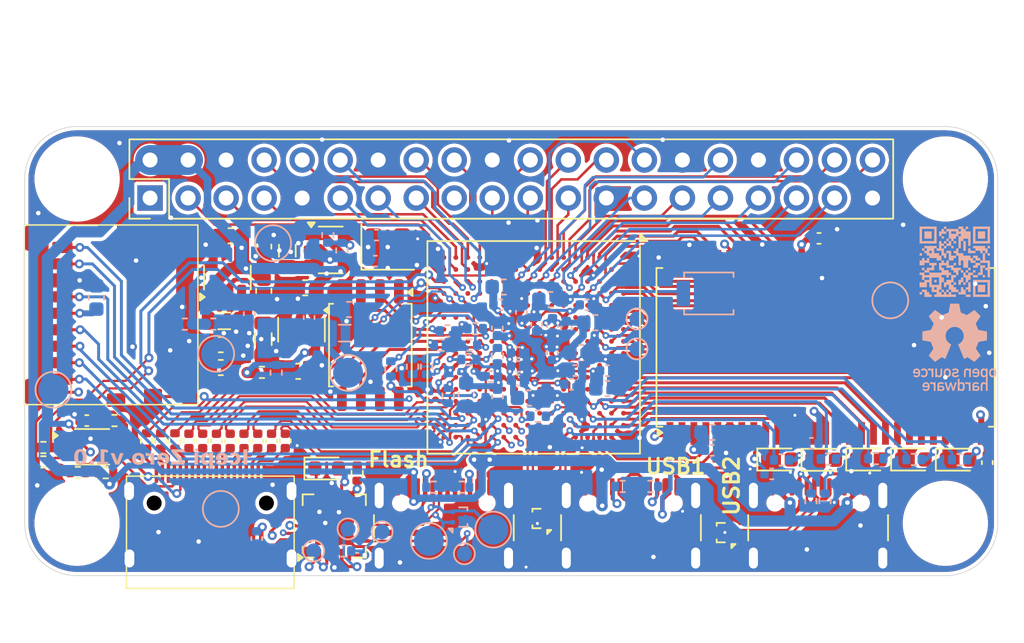
<source format=kicad_pcb>
(kicad_pcb (version 20241229) (generator "pcbnew") (generator_version "9.0")
  (title_block (title "Icepi Zero") (date "2025-05-12") (rev "v1") (company "Chengyin Yao (cheyao)") (comment 1 "https://github.com/cheyao/icepi-zero"))
  (layers (0 "F.Cu" signal) (4 "In1.Cu" signal) (6 "In2.Cu" signal) (2 "B.Cu" signal) (13 "F.Paste" user) (15 "B.Paste" user) (5 "F.SilkS" user "F.Silkscreen") (7 "B.SilkS" user "B.Silkscreen") (1 "F.Mask" user) (3 "B.Mask" user) (25 "Edge.Cuts" user))
  (net 0 "")
  (net 1 "Net-(U2-FB)")
  (net 2 "Net-(U5-VREF2)")
  (net 3 "GPIO_22")
  (net 4 "GPIO_31")
  (net 5 "GPIO_15")
  (net 6 "GPIO_33")
  (net 7 "GPIO_24")
  (net 8 "GPIO_35")
  (net 9 "GPIO_27")
  (net 10 "GPIO_7")
  (net 11 "GPDI_D2+")
  (net 12 "GPIO_28")
  (net 13 "GPDI_D2-")
  (net 14 "GPIO_12")
  (net 15 "GPDI_D1+")
  (net 16 "GPIO_36")
  (net 17 "GPDI_D1-")
  (net 18 "GPDI_D0+")
  (net 19 "GPIO_8")
  (net 20 "GPDI_D0-")
  (net 21 "GPIO_23")
  (net 22 "GPDI_CLK+")
  (net 23 "~{FLASH_CS}")
  (net 24 "FLASH_MISO")
  (net 25 "FLASH_MOSI")
  (net 26 "/Power/FILTERED_2V5")
  (net 27 "SD_CLK")
  (net 28 "~{FLASH_RESET}")
  (net 29 "PROGRAMMING")
  (net 30 "SD_CMD")
  (net 31 "~{FLASH_WP}")
  (net 32 "JTAG_TMS")
  (net 33 "JTAG_TDI")
  (net 34 "SD_DAT0")
  (net 35 "FLASH_CLK")
  (net 36 "SD_DAT2")
  (net 37 "JTAG_TCK")
  (net 38 "GND")
  (net 39 "GPIO_40")
  (net 40 "GPIO_5")
  (net 41 "GPDI_CLK-")
  (net 42 "GPIO_13")
  (net 43 "GPIO_38")
  (net 44 "GPIO_37")
  (net 45 "GPDI_SDA")
  (net 46 "/GPIO/GPDI_SDA_5V")
  (net 47 "GPIO_10")
  (net 48 "+5V")
  (net 49 "+3V3")
  (net 50 "/GPIO/CONN_CEC")
  (net 51 "/GPIO/CONN_UTIL")
  (net 52 "/GPIO/GPDI_SCK_5V")
  (net 53 "/GPIO/CONN_HPD")
  (net 54 "GPDI_CEC")
  (net 55 "D1")
  (net 56 "~{RAS}")
  (net 57 "A4")
  (net 58 "CKE")
  (net 59 "D5")
  (net 60 "D0")
  (net 61 "~{WE}")
  (net 62 "A10")
  (net 63 "D6")
  (net 64 "A12")
  (net 65 "~{CS}")
  (net 66 "D15")
  (net 67 "D11")
  (net 68 "CLK")
  (net 69 "A9")
  (net 70 "D13")
  (net 71 "A1")
  (net 72 "D10")
  (net 73 "A11")
  (net 74 "A8")
  (net 75 "DQM1")
  (net 76 "A2")
  (net 77 "A0")
  (net 78 "A3")
  (net 79 "D9")
  (net 80 "A7")
  (net 81 "A6")
  (net 82 "D7")
  (net 83 "D8")
  (net 84 "~{CAS}")
  (net 85 "D2")
  (net 86 "BA0")
  (net 87 "D3")
  (net 88 "DQM0")
  (net 89 "BA1")
  (net 90 "D12")
  (net 91 "A5")
  (net 92 "D4")
  (net 93 "D14")
  (net 94 "GPIO_26")
  (net 95 "GPIO_29")
  (net 96 "GPIO_16")
  (net 97 "GPIO_32")
  (net 98 "Net-(U4-SW)")
  (net 99 "Net-(U4-FB)")
  (net 100 "+1V1")
  (net 101 "+2V5")
  (net 102 "GPIO_21")
  (net 103 "GPIO_11")
  (net 104 "GPIO_19")
  (net 105 "GPIO_3")
  (net 106 "D1-")
  (net 107 "GPIO_18")
  (net 108 "D1+")
  (net 109 "D2-")
  (net 110 "D2+")
  (net 111 "Net-(J4-CC2)")
  (net 112 "Net-(J4-CC1)")
  (net 113 "D3+")
  (net 114 "D3-")
  (net 115 "JTAG_TDO")
  (net 116 "Net-(J5-CC2)")
  (net 117 "USB_TXD")
  (net 118 "~{USB_DTR}")
  (net 119 "USB_RXD")
  (net 120 "~{USB_RTS}")
  (net 121 "Net-(J5-CC1)")
  (net 122 "Net-(U2-SW)")
  (net 123 "Net-(U6-3V3OUT)")
  (net 124 "~{RXLED}")
  (net 125 "Net-(D1-A)")
  (net 128 "GLOBAL_CLK")
  (net 130 "/GPIO/CONN_D2+")
  (net 131 "/GPIO/CONN_D2-")
  (net 132 "/GPIO/CONN_D1+")
  (net 133 "/GPIO/CONN_D1-")
  (net 134 "/GPIO/CONN_D0+")
  (net 135 "/GPIO/CONN_D0-")
  (net 136 "/GPIO/CONN_CK+")
  (net 137 "/GPIO/CONN_CK-")
  (net 138 "DONE")
  (net 139 "INITN")
  (net 140 "SD_DET")
  (net 141 "SD_DAT3")
  (net 142 "SD_DAT1")
  (net 143 "Net-(D2-A)")
  (net 144 "Net-(D3-A)")
  (net 145 "Net-(D4-A)")
  (net 146 "Net-(D5-A)")
  (net 147 "GPDI_UTIL")
  (net 148 "GPDI_HPD")
  (net 149 "Net-(J3-CC1)")
  (net 150 "Net-(J3-CC2)")
  (net 151 "/ECP5/DBG1")
  (net 152 "/ECP5/DBG2")
  (net 154 "LED1")
  (net 155 "LED2")
  (net 156 "LED3")
  (net 157 "LED4")
  (net 158 "Net-(D6-A)")
  (net 159 "LED5")
  (net 160 "SW1")
  (net 161 "Net-(U3-SW)")
  (net 162 "Net-(U3-FB)")
  (net 251 "GPDI_SCK")
  (footprint "MountingHole:MountingHole_2.7mm_M2.5" (layer "F.Cu") (at 119.5 116.5)
    (property "Reference" "H3" (hide yes))
    (property "Value" "MountingHole")
  )
  (footprint "Capacitor_SMD:C_0402_1005Metric" (layer "F.Cu") (at 131.57 111 -90)
    (property "Reference" "C31" (hide yes))
    (property "Value" "22nF")
  )
  (footprint "Capacitor_SMD:C_0402_1005Metric" (layer "F.Cu") (at 127.89 111 -90)
    (property "Reference" "C35" (hide yes))
    (property "Value" "22nF")
  )
  (footprint "Capacitor_SMD:C_0603_1608Metric" (layer "F.Cu") (at 129.1 104.57 180)
    (property "Reference" "C4" (hide yes))
    (property "Value" "22uF")
  )
  (footprint "Capacitor_SMD:C_0603_1608Metric" (layer "F.Cu") (at 129.1 106.1 180)
    (property "Reference" "C5" (hide yes))
    (property "Value" "22uF")
  )
  (footprint "Capacitor_SMD:C_0402_1005Metric" (layer "F.Cu") (at 169.06 97.47)
    (property "Reference" "C44" (hide yes))
    (property "Value" "100nF")
  )
  (footprint "Package_TO_SOT_SMD:SOT-23-5" (layer "F.Cu") (at 136.44 98.2425)
    (property "Reference" "U4" (hide yes))
    (property "Value" "TLV62569DBV")
  )
  (footprint "Connector_PinHeader_2.54mm:PinHeader_2x20_P2.54mm_Vertical" (layer "F.Cu") (at 124.375 94.775 90)
    (property "Reference" "J1" (hide yes))
    (property "Value" "Conn_02x20_Counter_Clockwise")
  )
  (footprint "Package_SO:VSSOP-8_2.3x2mm_P0.5mm" (layer "F.Cu") (at 120.5 111.39)
    (property "Reference" "U5" (hide yes))
    (property "Value" "PCA9306DC1")
  )
  (footprint "LED_SMD:LED_0603_1608Metric" (layer "F.Cu") (at 175.36 112.24)
    (property "Reference" "D3" (hide yes))
    (property "Value" "WHITE")
  )
  (footprint "Connector_USB:USB_C_Receptacle_GCT_USB4105-xx-A_16P_TopMnt_Horizontal" (layer "F.Cu") (at 169 117.75)
    (property "Reference" "J4" (hide yes))
    (property "Value" "USB_C_Receptacle_USB2.0_14P")
  )
  (footprint "LED_SMD:LED_0603_1608Metric" (layer "F.Cu") (at 136.17 112.84)
    (property "Reference" "D6" (hide yes))
    (property "Value" "RED")
  )
  (footprint "Resistor_SMD:R_0402_1005Metric" (layer "F.Cu") (at 126.04 111 90)
    (property "Reference" "R12" (hide yes))
    (property "Value" "470")
  )
  (footprint "Resistor_SMD:R_0402_1005Metric" (layer "F.Cu") (at 119.55 113.11 180)
    (property "Reference" "R16" (hide yes))
    (property "Value" "4.7k")
  )
  (footprint "Resistor_SMD:R_0402_1005Metric" (layer "F.Cu") (at 117.25 112.4)
    (property "Reference" "R18" (hide yes))
    (property "Value" "3.3k")
  )
  (footprint "Resistor_SMD:R_0402_1005Metric" (layer "F.Cu") (at 131.85 106.42 180)
    (property "Reference" "R8" (hide yes))
    (property "Value" "15k")
  )
  (footprint "LED_SMD:LED_0603_1608Metric" (layer "F.Cu") (at 169.3725 112.26)
    (property "Reference" "D4" (hide yes))
    (property "Value" "WHITE")
  )
  (footprint "Capacitor_SMD:C_0402_1005Metric" (layer "F.Cu") (at 132.49 111 -90)
    (property "Reference" "C30" (hide yes))
    (property "Value" "22nF")
  )
  (footprint "Package_TO_SOT_SMD:Texas_DRT-3" (layer "F.Cu") (at 150.4675 116.1825 90)
    (property "Reference" "U9" (hide yes))
    (property "Value" "TPD2EUSB30A")
  )
  (footprint "Connector_USB:USB_C_Receptacle_GCT_USB4105-xx-A_16P_TopMnt_Horizontal" (layer "F.Cu") (at 156.5 117.75)
    (property "Reference" "J5" (hide yes))
    (property "Value" "USB_C_Receptacle_USB2.0_14P")
  )
  (footprint "Capacitor_SMD:C_0402_1005Metric" (layer "F.Cu") (at 130.65 111 -90)
    (property "Reference" "C32" (hide yes))
    (property "Value" "22nF")
  )
  (footprint "Capacitor_SMD:C_0603_1608Metric" (layer "F.Cu") (at 134.735 100.77 180)
    (property "Reference" "C16" (hide yes))
    (property "Value" "22uF")
  )
  (footprint "Resistor_SMD:R_0402_1005Metric" (layer "F.Cu") (at 138.21 113.15 90)
    (property "Reference" "R28" (hide yes))
    (property "Value" "100")
  )
  (footprint "Capacitor_SMD:C_0603_1608Metric" (layer "F.Cu") (at 129.75 97.3 180)
    (property "Reference" "C3" (hide yes))
    (property "Value" "22uF")
  )
  (footprint "Capacitor_SMD:C_0402_1005Metric" (layer "F.Cu") (at 128.81 111 -90)
    (property "Reference" "C34" (hide yes))
    (property "Value" "22nF")
  )
  (footprint "Package_BGA:BGA-256_14.0x14.0mm_Layout16x16_P0.8mm_Ball0.45mm_Pad0.32mm_NSMD" (layer "F.Cu") (at 150 104.75 -90)
    (property "Reference" "U1" (hide yes))
    (property "Value" "ECP5U_12_CABGA256")
  )
  (footprint "Package_SO:TSOP-II-54_22.2x10.16mm_P0.8mm" (layer "F.Cu") (at 169.5 104.75 90)
    (property "Reference" "U10" (hide yes))
    (property "Value" "W9825G6KH")
  )
  (footprint "Capacitor_SMD:C_0603_1608Metric" (layer "F.Cu") (at 131.97 100.975 -90)
    (property "Reference" "C22" (hide yes))
    (property "Value" "22uF")
  )
  (footprint "LED_SMD:LED_0603_1608Metric" (layer "F.Cu") (at 172.36 112.24)
    (property "Reference" "D2" (hide yes))
    (property "Value" "WHITE")
  )
  (footprint "MountingHole:MountingHole_2.7mm_M2.5" (layer "F.Cu") (at 119.5 93.5)
    (property "Reference" "H1" (hide yes))
    (property "Value" "MountingHole")
  )
  (footprint "Package_TO_SOT_SMD:SOT-23-5" (layer "F.Cu") (at 134.49 103.5675 -90)
    (property "Reference" "U3" (hide yes))
    (property "Value" "TLV62569DBV")
  )
  (footprint "Oscillator:Oscillator_SMD_SiT_PQFN-4Pin_2.5x2.0mm" (layer "F.Cu") (at 140.25 98.05)
    (property "Reference" "Y1" (hide yes))
    (property "Value" "SITxxxxxx-1x-33E-50.000000")
  )
  (footprint "Capacitor_SMD:C_0402_1005Metric" (layer "F.Cu") (at 129.73 111 -90)
    (property "Reference" "C33" (hide yes))
    (property "Value" "22nF")
  )
  (footprint "Package_TO_SOT_SMD:Texas_DRT-3" (layer "F.Cu") (at 162.775 117.125 90)
    (property "Reference" "U8" (hide yes))
    (property "Value" "TPD2EUSB30A")
  )
  (footprint "Resistor_SMD:R_0402_1005Metric" (layer "F.Cu") (at 122 109.64)
    (property "Reference" "R15" (hide yes))
    (property "Value" "100k")
  )
  (footprint "Resistor_SMD:R_0402_1005Metric" (layer "F.Cu") (at 121.41 113.12)
    (property "Reference" "R17" (hide yes))
    (property "Value" "4.7k")
  )
  (footprint "Connector_USB:USB_C_Receptacle_GCT_USB4105-xx-A_16P_TopMnt_Horizontal" (layer "F.Cu") (at 144 117.75)
    (property "Reference" "J3" (hide yes))
    (property "Value" "USB_C_Receptacle_USB2.0_14P")
  )
  (footprint "MountingHole:MountingHole_2.7mm_M2.5" (layer "F.Cu") (at 177.5 116.5)
    (property "Reference" "H4" (hide yes))
    (property "Value" "MountingHole")
  )
  (footprint "icepi-lib:XKB Connection A71-05H4-111N1" (layer "F.Cu") (at 128.4 114.35)
    (property "Reference" "J2" (hide yes))
    (property "Value" "HDMI_C_1.3")
  )
  (footprint "Capacitor_SMD:C_0402_1005Metric" (layer "F.Cu") (at 133.41 111 -90)
    (property "Reference" "C29" (hide yes))
    (property "Value" "22nF")
  )
  (footprint "Capacitor_SMD:C_0402_1005Metric" (layer "F.Cu") (at 126.97 111 -90)
    (property "Reference" "C36" (hide yes))
    (property "Value" "22nF")
  )
  (footprint "MountingHole:MountingHole_2.7mm_M2.5" (layer "F.Cu") (at 177.5 93.5)
    (property "Reference" "H2" (hide yes))
    (property "Value" "MountingHole")
  )
  (footprint "Resistor_SMD:R_0402_1005Metric" (layer "F.Cu") (at 125.09 111 90)
    (property "Reference" "R13" (hide yes))
    (property "Value" "10k")
  )
  (footprint "LED_SMD:LED_0603_1608Metric" (layer "F.Cu") (at 178.35 112.25)
    (property "Reference" "D5" (hide yes))
    (property "Value" "WHITE")
  )
  (footprint "Resistor_SMD:R_0402_1005Metric" (layer "F.Cu") (at 124.14 111 90)
    (property "Reference" "R14" (hide yes))
    (property "Value" "470")
  )
  (footprint "Capacitor_SMD:C_0603_1608Metric" (layer "F.Cu") (at 131.965 98.02 -90)
    (property "Reference" "C23" (hide yes))
    (property "Value" "10uF")
  )
  (footprint "Capacitor_SMD:C_0603_1608Metric" (layer "F.Cu") (at 134.27 106.35)
    (property "Reference" "C17" (hide yes))
    (property "Value" "22uF")
  )
  (footprint "Capacitor_SMD:C_0402_1005Metric" (layer "F.Cu") (at 180.3 112.45 -90)
    (property "Reference" "C39" (hide yes))
    (property "Value" "100nF")
  )
  (footprint "Package_TO_SOT_SMD:SOT-23-5" (layer "F.Cu") (at 129.54 100.0875 90)
    (property "Reference" "U2" (hide yes))
    (property "Value" "TLV62569DBV")
  )
  (footprint "Inductor_SMD:L_0805_2012Metric" (layer "F.Cu") (at 129.33 102.98)
    (property "Reference" "L1" (hide yes))
    (property "Value" "2.2uH")
  )
  (footprint "Package_SO:SOIC-8_5.3x5.3mm_P1.27mm" (layer "F.Cu") (at 139.09 104.6 -90)
    (property "Reference" "U11" (hide yes))
    (property "Value" "W25Q128JVS")
  )
  (footprint "Inductor_SMD:L_0805_2012Metric" (layer "F.Cu") (at 133.545 98.29 90)
    (property "Reference" "L3" (hide yes))
    (property "Value" "2.2uH")
  )
  (footprint "LED_SMD:LED_0603_1608Metric" (layer "F.Cu") (at 166.4175 112.24)
    (property "Reference" "D1" (hide yes))
    (property "Value" "WHITE")
  )
  (footprint "Inductor_SMD:L_0805_2012Metric" (layer "F.Cu") (at 131.94 104.2 -90)
    (property "Reference" "L2" (hide yes))
    (property "Value" "2.2uH")
  )
  (footprint "Package_DFN_QFN:QFN-20-1EP_4x4mm_P0.5mm_EP2.5x2.5mm" (layer "F.Cu") (at 136.68 116.68 90)
    (property "Reference" "U6" (hide yes))
    (property "Value" "FT231XQ")
  )
  (footprint "icepi-lib:microSD_HC_SOFNG_TF-008" (layer "F.Cu") (at 118.52 102.575 -90)
    (property "Reference" "J6" (hide yes))
    (property "Value" "Micro_SD_Card_Det2")
  )
  (footprint "Resistor_SMD:R_0402_1005Metric" (layer "F.Cu") (at 117.25 111.44)
    (property "Reference" "R19" (hide yes))
    (property "Value" "3.3k")
  )
  (footprint "Capacitor_SMD:C_0402_1005Metric" (layer "F.Cu") (at 120.15 109.64 180)
    (property "Reference" "C37" (hide yes))
    (property "Value" "100pF")
  )
  (footprint "Capacitor_SMD:C_0402_1005Metric" (layer "B.Cu") (at 147.575 103.46 -90)
    (property "Reference" "C21" (hide yes))
    (property "Value" "100nF")
  )
  (footprint "Capacitor_SMD:C_0402_1005Metric" (layer "B.Cu") (at 161.925 111.625)
    (property "Reference" "C43" (hide yes))
    (property "Value" "100nF")
  )
  (footprint "Resistor_SMD:R_0402_1005Metric" (layer "B.Cu") (at 142.85 106.04 -90)
    (property "Reference" "R22" (hide yes))
    (property "Value" "4.7k")
  )
  (footprint "Capacitor_SMD:C_0402_1005Metric" (layer "B.Cu") (at 148.96 106.02)
    (property "Reference" "C14" (hide yes))
    (property "Value" "100nF")
  )
  (footprint "Resistor_SMD:R_0402_1005Metric" (layer "B.Cu") (at 128.6 103.2 180)
    (property "Reference" "R6" (hide yes))
    (property "Value" "10k")
  )
  (footprint "Capacitor_SMD:C_0402_1005Metric" (layer "B.Cu") (at 150.2 103.21 -90)
    (property "Reference" "C52" (hide yes))
    (property "Value" "100nF")
  )
  (footprint "Resistor_SMD:R_0402_1005Metric" (layer "B.Cu") (at 169.68 112.21)
    (property "Reference" "R4" (hide yes))
    (property "Value" "470")
  )
  (footprint "TestPoint:TestPoint_Pad_D2.0mm" (layer "B.Cu") (at 129.1 115.54)
    (property "Reference" "TP2" (hide yes))
    (property "Value" "TestPoint")
  )
  (footprint "TestPoint:TestPoint_Pad_D2.0mm" (layer "B.Cu") (at 132.595 97.79)
    (property "Reference" "TP4" (hide yes))
    (property "Value" "TestPoint")
  )
  (footprint "Capacitor_SMD:C_0402_1005Metric" (layer "B.Cu") (at 131.5 117.52 -90)
    (property "Reference" "C38" (hide yes))
    (property "Value" "100nF")
  )
  (footprint "Capacitor_SMD:C_0402_1005Metric" (layer "B.Cu") (at 151.26 103.28 -90)
    (property "Reference" "C11" (hide yes))
    (property "Value" "100nF")
  )
  (footprint "Capacitor_SMD:C_0402_1005Metric" (layer "B.Cu") (at 135 102.75 90)
    (property "Reference" "C18" (hide yes))
    (property "Value" "100nF")
  )
  (footprint "TestPoint:TestPoint_Pad_D2.0mm" (layer "B.Cu") (at 173.82 101.61)
    (property "Reference" "TP1" (hide yes))
    (property "Value" "TestPoint")
  )
  (footprint "Capacitor_SMD:C_0402_1005Metric" (layer "B.Cu") (at 131 102.5 90)
    (property "Reference" "C6" (hide yes))
    (property "Value" "100nF")
  )
  (footprint "Capacitor_SMD:C_0603_1608Metric" (layer "B.Cu") (at 151.12 101.56)
    (property "Reference" "C1" (hide yes))
    (property "Value" "10uF")
  )
  (footprint "Capacitor_SMD:C_0603_1608Metric" (layer "B.Cu") (at 120.79 101.42 90)
    (property "Reference" "C47" (hide yes))
    (property "Value" "10uF")
  )
  (footprint "Button_Switch_SMD:SW_SPST_B3U-1000P" (layer "B.Cu") (at 161.7 101.15)
    (property "Reference" "SW1" (hide yes))
    (property "Value" "SW_Push")
  )
  (footprint "TestPoint:TestPoint_Pad_D1.0mm" (layer "B.Cu") (at 156.9 102.85 180)
    (property "Reference" "TP14" (hide yes))
    (property "Value" "TestPoint")
  )
  (footprint "Resistor_SMD:R_0402_1005Metric" (layer "B.Cu") (at 168.52 115.02 -90)
    (property "Reference" "R26" (hide yes))
    (property "Value" "5.1k")
  )
  (footprint "Resistor_SMD:R_0402_1005Metric" (layer "B.Cu") (at 145.68 105.56 180)
    (property "Reference" "R36" (hide yes))
    (property "Value" "15k")
  )
  (footprint "Capacitor_SMD:C_0402_1005Metric" (layer "B.Cu") (at 165.9 113.2)
    (property "Reference" "C41" (hide yes))
    (property "Value" "100nF")
  )
  (footprint "Capacitor_SMD:C_0402_1005Metric" (layer "B.Cu") (at 153.56 101.91)
    (property "Reference" "C51" (hide yes))
    (property "Value" "100nF")
  )
  (footprint "Capacitor_SMD:C_0603_1608Metric" (layer "B.Cu") (at 161.95 110.425)
    (property "Reference" "C42" (hide yes))
    (property "Value" "10uF")
  )
  (footprint "TestPoint:TestPoint_Pad_D2.0mm" (layer "B.Cu") (at 143 117.675)
    (property "Reference" "TP8" (hide yes))
    (property "Value" "TestPoint")
  )
  (footprint "Resistor_SMD:R_0402_1005Metric" (layer "B.Cu") (at 140.46 106.19 90)
    (property "Reference" "R34" (hide yes))
    (property "Value" "10k")
  )
  (footprint "Inductor_SMD:L_0805_2012Metric" (layer "B.Cu") (at 137.38 103.8)
    (property "Reference" "FB1" (hide yes))
    (property "Value" "100R@100MHz")
  )
  (footprint "TestPoint:TestPoint_Pad_D1.0mm" (layer "B.Cu") (at 135.3 118.35 -90)
    (property "Reference" "TP10" (hide yes))
    (property "Value" "TestPoint")
  )
  (footprint "TestPoint:TestPoint_Pad_D2.0mm" (layer "B.Cu") (at 137.6 106.45)
    (property "Reference" "TP5" (hide yes))
    (property "Value" "TestPoint")
  )
  (footprint "Resistor_SMD:R_0402_1005Metric" (layer "B.Cu") (at 145.71 104.6)
    (property "Reference" "R31" (hide yes))
    (property "Value" "4.7k")
  )
  (footprint "Capacitor_SMD:C_0402_1005Metric" (layer "B.Cu") (at 147.8 101.91)
    (property "Reference" "C46" (hide yes))
    (property "Value" "100nF")
  )
  (footprint "TestPoint:TestPoint_Pad_D1.0mm" (layer "B.Cu") (at 145.37 118.54 -90)
    (property "Reference" "TP11" (hide yes))
    (property "Value" "TestPoint")
  )
  (footprint "Capacitor_SMD:C_0603_1608Metric" (layer "B.Cu") (at 148.005 100.72)
    (property "Reference" "C45" (hide yes))
    (property "Value" "10uF")
  )
  (footprint "Capacitor_SMD:C_0402_1005Metric" (layer "B.Cu") (at 168.55 111.16 180)
    (property "Reference" "C40" (hide yes))
    (property "Value" "100nF")
  )
  (footprint "Capacitor_SMD:C_0603_1608Metric" (layer "B.Cu") (at 137.66 102.22 180)
    (property "Reference" "C19" (hide yes))
    (property "Value" "10uF")
  )
  (footprint "TestPoint:TestPoint_Pad_D2.0mm" (layer "B.Cu") (at 147.3 116.925)
    (property "Reference" "TP7" (hide yes))
    (property "Value" "TestPoint")
  )
  (footprint "Resistor_SMD:R_0402_1005Metric" (layer "B.Cu") (at 137.3 118.35 180)
    (property "Reference" "R25" (hide yes))
    (property "Value" "4.7k")
  )
  (footprint "Capacitor_SMD:C_0402_1005Metric" (layer "B.Cu") (at 149.18 102.41 90)
    (property "Reference" "C2" (hide yes))
    (property "Value" "100nF")
  )
  (footprint "Resistor_SMD:R_0402_1005Metric" (layer "B.Cu") (at 150.3 109.35 180)
    (property "Reference" "R24" (hide yes))
    (property "Value" "4.7k")
  )
  (footprint "Capacitor_SMD:C_0402_1005Metric" (layer "B.Cu") (at 148.96 105.1)
    (property "Reference" "C15" (hide yes))
    (property "Value" "100nF")
  )
  (footprint "Resistor_SMD:R_0402_1005Metric" (layer "B.Cu") (at 144.29 107.97 90)
    (property "Reference" "R23" (hide yes))
    (property "Value" "4.7k")
  )
  (footprint "Package_TO_SOT_SMD:Texas_DRT-3" (layer "B.Cu") (at 145.0225 116.0875 90)
    (property "Reference" "U7" (hide yes))
    (property "Value" "TPD2EUSB30A")
  )
  (footprint "Resistor_SMD:R_0402_1005Metric" (layer "B.Cu") (at 145.19 114.09)
    (property "Reference" "R21" (hide yes))
    (property "Value" "5.1k")
  )
  (footprint "Resistor_SMD:R_0402_1005Metric" (layer "B.Cu") (at 144.24 103.65 180)
    (property "Reference" "R32" (hide yes))
    (property "Value" "10k")
  )
  (footprint "Resistor_SMD:R_0402_1005Metric" (layer "B.Cu") (at 132.8 106.44 -90)
    (property "Reference" "R9" (hide yes))
    (property "Value" "4.7k")
  )
  (footprint "Resistor_SMD:R_0402_1005Metric" (layer "B.Cu") (at 147.58 105.3 90)
    (property "Reference" "R37" (hide yes))
    (property "Value" "15k")
  )
  (footprint "Resistor_SMD:R_0402_1005Metric" (layer "B.Cu") (at 141.91 106.04 -90)
    (property "Reference" "R38" (hide yes))
    (property "Value" "15k")
  )
  (footprint "LOGO" (layer "B.Cu") (at 178.13 99.03 180)
    (property "Reference" "G***" (hide yes))
    (property "Value" "LOGO" (hide yes))
  )
  (footprint "Capacitor_SMD:C_0603_1608Metric" (layer "B.Cu") (at 154.925 107.5)
    (property "Reference" "C49" (hide yes))
    (property "Value" "10uF")
  )
  (footprint "Capacitor_SMD:C_0603_1608Metric" (layer "B.Cu") (at 149.69 108.13)
    (property "Reference" "C7" (hide yes))
    (property "Value" "10uF")
  )
  (footprint "Capacitor_SMD:C_0603_1608Metric" (layer "B.Cu") (at 153.19 105.1)
    (property "Reference" "C8" (hide yes))
    (property "Value" "10uF")
  )
  (footprint "Resistor_SMD:R_0402_1005Metric" (layer "B.Cu") (at 126.7 103.2 180)
    (property "Reference" "R7" (hide yes))
    (property "Value" "12k")
  )
  (footprint "TestPoint:TestPoint_Pad_D2.0mm" (layer "B.Cu") (at 128.79 105.18)
    (property "Reference" "TP6" (hide yes))
    (property "Value" "TestPoint")
  )
  (footprint "Capacitor_SMD:C_0402_1005Metric" (layer "B.Cu") (at 152.18 103.46 -90)
    (property "Reference" "C10" (hide yes))
    (property "Value" "100nF")
  )
  (footprint "Capacitor_SMD:C_0603_1608Metric" (layer "B.Cu") (at 154.125 103.1)
    (property "Reference" "C9" (hide yes))
    (property "Value" "10uF")
  )
  (footprint "Capacitor_SMD:C_0402_1005Metric" (layer "B.Cu") (at 152.53 107.22)
    (property "Reference" "C48" (hide yes))
    (property "Value" "100nF")
  )
  (footprint "Resistor_SMD:R_0402_1005Metric" (layer "B.Cu") (at 143.85 104.61 180)
    (property "Reference" "R33" (hide yes))
    (property "Value" "10k")
  )
  (footprint "TestPoint:TestPoint_Pad_D2.0mm" (layer "B.Cu") (at 117.92 107.58)
    (property "Reference" "TP3" (hide yes))
    (property "Value" "TestPoint")
  )
  (footprint "Resistor_SMD:R_0402_1005Metric" (layer "B.Cu") (at 137.19 98.28 -90)
    (property "Reference" "R11" (hide yes))
    (property "Value" "3.3k")
  )
  (footprint "Resistor_SMD:R_0402_1005Metric" (layer "B.Cu") (at 178.45 112.25)
    (property "Reference" "R5" (hide yes))
    (property "Value" "470")
  )
  (footprint "Resistor_SMD:R_0402_1005Metric" (layer "B.Cu") (at 175.4 112.24)
    (property "Reference" "R3" (hide yes))
    (property "Value" "470")
  )
  (footprint "Resistor_SMD:R_0402_1005Metric" (layer "B.Cu") (at 169.46 115.02 90)
    (property "Reference" "R27" (hide yes))
    (property "Value" "5.1k")
  )
  (footprint "Resistor_SMD:R_0402_1005Metric" (layer "B.Cu") (at 157.8 114.04)
    (property "Reference" "R30" (hide yes))
    (property "Value" "5.1k")
  )
  (footprint "Resistor_SMD:R_0402_1005Metric" (layer "B.Cu") (at 172.86 112.18)
    (property "Reference" "R2" (hide yes))
    (property "Value" "470")
  )
  (footprint "Capacitor_SMD:C_0402_1005Metric" (layer "B.Cu") (at 154.92 106.31)
    (property "Reference" "C50" (hide yes))
    (property "Value" "100nF")
  )
  (footprint "Capacitor_SMD:C_0402_1005Metric" (layer "B.Cu") (at 152.75 106.3)
    (property "Reference" "C20" (hide yes))
    (property "Value" "100nF")
  )
  (footprint "TestPoint:TestPoint_Pad_D1.0mm" (layer "B.Cu") (at 137.6 116.875 -90)
    (property "Reference" "TP9" (hide yes))
    (property "Value" "TestPoint")
  )
  (footprint "Capacitor_SMD:C_0402_1005Metric" (layer "B.Cu") (at 147.13 106.69 180)
    (property "Reference" "C27" (hide yes))
    (property "Value" "100nF")
  )
  (footprint "Resistor_SMD:R_0402_1005Metric" (layer "B.Cu") (at 166.56 112.27)
    (property "Reference" "R1" (hide yes))
    (property "Value" "470")
  )
  (footprint "Capacitor_SMD:C_0402_1005Metric" (layer "B.Cu") (at 139.5 97.25)
    (property "Reference" "C24" (hide yes))
    (property "Value" "100nF")
  )
  (footprint "TestPoint:TestPoint_Pad_D1.0mm" (layer "B.Cu") (at 139.875 117.075 -90)
    (property "Reference" "TP12" (hide yes))
    (property "Value" "TestPoint")
  )
  (footprint "Resistor_SMD:R_0402_1005Metric" (layer "B.Cu") (at 136.25 97.25 -90)
    (property "Reference" "R10" (hide yes))
    (property "Value" "15k")
  )
  (footprint "Capacitor_SMD:C_0402_1005Metric" (layer "B.Cu") (at 147.58 108.06 -90)
    (property "Reference" "C28" (hide yes))
    (property "Value" "100nF")
  )
  (footprint "TestPoint:TestPoint_Pad_D1.0mm" (layer "B.Cu") (at 156.9 104.85 180)
    (property "Reference" "TP13" (hide yes))
    (property "Value" "TestPoint")
  )
  (footprint "Resistor_SMD:R_0402_1005Metric" (layer "B.Cu") (at 155.94325 114.04)
    (property "Reference" "R29" (hide yes))
    (property "Value" "5.1k")
  )
  (footprint "Capacitor_SMD:C_0402_1005Metric" (layer "B.Cu") (at 139.42 98.99)
    (property "Reference" "C25" (hide yes))
    (property "Value" "100nF")
  )
  (footprint "Resistor_SMD:R_0402_1005Metric" (layer "B.Cu") (at 146.1 103.5)
    (property "Reference" "R35" (hide yes))
    (property "Value" "10k")
  )
  (footprint "Capacitor_SMD:C_0402_1005Metric" (layer "B.Cu") (at 151.25 105.11 90)
    (property "Reference" "C12" (hide yes))
    (property "Value" "100nF")
  )
  (footprint "Resistor_SMD:R_0402_1005Metric" (layer "B.Cu") (at 143.33 114.09)
    (property "Reference" "R20" (hide yes))
    (property "Value" "5.1k")
  )
  (footprint "Capacitor_SMD:C_0603_1608Metric" (layer "B.Cu") (at 145.49 107.91 -90)
    (property "Reference" "C26" (hide yes))
    (property "Value" "10uF")
  )
  (footprint "Capacitor_SMD:C_0402_1005Metric" (layer "B.Cu") (at 148.95 106.94)
    (property "Reference" "C13" (hide yes))
    (property "Value" "100nF")
  )
  (gr_poly (pts (xy 177.847847 101.826523) (xy 177.846624 101.826614) (xy 177.845406 101.826764) (xy 177.844196 101.826972) (xy 177.842996 101.827235) (xy 177.841806 101.827552) (xy 177.840629 101.827923) (xy 177.839468 101.828344) (xy 177.838322 101.828816) (xy 177.837195 101.829336) (xy 177.836089 101.829903) (xy 177.835005 101.830515) (xy 177.833944 101.831171) (xy 177.83291 101.83187) (xy 177.831903 101.832609) (xy 177.830926 101.833388) (xy 177.82998 101.834205) (xy 177.829068 101.835058) (xy 177.82819 101.835946) (xy 177.82735 101.836868) (xy 177.826548 101.837821) (xy 177.825787 101.838805) (xy 177.825068 101.839818) (xy 177.824394 101.840858) (xy 177.823765 101.841924) (xy 177.823185 101.843015) (xy 177.822655 101.844129) (xy 177.822176 101.845263) (xy 177.821751 101.846418) (xy 177.821381 101.847592) (xy 177.821069 101.848782) (xy 177.820816 101.849988) (xy 177.718739 102.398469) (xy 177.718488 102.399685) (xy 177.71818 102.400904) (xy 177.717818 102.402126) (xy 177.717404 102.403348) (xy 177.716425 102.405784) (xy 177.715258 102.408196) (xy 177.713916 102.410569) (xy 177.712415 102.412886) (xy 177.710767 102.415132) (xy 177.708986 102.417291) (xy 177.707088 102.419346) (xy 177.705085 102.421282) (xy 177.702993 102.423083) (xy 177.700824 102.424733) (xy 177.698594 102.426216) (xy 177.696316 102.427517) (xy 177.695163 102.428093) (xy 177.694004 102.428618) (xy 177.69284 102.429089) (xy 177.691672 102.429505) (xy 177.324087 102.58) (xy 177.321808 102.581016) (xy 177.31939 102.581866) (xy 177.316855 102.582549) (xy 177.314223 102.583068) (xy 177.311517 102.583424) (xy 177.308757 102.583619) (xy 177.305965 102.583654) (xy 177.303162 102.583532) (xy 177.300369 102.583253) (xy 177.297607 102.582819) (xy 177.294898 102.582233) (xy 177.292264 102.581495) (xy 177.289724 102.580608) (xy 177.287302 102.579572) (xy 177.285017 102.57839) (xy 177.282891 102.577063) (xy 176.824659 102.262579) (xy 176.823631 102.261906) (xy 176.822571 102.261286) (xy 176.821483 102.260718) (xy 176.820369 102.260202) (xy 176.81923 102.259739) (xy 176.81807 102.259327) (xy 176.81689 102.258967) (xy 176.815694 102.258659) (xy 176.814483 102.258401) (xy 176.81326 102.258194) (xy 176.810786 102.257931) (xy 176.808293 102.257869) (xy 176.805798 102.258005) (xy 176.803321 102.258337) (xy 176.80088 102.258864) (xy 176.798495 102.259582) (xy 176.79733 102.260013) (xy 176.796185 102.260492) (xy 176.795064 102.261017) (xy 176.793968 102.261589) (xy 176.792901 102.262208) (xy 176.791864 102.262873) (xy 176.79086 102.263584) (xy 176.789891 102.264341) (xy 176.788959 102.265144) (xy 176.788068 102.265992) (xy 176.402147 102.651913) (xy 176.401292 102.652812) (xy 176.400484 102.653749) (xy 176.399722 102.654723) (xy 176.399008 102.655732) (xy 176.398341 102.656773) (xy 176.397721 102.657844) (xy 176.396624 102.660065) (xy 176.395718 102.662379) (xy 176.395004 102.664765) (xy 176.394484 102.667206) (xy 176.394159 102.669683) (xy 176.394031 102.672178) (xy 176.3941 102.674672) (xy 176.394367 102.677147) (xy 176.394835 102.679584) (xy 176.395505 102.681965) (xy 176.395915 102.683128) (xy 176.396376 102.684271) (xy 176.396889 102.68539) (xy 176.397452 102.686484) (xy 176.398067 102.687549) (xy 176.398733 102.688584) (xy 176.70774 103.138958) (xy 176.709079 103.141095) (xy 176.710265 103.143385) (xy 176.711299 103.145806) (xy 176.712179 103.148339) (xy 176.712904 103.150964) (xy 176.713474 103.153659) (xy 176.713886 103.156404) (xy 176.71414 103.159179) (xy 176.714235 103.161963) (xy 176.71417 103.164737) (xy 176.713944 103.167478) (xy 176.713556 103.170168) (xy 176.713004 103.172784) (xy 176.712288 103.175308) (xy 176.711407 103.177719) (xy 176.71036 103.179995) (xy 176.5478 103.559249) (xy 176.546884 103.561579) (xy 176.545753 103.563889) (xy 176.544423 103.566163) (xy 176.542912 103.568388) (xy 176.541234 103.570551) (xy 176.539407 103.572636) (xy 176.537446 103.574632) (xy 176.535367 103.576523) (xy 176.533187 103.578296) (xy 176.530922 103.579937) (xy 176.528588 103.581432) (xy 176.526201 103.582767) (xy 176.523777 103.583929) (xy 176.521333 103.584904) (xy 176.518884 103.585678) (xy 176.516446 103.586236) (xy 175.986142 103.68482) (xy 175.985745 103.68482) (xy 175.98454 103.68508) (xy 175.983349 103.685399) (xy 175.982176 103.685774) (xy 175.981021 103.686204) (xy 175.979887 103.686686) (xy 175.978773 103.68722) (xy 175.977683 103.687802) (xy 175.976617 103.688433) (xy 175.975578 103.689109) (xy 175.974565 103.689829) (xy 175.97263 103.691393) (xy 175.970823 103.693112) (xy 175.969156 103.69497) (xy 175.967642 103.696954) (xy 175.966292 103.699049) (xy 175.965119 103.701242) (xy 175.964603 103.70237) (xy 175.964136 103.703517) (xy 175.963718 103.70468) (xy 175.963353 103.70586) (xy 175.96304 103.707053) (xy 175.962783 103.708257) (xy 175.962581 103.709472) (xy 175.962438 103.710694) (xy 175.962353 103.711923) (xy 175.96233 103.713157) (xy 175.96233 104.258939) (xy 175.962361 104.260173) (xy 175.962452 104.261403) (xy 175.962602 104.262626) (xy 175.962809 104.263842) (xy 175.963072 104.265048) (xy 175.963389 104.266243) (xy 175.96376 104.267425) (xy 175.964182 104.268591) (xy 175.964653 104.26974) (xy 175.965173 104.270871) (xy 175.96574 104.27198) (xy 175.966352 104.273068) (xy 175.967009 104.274131) (xy 175.967707 104.275168) (xy 175.968447 104.276177) (xy 175.969226 104.277156) (xy 175.970042 104.278104) (xy 175.970896 104.279018) (xy 175.971784 104.279896) (xy 175.972705 104.280738) (xy 175.973659 104.281541) (xy 175.974643 104.282303) (xy 175.975655 104.283022) (xy 175.976696 104.283697) (xy 175.977762 104.284326) (xy 175.978852 104.284906) (xy 175.979966 104.285437) (xy 175.981101 104.285915) (xy 175.982256 104.286341) (xy 175.983429 104.28671) (xy 175.984619 104.287023) (xy 175.985825 104.287276) (xy 176.503112 104.383558) (xy 176.504334 104.38381) (xy 176.505558 104.384119) (xy 176.506783 104.384482) (xy 176.508006 104.384897) (xy 176.51044 104.38588) (xy 176.512845 104.387053) (xy 176.515205 104.388402) (xy 176.517505 104.389912) (xy 176.51973 104.39157) (xy 176.521864 104.393361) (xy 176.523892 104.395271) (xy 176.525799 104.397286) (xy 176.527569 104.399392) (xy 176.529186 104.401574) (xy 176.530637 104.403818) (xy 176.531904 104.406111) (xy 176.532974 104.408438) (xy 176.533429 104.409609) (xy 176.53383 104.410784) (xy 176.695358 104.814168) (xy 176.69636 104.81646) (xy 176.697195 104.818887) (xy 176.697864 104.821429) (xy 176.698369 104.824065) (xy 176.698712 104.826773) (xy 176.698896 104.829532) (xy 176.698921 104.832322) (xy 176.69879 104.835123) (xy 176.698505 104.837911) (xy 176.698067 104.840668) (xy 176.697479 104.843372) (xy 176.696742 104.846002) (xy 176.695857 104.848537) (xy 176.694828 104.850956) (xy 176.693655 104.853239) (xy 176.692341 104.855363) (xy 176.398495 105.283512) (xy 176.397822 105.284541) (xy 176.397202 105.285601) (xy 176.396634 105.28669) (xy 176.396119 105.287806) (xy 176.395655 105.288947) (xy 176.395244 105.290109) (xy 176.394883 105.291291) (xy 176.394575 105.29249) (xy 176.394317 105.293704) (xy 176.39411 105.29493) (xy 176.393847 105.29741) (xy 176.393785 105.299911) (xy 176.393921 105.302413) (xy 176.394253 105.304898) (xy 176.39478 105.307345) (xy 176.395499 105.309737) (xy 176.395929 105.310906) (xy 176.396408 105.312053) (xy 176.396933 105.313177) (xy 176.397505 105.314275) (xy 176.398124 105.315345) (xy 176.398789 105.316384) (xy 176.3995 105.317389) (xy 176.400257 105.318359) (xy 176.40106 105.319292) (xy 176.401908 105.320183) (xy 176.787909 105.706104) (xy 176.788793 105.706952) (xy 176.789717 105.707754) (xy 176.79068 105.70851) (xy 176.791678 105.70922) (xy 176.79271 105.709884) (xy 176.793773 105.710501) (xy 176.795981 105.711594) (xy 176.798285 105.712498) (xy 176.800665 105.713212) (xy 176.803103 105.713734) (xy 176.805579 105.714062) (xy 176.808075 105.714194) (xy 176.810572 105.71413) (xy 176.813049 105.713867) (xy 176.81549 105.713404) (xy 176.817874 105.71274) (xy 176.81904 105.712331) (xy 176.820184 105.711871) (xy 176.821304 105.71136) (xy 176.822399 105.710798) (xy 176.823465 105.710184) (xy 176.8245 105.709518) (xy 177.245109 105.420831) (xy 177.247229 105.419527) (xy 177.249498 105.418383) (xy 177.251895 105.4174) (xy 177.254401 105.416579) (xy 177.256993 105.41592) (xy 177.259653 105.415423) (xy 177.262359 105.415088) (xy 177.265091 105.414917) (xy 177.267829 105.41491) (xy 177.270552 105.415067) (xy 177.27324 105.415388) (xy 177.275871 105.415875) (xy 177.278427 105.416527) (xy 177.280886 105.417345) (xy 177.283227 105.41833) (xy 177.285431 105.419481) (xy 177.47093 105.518541) (xy 177.472037 105.519074) (xy 177.473154 105.519543) (xy 177.474278 105.519948) (xy 177.475408 105.52029) (xy 177.476542 105.520571) (xy 177.477677 105.520789) (xy 177.478812 105.520947) (xy 177.479946 105.521045) (xy 177.481075 105.521084) (xy 177.482198 105.521065) (xy 177.483313 105.520987) (xy 177.484418 105.520853) (xy 177.485512 105.520663) (xy 177.486591 105.520417) (xy 177.487655 105.520116) (xy 177.4887 105.519762) (xy 177.489726 105.519354) (xy 177.490731 105.518893) (xy 177.491711 105.518381) (xy 177.492666 105.517818) (xy 177.493594 105.517204) (xy 177.494491 105.516541) (xy 177.495358 105.51583) (xy 177.49619 105.51507) (xy 177.496987 105.514263) (xy 177.497747 105.513409) (xy 177.498468 105.512509) (xy 177.499147 105.511564) (xy 177.499783 105.510575) (xy 177.500373 105.509543) (xy 177.500916 105.508467) (xy 177.50141 105.507349) (xy 177.883839 104.583186) (xy 177.884286 104.582038) (xy 177.884674 104.580873) (xy 177.885003 104.579693) (xy 177.885276 104.578499) (xy 177.885492 104.577295) (xy 177.885652 104.576082) (xy 177.885757 104.574863) (xy 177.885807 104.573639) (xy 177.885804 104.572413) (xy 177.885749 104.571188) (xy 177.885641 104.569964) (xy 177.885481 104.568745) (xy 177.885271 104.567533) (xy 177.885012 104.56633) (xy 177.884703 104.565137) (xy 177.884345 104.563958) (xy 177.88394 104.562794) (xy 177.883488 104.561647) (xy 177.88299 104.560521) (xy 177.882446 104.559416) (xy 177.881858 104.558335) (xy 177.881226 104.55728) (xy 177.88055 104.556254) (xy 177.879832 104.555259) (xy 177.879072 104.554296) (xy 177.878271 104.553368) (xy 177.87743 104.552478) (xy 177.87655 104.551626) (xy 177.875631 104.550817) (xy 177.874673 104.550051) (xy 177.873679 104.54933) (xy 177.872647 104.548658) (xy 177.826213 104.520242) (xy 177.822864 104.518111) (xy 177.819292 104.515683) (xy 177.815564 104.513009) (xy 177.811747 104.510142) (xy 177.807907 104.507133) (xy 177.804112 104.504035) (xy 177.800428 104.500899) (xy 177.796923 104.497779) (xy 177.766195 104.476757) (xy 177.73687 104.453929) (xy 177.709027 104.429374) (xy 177.682747 104.403173) (xy 177.65811 104.375404) (xy 177.635196 104.346149) (xy 177.614084 104.315486) (xy 177.594854 104.283496) (xy 177.577588 104.250259) (xy 177.562364 104.215854) (xy 177.549263 104.180362) (xy 177.538364 104.143862) (xy 177.529748 104.106434) (xy 177.523495 104.068158) (xy 177.519685 104.029114) (xy 177.518397 103.989382) (xy 177.519182 103.958327) (xy 177.521513 103.927678) (xy 177.525352 103.897475) (xy 177.530661 103.867755) (xy 177.537401 103.838556) (xy 177.545536 103.809917) (xy 177.555026 103.781874) (xy 177.565834 103.754466) (xy 177.577923 103.727731) (xy 177.591253 103.701706) (xy 177.605788 103.676431) (xy 177.621488 103.651942) (xy 177.638317 103.628278) (xy 177.656237 103.605476) (xy 177.675208 103.583575) (xy 177.695194 103.562613) (xy 177.716157 103.542626) (xy 177.738058 103.523655) (xy 177.76086 103.505736) (xy 177.784524 103.488906) (xy 177.809013 103.473206) (xy 177.834288 103.458671) (xy 177.860312 103.445341) (xy 177.887048 103.433252) (xy 177.914456 103.422444) (xy 177.942498 103.412954) (xy 177.971138 103.404819) (xy 178.000337 103.398079) (xy 178.030057 103.39277) (xy 178.06026 103.388931) (xy 178.090909 103.3866) (xy 178.121964 103.385815) (xy 178.15302 103.3866) (xy 178.183668 103.38893) (xy 178.213871 103.392768) (xy 178.243591 103.398076) (xy 178.27279 103.404814) (xy 178.30143 103.412947) (xy 178.329473 103.422435) (xy 178.356881 103.433241) (xy 178.383616 103.445327) (xy 178.40964 103.458655) (xy 178.434916 103.473187) (xy 178.459405 103.488886) (xy 178.483069 103.505712) (xy 178.50587 103.523629) (xy 178.527771 103.542599) (xy 178.548734 103.562583) (xy 178.56872 103.583544) (xy 178.587692 103.605443) (xy 178.605611 103.628244) (xy 178.62244 103.651907) (xy 178.638141 103.676395) (xy 178.652675 103.701671) (xy 178.666006 103.727696) (xy 178.678094 103.754432) (xy 178.688902 103.781842) (xy 178.698393 103.809887) (xy 178.706527 103.83853) (xy 178.713268 103.867733) (xy 178.718576 103.897457) (xy 178.722415 103.927665) (xy 178.724746 103.95832) (xy 178.725532 103.989382) (xy 178.725208 104.009329) (xy 178.724244 104.029113) (xy 178.722649 104.048725) (xy 178.720433 104.068155) (xy 178.717607 104.087392) (xy 178.71418 104.106427) (xy 178.710162 104.12525) (xy 178.705564 104.143851) (xy 178.700395 104.162219) (xy 178.694665 104.180346) (xy 178.688385 104.198221) (xy 178.681564 104.215833) (xy 178.674213 104.233174) (xy 178.66634 104.250233) (xy 178.649074 104.283466) (xy 178.629845 104.315453) (xy 178.608733 104.346114) (xy 178.585818 104.375369) (xy 178.561181 104.403139) (xy 178.534901 104.429345) (xy 178.507058 104.453906) (xy 178.477733 104.476744) (xy 178.447005 104.497779) (xy 178.443474 104.500899) (xy 178.43977 104.504035) (xy 178.435961 104.507133) (xy 178.432112 104.510141) (xy 178.428289 104.513009) (xy 178.424558 104.515683) (xy 178.420985 104.518111) (xy 178.417636 104.520242) (xy 178.371202 104.548658) (xy 178.37017 104.549323) (xy 178.369176 104.550037) (xy 178.368218 104.550798) (xy 178.367299 104.551604) (xy 178.366418 104.552451) (xy 178.365577 104.553339) (xy 178.364017 104.555225) (xy 178.362623 104.557245) (xy 178.361403 104.559381) (xy 178.360361 104.561614) (xy 178.359504 104.563928) (xy 178.358837 104.566304) (xy 178.358367 104.568724) (xy 178.3581 104.571172) (xy 178.358041 104.573628) (xy 178.358197 104.576075) (xy 178.358357 104.57729) (xy 178.358573 104.578496) (xy 178.358845 104.579691) (xy 178.359175 104.580872) (xy 178.359563 104.582038) (xy 178.36001 104.583186) (xy 178.742438 105.507349) (xy 178.742932 105.508467) (xy 178.743476 105.509543) (xy 178.744066 105.510575) (xy 178.744702 105.511564) (xy 178.745381 105.512509) (xy 178.746101 105.513409) (xy 178.746861 105.514263) (xy 178.747658 105.51507) (xy 178.748491 105.51583) (xy 178.749357 105.516541) (xy 178.750255 105.517204) (xy 178.751182 105.517818) (xy 178.752137 105.518381) (xy 178.753118 105.518893) (xy 178.754122 105.519354) (xy 178.755148 105.519762) (xy 178.756194 105.520116) (xy 178.757258 105.520417) (xy 178.758337 105.520663) (xy 178.75943 105.520853) (xy 178.760535 105.520987) (xy 178.761651 105.521065) (xy 178.762774 105.521084) (xy 178.763903 105.521045) (xy 178.765036 105.520947) (xy 178.766172 105.520789) (xy 178.767307 105.520571) (xy 178.768441 105.52029) (xy 178.769571 105.519948) (xy 178.770695 105.519543) (xy 178.771811 105.519074) (xy 178.772918 105.518541) (xy 178.958418 105.419481) (xy 178.960622 105.418317) (xy 178.962963 105.417322) (xy 178.965422 105.416497) (xy 178.967977 105.415841) (xy 178.970609 105.415353) (xy 178.973297 105.415032) (xy 178.97602 105.414877) (xy 178.978758 105.414887) (xy 178.98149 105.415063) (xy 178.984196 105.415402) (xy 178.986856 105.415904) (xy 178.989448 105.416568) (xy 178.991954 105.417394) (xy 178.994351 105.41838) (xy 178.99662 105.419526) (xy 178.99874 105.420831) (xy 179.419348 105.709518) (xy 179.420384 105.710184) (xy 179.42145 105.710798) (xy 179.422545 105.71136) (xy 179.423665 105.711871) (xy 179.424809 105.712331) (xy 179.425975 105.71274) (xy 179.427159 105.713097) (xy 179.42836 105.713404) (xy 179.430802 105.713868) (xy 179.433281 105.71413) (xy 179.43578 105.714195) (xy 179.438279 105.714062) (xy 179.44076 105.713734) (xy 179.443203 105.713212) (xy 179.445589 105.712498) (xy 179.446756 105.71207) (xy 179.447901 105.711594) (xy 179.449023 105.711071) (xy 179.450119 105.710501) (xy 179.451186 105.709884) (xy 179.452223 105.70922) (xy 179.453228 105.70851) (xy 179.454197 105.707754) (xy 179.455128 105.706952) (xy 179.456019 105.706104) (xy 179.84202 105.320183) (xy 179.842868 105.319292) (xy 179.84367 105.31836) (xy 179.844426 105.317391) (xy 179.845136 105.316387) (xy 179.845799 105.31535) (xy 179.846416 105.314282) (xy 179.847509 105.312065) (xy 179.848414 105.309753) (xy 179.849128 105.307366) (xy 179.849649 105.304923) (xy 179.849977 105.302443) (xy 179.85011 105.299944) (xy 179.850046 105.297445) (xy 179.849783 105.294965) (xy 179.84932 105.292524) (xy 179.848655 105.290138) (xy 179.848247 105.288973) (xy 179.847787 105.287829) (xy 179.847276 105.286708) (xy 179.846713 105.285614) (xy 179.846099 105.284548) (xy 179.845433 105.283512) (xy 179.551587 104.855363) (xy 179.550246 104.853239) (xy 179.549051 104.850956) (xy 179.548005 104.848537) (xy 179.547107 104.846002) (xy 179.54636 104.843372) (xy 179.545766 104.840668) (xy 179.545325 104.837911) (xy 179.545038 104.835123) (xy 179.544909 104.832322) (xy 179.544936 104.829532) (xy 179.545123 104.826773) (xy 179.54547 104.824065) (xy 179.545979 104.821429) (xy 179.546651 104.818887) (xy 179.547488 104.81646) (xy 179.548491 104.814168) (xy 179.710019 104.410784) (xy 179.710876 104.408438) (xy 179.711948 104.406111) (xy 179.713219 104.403818) (xy 179.714674 104.401574) (xy 179.716297 104.399392) (xy 179.718071 104.397286) (xy 179.719983 104.395271) (xy 179.722015 104.393361) (xy 179.724152 104.39157) (xy 179.726379 104.389912) (xy 179.728679 104.388402) (xy 179.731038 104.387053) (xy 179.733438 104.38588) (xy 179.735866 104.384897) (xy 179.738304 104.384119) (xy 179.739522 104.38381) (xy 179.740738 104.383558) (xy 180.258024 104.287276) (xy 180.25923 104.287023) (xy 180.260421 104.28671) (xy 180.261596 104.286341) (xy 180.262752 104.285915) (xy 180.263889 104.285437) (xy 180.265004 104.284906) (xy 180.266097 104.284326) (xy 180.267166 104.283697) (xy 180.268209 104.283022) (xy 180.269225 104.282303) (xy 180.271169 104.280738) (xy 180.272986 104.279018) (xy 180.274663 104.277156) (xy 180.276189 104.275168) (xy 180.277551 104.273068) (xy 180.278737 104.270871) (xy 180.27926 104.26974) (xy 180.279735 104.268591) (xy 180.280159 104.267425) (xy 180.280532 104.266243) (xy 180.280851 104.265048) (xy 180.281116 104.263842) (xy 180.281325 104.262626) (xy 180.281476 104.261403) (xy 180.281568 104.260173) (xy 180.281599 104.258939) (xy 180.281599 103.713157) (xy 180.281568 103.711923) (xy 180.281477 103.710694) (xy 180.281327 103.709472) (xy 180.28112 103.708257) (xy 180.280857 103.707053) (xy 180.280539 103.70586) (xy 180.280169 103.704681) (xy 180.279747 103.703517) (xy 180.279275 103.70237) (xy 180.278755 103.701242) (xy 180.278188 103.700134) (xy 180.277576 103.699049) (xy 180.27692 103.697989) (xy 180.276221 103.696954) (xy 180.275482 103.695947) (xy 180.274703 103.69497) (xy 180.273886 103.694024) (xy 180.273033 103.693112) (xy 180.272145 103.692234) (xy 180.271223 103.691393) (xy 180.27027 103.690591) (xy 180.269286 103.689829) (xy 180.268273 103.689109) (xy 180.267233 103.688433) (xy 180.266167 103.687803) (xy 180.265076 103.68722) (xy 180.263963 103.686686) (xy 180.262828 103.686204) (xy 180.261673 103.685774) (xy 180.2605 103.685399) (xy 180.259309 103.68508) (xy 180.258104 103.68482) (xy 179.727799 103.586236) (xy 179.726583 103.585985) (xy 179.725362 103.585678) (xy 179.724138 103.585317) (xy 179.722913 103.584904) (xy 179.720469 103.583929) (xy 179.718045 103.582767) (xy 179.715658 103.581432) (xy 179.713324 103.579937) (xy 179.711058 103.578296) (xy 179.708878 103.576523) (xy 179.7068 103.574632) (xy 179.704839 103.572636) (xy 179.703011 103.570551) (xy 179.701334 103.568388) (xy 179.699823 103.566163) (xy 179.698493 103.563889) (xy 179.697902 103.562738) (xy 179.697363 103.561579) (xy 179.696877 103.560416) (xy 179.696446 103.559249) (xy 179.533886 103.179995) (xy 179.53284 103.177718) (xy 179.531961 103.175305) (xy 179.531248 103.172778) (xy 179.5307 103.170156) (xy 179.530316 103.167462) (xy 179.530093 103.164716) (xy 179.53003 103.161938) (xy 179.530126 103.159149) (xy 179.530379 103.156371) (xy 179.530788 103.153624) (xy 179.531351 103.150929) (xy 179.532067 103.148306) (xy 179.532934 103.145777) (xy 179.53395 103.143362) (xy 179.535115 103.141082) (xy 179.536426 103.138958) (xy 179.845433 102.688584) (xy 179.846106 102.687549) (xy 179.846727 102.686483) (xy 179.847294 102.685388) (xy 179.84781 102.684268) (xy 179.848273 102.683123) (xy 179.848685 102.681958) (xy 179.849045 102.680774) (xy 179.849354 102.679573) (xy 179.849611 102.678358) (xy 179.849818 102.677131) (xy 179.850081 102.674651) (xy 179.850143 102.672153) (xy 179.850007 102.669654) (xy 179.849675 102.667173) (xy 179.849149 102.66473) (xy 179.84843 102.662343) (xy 179.847999 102.661177) (xy 179.847521 102.660032) (xy 179.846995 102.65891) (xy 179.846423 102.657814) (xy 179.845804 102.656746) (xy 179.845139 102.655709) (xy 179.844428 102.654705) (xy 179.843671 102.653736) (xy 179.842868 102.652805) (xy 179.84202 102.651913) (xy 179.456099 102.265992) (xy 179.455208 102.265137) (xy 179.454276 102.264328) (xy 179.453307 102.263566) (xy 179.452303 102.26285) (xy 179.451266 102.262181) (xy 179.450198 102.26156) (xy 179.44798 102.260458) (xy 179.445669 102.259547) (xy 179.443282 102.258829) (xy 179.440839 102.258304) (xy 179.438359 102.257975) (xy 179.43586 102.257843) (xy 179.433361 102.25791) (xy 179.430881 102.258178) (xy 179.428439 102.258647) (xy 179.426054 102.259321) (xy 179.424889 102.259734) (xy 179.423745 102.260199) (xy 179.422624 102.260716) (xy 179.42153 102.261285) (xy 179.420463 102.261906) (xy 179.419428 102.262579) (xy 178.961196 102.577063) (xy 178.959084 102.578376) (xy 178.956812 102.579546) (xy 178.954399 102.580571) (xy 178.951868 102.581451) (xy 178.94924 102.582182) (xy 178.946536 102.582764) (xy 178.943777 102.583194) (xy 178.940985 102.583472) (xy 178.938181 102.583596) (xy 178.935386 102.583563) (xy 178.932621 102.583373) (xy 178.929909 102.583023) (xy 178.927269 102.582513) (xy 178.924723 102.58184) (xy 178.922293 102.581003) (xy 178.92 102.58) (xy 178.552335 102.429505) (xy 178.550005 102.428618) (xy 178.547695 102.427517) (xy 178.545421 102.426216) (xy 178.543195 102.424733) (xy 178.541031 102.423083) (xy 178.538944 102.421282) (xy 178.536946 102.419346) (xy 178.535051 102.417291) (xy 178.533274 102.415132) (xy 178.531628 102.412886) (xy 178.530126 102.410569) (xy 178.528783 102.408196) (xy 178.527612 102.405784) (xy 178.526627 102.403348) (xy 178.525841 102.400904) (xy 178.525268 102.398469) (xy 178.423192 101.849988) (xy 178.422939 101.848782) (xy 178.422626 101.847592) (xy 178.422257 101.846418) (xy 178.421832 101.845263) (xy 178.421353 101.844129) (xy 178.420823 101.843015) (xy 178.420242 101.841924) (xy 178.419614 101.840858) (xy 178.41894 101.839818) (xy 178.418221 101.838805) (xy 178.416658 101.836868) (xy 178.41494 101.835058) (xy 178.413082 101.833388) (xy 178.411098 101.83187) (xy 178.409003 101.830515) (xy 178.406812 101.829336) (xy 178.40454 101.828344) (xy 178.403379 101.827923) (xy 178.402202 101.827552) (xy 178.401012 101.827235) (xy 178.399812 101.826972) (xy 178.398602 101.826764) (xy 178.397384 101.826614) (xy 178.396161 101.826523) (xy 178.394935 101.826493) (xy 177.849073 101.826493)) (fill yes) (layer "B.SilkS"))
  (gr_poly (pts (xy 178.329133 107.658412) (xy 178.445656 107.658412) (xy 178.445656 107.658332) (xy 178.445656 107.597769) (xy 178.452714 107.605106) (xy 178.460156 107.612128) (xy 178.467964 107.618814) (xy 178.476123 107.625142) (xy 178.484616 107.631091) (xy 178.493427 107.636637) (xy 178.502538 107.641759) (xy 178.511934 107.646436) (xy 178.521598 107.650645) (xy 178.531513 107.654363) (xy 178.541662 107.65757) (xy 178.552031 107.660243) (xy 178.562601 107.662361) (xy 178.573356 107.663901) (xy 178.58428 107.66484) (xy 178.595357 107.665159) (xy 178.601938 107.665065) (xy 178.608406 107.664789) (xy 178.61476 107.664332) (xy 178.621002 107.663699) (xy 178.627131 107.662894) (xy 178.633148 107.66192) (xy 178.639052 107.660782) (xy 178.644844 107.659482) (xy 178.650524 107.658025) (xy 178.656092 107.656414) (xy 178.661548 107.654654) (xy 178.666894 107.652748) (xy 178.672128 107.650699) (xy 178.67725 107.648512) (xy 178.687164 107.643737) (xy 178.696636 107.638454) (xy 178.705667 107.632691) (xy 178.71426 107.626481) (xy 178.722415 107.619851) (xy 178.730135 107.612834) (xy 178.73742 107.605458) (xy 178.744273 107.597754) (xy 178.750694 107.589753) (xy 178.756427 107.582032) (xy 178.761645 107.574217) (xy 178.766367 107.566151) (xy 178.770613 107.557681) (xy 178.774404 107.548652) (xy 178.777761 107.538908) (xy 178.780701 107.528295) (xy 178.783247 107.516658) (xy 178.785419 107.503843) (xy 178.787235 107.489694) (xy 178.788717 107.474058) (xy 178.789884 107.456778) (xy 178.791355 107.416672) (xy 178.791808 107.368296) (xy 178.675288 107.368296) (xy 178.675185 107.385182) (xy 178.674782 107.401937) (xy 178.673942 107.41843) (xy 178.672525 107.434527) (xy 178.670391 107.450097) (xy 178.669012 107.457643) (xy 178.667402 107.465007) (xy 178.665543 107.472174) (xy 178.663418 107.479125) (xy 178.66101 107.485846) (xy 178.658302 107.492319) (xy 178.655275 107.498528) (xy 178.651912 107.504456) (xy 178.648197 107.510087) (xy 178.644111 107.515405) (xy 178.639638 107.520391) (xy 178.63476 107.525031) (xy 178.629459 107.529308) (xy 178.623719 107.533205) (xy 178.617521 107.536705) (xy 178.610849 107.539792) (xy 178.603685 107.542449) (xy 178.596011 107.544661) (xy 178.587811 107.54641) (xy 178.579067 107.547679) (xy 178.569761 107.548453) (xy 178.559876 107.548715) (xy 178.549995 107.548434) (xy 178.540699 107.547605) (xy 178.531969 107.546249) (xy 178.523789 107.544384) (xy 178.516141 107.542033) (xy 178.509007 107.539214) (xy 178.502368 107.535948) (xy 178.496208 107.532256) (xy 178.490508 107.528157) (xy 178.485251 107.523672) (xy 178.480419 107.518822) (xy 178.475993 107.513626) (xy 178.471957 107.508104) (xy 178.468293 107.502277) (xy 178.464982 107.496165) (xy 178.462007 107.489789) (xy 178.456994 107.476323) (xy 178.453111 107.462042) (xy 178.450216 107.447107) (xy 178.448166 107.431681) (xy 178.44682 107.415924) (xy 178.446034 107.4) (xy 178.445577 107.368296) (xy 178.445667 107.352533) (xy 178.446034 107.336633) (xy 178.44682 107.320756) (xy 178.448166 107.30506) (xy 178.450216 107.289706) (xy 178.451549 107.282206) (xy 178.453111 107.274851) (xy 178.45492 107.267661) (xy 178.456994 107.260656) (xy 178.45935 107.253855) (xy 178.462007 107.247279) (xy 178.464982 107.240947) (xy 178.468293 107.23488) (xy 178.471957 107.229097) (xy 178.475993 107.223617) (xy 178.480419 107.218462) (xy 178.485251 107.213651) (xy 178.490508 107.209203) (xy 178.496208 107.20514) (xy 178.502368 107.201479) (xy 178.509007 107.198243) (xy 178.516141 107.195449) (xy 178.523789 107.193119) (xy 178.531969 107.191272) (xy 178.540699 107.189928) (xy 178.549995 107.189107) (xy 178.559876 107.188829) (xy 178.569859 107.189088) (xy 178.57925 107.189854) (xy 178.588068 107.191111) (xy 178.59633 107.192842) (xy 178.604056 107.195032) (xy 178.611262 107.197665) (xy 178.617966 107.200723) (xy 178.624188 107.204191) (xy 178.629944 107.208053) (xy 178.635252 107.212292) (xy 178.640132 107.216893) (xy 178.6446 107.221839) (xy 178.648674 107.227113) (xy 178.652374 107.232701) (xy 178.655716 107.238585) (xy 178.658718 107.244749) (xy 178.6614 107.251178) (xy 178.663777 107.257854) (xy 178.667695 107.271886) (xy 178.670615 107.286716) (xy 178.672681 107.302214) (xy 178.674037 107.318251) (xy 178.674828 107.334696) (xy 178.675288 107.368296) (xy 178.791808 107.368296) (xy 178.79181 107.368138) (xy 178.7917 107.34275) (xy 178.791355 107.319644) (xy 178.790757 107.298663) (xy 178.789884 107.279648) (xy 178.788717 107.262443) (xy 178.787235 107.24689) (xy 178.785419 107.232833) (xy 178.783247 107.220113) (xy 178.780701 107.208573) (xy 178.779282 107.203197) (xy 178.777761 107.198057) (xy 178.776136 107.193133) (xy 178.774404 107.188406) (xy 178.772565 107.183856) (xy 178.770613 107.179464) (xy 178.766367 107.171073) (xy 178.761645 107.163076) (xy 178.756427 107.155315) (xy 178.750694 107.147633) (xy 178.744273 107.139618) (xy 178.73742 107.131905) (xy 178.730135 107.124522) (xy 178.722415 107.117501) (xy 178.71426 107.11087) (xy 178.705667 107.104659) (xy 178.696636 107.098899) (xy 178.687164 107.093619) (xy 178.67725 107.088848) (xy 178.666894 107.084617) (xy 178.656092 107.080956) (xy 178.644844 107.077893) (xy 178.633148 107.075459) (xy 178.621002 107.073683) (xy 178.608406 107.072596) (xy 178.595357 107.072227) (xy 178.584355 107.072546) (xy 178.573636 107.073488) (xy 178.563186 107.075033) (xy 178.552991 107.077161) (xy 178.543037 107.079852) (xy 178.533312 107.083085) (xy 178.523802 107.086841) (xy 178.514494 107.091099) (xy 178.505373 107.095838) (xy 178.496427 107.10104) (xy 178.487641 107.106682) (xy 178.479003 107.112746) (xy 178.470499 107.11921) (xy 178.462116 107.126056) (xy 178.453839 107.133261) (xy 178.445656 107.140807) (xy 178.445656 106.844897) (xy 178.329133 106.844897)) (fill yes) (layer "B.SilkS"))
  (gr_poly (pts (xy 176.420671 106.15755) (xy 176.412154 106.158141) (xy 176.403815 106.159114) (xy 176.395645 106.160458) (xy 176.387638 106.162163) (xy 176.379787 106.16422) (xy 176.372084 106.166618) (xy 176.364523 106.169347) (xy 176.357095 106.172396) (xy 176.349794 106.175757) (xy 176.342612 106.179418) (xy 176.335543 106.18337) (xy 176.328579 106.187602) (xy 176.321713 106.192105) (xy 176.314938 106.196867) (xy 176.308246 106.20188) (xy 176.39278 106.302448) (xy 176.397825 106.29874) (xy 176.40271 106.295318) (xy 176.40746 106.292177) (xy 176.412103 106.289311) (xy 176.416666 106.286711) (xy 176.421177 106.284373) (xy 176.425661 106.282289) (xy 176.430146 106.280452) (xy 176.434659 106.278856) (xy 176.439227 106.277494) (xy 176.443877 106.27636) (xy 176.448635 106.275447) (xy 176.45353 106.274749) (xy 176.458587 106.274258) (xy 176.463834 106.273968) (xy 176.469298 106.273873) (xy 176.479986 106.274305) (xy 176.490566 106.275611) (xy 176.500958 106.277807) (xy 176.511081 106.280912) (xy 176.516017 106.282809) (xy 176.520856 106.28494) (xy 176.525587 106.287306) (xy 176.530201 106.289909) (xy 176.534688 106.292752) (xy 176.539037 106.295836) (xy 176.543239 106.299163) (xy 176.547284 106.302736) (xy 176.551161 106.306557) (xy 176.554861 106.310627) (xy 176.558373 106.314949) (xy 176.561688 106.319526) (xy 176.564795 106.324358) (xy 176.567684 106.329448) (xy 176.570346 106.334798) (xy 176.572771 106.340411) (xy 176.574947 106.346288) (xy 176.576866 106.352431) (xy 176.578518 106.358842) (xy 176.579891 106.365525) (xy 176.580977 106.372479) (xy 176.581765 106.379709) (xy 176.582245 106.387215) (xy 176.582407 106.395) (xy 176.582407 106.743456) (xy 176.69893 106.743456) (xy 176.69893 106.164257) (xy 176.582407 106.164257) (xy 176.582407 106.225931) (xy 176.580185 106.225931) (xy 176.573151 106.217627) (xy 176.565751 106.209858) (xy 176.557994 106.202625) (xy 176.549889 106.195927) (xy 176.541449 106.189766) (xy 176.532683 106.18414) (xy 176.523601 106.17905) (xy 176.514214 106.174496) (xy 176.504532 106.170478) (xy 176.494566 106.166995) (xy 176.484325 106.164048) (xy 176.473821 106.161637) (xy 176.463063 106.159762) (xy 176.452062 106.158423) (xy 176.440828 106.157619) (xy 176.429372 106.157351)) (fill yes) (layer "B.SilkS"))
  (gr_poly (pts (xy 175.570982 106.157628) (xy 175.559163 106.158453) (xy 175.547478 106.159819) (xy 175.535945 106.161719) (xy 175.524579 106.164146) (xy 175.513399 106.167091) (xy 175.502422 106.170549) (xy 175.491665 106.174511) (xy 175.481144 106.17897) (xy 175.470878 106.183919) (xy 175.460884 106.189351) (xy 175.451178 106.195258) (xy 175.441778 106.201632) (xy 175.432701 106.208467) (xy 175.423964 106.215756) (xy 175.415585 106.22349) (xy 175.40758 106.231663) (xy 175.399967 106.240267) (xy 175.392763 106.249295) (xy 175.385986 106.25874) (xy 175.379652 106.268594) (xy 175.373778 106.27885) (xy 175.368382 106.289501) (xy 175.363481 106.300539) (xy 175.359093 106.311956) (xy 175.355233 106.323747) (xy 175.351921 106.335903) (xy 175.349172 106.348416) (xy 175.347004 106.361281) (xy 175.345434 106.374489) (xy 175.344479 106.388033) (xy 175.344157 106.401905) (xy 175.344157 106.49787) (xy 175.704996 106.49787) (xy 175.704826 106.506625) (xy 175.704323 106.515106) (xy 175.703492 106.523312) (xy 175.70234 106.531242) (xy 175.700873 106.538898) (xy 175.699099 106.546278) (xy 175.697024 106.553382) (xy 175.694655 106.56021) (xy 175.691998 106.566762) (xy 175.68906 106.573038) (xy 175.685847 106.579038) (xy 175.682367 106.58476) (xy 175.678626 106.590205) (xy 175.674631 106.595374) (xy 175.670388 106.600264) (xy 175.665904 106.604877) (xy 175.661185 106.609212) (xy 175.656239 106.61327) (xy 175.651071 106.617048) (xy 175.645689 106.620548) (xy 175.6401 106.62377) (xy 175.634309 106.626712) (xy 175.628324 106.629376) (xy 175.622151 106.631759) (xy 175.615797 106.633864) (xy 175.609268 106.635688) (xy 175.602571 106.637232) (xy 175.595714 106.638496) (xy 175.588701 106.63948) (xy 175.581541 106.640182) (xy 175.57424 106.640604) (xy 175.566804 106.640745) (xy 175.558419 106.640504) (xy 175.549979 106.639789) (xy 175.541509 106.638607) (xy 175.533034 106.636967) (xy 175.524579 106.634878) (xy 175.516169 106.632348) (xy 175.507829 106.629386) (xy 175.499584 106.626001) (xy 175.491458 106.622201) (xy 175.483478 106.617994) (xy 175.475668 106.61339) (xy 175.468053 106.608397) (xy 175.460658 106.603024) (xy 175.453508 106.597278) (xy 175.446628 106.59117) (xy 175.440043 106.584706) (xy 175.355508 106.65662) (xy 175.366407 106.668594) (xy 175.37769 106.679674) (xy 175.389336 106.689875) (xy 175.401325 106.699216) (xy 175.413636 106.707712) (xy 175.426251 106.715381) (xy 175.439147 106.72224) (xy 175.452306 106.728305) (xy 175.465706 106.733594) (xy 175.479328 106.738122) (xy 175.493152 106.741908) (xy 175.507156 106.744968) (xy 175.521322 106.747318) (xy 175.535628 106.748976) (xy 175.550055 106.749958) (xy 175.564582 106.750282) (xy 175.587064 106.749582) (xy 175.609767 106.747363) (xy 175.632462 106.743442) (xy 175.654916 106.73764) (xy 175.676899 106.729777) (xy 175.687642 106.725016) (xy 175.698181 106.719672) (xy 175.708487 106.713721) (xy 175.718531 106.707143) (xy 175.728285 106.699914) (xy 175.737719 106.692011) (xy 175.746804 106.683412) (xy 175.755513 106.674095) (xy 175.763815 106.664037) (xy 175.771682 106.653215) (xy 175.779086 106.641606) (xy 175.785998 106.629189) (xy 175.792387 106.61594) (xy 175.798227 106.601837) (xy 175.803488 106.586858) (xy 175.808141 106.57098) (xy 175.812157 106.554179) (xy 175.815507 106.536435) (xy 175.818163 106.517724) (xy 175.820096 106.498023) (xy 175.821277 106.47731) (xy 175.821677 106.455563) (xy 175.82131 106.434909) (xy 175.820227 106.41513) (xy 175.818993 106.401985) (xy 175.705155 106.401985) (xy 175.705154 106.401985) (xy 175.460679 106.401985) (xy 175.461142 106.393853) (xy 175.461874 106.385964) (xy 175.462869 106.378318) (xy 175.464121 106.370917) (xy 175.465627 106.363761) (xy 175.46738 106.356852) (xy 175.469375 106.35019) (xy 175.471608 106.343777) (xy 175.474073 106.337614) (xy 175.476765 106.331701) (xy 175.479678 106.32604) (xy 175.482808 106.320631) (xy 175.48615 106.315477) (xy 175.489697 106.310577) (xy 175.493446 106.305933) (xy 175.49739 106.301546) (xy 175.501525 106.297417) (xy 175.505846 106.293546) (xy 175.510347 106.289936) (xy 175.515023 106.286587) (xy 175.519869 106.283499) (xy 175.52488 106.280675) (xy 175.530051 106.278115) (xy 175.535376 106.27582) (xy 175.540851 106.273791) (xy 175.546469 106.272029) (xy 175.552227 106.270535) (xy 175.558118 106.269311) (xy 175.564138 106.268357) (xy 175.570281 106.267674) (xy 175.576542 106.267264) (xy 175.582917 106.267127) (xy 175.589295 106.267264) (xy 175.595567 106.267674) (xy 175.601727 106.268357) (xy 175.607768 106.269311) (xy 175.613686 106.270535) (xy 175.619474 106.272029) (xy 175.625126 106.273791) (xy 175.630636 106.27582) (xy 175.635999 106.278115) (xy 175.641209 106.280675) (xy 175.64626 106.283499) (xy 175.651145 106.286586) (xy 175.65586 106.289936) (xy 175.660398 106.293546) (xy 175.664753 106.297416) (xy 175.66892 106.301546) (xy 175.672892 106.305933) (xy 175.676664 106.310577) (xy 175.68023 106.315477) (xy 175.683584 106.320631) (xy 175.68672 106.32604) (xy 175.689632 106.331701) (xy 175.692314 106.337613) (xy 175.694761 106.343777) (xy 175.696967 106.35019) (xy 175.698925 106.356852) (xy 175.700631 106.363761) (xy 175.702077 106.370917) (xy 175.703258 106.378318) (xy 175.704169 106.385964) (xy 175.704803 106.393853) (xy 175.705155 106.401985) (xy 175.818993 106.401985) (xy 175.818452 106.396213) (xy 175.816012 106.378141) (xy 175.812933 106.360902) (xy 175.809241 106.344481) (xy 175.804962 106.328863) (xy 175.800121 106.314033) (xy 175.794745 106.299979) (xy 175.788859 106.286684) (xy 175.78249 106.274135) (xy 175.775663 106.262317) (xy 175.768404 106.251217) (xy 175.76074 106.240818) (xy 175.752695 106.231108) (xy 175.744297 106.222071) (xy 175.73557 106.213694) (xy 175.726541 106.205961) (xy 175.717236 106.198859) (xy 175.70768 106.192373) (xy 175.6979 106.186489) (xy 175.687922 106.181192) (xy 175.677771 106.176468) (xy 175.667473 106.172302) (xy 175.657054 106.16868) (xy 175.646541 106.165588) (xy 175.635958 106.163011) (xy 175.625332 106.160935) (xy 175.604056 106.158228) (xy 175.582918 106.157351)) (fill yes) (layer "B.SilkS"))
  (gr_poly (pts (xy 180.044078 106.15788) (xy 180.031482 106.158969) (xy 180.019336 106.160748) (xy 180.007639 106.163186) (xy 179.99639 106.166254) (xy 179.985586 106.169921) (xy 179.975227 106.174157) (xy 179.96531 106.178931) (xy 179.955834 106.184215) (xy 179.946797 106.189977) (xy 179.938198 106.196188) (xy 179.930035 106.202817) (xy 179.922307 106.209835) (xy 179.915011 106.21721) (xy 179.908146 106.224914) (xy 179.901711 106.232916) (xy 179.895978 106.240612) (xy 179.89076 106.248387) (xy 179.886038 106.256399) (xy 179.881791 106.264809) (xy 179.87984 106.269212) (xy 179.878 106.273774) (xy 179.876269 106.278515) (xy 179.874644 106.283454) (xy 179.873123 106.288612) (xy 179.871703 106.294008) (xy 179.869157 106.305594) (xy 179.866986 106.318372) (xy 179.86517 106.3325) (xy 179.863688 106.348138) (xy 179.862521 106.365444) (xy 179.861648 106.384577) (xy 179.861049 106.405697) (xy 179.860705 106.428962) (xy 179.860595 106.454531) (xy 179.861049 106.503317) (xy 179.862521 106.543443) (xy 179.863688 106.560664) (xy 179.86517 106.576206) (xy 179.866986 106.590232) (xy 179.869157 106.602903) (xy 179.871703 106.614381) (xy 179.874644 106.624829) (xy 179.878 106.634409) (xy 179.881791 106.643282) (xy 179.886038 106.651611) (xy 179.89076 106.659559) (xy 179.895978 106.667286) (xy 179.901711 106.674955) (xy 179.908133 106.682957) (xy 179.914988 106.690661) (xy 179.922277 106.698037) (xy 179.930002 106.705055) (xy 179.938163 106.711684) (xy 179.946762 106.717895) (xy 179.955801 106.723657) (xy 179.96528 106.72894) (xy 179.975201 106.733715) (xy 179.980328 106.735902) (xy 179.985565 106.737951) (xy 179.990914 106.739857) (xy 179.996374 106.741618) (xy 180.001945 106.743228) (xy 180.007628 106.744685) (xy 180.013423 106.745985) (xy 180.019329 106.747124) (xy 180.025348 106.748097) (xy 180.031479 106.748903) (xy 180.037722 106.749535) (xy 180.044077 106.749992) (xy 180.050546 106.750269) (xy 180.057127 106.750362) (xy 180.068129 106.750044) (xy 180.078848 106.749105) (xy 180.089298 106.747563) (xy 180.099493 106.745439) (xy 180.109447 106.742753) (xy 180.119172 106.739525) (xy 180.128682 106.735774) (xy 180.13799 106.73152) (xy 180.147111 106.726784) (xy 180.156057 106.721584) (xy 180.164843 106.715942) (xy 180.173481 106.709877) (xy 180.181985 106.703408) (xy 180.190369 106.696556) (xy 180.198645 106.689341) (xy 180.206828 106.681782) (xy 180.207225 107.140807) (xy 180.199788 107.132516) (xy 180.192035 107.124757) (xy 180.183974 107.11753) (xy 180.175612 107.110837) (xy 180.166954 107.104677) (xy 180.158009 107.099051) (xy 180.148782 107.093959) (xy 180.13928 107.089402) (xy 180.129511 107.08538) (xy 180.11948 107.081892) (xy 180.109195 107.078941) (xy 180.098663 107.076525) (xy 180.087889 107.074645) (xy 180.076881 107.073302) (xy 180.065646 107.072496) (xy 180.05419 107.072227) (xy 180.045696 107.072431) (xy 180.03715 107.073042) (xy 180.028572 107.074058) (xy 180.019984 107.075478) (xy 180.011407 107.077301) (xy 180.002862 107.079525) (xy 179.994371 107.082148) (xy 179.985954 107.085169) (xy 179.977632 107.088587) (xy 179.969427 107.0924) (xy 179.961359 107.096607) (xy 179.953451 107.101206) (xy 179.945722 107.106195) (xy 179.938194 107.111574) (xy 179.930889 107.117341) (xy 179.923827 107.123494) (xy 179.917029 107.130032) (xy 179.910517 107.136953) (xy 179.904311 107.144256) (xy 179.898433 107.15194) (xy 179.892904 107.160002) (xy 179.887745 107.168442) (xy 179.882977 107.177259) (xy 179.878621 107.186449) (xy 179.874699 107.196013) (xy 179.871231 107.205949) (xy 179.868239 107.216255) (xy 179.865743 107.226929) (xy 179.863766 107.237971) (xy 179.862327 107.249378) (xy 179.861448 107.26115) (xy 179.86115 107.273284) (xy 179.86115 107.658332) (xy 179.977673 107.658332) (xy 179.977673 107.313289) (xy 179.977816 107.30599) (xy 179.97824 107.298888) (xy 179.978941 107.291986) (xy 179.979911 107.285285) (xy 179.981145 107.278788) (xy 179.982637 107.272498) (xy 179.98438 107.266416) (xy 179.986368 107.260544) (xy 179.988596 107.254886) (xy 179.991057 107.249443) (xy 179.993746 107.244217) (xy 179.996655 107.239212) (xy 179.99978 107.234428) (xy 180.003114 107.229869) (xy 180.006651 107.225536) (xy 180.010385 107.221432) (xy 180.01431 107.21756) (xy 180.01842 107.21392) (xy 180.022708 107.210517) (xy 180.02717 107.207351) (xy 180.031798 107.204426) (xy 180.036586 107.201743) (xy 180.041529 107.199305) (xy 180.046621 107.197114) (xy 180.051855 107.195172) (xy 180.057226 107.193482) (xy 180.062726 107.192045) (xy 180.068351 107.190865) (xy 180.074095 107.189943) (xy 180.07995 107.189282) (xy 180.085911 107.188883) (xy 180.091973 107.18875) (xy 180.098037 107.188883) (xy 180.104007 107.189282) (xy 180.109876 107.189943) (xy 180.115638 107.190865) (xy 180.121287 107.192045) (xy 180.126815 107.193482) (xy 180.132217 107.195172) (xy 180.137486 107.197114) (xy 180.142615 107.199305) (xy 180.147599 107.201743) (xy 180.15243 107.204426) (xy 180.157102 107.207351) (xy 180.16161 107.210517) (xy 180.165945 107.21392) (xy 180.170103 107.21756) (xy 180.174076 107.221432) (xy 180.177859 107.225536) (xy 180.181444 107.229869) (xy 180.184825 107.234428) (xy 180.187996 107.239212) (xy 180.19095 107.244217) (xy 180.193681 107.249443) (xy 180.196183 107.254886) (xy 180.198448 107.260544) (xy 180.200471 107.266416) (xy 180.202246 107.272498) (xy 180.203765 107.278788) (xy 180.205022 107.285285) (xy 180.206011 107.291986) (xy 180.206725 107.298888) (xy 180.207159 107.30599) (xy 180.207305 107.313289) (xy 180.207305 107.658332) (xy 180.323827 107.658332) (xy 180.323827 106.454452) (xy 180.206908 106.454452) (xy 180.20645 106.486431) (xy 180.205665 106.502398) (xy 180.204318 106.518144) (xy 180.202268 106.533516) (xy 180.199373 106.54836) (xy 180.19549 106.562521) (xy 180.193134 106.569298) (xy 180.190477 106.575846) (xy 180.187502 106.582147) (xy 180.184191 106.58818) (xy 180.180527 106.593927) (xy 180.176491 106.599369) (xy 180.172066 106.604487) (xy 180.167233 106.60926) (xy 180.161976 106.61367) (xy 180.156276 106.617698) (xy 180.150116 106.621324) (xy 180.143478 106.624529) (xy 180.136343 106.627293) (xy 180.128695 106.629599) (xy 180.120515 106.631425) (xy 180.111786 106.632754) (xy 180.102489 106.633565) (xy 180.092608 106.633839) (xy 180.082625 106.633578) (xy 180.073234 106.632803) (xy 180.064416 106.631533) (xy 180.056154 106.629784) (xy 180.048429 106.627573) (xy 180.041223 106.624916) (xy 180.034518 106.621831) (xy 180.028297 106.618334) (xy 180.022541 106.614442) (xy 180.017232 106.610171) (xy 180.012353 106.605539) (xy 180.007884 106.600562) (xy 180.00381 106.595258) (xy 180.000111 106.589642) (xy 179.996769 106.583731) (xy 179.993766 106.577543) (xy 179.991085 106.571094) (xy 179.988707 106.5644) (xy 179.986615 106.55748) (xy 179.984789 106.550348) (xy 179.983214 106.543023) (xy 179.98187 106.535521) (xy 179.979803 106.520053) (xy 179.978447 106.504078) (xy 179.977656 106.48773) (xy 179.977287 106.471143) (xy 179.977196 106.454452) (xy 179.977656 106.421127) (xy 179.978447 106.404724) (xy 179.979803 106.388678) (xy 179.98187 106.373125) (xy 179.984789 106.358204) (xy 179.988707 106.344052) (xy 179.991085 106.337307) (xy 179.993766 106.330806) (xy 179.996769 106.324566) (xy 180.000111 106.318603) (xy 180.00381 106.312937) (xy 180.007884 106.307582) (xy 180.012353 106.302557) (xy 180.017232 106.297879) (xy 180.022541 106.293565) (xy 180.028297 106.289632) (xy 180.034518 106.286098) (xy 180.041223 106.282979) (xy 180.048429 106.280293) (xy 180.056154 106.278056) (xy 180.064416 106.276287) (xy 180.073234 106.275002) (xy 180.082625 106.274218) (xy 180.092608 106.273953) (xy 180.102587 106.274231) (xy 180.111969 106.275052) (xy 180.120772 106.276395) (xy 180.129014 106.278242) (xy 180.136714 106.280572) (xy 180.14389 106.283367) (xy 180.150561 106.286605) (xy 180.156745 106.290269) (xy 180.162461 106.294337) (xy 180.167726 106.298791) (xy 180.172559 106.30361) (xy 180.176979 106.308775) (xy 180.181004 106.314267) (xy 180.184653 106.320065) (xy 180.187943 106.32615) (xy 180.190894 106.332502) (xy 180.193523 106.339103) (xy 180.195849 106.345931) (xy 180.197891 106.352967) (xy 180.199666 106.360192) (xy 180.201194 106.367587) (xy 180.202492 106.37513) (xy 180.204474 106.390586) (xy 180.20576 106.406404) (xy 180.206496 106.422426) (xy 180.206829 106.438494) (xy 180.206908 106.454452) (xy 180.323827 106.454452) (xy 180.323827 106.164336) (xy 180.206828 106.164336) (xy 180.206828 106.224899) (xy 180.19977 106.21755) (xy 180.192328 106.210518) (xy 180.18452 106.203825) (xy 180.176361 106.197493) (xy 180.167868 106.191543) (xy 180.159057 106.185997) (xy 180.149946 106.180876) (xy 180.14055 106.176203) (xy 180.130887 106.171998) (xy 180.120972 106.168284) (xy 180.110822 106.165082) (xy 180.100453 106.162414) (xy 180.089883 106.160301) (xy 180.079128 106.158765) (xy 180.068204 106.157827) (xy 180.057127 106.15751)) (fill yes) (layer "B.SilkS"))
  (gr_poly (pts (xy 179.527809 107.072881) (xy 179.502692 107.074649) (xy 179.478777 107.07768) (xy 179.467294 107.07969) (xy 179.456141 107.082041) (xy 179.445327 107.084743) (xy 179.434863 107.087802) (xy 179.424758 107.091229) (xy 179.415023 107.095031) (xy 179.405666 107.099218) (xy 179.396699 107.103797) (xy 179.38813 107.108777) (xy 179.379969 107.114167) (xy 179.372227 107.119975) (xy 179.364913 107.126211) (xy 179.358037 107.132882) (xy 179.351609 107.139996) (xy 179.345638 107.147564) (xy 179.340136 107.155592) (xy 179.33511 107.16409) (xy 179.330572 107.173067) (xy 179.326531 107.18253) (xy 179.322996 107.192489) (xy 179.319979 107.202952) (xy 179.317488 107.213927) (xy 179.315533 107.225423) (xy 179.314125 107.237449) (xy 179.313273 107.250013) (xy 179.312986 107.263124) (xy 179.312986 107.658412) (xy 179.429509 107.658412) (xy 179.429588 107.658412) (xy 179.429588 107.606977) (xy 179.43189 107.606977) (xy 179.436578 107.614224) (xy 179.441676 107.620967) (xy 179.447215 107.627209) (xy 179.453231 107.632958) (xy 179.459756 107.638217) (xy 179.466824 107.642992) (xy 179.474467 107.647288) (xy 179.48272 107.65111) (xy 179.491616 107.654463) (xy 179.501188 107.657353) (xy 179.511469 107.659784) (xy 179.522493 107.661761) (xy 179.534294 107.66329) (xy 179.546904 107.664376) (xy 179.560357 107.665024) (xy 179.574686 107.665239) (xy 179.586628 107.665016) (xy 179.598251 107.664355) (xy 179.609552 107.663264) (xy 179.620527 107.661754) (xy 179.631172 107.659834) (xy 179.641482 107.657514) (xy 179.651454 107.654803) (xy 179.661083 107.651711) (xy 179.670366 107.648248) (xy 179.679299 107.644423) (xy 179.687878 107.640245) (xy 179.696099 107.635725) (xy 179.703957 107.630871) (xy 179.71145 107.625694) (xy 179.718572 107.620204) (xy 179.72532 107.614409) (xy 179.73169 107.608319) (xy 179.737677 107.601945) (xy 179.743279 107.595295) (xy 179.748491 107.588379) (xy 179.753308 107.581207) (xy 179.757728 107.573788) (xy 179.761745 107.566133) (xy 179.765357 107.55825) (xy 179.768559 107.550149) (xy 179.771346 107.54184) (xy 179.773716 107.533332) (xy 179.775664 107.524636) (xy 179.777186 107.51576) (xy 179.778277 107.506715) (xy 179.778936 107.497509) (xy 179.779156 107.488153) (xy 179.779033 107.482516) (xy 179.66946 107.482516) (xy 179.669094 107.489734) (xy 179.667979 107.496802) (xy 179.666091 107.503676) (xy 179.663404 107.510314) (xy 179.661753 107.51353) (xy 179.659893 107.516671) (xy 179.657821 107.519731) (xy 179.655534 107.522704) (xy 179.653028 107.525586) (xy 179.6503 107.52837) (xy 179.647349 107.531051) (xy 179.644169 107.533624) (xy 179.640758 107.536083) (xy 179.637113 107.538423) (xy 179.633232 107.540639) (xy 179.629109 107.542724) (xy 179.624744 107.544674) (xy 179.620132 107.546483) (xy 179.61527 107.548146) (xy 179.610155 107.549656) (xy 179.599155 107.5522) (xy 179.587107 107.554072) (xy 179.573984 107.555226) (xy 179.559763 107.555621) (xy 179.54229 107.555484) (xy 179.526272 107.555004) (xy 179.511665 107.55408) (xy 179.498424 107.552609) (xy 179.492301 107.551637) (xy 179.486502 107.550489) (xy 179.481022 107.549154) (xy 179.475855 107.547618) (xy 179.470995 107.545868) (xy 179.466437 107.543892) (xy 179.462175 107.541677) (xy 179.458203 107.53921) (xy 179.454516 107.536479) (xy 179.451108 107.53347) (xy 179.447973 107.530171) (xy 179.445105 107.526568) (xy 179.4425 107.52265) (xy 179.440151 107.518404) (xy 179.438052 107.513816) (xy 179.436199 107.508874) (xy 179.434585 107.503565) (xy 179.433204 107.497876) (xy 179.432051 107.491795) (xy 179.431121 107.485308) (xy 179.430407 107.478404) (xy 179.429904 107.471068) (xy 179.429607 107.463289) (xy 179.429509 107.455053) (xy 179.429509 107.412746) (xy 179.568892 107.412746) (xy 179.575214 107.412826) (xy 179.581323 107.413065) (xy 179.587219 107.41346) (xy 179.592903 107.414009) (xy 179.598376 107.414709) (xy 179.603639 107.415559) (xy 179.608692 107.416556) (xy 179.613538 107.417698) (xy 179.618175 107.418982) (xy 179.622606 107.420407) (xy 179.62683 107.421969) (xy 179.63085 107.423667) (xy 179.634665 107.425497) (xy 179.638277 107.427459) (xy 179.641686 107.429549) (xy 179.644893 107.431766) (xy 179.6479 107.434107) (xy 179.650706 107.436569) (xy 179.653313 107.43915) (xy 179.655722 107.441849) (xy 179.657933 107.444662) (xy 179.659948 107.447587) (xy 179.661766 107.450623) (xy 179.66339 107.453766) (xy 179.664819 107.457015) (xy 179.666056 107.460367) (xy 179.667099 107.46382) (xy 179.667951 107.467372) (xy 179.668612 107.471019) (xy 179.669084 107.474761) (xy 179.669366 107.478594) (xy 179.66946 107.482516) (xy 179.779033 107.482516) (xy 179.778969 107.479525) (xy 179.778407 107.470989) (xy 179.777472 107.462557) (xy 179.776164 107.45424) (xy 179.774483 107.44605) (xy 179.772431 107.438) (xy 179.770007 107.4301) (xy 179.767214 107.422365) (xy 179.76405 107.414804) (xy 179.760517 107.40743) (xy 179.756615 107.400256) (xy 179.752346 107.393293) (xy 179.747709 107.386553) (xy 179.742705 107.380048) (xy 179.737336 107.37379) (xy 179.7316 107.36779) (xy 179.7255 107.362062) (xy 179.719036 107.356617) (xy 179.712208 107.351466) (xy 179.705017 107.346623) (xy 179.697464 107.342098) (xy 179.689549 107.337903) (xy 179.681272 107.334052) (xy 179.672636 107.330555) (xy 179.663639 107.327425) (xy 179.654284 107.324673) (xy 179.644569 107.322312) (xy 179.634497 107.320353) (xy 179.624067 107.318809) (xy 179.613281 107.317691) (xy 179.602138 107.317011) (xy 179.59064 107.316782) (xy 179.429509 107.316782) (xy 179.429509 107.256219) (xy 179.429927 107.246346) (xy 179.430453 107.241713) (xy 179.431193 107.237279) (xy 179.43215 107.233041) (xy 179.433326 107.228996) (xy 179.434723 107.22514) (xy 179.436344 107.221472) (xy 179.438191 107.217987) (xy 179.440266 107.214684) (xy 179.442571 107.211558) (xy 179.445109 107.208609) (xy 179.447883 107.205831) (xy 179.450894 107.203223) (xy 179.454145 107.200782) (xy 179.457638 107.198504) (xy 179.461375 107.196386) (xy 179.465359 107.194427) (xy 179.474076 107.19097) (xy 179.483808 107.188108) (xy 179.494573 107.18582) (xy 179.506389 107.18408) (xy 179.519276 107.182867) (xy 179.533251 107.182156) (xy 179.548333 107.181924) (xy 179.55932 107.182061) (xy 179.569592 107.182483) (xy 179.579184 107.183204) (xy 179.588132 107.18424) (xy 179.592376 107.18488) (xy 179.596471 107.185604) (xy 179.600423 107.186414) (xy 179.604236 107.187311) (xy 179.607914 107.188298) (xy 179.611462 107.189377) (xy 179.614883 107.190549) (xy 179.618183 107.191816) (xy 179.621366 107.19318) (xy 179.624436 107.194643) (xy 179.627398 107.196207) (xy 179.630256 107.197873) (xy 179.633013 107.199643) (xy 179.635676 107.20152) (xy 179.638248 107.203504) (xy 179.640733 107.205599) (xy 179.643137 107.207805) (xy 179.645462 107.210125) (xy 179.647714 107.21256) (xy 179.649898 107.215113) (xy 179.652017 107.217784) (xy 179.654075 107.220577) (xy 179.656078 107.223493) (xy 179.65803 107.226533) (xy 179.74939 107.156841) (xy 179.740812 107.145715) (xy 179.731773 107.135479) (xy 179.722269 107.126108) (xy 179.712294 107.11758) (xy 179.701842 107.109871) (xy 179.690911 107.102956) (xy 179.679493 107.096812) (xy 179.667584 107.091416) (xy 179.65518 107.086744) (xy 179.642275 107.082771) (xy 179.628864 107.079475) (xy 179.614943 107.076831) (xy 179.600505 107.074816) (xy 179.585547 107.073406) (xy 179.570063 107.072577) (xy 179.554048 107.072307)) (fill yes) (layer "B.SilkS"))
  (gr_poly (pts (xy 178.032589 107.484739) (xy 178.030286 107.484739) (xy 177.898921 107.079212) (xy 177.814387 107.079212) (xy 177.683021 107.484739) (xy 177.680639 107.484739) (xy 177.569911 107.079212) (xy 177.446483 107.079212) (xy 177.631507 107.658412) (xy 177.734377 107.658412) (xy 177.855503 107.252806) (xy 177.857805 107.252806) (xy 177.978851 107.658412) (xy 178.081722 107.658412) (xy 178.266745 107.079212) (xy 178.143396 107.079212)) (fill yes) (layer "B.SilkS"))
  (gr_poly (pts (xy 176.051055 106.157554) (xy 176.042971 106.15792) (xy 176.034994 106.158525) (xy 176.027125 106.159363) (xy 176.01171 106.161719) (xy 175.996728 106.164952) (xy 175.982181 106.169021) (xy 175.968071 106.173889) (xy 175.954398 106.179518) (xy 175.941167 106.185867) (xy 175.928377 106.192899) (xy 175.91603 106.200576) (xy 175.904129 106.208857) (xy 175.892675 106.217706) (xy 175.881669 106.227083) (xy 175.871115 106.23695) (xy 175.861012 106.247268) (xy 175.851364 106.257999) (xy 175.937009 106.334516) (xy 175.9425 106.328002) (xy 175.948279 106.32175) (xy 175.954338 106.315782) (xy 175.960669 106.310119) (xy 175.967263 106.304783) (xy 175.974111 106.299797) (xy 175.981204 106.295182) (xy 175.988534 106.29096) (xy 175.996091 106.287152) (xy 176.003868 106.283782) (xy 176.011855 106.28087) (xy 176.020044 106.278438) (xy 176.028426 106.276509) (xy 176.036992 106.275104) (xy 176.045734 106.274245) (xy 176.054643 106.273953) (xy 176.071955 106.274598) (xy 176.088334 106.276549) (xy 176.096165 106.278021) (xy 176.103754 106.279829) (xy 176.111096 106.281976) (xy 176.11819 106.284463) (xy 176.125031 106.287295) (xy 176.131617 106.290475) (xy 176.137944 106.294005) (xy 176.14401 106.297888) (xy 176.14981 106.302127) (xy 176.155342 106.306726) (xy 176.160603 106.311688) (xy 176.165589 106.317014) (xy 176.170298 106.322709) (xy 176.174726 106.328776) (xy 176.17887 106.335217) (xy 176.182727 106.342035) (xy 176.186293 106.349233) (xy 176.189566 106.356815) (xy 176.192542 106.364783) (xy 176.195219 106.37314) (xy 176.197592 106.38189) (xy 176.199659 106.391034) (xy 176.201417 106.400578) (xy 176.202862 106.410522) (xy 176.204803 106.431627) (xy 176.205456 106.454373) (xy 176.205292 106.46595) (xy 176.204803 106.477108) (xy 176.203992 106.487851) (xy 176.202862 106.498182) (xy 176.201417 106.508105) (xy 176.199659 106.517623) (xy 176.197592 106.526739) (xy 176.195219 106.535457) (xy 176.192542 106.543779) (xy 176.189566 106.55171) (xy 176.186293 106.559252) (xy 176.182727 106.566409) (xy 176.17887 106.573185) (xy 176.174726 106.579582) (xy 176.170298 106.585604) (xy 176.165589 106.591255) (xy 176.160603 106.596537) (xy 176.155342 106.601454) (xy 176.14981 106.606009) (xy 176.14401 106.610206) (xy 176.137944 106.614049) (xy 176.131617 106.617539) (xy 176.125031 106.620681) (xy 176.11819 106.623478) (xy 176.111096 106.625934) (xy 176.103754 106.628052) (xy 176.096165 106.629834) (xy 176.088334 106.631285) (xy 176.080262 106.632408) (xy 176.071955 106.633205) (xy 176.063414 106.633681) (xy 176.054643 106.633839) (xy 176.050169 106.633766) (xy 176.045735 106.633548) (xy 176.041344 106.633188) (xy 176.036996 106.632689) (xy 176.028433 106.631284) (xy 176.020055 106.629355) (xy 176.011871 106.626923) (xy 176.003889 106.624011) (xy 175.996117 106.620641) (xy 175.988563 106.616833) (xy 175.981237 106.612611) (xy 175.974146 106.607996) (xy 175.967298 106.60301) (xy 175.960703 106.597674) (xy 175.954368 106.592011) (xy 175.948302 106.586043) (xy 175.942513 106.57979) (xy 175.937009 106.573276) (xy 175.937009 106.573356) (xy 175.851364 106.649874) (xy 175.860999 106.66059) (xy 175.871092 106.670896) (xy 175.88164 106.680752) (xy 175.892641 106.69012) (xy 175.904094 106.698961) (xy 175.915995 106.707237) (xy 175.928344 106.714908) (xy 175.941137 106.721936) (xy 175.954373 106.728282) (xy 175.96805 106.733908) (xy 175.982165 106.738774) (xy 175.996717 106.742843) (xy 176.011703 106.746074) (xy 176.027121 106.748431) (xy 176.04297 106.749873) (xy 176.059247 106.750362) (xy 176.084225 106.749374) (xy 176.108913 106.746363) (xy 176.133129 106.741263) (xy 176.156689 106.734007) (xy 176.168167 106.72955) (xy 176.179413 106.724529) (xy 176.190404 106.718935) (xy 176.201117 106.712761) (xy 176.21153 106.705998) (xy 176.221619 106.698637) (xy 176.231363 106.69067) (xy 176.240738 106.68209) (xy 176.249721 106.672886) (xy 176.258289 106.663052) (xy 176.266421 106.652579) (xy 176.274092 106.641458) (xy 176.281281 106.629681) (xy 176.287964 106.61724) (xy 176.294119 106.604126) (xy 176.299723 106.590331) (xy 176.304753 106.575846) (xy 176.309186 106.560664) (xy 176.313 106.544776) (xy 176.316171 106.528174) (xy 176.318677 106.510848) (xy 176.320496 106.492792) (xy 176.321604 106.473996) (xy 176.321978 106.454452) (xy 176.321604 106.434905) (xy 176.320496 106.4161) (xy 176.318677 106.398028) (xy 176.316171 106.380682) (xy 176.313 106.364055) (xy 176.309186 106.348137) (xy 176.304753 106.332921) (xy 176.299723 106.3184) (xy 176.294119 106.304564) (xy 176.287965 106.291407) (xy 176.281281 106.27892) (xy 176.274093 106.267095) (xy 176.266421 106.255924) (xy 176.25829 106.2454) (xy 176.249721 106.235514) (xy 176.240738 106.226259) (xy 176.231363 106.217626) (xy 176.22162 106.209608) (xy 176.21153 106.202197) (xy 176.201117 106.195384) (xy 176.190404 106.189161) (xy 176.179413 106.183522) (xy 176.168167 106.178457) (xy 176.15669 106.17396) (xy 176.145002 106.170021) (xy 176.133129 106.166633) (xy 176.121092 106.163788) (xy 176.108913 106.161478) (xy 176.096617 106.159696) (xy 176.084225 106.158432) (xy 176.059247 106.157431)) (fill yes) (layer "B.SilkS"))
  (gr_poly (pts (xy 176.564987 107.072505) (xy 176.556477 107.073096) (xy 176.548141 107.074069) (xy 176.539971 107.075413) (xy 176.531961 107.077118) (xy 176.524105 107.079175) (xy 176.516395 107.081573) (xy 176.508826 107.084302) (xy 176.501391 107.087351) (xy 176.494084 107.090712) (xy 176.486897 107.094373) (xy 176.479825 107.098325) (xy 176.47286 107.102557) (xy 176.465997 107.10706) (xy 176.459229 107.111823) (xy 176.452549 107.116836) (xy 176.537084 107.217403) (xy 176.542129 107.213695) (xy 176.547013 107.210273) (xy 176.551764 107.207133) (xy 176.556407 107.204266) (xy 176.56097 107.201667) (xy 176.565481 107.199328) (xy 176.569965 107.197244) (xy 176.57445 107.195407) (xy 176.578963 107.193811) (xy 176.583531 107.19245) (xy 176.588181 107.191316) (xy 176.592939 107.190403) (xy 176.597834 107.189704) (xy 176.602891 107.189214) (xy 176.608138 107.188924) (xy 176.613602 107.188829) (xy 176.62429 107.189261) (xy 176.63487 107.19057) (xy 176.645262 107.19277) (xy 176.655385 107.195878) (xy 176.660321 107.197778) (xy 176.66516 107.199912) (xy 176.669891 107.20228) (xy 176.674505 107.204886) (xy 176.678992 107.20773) (xy 176.683341 107.210817) (xy 176.687543 107.214146) (xy 176.691588 107.217721) (xy 176.695465 107.221544) (xy 176.699164 107.225616) (xy 176.702677 107.229939) (xy 176.705991 107.234516) (xy 176.709099 107.239348) (xy 176.711988 107.244438) (xy 176.71465 107.249788) (xy 176.717074 107.2554) (xy 176.719251 107.261275) (xy 176.72117 107.267416) (xy 176.722821 107.273824) (xy 176.724195 107.280503) (xy 176.725281 107.287453) (xy 176.726069 107.294677) (xy 176.726549 107.302177) (xy 176.726711 107.309955) (xy 176.726711 107.658412) (xy 176.843233 107.658412) (xy 176.843312 107.658412) (xy 176.843312 107.079212) (xy 176.72679 107.079212) (xy 176.72679 107.140886) (xy 176.724488 107.140886) (xy 176.717442 107.132582) (xy 176.710032 107.124813) (xy 176.702268 107.11758) (xy 176.694159 107.110883) (xy 176.685717 107.104721) (xy 176.676952 107.099095) (xy 176.667872 107.094005) (xy 176.658488 107.089451) (xy 176.64881 107.085433) (xy 176.638848 107.08195) (xy 176.628613 107.079003) (xy 176.618113 107.076592) (xy 176.60736 107.074717) (xy 176.596362 107.073378) (xy 176.585131 107.072574) (xy 176.573676 107.072306)) (fill yes) (layer "B.SilkS"))
  (gr_poly (pts (xy 176.199632 107.072584) (xy 176.187814 107.073409) (xy 176.17613 107.074775) (xy 176.164598 107.076675) (xy 176.153235 107.079102) (xy 176.142057 107.082047) (xy 176.131082 107.085505) (xy 176.120327 107.089466) (xy 176.10981 107.093925) (xy 176.099547 107.098873) (xy 176.089556 107.104304) (xy 176.079853 107.11021) (xy 176.070457 107.116583) (xy 176.061383 107.123417) (xy 176.05265 107.130704) (xy 176.044275 107.138437) (xy 176.036274 107.146608) (xy 176.028665 107.15521) (xy 176.021464 107.164235) (xy 176.01469 107.173677) (xy 176.00836 107.183528) (xy 176.002489 107.193781) (xy 175.997097 107.204428) (xy 175.992199 107.215461) (xy 175.987813 107.226875) (xy 175.983956 107.238661) (xy 175.980645 107.250811) (xy 175.977898 107.26332) (xy 175.975731 107.276178) (xy 175.974162 107.28938) (xy 175.973209 107.302917) (xy 175.972887 107.316782) (xy 175.972887 107.412826) (xy 175.972728 107.412826) (xy 176.333646 107.412826) (xy 176.333476 107.421574) (xy 176.332973 107.430048) (xy 176.332142 107.438247) (xy 176.33099 107.446172) (xy 176.329523 107.453822) (xy 176.327749 107.461197) (xy 176.325674 107.468297) (xy 176.323305 107.475121) (xy 176.320648 107.481669) (xy 176.31771 107.487941) (xy 176.314498 107.493937) (xy 176.311017 107.499656) (xy 176.307276 107.505099) (xy 176.303281 107.510265) (xy 176.299038 107.515153) (xy 176.294554 107.519764) (xy 176.289835 107.524097) (xy 176.284889 107.528153) (xy 176.279721 107.53193) (xy 176.27434 107.535429) (xy 176.26875 107.53865) (xy 176.262959 107.541592) (xy 176.256974 107.544254) (xy 176.250801 107.546637) (xy 176.244447 107.548741) (xy 176.237918 107.550565) (xy 176.231221 107.552109) (xy 176.224364 107.553373) (xy 176.217352 107.554357) (xy 176.210191 107.555059) (xy 176.20289 107.555481) (xy 176.195454 107.555622) (xy 176.187082 107.555382) (xy 176.178652 107.554669) (xy 176.170189 107.553491) (xy 176.161718 107.551855) (xy 176.153264 107.549771) (xy 176.144854 107.547246) (xy 176.136512 107.544289) (xy 176.128263 107.540908) (xy 176.120134 107.537111) (xy 176.112149 107.532906) (xy 176.104334 107.528302) (xy 176.096714 107.523307) (xy 176.089315 107.51793) (xy 176.082161 107.512178) (xy 176.075279 107.506059) (xy 176.068693 107.499583) (xy 175.984158 107.571576) (xy 175.99507 107.58355) (xy 176.006363 107.59463) (xy 176.018015 107.604831) (xy 176.030008 107.614172) (xy 176.042322 107.622668) (xy 176.054935 107.630338) (xy 176.06783 107.637196) (xy 176.080986 107.643262) (xy 176.094382 107.64855) (xy 176.107999 107.653079) (xy 176.121818 107.656865) (xy 176.135818 107.659924) (xy 176.149979 107.662275) (xy 176.164282 107.663933) (xy 176.178706 107.664915) (xy 176.193232 107.665239) (xy 176.215714 107.664539) (xy 176.238417 107.662319) (xy 176.261112 107.658398) (xy 176.283566 107.652596) (xy 176.305549 107.644731) (xy 176.316292 107.639969) (xy 176.326831 107.634624) (xy 176.337137 107.628672) (xy 176.347181 107.622093) (xy 176.356935 107.614862) (xy 176.366369 107.606957) (xy 176.375454 107.598357) (xy 176.384163 107.589037) (xy 176.392465 107.578976) (xy 176.400333 107.568151) (xy 176.407736 107.55654) (xy 176.414648 107.544119) (xy 176.421037 107.530867) (xy 176.426877 107.51676) (xy 176.432138 107.501776) (xy 176.436791 107.485893) (xy 176.440807 107.469088) (xy 176.444157 107.451338) (xy 176.446814 107.432621) (xy 176.448747 107.412914) (xy 176.449927 107.392194) (xy 176.450328 107.37044) (xy 176.44996 107.349786) (xy 176.448877 107.330008) (xy 176.447636 107.316782) (xy 176.333805 107.316782) (xy 176.333804 107.316782) (xy 176.089329 107.316782) (xy 176.089785 107.308657) (xy 176.090511 107.300774) (xy 176.0915 107.293133) (xy 176.092749 107.285736) (xy 176.09425 107.278584) (xy 176.096001 107.271678) (xy 176.097994 107.265018) (xy 176.100225 107.258607) (xy 176.102688 107.252445) (xy 176.10538 107.246533) (xy 176.108293 107.240871) (xy 176.111423 107.235463) (xy 176.114766 107.230307) (xy 176.118314 107.225406) (xy 176.122064 107.220761) (xy 176.126011 107.216372) (xy 176.130148 107.212241) (xy 176.134471 107.208369) (xy 176.138974 107.204756) (xy 176.143652 107.201404) (xy 176.148501 107.198314) (xy 176.153515 107.195488) (xy 176.158688 107.192925) (xy 176.164015 107.190627) (xy 176.169492 107.188596) (xy 176.175112 107.186832) (xy 176.180872 107.185337) (xy 176.186765 107.184111) (xy 176.192786 107.183156) (xy 176.19893 107.182472) (xy 176.205192 107.182061) (xy 176.211567 107.181924) (xy 176.217945 107.182061) (xy 176.224217 107.182472) (xy 176.230377 107.183156) (xy 176.236418 107.184111) (xy 176.242336 107.185337) (xy 176.248124 107.186832) (xy 176.253776 107.188596) (xy 176.259286 107.190627) (xy 176.264649 107.192925) (xy 176.269859 107.195488) (xy 176.27491 107.198314) (xy 176.279795 107.201404) (xy 176.28451 107.204756) (xy 176.289048 107.208369) (xy 176.293403 107.212241) (xy 176.29757 107.216372) (xy 176.301542 107.220761) (xy 176.305314 107.225406) (xy 176.30888 107.230307) (xy 176.312234 107.235463) (xy 176.31537 107.240871) (xy 176.318282 107.246533) (xy 176.320964 107.252445) (xy 176.323411 107.258607) (xy 176.325617 107.265018) (xy 176.327575 107.271678) (xy 176.329281 107.278584) (xy 176.330727 107.285736) (xy 176.331908 107.293133) (xy 176.332819 107.300774) (xy 176.333453 107.308657) (xy 176.333805 107.316782) (xy 176.447636 107.316782) (xy 176.447102 107.311092) (xy 176.444662 107.293022) (xy 176.441583 107.275784) (xy 176.437891 107.259365) (xy 176.433612 107.24375) (xy 176.428771 107.228923) (xy 176.423395 107.214871) (xy 176.417509 107.20158) (xy 176.41114 107.189034) (xy 176.404313 107.17722) (xy 176.397054 107.166122) (xy 176.38939 107.155728) (xy 176.381345 107.146021) (xy 176.372947 107.136988) (xy 176.36422 107.128615) (xy 176.355191 107.120886) (xy 176.345886 107.113787) (xy 176.336331 107.107305) (xy 176.326551 107.101424) (xy 176.316572 107.09613) (xy 176.306421 107.091409) (xy 176.296123 107.087246) (xy 176.285704 107.083627) (xy 176.275191 107.080537) (xy 176.264608 107.077962) (xy 176.253982 107.075888) (xy 176.232706 107.073183) (xy 176.211568 107.072307)) (fill yes) (layer "B.SilkS"))
  (gr_poly (pts (xy 177.186167 107.072881) (xy 177.16105 107.074649) (xy 177.137135 107.07768) (xy 177.125652 107.07969) (xy 177.114499 107.082041) (xy 177.103685 107.084743) (xy 177.093221 107.087802) (xy 177.083117 107.091229) (xy 177.073381 107.095031) (xy 177.064025 107.099218) (xy 177.055057 107.103797) (xy 177.046488 107.108777) (xy 177.038327 107.114167) (xy 177.030585 107.119975) (xy 177.023271 107.126211) (xy 177.016395 107.132882) (xy 177.009967 107.139996) (xy 177.003996 107.147564) (xy 176.998494 107.155592) (xy 176.993468 107.16409) (xy 176.98893 107.173067) (xy 176.984889 107.18253) (xy 176.981354 107.192489) (xy 176.978337 107.202952) (xy 176.975846 107.213927) (xy 176.973891 107.225423) (xy 176.972483 107.237449) (xy 176.971631 107.250013) (xy 176.971345 107.263124) (xy 176.971345 107.658412) (xy 177.087867 107.658412) (xy 177.087947 107.658412) (xy 177.087947 107.606977) (xy 177.090169 107.606977) (xy 177.094871 107.614224) (xy 177.099981 107.620967) (xy 177.105531 107.627209) (xy 177.111556 107.632958) (xy 177.118088 107.638217) (xy 177.125162 107.642992) (xy 177.132811 107.647288) (xy 177.141068 107.65111) (xy 177.149967 107.654463) (xy 177.159542 107.657353) (xy 177.169825 107.659784) (xy 177.18085 107.661761) (xy 177.192651 107.66329) (xy 177.205262 107.664376) (xy 177.218715 107.665024) (xy 177.233044 107.665239) (xy 177.244993 107.665016) (xy 177.256623 107.664355) (xy 177.267931 107.663264) (xy 177.278911 107.661754) (xy 177.289561 107.659834) (xy 177.299877 107.657514) (xy 177.309853 107.654803) (xy 177.319487 107.651711) (xy 177.328774 107.648248) (xy 177.337711 107.644423) (xy 177.346293 107.640245) (xy 177.354517 107.635725) (xy 177.362378 107.630871) (xy 177.369873 107.625694) (xy 177.376997 107.620204) (xy 177.383747 107.614409) (xy 177.390119 107.608319) (xy 177.396108 107.601945) (xy 177.401711 107.595295) (xy 177.406924 107.588379) (xy 177.411743 107.581207) (xy 177.416163 107.573788) (xy 177.420181 107.566133) (xy 177.423793 107.55825) (xy 177.426995 107.550149) (xy 177.429783 107.54184) (xy 177.432153 107.533332) (xy 177.434101 107.524636) (xy 177.435623 107.51576) (xy 177.436715 107.506715) (xy 177.437373 107.497509) (xy 177.437593 107.488153) (xy 177.437471 107.482516) (xy 177.327818 107.482516) (xy 177.327452 107.489734) (xy 177.326337 107.496802) (xy 177.324449 107.503676) (xy 177.321762 107.510314) (xy 177.320111 107.51353) (xy 177.318251 107.516671) (xy 177.316179 107.519731) (xy 177.313892 107.522704) (xy 177.311386 107.525586) (xy 177.308659 107.52837) (xy 177.305707 107.531051) (xy 177.302527 107.533624) (xy 177.299116 107.536083) (xy 177.295472 107.538423) (xy 177.29159 107.540639) (xy 177.287468 107.542724) (xy 177.283102 107.544674) (xy 177.27849 107.546483) (xy 177.273628 107.548146) (xy 177.268513 107.549656) (xy 177.257513 107.5522) (xy 177.245465 107.554072) (xy 177.232342 107.555226) (xy 177.218121 107.555621) (xy 177.200648 107.555484) (xy 177.184631 107.555004) (xy 177.170024 107.55408) (xy 177.156782 107.552609) (xy 177.150659 107.551637) (xy 177.14486 107.550489) (xy 177.13938 107.549154) (xy 177.134213 107.547618) (xy 177.129353 107.545868) (xy 177.124795 107.543892) (xy 177.120533 107.541677) (xy 177.116561 107.53921) (xy 177.112874 107.536479) (xy 177.109466 107.53347) (xy 177.106331 107.530171) (xy 177.103463 107.526568) (xy 177.100858 107.52265) (xy 177.098509 107.518404) (xy 177.09641 107.513816) (xy 177.094557 107.508874) (xy 177.092943 107.503565) (xy 177.091562 107.497876) (xy 177.090409 107.491795) (xy 177.089479 107.485308) (xy 177.088765 107.478404) (xy 177.088263 107.471068) (xy 177.087965 107.463289) (xy 177.087867 107.455053) (xy 177.087867 107.412746) (xy 177.22725 107.412746) (xy 177.233572 107.412826) (xy 177.239681 107.413065) (xy 177.245577 107.41346) (xy 177.251261 107.414009) (xy 177.256734 107.414709) (xy 177.261997 107.415559) (xy 177.267051 107.416556) (xy 177.271896 107.417698) (xy 177.276533 107.418982) (xy 177.280964 107.420407) (xy 177.285188 107.421969) (xy 177.289208 107.423667) (xy 177.293023 107.425497) (xy 177.296635 107.427459) (xy 177.300044 107.429549) (xy 177.303251 107.431766) (xy 177.306258 107.434107) (xy 177.309064 107.436569) (xy 177.311671 107.43915) (xy 177.31408 107.441849) (xy 177.316291 107.444662) (xy 177.318306 107.447587) (xy 177.320125 107.450623) (xy 177.321748 107.453766) (xy 177.323178 107.457015) (xy 177.324414 107.460367) (xy 177.325457 107.46382) (xy 177.326309 107.467372) (xy 177.326971 107.471019) (xy 177.327442 107.474761) (xy 177.327724 107.478594) (xy 177.327818 107.482516) (xy 177.437471 107.482516) (xy 177.437406 107.479525) (xy 177.436844 107.470989) (xy 177.435907 107.462557) (xy 177.434598 107.45424) (xy 177.432916 107.44605) (xy 177.430861 107.438) (xy 177.428436 107.4301) (xy 177.42564 107.422365) (xy 177.422474 107.414804) (xy 177.418938 107.40743) (xy 177.415034 107.400256) (xy 177.410762 107.393293) (xy 177.406123 107.386553) (xy 177.401117 107.380048) (xy 177.395745 107.37379) (xy 177.390008 107.36779) (xy 177.383906 107.362062) (xy 177.37744 107.356617) (xy 177.370611 107.351466) (xy 177.36342 107.346623) (xy 177.355866 107.342098) (xy 177.347951 107.337903) (xy 177.339675 107.334052) (xy 177.33104 107.330555) (xy 177.322045 107.327425) (xy 177.312692 107.324673) (xy 177.30298 107.322312) (xy 177.292912 107.320353) (xy 177.282486 107.318809) (xy 177.271705 107.317691) (xy 177.260569 107.317011) (xy 177.249078 107.316782) (xy 177.087947 107.316782) (xy 177.087947 107.256219) (xy 177.088364 107.246346) (xy 177.08889 107.241713) (xy 177.089631 107.237279) (xy 177.090588 107.233041) (xy 177.091763 107.228996) (xy 177.093161 107.22514) (xy 177.094781 107.221472) (xy 177.096628 107.217987) (xy 177.098703 107.214684) (xy 177.101009 107.211558) (xy 177.103547 107.208609) (xy 177.10632 107.205831) (xy 177.109331 107.203223) (xy 177.112582 107.200782) (xy 177.116075 107.198504) (xy 177.119812 107.196386) (xy 177.123796 107.194427) (xy 177.132514 107.19097) (xy 177.142245 107.188108) (xy 177.15301 107.18582) (xy 177.164827 107.18408) (xy 177.177714 107.182867) (xy 177.191689 107.182156) (xy 177.206771 107.181924) (xy 177.217757 107.182061) (xy 177.228026 107.182483) (xy 177.237615 107.183204) (xy 177.246558 107.18424) (xy 177.250798 107.18488) (xy 177.254891 107.185604) (xy 177.258839 107.186414) (xy 177.262648 107.187311) (xy 177.266323 107.188298) (xy 177.269867 107.189377) (xy 177.273285 107.190549) (xy 177.276581 107.191816) (xy 177.27976 107.19318) (xy 177.282827 107.194643) (xy 177.285785 107.196207) (xy 177.288639 107.197873) (xy 177.291393 107.199643) (xy 177.294053 107.20152) (xy 177.296621 107.203504) (xy 177.299104 107.205599) (xy 177.301505 107.207805) (xy 177.303828 107.210125) (xy 177.306078 107.21256) (xy 177.308259 107.215113) (xy 177.310377 107.217784) (xy 177.312434 107.220577) (xy 177.314436 107.223493) (xy 177.316388 107.226533) (xy 177.407828 107.156841) (xy 177.399236 107.145715) (xy 177.390185 107.135479) (xy 177.38067 107.126108) (xy 177.370685 107.11758) (xy 177.360226 107.109871) (xy 177.349288 107.102956) (xy 177.337865 107.096812) (xy 177.325953 107.091416) (xy 177.313545 107.086744) (xy 177.300637 107.082771) (xy 177.287225 107.079475) (xy 177.273302 107.076831) (xy 177.258864 107.074816) (xy 177.243905 107.073406) (xy 177.228421 107.072577) (xy 177.212407 107.072307)) (fill yes) (layer "B.SilkS"))
  (gr_poly (pts (xy 177.619256 106.157544) (xy 177.611107 106.157877) (xy 177.603167 106.158422) (xy 177.595433 106.159171) (xy 177.587904 106.160118) (xy 177.580576 106.161254) (xy 177.573446 106.162571) (xy 177.566512 106.164061) (xy 177.559771 106.165718) (xy 177.55322 106.167532) (xy 177.546856 106.169497) (xy 177.540677 106.171604) (xy 177.53468 106.173846) (xy 177.528862 106.176215) (xy 177.52322 106.178703) (xy 177.517752 106.181303) (xy 177.507326 106.186806) (xy 177.497562 106.192661) (xy 177.488438 106.198807) (xy 177.479931 106.205182) (xy 177.47202 106.211724) (xy 177.464683 106.218369) (xy 177.457898 106.225057) (xy 177.451643 106.231726) (xy 177.443599 106.240918) (xy 177.43616 106.250178) (xy 177.429313 106.259626) (xy 177.423047 106.269378) (xy 177.417349 106.279554) (xy 177.412208 106.290272) (xy 177.407613 106.301651) (xy 177.403551 106.313809) (xy 177.400011 106.326865) (xy 177.396982 106.340937) (xy 177.39445 106.356143) (xy 177.392405 106.372603) (xy 177.390835 106.390433) (xy 177.389728 106.409754) (xy 177.389073 106.430684) (xy 177.388857 106.45334) (xy 177.389073 106.47601) (xy 177.389728 106.496975) (xy 177.390835 106.516351) (xy 177.392405 106.534254) (xy 177.39445 106.550798) (xy 177.396982 106.5661) (xy 177.400011 106.580275) (xy 177.403551 106.593438) (xy 177.407613 106.605704) (xy 177.412208 106.617188) (xy 177.417349 106.628007) (xy 177.423047 106.638275) (xy 177.429313 106.648107) (xy 177.43616 106.65762) (xy 177.443599 106.666928) (xy 177.451643 106.676146) (xy 177.457899 106.682814) (xy 177.464687 106.689499) (xy 177.472027 106.696141) (xy 177.479942 106.702677) (xy 177.488454 106.709046) (xy 177.497583 106.715186) (xy 177.507352 106.721034) (xy 177.517782 106.726529) (xy 177.528895 106.73161) (xy 177.540712 106.736214) (xy 177.553255 106.740279) (xy 177.566545 106.743744) (xy 177.580605 106.746546) (xy 177.595456 106.748625) (xy 177.61112 106.749917) (xy 177.627617 106.750362) (xy 177.635971 106.750249) (xy 177.644114 106.749917) (xy 177.652047 106.749373) (xy 177.659775 106.748625) (xy 177.667298 106.74768) (xy 177.674621 106.746546) (xy 177.681747 106.745232) (xy 177.688676 106.743744) (xy 177.695414 106.74209) (xy 177.701961 106.740279) (xy 177.708321 106.738318) (xy 177.714497 106.736214) (xy 177.720492 106.733975) (xy 177.726307 106.73161) (xy 177.731947 106.729126) (xy 177.737413 106.72653) (xy 177.747835 106.721034) (xy 177.757597 106.715186) (xy 177.766719 106.709046) (xy 177.775225 106.702677) (xy 177.783135 106.696141) (xy 177.790472 106.689499) (xy 177.797257 106.682814) (xy 177.803512 106.676146) (xy 177.811556 106.666928) (xy 177.818998 106.65762) (xy 177.825849 106.648107) (xy 177.832121 106.638275) (xy 177.837824 106.628007) (xy 177.842972 106.617188) (xy 177.847574 106.605704) (xy 177.851643 106.593438) (xy 177.855191 106.580275) (xy 177.858228 106.5661) (xy 177.860766 106.550798) (xy 177.862817 106.534254) (xy 177.864392 106.516351) (xy 177.865502 106.496975) (xy 177.866161 106.47601) (xy 177.866377 106.45334) (xy 177.749775 106.45334) (xy 177.749693 106.468484) (xy 177.749439 106.482283) (xy 177.749002 106.494838) (xy 177.748369 106.506254) (xy 177.747528 106.516631) (xy 177.746468 106.526073) (xy 177.745177 106.534681) (xy 177.743644 106.542558) (xy 177.741855 106.549806) (xy 177.739799 106.556528) (xy 177.737465 106.562826) (xy 177.73484 106.568801) (xy 177.731913 106.574558) (xy 177.728672 106.580197) (xy 177.725105 106.585821) (xy 177.7212 106.591532) (xy 177.717776 106.595971) (xy 177.71392 106.600256) (xy 177.709655 106.604368) (xy 177.705004 106.608289) (xy 177.699991 106.612002) (xy 177.694639 106.615488) (xy 177.688971 106.618728) (xy 177.683011 106.621705) (xy 177.676782 106.6244) (xy 177.670308 106.626795) (xy 177.663612 106.628871) (xy 177.656717 106.630611) (xy 177.649646 106.631996) (xy 177.642424 106.633008) (xy 177.635073 106.633629) (xy 177.627617 106.633839) (xy 177.620161 106.633628) (xy 177.61281 106.633005) (xy 177.605587 106.631989) (xy 177.598516 106.6306) (xy 177.59162 106.628855) (xy 177.584922 106.626774) (xy 177.578445 106.624374) (xy 177.572213 106.621675) (xy 177.566249 106.618695) (xy 177.560576 106.615453) (xy 177.555218 106.611967) (xy 177.550197 106.608256) (xy 177.545537 106.604338) (xy 177.541261 106.600233) (xy 177.537393 106.595958) (xy 177.535618 106.593763) (xy 177.533955 106.591532) (xy 177.53005 106.585821) (xy 177.526483 106.580199) (xy 177.523242 106.574565) (xy 177.520315 106.568819) (xy 177.51769 106.562859) (xy 177.515356 106.556587) (xy 177.5133 106.549899) (xy 177.511511 106.542697) (xy 177.509977 106.534879) (xy 177.508686 106.526344) (xy 177.507627 106.516992) (xy 177.506786 106.506723) (xy 177.506153 106.495434) (xy 177.505715 106.483027) (xy 177.50538 106.454451) (xy 177.505462 106.439307) (xy 177.505715 106.425506) (xy 177.506153 106.412947) (xy 177.506786 106.401527) (xy 177.507627 106.391145) (xy 177.508686 106.381699) (xy 177.509977 106.373086) (xy 177.511511 106.365205) (xy 177.5133 106.357953) (xy 177.515356 106.351229) (xy 177.51769 106.344932) (xy 177.520315 106.338957) (xy 177.523242 106.333205) (xy 177.526483 106.327573) (xy 177.53005 106.321958) (xy 177.533955 106.31626) (xy 177.537393 106.311821) (xy 177.541264 106.307537) (xy 177.545544 106.303425) (xy 177.550208 106.299503) (xy 177.555234 106.29579) (xy 177.560597 106.292305) (xy 177.566275 106.289064) (xy 177.572243 106.286087) (xy 177.578478 106.283392) (xy 177.584957 106.280998) (xy 177.591655 106.278921) (xy 177.59855 106.277181) (xy 177.605617 106.275796) (xy 177.612833 106.274784) (xy 177.620174 106.274164) (xy 177.627617 106.273953) (xy 177.63506 106.274165) (xy 177.642401 106.274788) (xy 177.649617 106.275803) (xy 177.656683 106.277192) (xy 177.663577 106.278937) (xy 177.670273 106.281019) (xy 177.676749 106.283418) (xy 177.682981 106.286117) (xy 177.688945 106.289097) (xy 177.694618 106.29234) (xy 177.699975 106.295826) (xy 177.704993 106.299537) (xy 177.709648 106.303454) (xy 177.713917 106.30756) (xy 177.717776 106.311834) (xy 177.719544 106.31403) (xy 177.7212 106.31626) (xy 177.725092 106.321946) (xy 177.72865 106.327525) (xy 177.731884 106.333103) (xy 177.734807 106.338784) (xy 177.73743 106.344674) (xy 177.739764 106.350878) (xy 177.741822 106.357501) (xy 177.743614 106.364649) (xy 177.745152 106.372427) (xy 177.746448 106.380939) (xy 177.747512 106.390292) (xy 177.748358 106.40059) (xy 177.748995 106.411939) (xy 177.749436 106.424443) (xy 177.749775 106.45334) (xy 177.866377 106.45334) (xy 177.866161 106.430868) (xy 177.865502 106.410077) (xy 177.864392 106.390853) (xy 177.862817 106.373083) (xy 177.860766 106.356652) (xy 177.858227 106.341446) (xy 177.85519 106.327352) (xy 177.851643 106.314256) (xy 177.847574 106.302043) (xy 177.842972 106.2906) (xy 177.837824 106.279813) (xy 177.832121 106.269568) (xy 177.825849 106.25975) (xy 177.818998 106.250247) (xy 177.811556 106.240943) (xy 177.803512 106.231726) (xy 177.797258 106.225057) (xy 177.790475 106.218369) (xy 177.783142 106.211724) (xy 177.775236 106.205182) (xy 177.766735 106.198808) (xy 177.757618 106.192661) (xy 177.747861 106.186806) (xy 177.737442 106.181303) (xy 177.72634 106.176215) (xy 177.714532 106.171604) (xy 177.701996 106.167532) (xy 177.68871 106.164061) (xy 177.674651 106.161254) (xy 177.659797 106.159171) (xy 177.644127 106.157877) (xy 177.627617 106.157431)) (fill yes) (layer "B.SilkS"))
  (gr_poly (pts (xy 179.53139 106.157628) (xy 179.519565 106.158453) (xy 179.507875 106.159819) (xy 179.496337 106.161719) (xy 179.484968 106.164146) (xy 179.473785 106.167091) (xy 179.462806 106.170549) (xy 179.452047 106.174511) (xy 179.441525 106.17897) (xy 179.431259 106.183919) (xy 179.421264 106.189351) (xy 179.411558 106.195258) (xy 179.402159 106.201632) (xy 179.393083 106.208467) (xy 179.384348 106.215756) (xy 179.375971 106.22349) (xy 179.367968 106.231663) (xy 179.360357 106.240267) (xy 179.353156 106.249295) (xy 179.34638 106.25874) (xy 179.340049 106.268594) (xy 179.334177 106.27885) (xy 179.328784 106.289501) (xy 179.323886 106.300539) (xy 179.319499 106.311956) (xy 179.315642 106.323747) (xy 179.312331 106.335903) (xy 179.309584 106.348416) (xy 179.307417 106.361281) (xy 179.305848 106.374489) (xy 179.304894 106.388033) (xy 179.304573 106.401905) (xy 179.304573 106.49787) (xy 179.66557 106.49787) (xy 179.665401 106.506625) (xy 179.664896 106.515106) (xy 179.664064 106.523312) (xy 179.66291 106.531242) (xy 179.661442 106.538898) (xy 179.659666 106.546278) (xy 179.657589 106.553382) (xy 179.655217 106.56021) (xy 179.652557 106.566762) (xy 179.649616 106.573038) (xy 179.6464 106.579038) (xy 179.642917 106.58476) (xy 179.639172 106.590205) (xy 179.635173 106.595374) (xy 179.630926 106.600264) (xy 179.626438 106.604877) (xy 179.621716 106.609212) (xy 179.616766 106.61327) (xy 179.611595 106.617048) (xy 179.606209 106.620548) (xy 179.600616 106.62377) (xy 179.594822 106.626712) (xy 179.588834 106.629376) (xy 179.582658 106.631759) (xy 179.576301 106.633864) (xy 179.56977 106.635688) (xy 179.563071 106.637232) (xy 179.556212 106.638496) (xy 179.549198 106.63948) (xy 179.542037 106.640182) (xy 179.534735 106.640604) (xy 179.527299 106.640745) (xy 179.518914 106.640504) (xy 179.510474 106.639789) (xy 179.502004 106.638607) (xy 179.493529 106.636967) (xy 179.485073 106.634878) (xy 179.476663 106.632348) (xy 179.468323 106.629386) (xy 179.460078 106.626001) (xy 179.451953 106.622201) (xy 179.443973 106.617994) (xy 179.436163 106.61339) (xy 179.428548 106.608397) (xy 179.421153 106.603024) (xy 179.414002 106.597278) (xy 179.407122 106.59117) (xy 179.400537 106.584706) (xy 179.316003 106.65662) (xy 179.326915 106.668594) (xy 179.338207 106.679674) (xy 179.34986 106.689875) (xy 179.361853 106.699216) (xy 179.374166 106.707712) (xy 179.38678 106.715381) (xy 179.399675 106.72224) (xy 179.41283 106.728305) (xy 179.426227 106.733594) (xy 179.439844 106.738122) (xy 179.453663 106.741908) (xy 179.467662 106.744968) (xy 179.481823 106.747318) (xy 179.496126 106.748976) (xy 179.51055 106.749958) (xy 179.525076 106.750282) (xy 179.547544 106.749582) (xy 179.570236 106.747363) (xy 179.592919 106.743442) (xy 179.615364 106.73764) (xy 179.63734 106.729777) (xy 179.64808 106.725016) (xy 179.658616 106.719672) (xy 179.668919 106.713721) (xy 179.678961 106.707143) (xy 179.688712 106.699914) (xy 179.698144 106.692011) (xy 179.707227 106.683412) (xy 179.715934 106.674095) (xy 179.724235 106.664037) (xy 179.732102 106.653215) (xy 179.739505 106.641606) (xy 179.746415 106.629189) (xy 179.752804 106.61594) (xy 179.758644 106.601837) (xy 179.763904 106.586858) (xy 179.768556 106.57098) (xy 179.772572 106.554179) (xy 179.775923 106.536435) (xy 179.778579 106.517724) (xy 179.780512 106.498023) (xy 179.781693 106.47731) (xy 179.782093 106.455563) (xy 179.781726 106.434909) (xy 179.780642 106.41513) (xy 179.779408 106.401985) (xy 179.66557 106.401985) (xy 179.421095 106.401985) (xy 179.421552 106.393853) (xy 179.422278 106.385964) (xy 179.423268 106.378318) (xy 179.424518 106.370917) (xy 179.426021 106.363761) (xy 179.427773 106.356852) (xy 179.429769 106.35019) (xy 179.432002 106.343777) (xy 179.434468 106.337614) (xy 179.437161 106.331701) (xy 179.440077 106.32604) (xy 179.44321 106.320631) (xy 179.446555 106.315477) (xy 179.450106 106.310577) (xy 179.453858 106.305933) (xy 179.457806 106.301546) (xy 179.461945 106.297417) (xy 179.466269 106.293546) (xy 179.470774 106.289936) (xy 179.475453 106.286587) (xy 179.480302 106.283499) (xy 179.485316 106.280675) (xy 179.490488 106.278115) (xy 179.495814 106.27582) (xy 179.501289 106.273791) (xy 179.506908 106.272029) (xy 179.512664 106.270535) (xy 179.518553 106.269311) (xy 179.52457 106.268357) (xy 179.530709 106.267674) (xy 179.536965 106.267264) (xy 179.543333 106.267127) (xy 179.549704 106.267264) (xy 179.555969 106.267674) (xy 179.562122 106.268357) (xy 179.568158 106.269311) (xy 179.57407 106.270535) (xy 179.579853 106.272029) (xy 179.585501 106.273791) (xy 179.591007 106.27582) (xy 179.596367 106.278115) (xy 179.601574 106.280675) (xy 179.606622 106.283499) (xy 179.611505 106.286586) (xy 179.616218 106.289936) (xy 179.620755 106.293546) (xy 179.62511 106.297416) (xy 179.629276 106.301546) (xy 179.633248 106.305933) (xy 179.637021 106.310577) (xy 179.640588 106.315477) (xy 179.643944 106.320631) (xy 179.647082 106.32604) (xy 179.649996 106.331701) (xy 179.652682 106.337613) (xy 179.655132 106.343777) (xy 179.657342 106.35019) (xy 179.659305 106.356852) (xy 179.661015 106.363761) (xy 179.662466 106.370917) (xy 179.663654 106.378318) (xy 179.664571 106.385964) (xy 179.665211 106.393853) (xy 179.66557 106.401985) (xy 179.779408 106.401985) (xy 179.778867 106.396213) (xy 179.776427 106.378141) (xy 179.773348 106.360902) (xy 179.769656 106.344481) (xy 179.765377 106.328863) (xy 179.760536 106.314033) (xy 179.75516 106.299979) (xy 179.749274 106.286684) (xy 179.742905 106.274135) (xy 179.736078 106.262317) (xy 179.72882 106.251217) (xy 179.721155 106.240818) (xy 179.71311 106.231108) (xy 179.704712 106.222071) (xy 179.695985 106.213694) (xy 179.686956 106.205961) (xy 179.677651 106.198859) (xy 179.668096 106.192373) (xy 179.658316 106.186489) (xy 179.648337 106.181192) (xy 179.638186 106.176468) (xy 179.627888 106.172302) (xy 179.617469 106.16868) (xy 179.606956 106.165588) (xy 179.596373 106.163011) (xy 179.585748 106.160935) (xy 179.564471 106.158228) (xy 179.543333 106.157351)) (fill yes) (layer "B.SilkS"))
  (gr_poly (pts (xy 178.906695 107.072505) (xy 178.898176 107.073096) (xy 178.889833 107.074069) (xy 178.881659 107.075413) (xy 178.873647 107.077118) (xy 178.865791 107.079175) (xy 178.858084 107.081573) (xy 178.850518 107.084302) (xy 178.843087 107.087351) (xy 178.835784 107.090712) (xy 178.828602 107.094373) (xy 178.821535 107.098325) (xy 178.814575 107.102557) (xy 178.807715 107.10706) (xy 178.80095 107.111823) (xy 178.794271 107.116836) (xy 178.878805 107.217403) (xy 178.883851 107.213695) (xy 178.888738 107.210273) (xy 178.893492 107.207133) (xy 178.898139 107.204266) (xy 178.902708 107.201667) (xy 178.907223 107.199328) (xy 178.911712 107.197244) (xy 178.916201 107.195407) (xy 178.920717 107.193811) (xy 178.925287 107.19245) (xy 178.929937 107.191316) (xy 178.934694 107.190403) (xy 178.939584 107.189704) (xy 178.944635 107.189214) (xy 178.949872 107.188924) (xy 178.955323 107.188829) (xy 178.965998 107.189261) (xy 178.976569 107.19057) (xy 178.986954 107.19277) (xy 178.997073 107.195878) (xy 179.002008 107.197778) (xy 179.006846 107.199912) (xy 179.011577 107.20228) (xy 179.016191 107.204886) (xy 179.020679 107.20773) (xy 179.025029 107.210817) (xy 179.029233 107.214146) (xy 179.033279 107.217721) (xy 179.037158 107.221544) (xy 179.04086 107.225616) (xy 179.044375 107.229939) (xy 179.047692 107.234516) (xy 179.050801 107.239348) (xy 179.053693 107.244438) (xy 179.056358 107.249788) (xy 179.058784 107.2554) (xy 179.060963 107.261275) (xy 179.062884 107.267416) (xy 179.064538 107.273824) (xy 179.065913 107.280503) (xy 179.067 107.287453) (xy 179.067789 107.294677) (xy 179.06827 107.302177) (xy 179.068432 107.309955) (xy 179.068432 107.658412) (xy 179.184955 107.658412) (xy 179.185034 107.658412) (xy 179.185034 107.079212) (xy 179.068511 107.079212) (xy 179.068511 107.140886) (xy 179.06621 107.140886) (xy 179.059176 107.132582) (xy 179.051776 107.124813) (xy 179.044018 107.11758) (xy 179.035914 107.110883) (xy 179.027474 107.104721) (xy 179.018708 107.099095) (xy 179.009626 107.094005) (xy 179.000239 107.089451) (xy 178.990557 107.085433) (xy 178.980591 107.08195) (xy 178.97035 107.079003) (xy 178.959846 107.076592) (xy 178.949088 107.074717) (xy 178.938087 107.073378) (xy 178.926853 107.072574) (xy 178.915397 107.072306)) (fill yes) (layer "B.SilkS"))
  (gr_poly (pts (xy 180.653293 106.157543) (xy 180.64515 106.157876) (xy 180.637215 106.158421) (xy 180.629486 106.159171) (xy 180.621961 106.160118) (xy 180.614635 106.161253) (xy 180.607508 106.16257) (xy 180.600575 106.164061) (xy 180.593835 106.165717) (xy 180.587285 106.167532) (xy 180.580921 106.169496) (xy 180.574742 106.171604) (xy 180.568744 106.173846) (xy 180.562925 106.176215) (xy 180.557282 106.178703) (xy 180.551812 106.181302) (xy 180.541382 106.186805) (xy 180.531613 106.192661) (xy 180.522484 106.198807) (xy 180.513972 106.205182) (xy 180.506057 106.211723) (xy 180.498717 106.218369) (xy 180.491929 106.225057) (xy 180.485673 106.231725) (xy 180.477615 106.240917) (xy 180.470164 106.250178) (xy 180.463306 106.259625) (xy 180.457031 106.269378) (xy 180.451325 106.279554) (xy 180.446178 106.290272) (xy 180.441578 106.301651) (xy 180.437512 106.313809) (xy 180.433969 106.326865) (xy 180.430936 106.340936) (xy 180.428403 106.356143) (xy 180.426357 106.372602) (xy 180.424786 106.390433) (xy 180.423679 106.409754) (xy 180.423024 106.430684) (xy 180.422808 106.45334) (xy 180.423024 106.476009) (xy 180.423682 106.496974) (xy 180.424793 106.51635) (xy 180.426368 106.534253) (xy 180.428419 106.550798) (xy 180.430957 106.5661) (xy 180.433994 106.580275) (xy 180.437542 106.593437) (xy 180.441611 106.605703) (xy 180.446213 106.617188) (xy 180.45136 106.628006) (xy 180.457064 106.638274) (xy 180.463336 106.648107) (xy 180.470187 106.657619) (xy 180.477628 106.666927) (xy 180.485673 106.676146) (xy 180.491942 106.682813) (xy 180.498739 106.689499) (xy 180.506087 106.696141) (xy 180.514006 106.702677) (xy 180.522519 106.709046) (xy 180.531648 106.715185) (xy 180.541415 106.721034) (xy 180.551842 106.726529) (xy 180.56295 106.731609) (xy 180.574763 106.736213) (xy 180.587301 106.740279) (xy 180.600587 106.743743) (xy 180.614642 106.746546) (xy 180.629489 106.748624) (xy 180.64515 106.749917) (xy 180.661647 106.750361) (xy 180.670001 106.750249) (xy 180.678144 106.749917) (xy 180.686079 106.749373) (xy 180.693808 106.748624) (xy 180.701333 106.74768) (xy 180.708659 106.746546) (xy 180.715786 106.745231) (xy 180.722719 106.743743) (xy 180.729459 106.74209) (xy 180.736009 106.740279) (xy 180.742373 106.738317) (xy 180.748552 106.736213) (xy 180.75455 106.733975) (xy 180.760369 106.73161) (xy 180.766013 106.729125) (xy 180.771482 106.726529) (xy 180.781912 106.721034) (xy 180.791681 106.715185) (xy 180.80081 106.709046) (xy 180.809322 106.702677) (xy 180.817237 106.696141) (xy 180.824578 106.689499) (xy 180.831365 106.682813) (xy 180.837621 106.676146) (xy 180.845665 106.666927) (xy 180.853104 106.657619) (xy 180.859951 106.648107) (xy 180.866217 106.638274) (xy 180.871915 106.628007) (xy 180.877056 106.617188) (xy 180.881651 106.605703) (xy 180.885713 106.593437) (xy 180.889253 106.580275) (xy 180.892282 106.5661) (xy 180.894814 106.550798) (xy 180.896859 106.534253) (xy 180.898429 106.516351) (xy 180.899536 106.496974) (xy 180.900191 106.47601) (xy 180.900407 106.45334) (xy 180.783884 106.45334) (xy 180.783803 106.468484) (xy 180.783549 106.482283) (xy 180.783111 106.494838) (xy 180.782478 106.506254) (xy 180.781638 106.516631) (xy 180.780578 106.526073) (xy 180.779287 106.534681) (xy 180.777753 106.542558) (xy 180.775964 106.549806) (xy 180.773908 106.556528) (xy 180.771574 106.562826) (xy 180.76895 106.568801) (xy 180.766023 106.574558) (xy 180.762782 106.580197) (xy 180.759214 106.585821) (xy 180.755309 106.591532) (xy 180.751871 106.595971) (xy 180.748 106.600256) (xy 180.743721 106.604368) (xy 180.739056 106.608289) (xy 180.73403 106.612002) (xy 180.728667 106.615488) (xy 180.722989 106.618728) (xy 180.717021 106.621705) (xy 180.710786 106.6244) (xy 180.704307 106.626795) (xy 180.697609 106.628871) (xy 180.690714 106.630611) (xy 180.683647 106.631996) (xy 180.676431 106.633008) (xy 180.66909 106.633629) (xy 180.661647 106.633839) (xy 180.654204 106.633628) (xy 180.646863 106.633005) (xy 180.639647 106.631989) (xy 180.63258 106.6306) (xy 180.625685 106.628855) (xy 180.618987 106.626774) (xy 180.612508 106.624374) (xy 180.606273 106.621675) (xy 180.600305 106.618695) (xy 180.594627 106.615453) (xy 180.589264 106.611967) (xy 180.584238 106.608256) (xy 180.579573 106.604338) (xy 180.575294 106.600233) (xy 180.571423 106.595958) (xy 180.569648 106.593763) (xy 180.567985 106.591532) (xy 180.56408 106.585821) (xy 180.560512 106.580199) (xy 180.557271 106.574565) (xy 180.554344 106.568819) (xy 180.55172 106.562859) (xy 180.549386 106.556587) (xy 180.54733 106.549899) (xy 180.545541 106.542697) (xy 180.544007 106.534879) (xy 180.542716 106.526344) (xy 180.541656 106.516992) (xy 180.540816 106.506723) (xy 180.540183 106.495434) (xy 180.539745 106.483027) (xy 180.53941 106.454451) (xy 180.539492 106.439307) (xy 180.539745 106.425506) (xy 180.540183 106.412947) (xy 180.540816 106.401527) (xy 180.541656 106.391145) (xy 180.542716 106.381699) (xy 180.544007 106.373086) (xy 180.545541 106.365205) (xy 180.54733 106.357953) (xy 180.549386 106.351229) (xy 180.55172 106.344932) (xy 180.554344 106.338957) (xy 180.557271 106.333205) (xy 180.560512 106.327573) (xy 180.56408 106.321958) (xy 180.567985 106.31626) (xy 180.571422 106.311821) (xy 180.575291 106.307537) (xy 180.579567 106.303425) (xy 180.584227 106.299503) (xy 180.589248 106.29579) (xy 180.594606 106.292305) (xy 180.600279 106.289064) (xy 180.606243 106.286087) (xy 180.612475 106.283392) (xy 180.618952 106.280998) (xy 180.62565 106.278921) (xy 180.632546 106.277181) (xy 180.639617 106.275796) (xy 180.64684 106.274784) (xy 180.654191 106.274164) (xy 180.661647 106.273953) (xy 180.669103 106.274165) (xy 180.676454 106.274788) (xy 180.683677 106.275803) (xy 180.690748 106.277192) (xy 180.697644 106.278937) (xy 180.704342 106.281019) (xy 180.710819 106.283418) (xy 180.717051 106.286117) (xy 180.723015 106.289097) (xy 180.728688 106.29234) (xy 180.734046 106.295826) (xy 180.739067 106.299537) (xy 180.743727 106.303454) (xy 180.748003 106.30756) (xy 180.751872 106.311834) (xy 180.753646 106.31403) (xy 180.755309 106.31626) (xy 180.759201 106.321946) (xy 180.762759 106.327525) (xy 180.765993 106.333103) (xy 180.768916 106.338784) (xy 180.771539 106.344674) (xy 180.773873 106.350878) (xy 180.775931 106.357501) (xy 180.777723 106.364649) (xy 180.779261 106.372427) (xy 180.780557 106.380939) (xy 180.781622 106.390292) (xy 180.782467 106.40059) (xy 180.783104 106.411939) (xy 180.783545 106.424443) (xy 180.783884 106.45334) (xy 180.900407 106.45334) (xy 180.900191 106.430868) (xy 180.899536 106.410077) (xy 180.898429 106.390853) (xy 180.896859 106.373082) (xy 180.894814 106.356651) (xy 180.892282 106.341446) (xy 180.889253 106.327352) (xy 180.885713 106.314256) (xy 180.881651 106.302043) (xy 180.877056 106.2906) (xy 180.871915 106.279813) (xy 180.866217 106.269567) (xy 180.859951 106.25975) (xy 180.853104 106.250246) (xy 180.845665 106.240943) (xy 180.837621 106.231725) (xy 180.831365 106.225057) (xy 180.824578 106.218369) (xy 180.817237 106.211723) (xy 180.809322 106.205182) (xy 180.80081 106.198807) (xy 180.791681 106.192661) (xy 180.781912 106.186805) (xy 180.771482 106.181303) (xy 180.760369 106.176215) (xy 180.748552 106.171604) (xy 180.736009 106.167532) (xy 180.722719 106.164061) (xy 180.708659 106.161253) (xy 180.693808 106.159171) (xy 180.678144 106.157876) (xy 180.661647 106.157431)) (fill yes) (layer "B.SilkS"))
  (gr_poly (pts (xy 178.155022 106.157789) (xy 178.137074 106.158851) (xy 178.119841 106.160596) (xy 178.103292 106.163005) (xy 178.087394 106.166057) (xy 178.072114 106.169732) (xy 178.057422 106.17401) (xy 178.043284 106.178871) (xy 178.02967 106.184295) (xy 178.016546 106.190261) (xy 178.00388 106.19675) (xy 177.991641 106.203742) (xy 177.979796 106.211215) (xy 177.968314 106.219151) (xy 177.957162 106.227529) (xy 177.946308 106.236329) (xy 178.018222 106.320784) (xy 178.026798 106.314923) (xy 178.035425 106.309317) (xy 178.044125 106.303983) (xy 178.05292 106.298938) (xy 178.06183 106.2942) (xy 178.070877 106.289784) (xy 178.080084 106.285708) (xy 178.089471 106.281989) (xy 178.099059 106.278644) (xy 178.108871 106.275691) (xy 178.118928 106.273144) (xy 178.129251 106.271023) (xy 178.139862 106.269344) (xy 178.150783 106.268123) (xy 178.162034 106.267378) (xy 178.173638 106.267126) (xy 178.180452 106.267213) (xy 178.186984 106.26747) (xy 178.193237 106.267895) (xy 178.199216 106.268483) (xy 178.204925 106.269232) (xy 178.210368 106.270136) (xy 178.21555 106.271194) (xy 178.220475 106.272401) (xy 178.225148 106.273754) (xy 178.229573 106.275248) (xy 178.233754 106.276882) (xy 178.237696 106.27865) (xy 178.241402 106.280549) (xy 178.244879 106.282577) (xy 178.248129 106.284728) (xy 178.251157 106.287) (xy 178.253968 106.289389) (xy 178.256566 106.291891) (xy 178.258955 106.294503) (xy 178.26114 106.297221) (xy 178.263125 106.300042) (xy 178.264914 106.302962) (xy 178.266513 106.305978) (xy 178.267924 106.309085) (xy 178.269153 106.31228) (xy 178.270204 106.31556) (xy 178.271081 106.318921) (xy 178.271789 106.32236) (xy 178.272332 106.325873) (xy 178.272714 106.329455) (xy 178.272941 106.333105) (xy 178.273015 106.336818) (xy 178.272796 106.341516) (xy 178.272117 106.346187) (xy 178.270946 106.350799) (xy 178.269252 106.355322) (xy 178.267003 106.359726) (xy 178.264166 106.36398) (xy 178.260711 106.368056) (xy 178.258741 106.370016) (xy 178.256604 106.371921) (xy 178.254297 106.373766) (xy 178.251815 106.375546) (xy 178.249155 106.37726) (xy 178.246311 106.378902) (xy 178.243281 106.380469) (xy 178.240061 106.381956) (xy 178.233032 106.384681) (xy 178.225194 106.387044) (xy 178.216513 106.389016) (xy 178.206958 106.390566) (xy 178.196497 106.391666) (xy 178.100533 106.398492) (xy 178.089492 106.399433) (xy 178.078869 106.400747) (xy 178.06866 106.402427) (xy 178.058859 106.404463) (xy 178.049463 106.406848) (xy 178.040467 106.409572) (xy 178.031867 106.412628) (xy 178.023659 106.416006) (xy 178.015837 106.4197) (xy 178.008398 106.423699) (xy 178.001337 106.427997) (xy 177.99465 106.432584) (xy 177.988331 106.437452) (xy 177.982378 106.442592) (xy 177.976786 106.447997) (xy 177.971549 106.453657) (xy 177.966664 106.459565) (xy 177.962126 106.465712) (xy 177.957931 106.47209) (xy 177.954074 106.47869) (xy 177.950551 106.485504) (xy 177.947358 106.492523) (xy 177.94449 106.499739) (xy 177.941942 106.507144) (xy 177.939711 106.514729) (xy 177.937791 106.522486) (xy 177.93487 106.538481) (xy 177.933143 106.555063) (xy 177.932576 106.572164) (xy 177.932881 106.582627) (xy 177.93379 106.592806) (xy 177.935286 106.602696) (xy 177.937358 106.612296) (xy 177.93999 106.621602) (xy 177.94317 106.630611) (xy 177.946883 106.63932) (xy 177.951115 106.647726) (xy 177.955852 106.655825) (xy 177.961082 106.663615) (xy 177.966789 106.671092) (xy 177.97296 106.678253) (xy 177.979582 106.685096) (xy 177.98664 106.691616) (xy 177.99412 106.697812) (xy 178.002009 106.703679) (xy 178.010293 106.709215) (xy 178.018958 106.714416) (xy 178.037376 106.723803) (xy 178.057151 106.731814) (xy 178.078174 106.738424) (xy 178.100334 106.743609) (xy 178.12352 106.747344) (xy 178.147621 106.749603) (xy 178.172526 106.750361) (xy 178.190007 106.749959) (xy 178.207319 106.748752) (xy 178.224454 106.746738) (xy 178.241404 106.743915) (xy 178.258161 106.740282) (xy 178.274716 106.735837) (xy 178.29106 106.730578) (xy 178.307186 106.724505) (xy 178.323085 106.717615) (xy 178.338749 106.709907) (xy 178.354169 106.701378) (xy 178.369337 106.692028) (xy 178.384244 106.681855) (xy 178.398883 106.670857) (xy 178.413244 106.659033) (xy 178.42732 106.64638) (xy 178.4274 106.64638) (xy 178.346278 106.56645) (xy 178.336799 106.57538) (xy 178.327185 106.583745) (xy 178.31741 106.591544) (xy 178.307447 106.598774) (xy 178.297268 106.605434) (xy 178.286849 106.611524) (xy 178.27616 106.61704) (xy 178.265177 106.621982) (xy 178.253872 106.626349) (xy 178.242218 106.630138) (xy 178.230189 106.633348) (xy 178.217758 106.635978) (xy 178.204898 106.638027) (xy 178.191582 106.639491) (xy 178.177785 106.640371) (xy 178.163478 106.640665) (xy 178.157319 106.640592) (xy 178.151272 106.640371) (xy 178.145343 106.640005) (xy 178.139537 106.639491) (xy 178.133861 106.638832) (xy 178.128318 106.638027) (xy 178.122915 106.637075) (xy 178.117657 106.635978) (xy 178.11255 106.634736) (xy 178.107599 106.633348) (xy 178.102809 106.631816) (xy 178.098186 106.630138) (xy 178.093736 106.628316) (xy 178.089463 106.626349) (xy 178.085374 106.624238) (xy 178.081474 106.621982) (xy 178.077767 106.619583) (xy 178.07426 106.61704) (xy 178.070959 106.614354) (xy 178.067867 106.611524) (xy 178.064992 106.608551) (xy 178.062338 106.605434) (xy 178.059911 106.602176) (xy 178.057717 106.598774) (xy 178.05576 106.59523) (xy 178.054046 106.591544) (xy 178.052582 106.587715) (xy 178.051371 106.583745) (xy 178.05042 106.579633) (xy 178.049733 106.57538) (xy 178.049318 106.570986) (xy 178.049178 106.56645) (xy 178.049267 106.562678) (xy 178.049534 106.55907) (xy 178.049972 106.555621) (xy 178.050579 106.552329) (xy 178.051351 106.54919) (xy 178.052284 106.5462) (xy 178.053373 106.543356) (xy 178.054615 106.540654) (xy 178.056006 106.538091) (xy 178.057542 106.535663) (xy 178.059218 106.533366) (xy 178.061032 106.531198) (xy 178.062979 106.529155) (xy 178.065054 106.527232) (xy 178.067255 106.525427) (xy 178.069577 106.523736) (xy 178.072016 106.522155) (xy 178.074569 106.520682) (xy 178.079998 106.518041) (xy 178.085832 106.515785) (xy 178.09204 106.513887) (xy 178.098591 106.512318) (xy 178.105452 106.511049) (xy 178.112593 106.510052) (xy 178.11998 106.509299) (xy 178.22285 106.500171) (xy 178.240538 106.498094) (xy 178.257568 106.494875) (xy 178.265817 106.492841) (xy 178.273876 106.490525) (xy 178.281737 106.487929) (xy 178.289393 106.485054) (xy 178.296834 106.481901) (xy 178.304052 106.478472) (xy 178.31104 106.474767) (xy 178.317788 106.470788) (xy 178.324289 106.466537) (xy 178.330533 106.462014) (xy 178.336513 106.457221) (xy 178.34222 106.452159) (xy 178.347646 106.44683) (xy 178.352783 106.441234) (xy 178.357622 106.435373) (xy 178.362154 106.429248) (xy 178.366372 106.42286) (xy 178.370267 106.416211) (xy 178.373831 106.409302) (xy 178.377055 106.402135) (xy 178.379931 106.394709) (xy 178.382451 106.387028) (xy 178.384606 106.379091) (xy 178.386387 106.370901) (xy 178.387788 106.362458) (xy 178.388799 106.353764) (xy 178.389411 106.34482) (xy 178.389617 106.335627) (xy 178.389345 106.324766) (xy 178.388535 106.31424) (xy 178.387201 106.30405) (xy 178.385354 106.294196) (xy 178.383005 106.284679) (xy 178.380168 106.2755) (xy 178.376853 106.266659) (xy 178.373072 106.258157) (xy 178.368839 106.249994) (xy 178.364163 106.242172) (xy 178.359058 106.23469) (xy 178.353536 106.22755) (xy 178.347607 106.220752) (xy 178.341285 106.214296) (xy 178.334581 106.208184) (xy 178.327506 106.202416) (xy 178.320074 106.196992) (xy 178.312295 106.191914) (xy 178.304182 106.187182) (xy 178.295747 106.182796) (xy 178.287001 106.178757) (xy 178.277957 106.175067) (xy 178.259021 106.168731) (xy 178.239033 106.163795) (xy 178.21809 106.160262) (xy 178.196286 106.158139) (xy 178.173717 106.15743)) (fill yes) (layer "B.SilkS"))
  (gr_poly (pts (xy 176.826723 106.743536) (xy 176.943246 106.743536) (xy 176.943246 106.681782) (xy 176.945468 106.681782) (xy 176.952501 106.690086) (xy 176.9599 106.697855) (xy 176.967652 106.705088) (xy 176.975745 106.711785) (xy 176.984168 106.717947) (xy 176.992907 106.723573) (xy 177.001952 106.728663) (xy 177.01129 106.733217) (xy 177.020909 106.737235) (xy 177.030797 106.740718) (xy 177.040941 106.743664) (xy 177.05133 106.746076) (xy 177.061951 106.747951) (xy 177.072793 106.74929) (xy 177.083844 106.750094) (xy 177.09509 106.750362) (xy 177.103686 106.750158) (xy 177.112327 106.749547) (xy 177.129667 106.747111) (xy 177.146941 106.743064) (xy 177.155501 106.740441) (xy 177.163982 106.73742) (xy 177.172363 106.734002) (xy 177.180622 106.730189) (xy 177.18874 106.725982) (xy 177.196695 106.721384) (xy 177.204466 106.716394) (xy 177.212032 106.711015) (xy 177.219372 106.705248) (xy 177.226466 106.699095) (xy 177.233292 106.692558) (xy 177.239829 106.685636) (xy 177.246057 106.678333) (xy 177.251954 106.67065) (xy 177.2575 106.662587) (xy 177.262674 106.654147) (xy 177.267454 106.645331) (xy 177.27182 106.63614) (xy 177.275751 106.626576) (xy 177.279225 106.61664) (xy 177.282223 106.606335) (xy 177.284722 106.59566) (xy 177.286703 106.584619) (xy 177.288143 106.573211) (xy 177.289023 106.561439) (xy 177.289321 106.549305) (xy 177.2894 106.549306) (xy 177.2894 106.164258) (xy 177.172877 106.164258) (xy 177.172877 106.5093) (xy 177.172732 106.516592) (xy 177.172298 106.523688) (xy 177.171584 106.530585) (xy 177.170595 106.537281) (xy 177.169337 106.543775) (xy 177.167818 106.550062) (xy 177.166044 106.556142) (xy 177.164021 106.562012) (xy 177.161755 106.567669) (xy 177.159254 106.573111) (xy 177.156523 106.578337) (xy 177.153568 106.583343) (xy 177.150397 106.588127) (xy 177.147016 106.592688) (xy 177.143431 106.597022) (xy 177.139649 106.601127) (xy 177.135676 106.605002) (xy 177.131518 106.608643) (xy 177.127182 106.612049) (xy 177.122675 106.615217) (xy 177.118003 106.618145) (xy 177.113171 106.620831) (xy 177.108188 106.623271) (xy 177.103058 106.625465) (xy 177.09779 106.627409) (xy 177.092388 106.629101) (xy 177.08686 106.630539) (xy 177.081211 106.631721) (xy 177.075449 106.632645) (xy 177.06958 106.633307) (xy 177.06361 106.633706) (xy 177.057546 106.63384) (xy 177.051484 106.633706) (xy 177.045523 106.633307) (xy 177.039667 106.632645) (xy 177.033924 106.631721) (xy 177.028299 106.630539) (xy 177.022798 106.629101) (xy 177.017428 106.627409) (xy 177.012194 106.625465) (xy 177.007102 106.623271) (xy 177.002159 106.620831) (xy 176.997371 106.618145) (xy 176.992743 106.615217) (xy 176.988281 106.612049) (xy 176.983993 106.608643) (xy 176.979883 106.605002) (xy 176.975958 106.601127) (xy 176.972224 106.597022) (xy 176.968687 106.592688) (xy 176.965353 106.588127) (xy 176.962228 106.583343) (xy 176.959318 106.578337) (xy 176.95663 106.573111) (xy 176.954169 106.567669) (xy 176.951941 106.562012) (xy 176.949952 106.556142) (xy 176.948209 106.550062) (xy 176.946718 106.543775) (xy 176.945484 106.537281) (xy 176.944514 106.530585) (xy 176.943813 106.523688) (xy 176.943389 106.516592) (xy 176.943246 106.5093) (xy 176.943246 106.164257) (xy 176.826723 106.164257)) (fill yes) (layer "B.SilkS"))
  (gr_poly (pts (xy 178.926906 106.157555) (xy 178.918359 106.158166) (xy 178.901194 106.160602) (xy 178.884072 106.164649) (xy 178.867163 106.170294) (xy 178.858841 106.173713) (xy 178.850636 106.177526) (xy 178.842569 106.181734) (xy 178.83466 106.186334) (xy 178.826931 106.191324) (xy 178.819404 106.196704) (xy 178.812098 106.202473) (xy 178.805036 106.208627) (xy 178.798238 106.215167) (xy 178.791726 106.222091) (xy 178.78552 106.229396) (xy 178.779642 106.237083) (xy 178.774113 106.245148) (xy 178.768954 106.253592) (xy 178.764186 106.262412) (xy 178.759831 106.271607) (xy 178.755908 106.281175) (xy 178.752441 106.291115) (xy 178.749448 106.301426) (xy 178.746953 106.312106) (xy 178.744975 106.323153) (xy 178.743536 106.334567) (xy 178.742657 106.346346) (xy 178.74236 106.358487) (xy 178.74236 106.743456) (xy 178.858882 106.743456) (xy 178.858882 106.398492) (xy 178.859022 106.391193) (xy 178.859437 106.384091) (xy 178.860124 106.377189) (xy 178.861075 106.370488) (xy 178.862286 106.363992) (xy 178.863751 106.357701) (xy 178.865464 106.351619) (xy 178.867421 106.345747) (xy 178.869616 106.340089) (xy 178.872043 106.334646) (xy 178.874696 106.329421) (xy 178.877572 106.324415) (xy 178.880663 106.319631) (xy 178.883965 106.315072) (xy 178.887471 106.310739) (xy 178.891178 106.306636) (xy 178.895078 106.302763) (xy 178.899168 106.299124) (xy 178.90344 106.29572) (xy 178.907891 106.292555) (xy 178.912514 106.289629) (xy 178.917303 106.286946) (xy 178.922254 106.284508) (xy 178.927362 106.282317) (xy 178.932619 106.280375) (xy 178.938022 106.278685) (xy 178.943565 106.277249) (xy 178.949242 106.276068) (xy 178.955047 106.275146) (xy 178.960976 106.274485) (xy 178.967023 106.274086) (xy 178.973182 106.273953) (xy 178.979344 106.274086) (xy 178.985401 106.274485) (xy 178.991344 106.275146) (xy 178.99717 106.276068) (xy 179.002872 106.277249) (xy 179.008444 106.278685) (xy 179.013881 106.280375) (xy 179.019176 106.282317) (xy 179.024324 106.284508) (xy 179.029319 106.286946) (xy 179.034154 106.289629) (xy 179.038825 106.292555) (xy 179.043325 106.29572) (xy 179.047648 106.299124) (xy 179.051789 106.302763) (xy 179.055742 106.306636) (xy 179.0595 106.310739) (xy 179.063059 106.315072) (xy 179.066411 106.319631) (xy 179.069552 106.324415) (xy 179.072475 106.329421) (xy 179.075175 106.334646) (xy 179.077645 106.340089) (xy 179.079881 106.345747) (xy 179.081875 106.351619) (xy 179.083622 106.357701) (xy 179.085117 106.363992) (xy 179.086353 106.370488) (xy 179.087324 106.377189) (xy 179.088025 106.384091) (xy 179.08845 106.391193) (xy 179.088593 106.398492) (xy 179.088593 106.743456) (xy 179.205116 106.743456) (xy 179.205036 106.743456) (xy 179.205036 106.164257) (xy 179.088514 106.164257) (xy 179.088514 106.225931) (xy 179.086212 106.225931) (xy 179.079179 106.217627) (xy 179.071778 106.209858) (xy 179.064021 106.202625) (xy 179.055917 106.195927) (xy 179.047477 106.189766) (xy 179.03871 106.18414) (xy 179.029629 106.17905) (xy 179.020242 106.174496) (xy 179.01056 106.170478) (xy 179.000593 106.166995) (xy 178.990353 106.164048) (xy 178.979848 106.161637) (xy 178.969091 106.159762) (xy 178.95809 106.158423) (xy 178.946856 106.157619) (xy 178.9354 106.157351)) (fill yes) (layer "B.SilkS"))
  (gr_arc (start 116 93.5) (mid 117.025126 91.025126) (end 119.5 90) (stroke (width 0.05)) (layer "Edge.Cuts"))
  (gr_line (start 181 93.5) (end 181 116.5) (stroke (width 0.05)) (layer "Edge.Cuts"))
  (gr_line (start 116 116.5) (end 116 93.5) (stroke (width 0.05)) (layer "Edge.Cuts"))
  (gr_arc (start 177.5 90) (mid 179.974874 91.025126) (end 181 93.5) (stroke (width 0.05)) (layer "Edge.Cuts"))
  (gr_line (start 177.5 120) (end 119.5 120) (stroke (width 0.05)) (layer "Edge.Cuts"))
  (gr_arc (start 119.5 120) (mid 117.025126 118.974874) (end 116 116.5) (stroke (width 0.05)) (layer "Edge.Cuts"))
  (gr_line (start 119.5 90) (end 177.5 90) (stroke (width 0.05)) (layer "Edge.Cuts"))
  (gr_arc (start 181 116.5) (mid 179.974874 118.974874) (end 177.5 120) (stroke (width 0.05)) (layer "Edge.Cuts"))
  (gr_text "USB1" (at 157.37 113.29 0) (layer "F.SilkS") (effects (font (size 1 1) (thickness 0.2) (bold yes)) (justify left bottom)))
  (gr_text "Flash" (at 138.84 112.82 0) (layer "F.SilkS") (effects (font (size 1 1) (thickness 0.2) (bold yes)) (justify left bottom)))
  (gr_text "USB2\n" (at 163.81 116.1 90) (layer "F.SilkS") (effects (font (size 1 1) (thickness 0.2) (bold yes)) (justify left bottom)))
  (gr_text "Icepi Zero v1.0" (at 131 112.75 0) (layer "B.SilkS") (effects (font (size 1 1) (thickness 0.2) (bold yes)) (justify left bottom mirror)))
  (segment (start 127.8 100.1) (end 127.8 99.74) (width 0.5) (layer "F.Cu") (net 1))
  (segment (start 127.8 99.74) (end 128.59 98.95) (width 0.5) (layer "F.Cu") (net 1))
  (via (at 127.8 100.1) (size 0.6) (drill 0.3) (layers "F.Cu" "B.Cu") (net 1))
  (segment (start 127.21 103.2) (end 127.21 100.69) (width 0.5) (layer "B.Cu") (net 1))
  (segment (start 127.21 100.69) (end 127.8 100.1) (width 0.5) (layer "B.Cu") (net 1))
  (segment (start 127.21 103.2) (end 128.09 103.2) (width 0.75) (layer "B.Cu") (net 1))
  (segment (start 120.63 109.630372) (end 121.191372 109.069) (width 0.2) (layer "F.Cu") (net 2))
  (segment (start 122.61 111.14) (end 121.9 111.14) (width 0.2) (layer "F.Cu") (net 2))
  (segment (start 121.939 109.069) (end 122.51 109.64) (width 0.2) (layer "F.Cu") (net 2))
  (segment (start 122.51 109.64) (end 122.8 109.93) (width 0.2) (layer "F.Cu") (net 2))
  (segment (start 120.63 109.64) (end 120.63 109.630372) (width 0.2) (layer "F.Cu") (net 2))
  (segment (start 121.191372 109.069) (end 121.939 109.069) (width 0.2) (layer "F.Cu") (net 2))
  (segment (start 122.8 110.95) (end 122.61 111.14) (width 0.2) (layer "F.Cu") (net 2))
  (segment (start 122.8 109.93) (end 122.8 110.95) (width 0.2) (layer "F.Cu") (net 2))
  (segment (start 148.53 93.48) (end 148.53 95.75) (width 0.17) (layer "F.Cu") (net 3))
  (segment (start 149.2 96.42) (end 149.2 99.15) (width 0.17) (layer "F.Cu") (net 3))
  (segment (start 149.775 92.235) (end 148.53 93.48) (width 0.17) (layer "F.Cu") (net 3))
  (segment (start 149.2 99.15) (end 149.6 99.55) (width 0.17) (layer "F.Cu") (net 3))
  (segment (start 148.53 95.75) (end 149.2 96.42) (width 0.17) (layer "F.Cu") (net 3))
  (segment (start 152.39 100.77) (end 152.39 100.74) (width 0.17) (layer "F.Cu") (net 4))
  (segment (start 152.39 100.74) (end 152 100.35) (width 0.17) (layer "F.Cu") (net 4))
  (via (at 152.39 100.77) (size 0.45) (drill 0.2) (layers "F.Cu" "B.Cu") (net 4))
  (segment (start 161.26 95.99) (end 162.475 94.775) (width 0.17) (layer "B.Cu") (net 4))
  (segment (start 155.75 95.99) (end 161.26 95.99) (width 0.17) (layer "B.Cu") (net 4))
  (segment (start 152.01 100.39) (end 152.01 99.73) (width 0.17) (layer "B.Cu") (net 4))
  (segment (start 152.39 100.77) (end 152.01 100.39) (width 0.17) (layer "B.Cu") (net 4))
  (segment (start 152.01 99.73) (end 155.75 95.99) (width 0.17) (layer "B.Cu") (net 4))
  (segment (start 142.155 94.795) (end 145.214 97.854) (width 0.17) (layer "F.Cu") (net 5))
  (segment (start 145.214 99.164) (end 145.6 99.55) (width 0.17) (layer "F.Cu") (net 5))
  (segment (start 145.214 97.854) (end 145.214 99.164) (width 0.17) (layer "F.Cu") (net 5))
  (segment (start 142.155 94.775) (end 142.155 94.795) (width 0.17) (layer "F.Cu") (net 5))
  (segment (start 152.8 100.290038) (end 152.459961 99.949999) (width 0.17) (layer "F.Cu") (net 6))
  (segment (start 152.8 100.35) (end 152.8 100.290038) (width 0.17) (layer "F.Cu") (net 6))
  (via (at 152.459961 99.949999) (size 0.45) (drill 0.2) (layers "F.Cu" "B.Cu") (net 6))
  (segment (start 152.459961 99.930039) (end 155.96 96.43) (width 0.17) (layer "B.Cu") (net 6))
  (segment (start 155.96 96.43) (end 163.36 96.43) (width 0.17) (layer "B.Cu") (net 6))
  (segment (start 163.36 96.43) (end 165.015 94.775) (width 0.17) (layer "B.Cu") (net 6))
  (segment (start 152.459961 99.949999) (end 152.459961 99.930039) (width 0.17) (layer "B.Cu") (net 6))
  (segment (start 150.4 99.55) (end 150.8 99.15) (width 0.17) (layer "F.Cu") (net 7))
  (segment (start 150.89 95.56) (end 150.89 93.66) (width 0.17) (layer "F.Cu") (net 7))
  (segment (start 150.89 93.66) (end 152.315 92.235) (width 0.17) (layer "F.Cu") (net 7))
  (segment (start 150.8 99.15) (end 150.8 95.65) (width 0.17) (layer "F.Cu") (net 7))
  (segment (start 150.8 95.65) (end 150.89 95.56) (width 0.17) (layer "F.Cu") (net 7))
  (segment (start 153.21 100.74) (end 152.8 101.15) (width 0.2) (layer "F.Cu") (net 8))
  (via (at 153.21 100.74) (size 0.45) (drill 0.2) (layers "F.Cu" "B.Cu") (net 8))
  (segment (start 153.21 100.044999) (end 153.21 100.74) (width 0.17) (layer "B.Cu") (net 8))
  (segment (start 167.555 94.775) (end 165.47 96.86) (width 0.17) (layer "B.Cu") (net 8))
  (segment (start 156.394999 96.86) (end 153.21 100.044999) (width 0.17) (layer "B.Cu") (net 8))
  (segment (start 165.47 96.86) (end 156.394999 96.86) (width 0.17) (layer "B.Cu") (net 8))
  (segment (start 151.56 99.932131) (end 151.56 99.99) (width 0.17) (layer "F.Cu") (net 9))
  (segment (start 151.56 99.99) (end 151.2 100.35) (width 0.17) (layer "F.Cu") (net 9))
  (via (at 151.56 99.932131) (size 0.45) (drill 0.2) (layers "F.Cu" "B.Cu") (net 9))
  (segment (start 156.405 94.775) (end 157.395 94.775) (width 0.17) (layer "B.Cu") (net 9))
  (segment (start 151.56 99.932131) (end 151.56 99.62) (width 0.17) (layer "B.Cu") (net 9))
  (segment (start 151.56 99.62) (end 156.405 94.775) (width 0.17) (layer "B.Cu") (net 9))
  (segment (start 131.995 94.775) (end 133.08 95.86) (width 0.17) (layer "F.Cu") (net 10))
  (segment (start 133.08 95.86) (end 142.62 95.86) (width 0.17) (layer "F.Cu") (net 10))
  (segment (start 144.8 98.04) (end 144.8 98.75) (width 0.17) (layer "F.Cu") (net 10))
  (segment (start 142.62 95.86) (end 144.8 98.04) (width 0.17) (layer "F.Cu") (net 10))
  (segment (start 133.566438 110.01) (end 133.271208 110.01) (width 0.15) (layer "F.Cu") (net 11))
  (segment (start 133.41 110.49) (end 133.41 110.52) (width 0.15) (layer "F.Cu") (net 11))
  (segment (start 133.271208 110.01) (end 133.15 110.131208) (width 0.15) (layer "F.Cu") (net 11))
  (segment (start 145.6 110.75) (end 145.6 111.24) (width 0.15) (layer "F.Cu") (net 11))
  (segment (start 133.15 110.23) (end 133.41 110.49) (width 0.15) (layer "F.Cu") (net 11))
  (segment (start 145.6 111.24) (end 144.791 112.049) (width 0.15) (layer "F.Cu") (net 11))
  (segment (start 135.605438 112.049) (end 133.566438 110.01) (width 0.15) (layer "F.Cu") (net 11))
  (segment (start 133.15 110.131208) (end 133.15 110.23) (width 0.15) (layer "F.Cu") (net 11))
  (segment (start 133.41 110.52) (end 133.41 110.45) (width 0.15) (layer "F.Cu") (net 11))
  (segment (start 144.791 112.049) (end 135.605438 112.049) (width 0.15) (layer "F.Cu") (net 11))
  (segment (start 149.190729 99.900655) (end 149.190729 99.959271) (width 0.17) (layer "F.Cu") (net 12))
  (segment (start 149.190729 99.959271) (end 148.8 100.35) (width 0.17) (layer "F.Cu") (net 12))
  (via (at 149.190729 99.900655) (size 0.45) (drill 0.2) (layers "F.Cu" "B.Cu") (net 12))
  (segment (start 151.05 98.041384) (end 149.190729 99.900655) (width 0.17) (layer "B.Cu") (net 12))
  (segment (start 151.05 91.79) (end 151.05 98.041384) (width 0.17) (layer "B.Cu") (net 12))
  (segment (start 157.395 92.235) (end 156.17 91.01) (width 0.17) (layer "B.Cu") (net 12))
  (segment (start 151.83 91.01) (end 151.05 91.79) (width 0.17) (layer "B.Cu") (net 12))
  (segment (start 156.17 91.01) (end 151.83 91.01) (width 0.17) (layer "B.Cu") (net 12))
  (segment (start 133.129 109.661) (end 133.751 109.661) (width 0.15) (layer "F.Cu") (net 13))
  (segment (start 145.21 110.78) (end 145.11 110.68) (width 0.15) (layer "F.Cu") (net 13))
  (segment (start 135.79 111.7) (end 144.68 111.7) (width 0.15) (layer "F.Cu") (net 13))
  (segment (start 144.87 110.68) (end 144.8 110.75) (width 0.15) (layer "F.Cu") (net 13))
  (segment (start 132.75 110.04) (end 133.129 109.661) (width 0.15) (layer "F.Cu") (net 13))
  (segment (start 132.75 110.23) (end 132.75 110.04) (width 0.15) (layer "F.Cu") (net 13))
  (segment (start 144.68 111.7) (end 145.21 111.17) (width 0.15) (layer "F.Cu") (net 13))
  (segment (start 132.49 110.49) (end 132.75 110.23) (width 0.15) (layer "F.Cu") (net 13))
  (segment (start 145.11 110.68) (end 144.87 110.68) (width 0.15) (layer "F.Cu") (net 13))
  (segment (start 133.751 109.661) (end 135.79 111.7) (width 0.15) (layer "F.Cu") (net 13))
  (segment (start 145.21 111.17) (end 145.21 110.78) (width 0.15) (layer "F.Cu") (net 13))
  (segment (start 132.49 110.52) (end 132.49 110.49) (width 0.15) (layer "F.Cu") (net 13))
  (segment (start 145.985 101.515) (end 146.35 101.15) (width 0.2) (layer "F.Cu") (net 14))
  (segment (start 145.977359 101.515) (end 145.985 101.515) (width 0.2) (layer "F.Cu") (net 14))
  (segment (start 146.35 101.15) (end 146.4 101.15) (width 0.2) (layer "F.Cu") (net 14))
  (via (at 146.01 101.49) (size 0.45) (drill 0.2) (layers "F.Cu" "B.Cu") (net 14))
  (segment (start 145.977359 101.515) (end 146.39 101.102359) (width 0.2) (layer "B.Cu") (net 14))
  (segment (start 143.4 94.406382) (end 142.627618 93.634) (width 0.2) (layer "B.Cu") (net 14))
  (segment (start 142.627618 93.634) (end 138.474 93.634) (width 0.2) (layer "B.Cu") (net 14))
  (segment (start 146.39 101.102359) (end 146.39 98.39) (width 0.2) (layer "B.Cu") (net 14))
  (segment (start 138.474 93.634) (end 137.075 92.235) (width 0.2) (layer "B.Cu") (net 14))
  (segment (start 146.39 98.39) (end 143.4 95.4) (width 0.2) (layer "B.Cu") (net 14))
  (segment (start 143.4 95.4) (end 143.4 94.406382) (width 0.2) (layer "B.Cu") (net 14))
  (segment (start 131.57 110.49) (end 131.285 110.205) (width 0.15) (layer "F.Cu") (net 15))
  (segment (start 144.15 110.35) (end 144.55 109.95) (width 0.15) (layer "F.Cu") (net 15))
  (segment (start 131.57 110.52) (end 131.57 110.49) (width 0.15) (layer "F.Cu") (net 15))
  (segment (start 135.940026 111.225) (end 142.969974 111.225) (width 0.15) (layer "F.Cu") (net 15))
  (segment (start 144.55 109.95) (end 144.8 109.95) (width 0.15) (layer "F.Cu") (net 15))
  (segment (start 142.969974 111.225) (end 143.844974 110.35) (width 0.15) (layer "F.Cu") (net 15))
  (segment (start 131.787488 109.37) (end 134.085026 109.37) (width 0.15) (layer "F.Cu") (net 15))
  (segment (start 131.285 110.205) (end 131.285 109.872488) (width 0.15) (layer "F.Cu") (net 15))
  (segment (start 143.844974 110.35) (end 144.15 110.35) (width 0.15) (layer "F.Cu") (net 15))
  (segment (start 134.085026 109.37) (end 135.940026 111.225) (width 0.15) (layer "F.Cu") (net 15))
  (segment (start 131.285 109.872488) (end 131.787488 109.37) (width 0.15) (layer "F.Cu") (net 15))
  (segment (start 150.828768 99.921232) (end 150.4 100.35) (width 0.17) (layer "F.Cu") (net 16))
  (via (at 150.828768 99.921232) (size 0.45) (drill 0.2) (layers "F.Cu" "B.Cu") (net 16))
  (segment (start 154.08082 93.699) (end 153.77 94.00982) (width 0.17) (layer "B.Cu") (net 16))
  (segment (start 166.091 93.699) (end 154.08082 93.699) (width 0.17) (layer "B.Cu") (net 16))
  (segment (start 167.555 92.235) (end 166.091 93.699) (width 0.17) (layer "B.Cu") (net 16))
  (segment (start 153.77 94.00982) (end 153.77 96.78) (width 0.17) (layer "B.Cu") (net 16))
  (segment (start 153.77 96.78) (end 150.828768 99.721232) (width 0.17) (layer "B.Cu") (net 16))
  (segment (start 150.828768 99.721232) (end 150.828768 99.921232) (width 0.17) (layer "B.Cu") (net 16))
  (segment (start 142.825 110.875) (end 142.5 110.875) (width 0.15) (layer "F.Cu") (net 17))
  (segment (start 142.838234 110.5769) (end 142.890156 110.628822) (width 0.15) (layer "F.Cu") (net 17))
  (segment (start 131.642512 109.02) (end 130.935 109.727512) (width 0.15) (layer "F.Cu") (net 17))
  (segment (start 136.085 110.875) (end 134.23 109.02) (width 0.15) (layer "F.Cu") (net 17))
  (segment (start 142.883489 110.350626) (end 142.838234 110.39588) (width 0.15) (layer "F.Cu") (net 17))
  (segment (start 143.297451 110.402548) (end 143.297451 110.402549) (width 0.15) (layer "F.Cu") (net 17))
  (segment (start 143.290748 110.124317) (end 143.342704 110.176273) (width 0.15) (layer "F.Cu") (net 17))
  (segment (start 143.116431 110.402549) (end 143.064508 110.350626) (width 0.15) (layer "F.Cu") (net 17))
  (segment (start 142.844902 110.855097) (end 142.825 110.875) (width 0.15) (layer "F.Cu") (net 17))
  (segment (start 142.890156 110.809841) (end 142.844902 110.855097) (width 0.15) (layer "F.Cu") (net 17))
  (segment (start 134.23 109.02) (end 131.642512 109.02) (width 0.15) (layer "F.Cu") (net 17))
  (segment (start 130.65 110.49) (end 130.65 110.52) (width 0.15) (layer "F.Cu") (net 17))
  (segment (start 143.56898 109.95) (end 143.517023 109.898043) (width 0.15) (layer "F.Cu") (net 17))
  (segment (start 143.336003 109.898043) (end 143.290748 109.943297) (width 0.15) (layer "F.Cu") (net 17))
  (segment (start 142.5 110.875) (end 136.085 110.875) (width 0.15) (layer "F.Cu") (net 17))
  (segment (start 143.342704 110.357293) (end 143.297451 110.402548) (width 0.15) (layer "F.Cu") (net 17))
  (segment (start 130.935 110.205) (end 130.65 110.49) (width 0.15) (layer "F.Cu") (net 17))
  (segment (start 144 109.95) (end 143.75 109.95) (width 0.15) (layer "F.Cu") (net 17))
  (segment (start 130.935 109.727512) (end 130.935 110.205) (width 0.15) (layer "F.Cu") (net 17))
  (arc (start 143.342704 110.176273) (mid 143.380194 110.266783) (end 143.342704 110.357293) (width 0.15) (layer "F.Cu") (net 17))
  (arc (start 143.290748 109.943297) (mid 143.253258 110.033807) (end 143.290748 110.124317) (width 0.15) (layer "F.Cu") (net 17))
  (arc (start 143.064508 110.350626) (mid 142.973999 110.313135) (end 142.883489 110.350626) (width 0.15) (layer "F.Cu") (net 17))
  (arc (start 143.517023 109.898043) (mid 143.426513 109.860553) (end 143.336003 109.898043) (width 0.15) (layer "F.Cu") (net 17))
  (arc (start 142.890156 110.628822) (mid 142.927646 110.719332) (end 142.890156 110.809841) (width 0.15) (layer "F.Cu") (net 17))
  (arc (start 143.75 109.95) (mid 143.65949 109.98749) (end 143.56898 109.95) (width 0.15) (layer "F.Cu") (net 17))
  (arc (start 143.297451 110.402549) (mid 143.206941 110.440039) (end 143.116431 110.402549) (width 0.15) (layer "F.Cu") (net 17))
  (arc (start 142.838234 110.39588) (mid 142.800744 110.48639) (end 142.838234 110.5769) (width 0.15) (layer "F.Cu") (net 17))
  (segment (start 129.73 110.52) (end 129.73 110.49) (width 0.15) (layer "F.Cu") (net 18))
  (segment (start 144.8 108.56) (end 144.8 108.35) (width 0.15) (layer "F.Cu") (net 18))
  (segment (start 136.405026 110.45) (end 142.364974 110.45) (width 0.15) (layer "F.Cu") (net 18))
  (segment (start 129.73 110.49) (end 129.445 110.205) (width 0.15) (layer "F.Cu") (net 18))
  (segment (start 130.764974 108.71) (end 134.665026 108.71) (width 0.15) (layer "F.Cu") (net 18))
  (segment (start 144.41 108.95) (end 144.8 108.56) (width 0.15) (layer "F.Cu") (net 18))
  (segment (start 144.2 109.55) (end 144.41 109.34) (width 0.15) (layer "F.Cu") (net 18))
  (segment (start 142.364974 110.45) (end 143.264974 109.55) (width 0.15) (layer "F.Cu") (net 18))
  (segment (start 129.445 110.205) (end 129.445 110.029974) (width 0.15) (layer "F.Cu") (net 18))
  (segment (start 144.41 109.34) (end 144.41 108.95) (width 0.15) (layer "F.Cu") (net 18))
  (segment (start 143.264974 109.55) (end 144.2 109.55) (width 0.15) (layer "F.Cu") (net 18))
  (segment (start 134.665026 108.71) (end 136.405026 110.45) (width 0.15) (layer "F.Cu") (net 18))
  (segment (start 129.445 110.029974) (end 130.764974 108.71) (width 0.15) (layer "F.Cu") (net 18))
  (segment (start 144.35 96.49) (end 144.61 96.49) (width 0.17) (layer "F.Cu") (net 19))
  (segment (start 131.995 92.235) (end 133.459 93.699) (width 0.17) (layer "F.Cu") (net 19))
  (segment (start 142.769 93.699) (end 143.231 94.161) (width 0.17) (layer "F.Cu") (net 19))
  (segment (start 143.231 95.371) (end 144.35 96.49) (width 0.17) (layer "F.Cu") (net 19))
  (segment (start 144.61 96.49) (end 145.6 97.48) (width 0.17) (layer "F.Cu") (net 19))
  (segment (start 143.231 94.161) (end 143.231 95.371) (width 0.17) (layer "F.Cu") (net 19))
  (segment (start 145.6 97.48) (end 145.6 98.75) (width 0.17) (layer "F.Cu") (net 19))
  (segment (start 133.459 93.699) (end 142.769 93.699) (width 0.17) (layer "F.Cu") (net 19))
  (segment (start 143.95 109.2) (end 143.12 109.2) (width 0.15) (layer "F.Cu") (net 20))
  (segment (start 129.154 110.146) (end 128.81 110.49) (width 0.15) (layer "F.Cu") (net 20))
  (segment (start 142.681593 109.638406) (end 142.681593 109.638407) (width 0.15) (layer "F.Cu") (net 20))
  (segment (start 142.629186 109.322955) (end 142.725433 109.419202) (width 0.15) (layer "F.Cu") (net 20))
  (segment (start 142.232788 110.087212) (end 142.22 110.1) (width 0.15) (layer "F.Cu") (net 20))
  (segment (start 130.644438 108.419) (end 129.154 109.909438) (width 0.15) (layer "F.Cu") (net 20))
  (segment (start 130.679 108.419) (end 130.644438 108.419) (width 0.15) (layer "F.Cu") (net 20))
  (segment (start 130.62 108.36) (end 130.679 108.419) (width 0.15) (layer "F.Cu") (net 20))
  (segment (start 144 109.15) (end 143.95 109.2) (width 0.15) (layer "F.Cu") (net 20))
  (segment (start 142.22 110.1) (end 136.55 110.1) (width 0.15) (layer "F.Cu") (net 20))
  (segment (start 129.154 109.909438) (end 129.154 110.146) (width 0.15) (layer "F.Cu") (net 20))
  (segment (start 142.287026 110.032971) (end 142.243186 110.076813) (width 0.15) (layer "F.Cu") (net 20))
  (segment (start 142.725433 109.594564) (end 142.681593 109.638406) (width 0.15) (layer "F.Cu") (net 20))
  (segment (start 134.81 108.36) (end 130.62 108.36) (width 0.15) (layer "F.Cu") (net 20))
  (segment (start 142.155411 109.725994) (end 142.287026 109.857609) (width 0.15) (layer "F.Cu") (net 20))
  (segment (start 142.199252 109.506791) (end 142.155411 109.550631) (width 0.15) (layer "F.Cu") (net 20))
  (segment (start 142.944637 109.2) (end 142.848389 109.103752) (width 0.15) (layer "F.Cu") (net 20))
  (segment (start 142.243186 110.076813) (end 142.232788 110.087212) (width 0.15) (layer "F.Cu") (net 20))
  (segment (start 136.55 110.1) (end 134.81 108.36) (width 0.15) (layer "F.Cu") (net 20))
  (segment (start 142.673027 109.103752) (end 142.629186 109.147592) (width 0.15) (layer "F.Cu") (net 20))
  (segment (start 128.81 110.49) (end 128.81 110.52) (width 0.15) (layer "F.Cu") (net 20))
  (segment (start 142.50623 109.638407) (end 142.374614 109.506791) (width 0.15) (layer "F.Cu") (net 20))
  (arc (start 142.287026 109.857609) (mid 142.323345 109.94529) (end 142.287026 110.032971) (width 0.15) (layer "F.Cu") (net 20))
  (arc (start 142.681593 109.638407) (mid 142.593911 109.674726) (end 142.50623 109.638407) (width 0.15) (layer "F.Cu") (net 20))
  (arc (start 143.12 109.2) (mid 143.032318 109.236319) (end 142.944637 109.2) (width 0.15) (layer "F.Cu") (net 20))
  (arc (start 142.629186 109.147592) (mid 142.592867 109.235273) (end 142.629186 109.322955) (width 0.15) (layer "F.Cu") (net 20))
  (arc (start 142.725433 109.419202) (mid 142.761752 109.506883) (end 142.725433 109.594564) (width 0.15) (layer "F.Cu") (net 20))
  (arc (start 142.155411 109.550631) (mid 142.119092 109.638312) (end 142.155411 109.725994) (width 0.15) (layer "F.Cu") (net 20))
  (arc (start 142.848389 109.103752) (mid 142.760708 109.067433) (end 142.673027 109.103752) (width 0.15) (layer "F.Cu") (net 20))
  (arc (start 142.374614 109.506791) (mid 142.286933 109.470472) (end 142.199252 109.506791) (width 0.15) (layer "F.Cu") (net 20))
  (segment (start 151.6 96.59) (end 152.315 95.875) (width 0.17) (layer "F.Cu") (net 21))
  (segment (start 152.315 95.875) (end 152.315 94.775) (width 0.17) (layer "F.Cu") (net 21))
  (segment (start 151.2 99.55) (end 151.6 99.15) (width 0.17) (layer "F.Cu") (net 21))
  (segment (start 151.6 99.15) (end 151.6 96.59) (width 0.17) (layer "F.Cu") (net 21))
  (segment (start 144.41 108.51) (end 144.41 107.94) (width 0.15) (layer "F.Cu") (net 22))
  (segment (start 144.17 108.75) (end 144.41 108.51) (width 0.15) (layer "F.Cu") (net 22))
  (segment (start 127.89 110.52) (end 127.89 110.49) (width 0.15) (layer "F.Cu") (net 22))
  (segment (start 128.39 109.96) (end 130.34 108.01) (width 0.15) (layer "F.Cu") (net 22))
  (segment (start 127.605 110.029974) (end 127.674974 109.96) (width 0.15) (layer "F.Cu") (net 22))
  (segment (start 144.41 107.94) (end 144.8 107.55) (width 0.15) (layer "F.Cu") (net 22))
  (segment (start 135.155026 108.01) (end 136.749026 109.604) (width 0.15) (layer "F.Cu") (net 22))
  (segment (start 141.555998 109.604) (end 142.409998 108.75) (width 0.15) (layer "F.Cu") (net 22))
  (segment (start 142.409998 108.75) (end 144.17 108.75) (width 0.15) (layer "F.Cu") (net 22))
  (segment (start 127.89 110.49) (end 127.605 110.205) (width 0.15) (layer "F.Cu") (net 22))
  (segment (start 130.34 108.01) (end 135.155026 108.01) (width 0.15) (layer "F.Cu") (net 22))
  (segment (start 136.749026 109.604) (end 141.555998 109.604) (width 0.15) (layer "F.Cu") (net 22))
  (segment (start 127.674974 109.96) (end 128.39 109.96) (width 0.15) (layer "F.Cu") (net 22))
  (segment (start 127.605 110.205) (end 127.605 110.029974) (width 0.15) (layer "F.Cu") (net 22))
  (segment (start 140.995 101.875) (end 140.995 101.2125) (width 0.2) (layer "F.Cu") (net 23))
  (segment (start 142.13 103.01) (end 140.995 101.875) (width 0.2) (layer "F.Cu") (net 23))
  (segment (start 146.4 104.35) (end 146.8 104.75) (width 0.17) (layer "F.Cu") (net 23))
  (segment (start 142.13 103.01) (end 142.131232 103.008768) (width 0.2) (layer "F.Cu") (net 23))
  (segment (start 142.131232 103.008768) (end 142.148768 103.008768) (width 0.2) (layer "F.Cu") (net 23))
  (via (at 146.8 104.75) (size 0.45) (drill 0.2) (layers "F.Cu" "B.Cu") (net 23))
  (via (at 142.13 103.01) (size 0.45) (drill 0.2) (layers "F.Cu" "B.Cu") (net 23))
  (segment (start 146.22 104.6) (end 146.37 104.75) (width 0.17) (layer "B.Cu") (net 23))
  (segment (start 146.1 103.14) (end 146.1 104.48) (width 0.17) (layer "B.Cu") (net 23))
  (segment (start 146.37 104.75) (end 146.8 104.75) (width 0.17) (layer "B.Cu") (net 23))
  (segment (start 145.59 102.63) (end 146.1 103.14) (width 0.17) (layer "B.Cu") (net 23))
  (segment (start 146.1 104.48) (end 146.22 104.6) (width 0.17) (layer "B.Cu") (net 23))
  (segment (start 142.13 103.01) (end 142.51 102.63) (width 0.17) (layer "B.Cu") (net 23))
  (segment (start 142.51 102.63) (end 145.59 102.63) (width 0.17) (layer "B.Cu") (net 23))
  (segment (start 141.98 103.55) (end 139.725 101.295) (width 0.2) (layer "F.Cu") (net 24))
  (segment (start 144 103.55) (end 141.98 103.55) (width 0.2) (layer "F.Cu") (net 24))
  (segment (start 139.725 101.295) (end 139.725 101.0125) (width 0.2) (layer "F.Cu") (net 24))
  (via (at 143.236273 103.5) (size 0.45) (drill 0.2) (layers "F.Cu" "B.Cu") (net 24))
  (segment (start 143.386273 103.65) (end 143.236273 103.5) (width 0.3) (layer "B.Cu") (net 24))
  (segment (start 143.73 103.65) (end 143.386273 103.65) (width 0.3) (layer "B.Cu") (net 24))
  (segment (start 144 104.35) (end 139.9 104.35) (width 0.2) (layer "F.Cu") (net 25))
  (segment (start 137.185 107.065) (end 137.185 107.575001) (width 0.2) (layer "F.Cu") (net 25))
  (segment (start 139.9 104.35) (end 137.185 107.065) (width 0.2) (layer "F.Cu") (net 25))
  (segment (start 137.185 107.575001) (end 137.185 108.3875) (width 0.17) (layer "F.Cu") (net 25))
  (via (at 143.082 104.425) (size 0.45) (drill 0.2) (layers "F.Cu" "B.Cu") (net 25))
  (segment (start 143.082 104.425) (end 143.082 104.568) (width 0.3) (layer "B.Cu") (net 25))
  (segment (start 143.124 104.61) (end 143.34 104.61) (width 0.3) (layer "B.Cu") (net 25))
  (segment (start 143.082 104.568) (end 143.124 104.61) (width 0.3) (layer "B.Cu") (net 25))
  (segment (start 151.61 106.34) (end 151.61 106.31) (width 0.15) (layer "F.Cu") (net 26))
  (segment (start 148 103.55) (end 148.332451 103.217549) (width 0.17) (layer "F.Cu") (net 26))
  (segment (start 151.2 106.75) (end 151.61 106.34) (width 0.15) (layer "F.Cu") (net 26))
  (segment (start 148.332451 103.217549) (end 148.332451 103.156329) (width 0.17) (layer "F.Cu") (net 26))
  (via (at 151.61 106.31) (size 0.45) (drill 0.2) (layers "F.Cu" "B.Cu") (net 26))
  (via (at 148.332451 103.156329) (size 0.45) (drill 0.2) (layers "F.Cu" "B.Cu") (net 26))
  (segment (start 148.326122 103.15) (end 147.97 103.15) (width 0.3) (layer "B.Cu") (net 26))
  (segment (start 147.25 103.05) (end 146.324 102.124) (width 0.5) (layer "B.Cu") (net 26))
  (segment (start 147.87 103.05) (end 147.25 103.05) (width 0.5) (layer "B.Cu") (net 26))
  (segment (start 147.87 102.95) (end 148.126122 102.95) (width 0.2) (layer "B.Cu") (net 26))
  (segment (start 152.06 106.35) (end 152.15 106.26) (width 0.3) (layer "B.Cu") (net 26))
  (segment (start 152.1 106.31) (end 152.15 106.26) (width 0.4) (layer "B.Cu") (net 26))
  (segment (start 146.324 102.124) (end 141.586 102.124) (width 0.5) (layer "B.Cu") (net 26))
  (segment (start 148.332451 103.156329) (end 148.326122 103.15) (width 0.3) (layer "B.Cu") (net 26))
  (segment (start 139.87 103.84) (end 138.4825 103.84) (width 0.5) (layer "B.Cu") (net 26))
  (segment (start 148.126122 102.95) (end 148.332451 103.156329) (width 0.2) (layer "B.Cu") (net 26))
  (segment (start 138.4425 102.2275) (end 138.435 102.22) (width 0.75) (layer "B.Cu") (net 26))
  (segment (start 147.97 103.15) (end 147.87 103.05) (width 0.3) (layer "B.Cu") (net 26))
  (segment (start 141.586 102.124) (end 139.87 103.84) (width 0.5) (layer "B.Cu") (net 26))
  (segment (start 138.4825 103.84) (end 138.4425 103.8) (width 0.5) (layer "B.Cu") (net 26))
  (segment (start 151.61 106.31) (end 152.1 106.31) (width 0.4) (layer "B.Cu") (net 26))
  (segment (start 138.4425 103.8) (end 138.4425 102.2275) (width 0.75) (layer "B.Cu") (net 26))
  (segment (start 118.52 101.375) (end 119.65 101.375) (width 0.2) (layer "F.Cu") (net 27))
  (segment (start 146.4 110.75) (end 146.4 110.692389) (width 0.2) (layer "F.Cu") (net 27))
  (segment (start 146.4 110.692389) (end 146.034185 110.326574) (width 0.2) (layer "F.Cu") (net 27))
  (via (at 119.65 101.375) (size 0.6) (drill 0.3) (layers "F.Cu" "B.Cu") (net 27))
  (via (at 146.034185 110.326574) (size 0.45) (drill 0.2) (layers "F.Cu" "B.Cu") (net 27))
  (segment (start 144.20882 110.326574) (end 143.423246 109.541) (width 0.2) (layer "B.Cu") (net 27))
  (segment (start 121.55 105.55) (end 121.55 101.54) (width 0.2) (layer "B.Cu") (net 27))
  (segment (start 146.034185 110.326574) (end 144.20882 110.326574) (width 0.2) (layer "B.Cu") (net 27))
  (segment (start 125.541 109.541) (end 121.55 105.55) (width 0.2) (layer "B.Cu") (net 27))
  (segment (start 143.423246 109.541) (end 125.541 109.541) (width 0.2) (layer "B.Cu") (net 27))
  (segment (start 121.385 101.375) (end 119.65 101.375) (width 0.2) (layer "B.Cu") (net 27))
  (segment (start 121.55 101.54) (end 121.385 101.375) (width 0.2) (layer "B.Cu") (net 27))
  (segment (start 143.145 103.035) (end 143.83 102.35) (width 0.17) (layer "F.Cu") (net 28))
  (segment (start 141 105.4) (end 140.95 105.4) (width 0.2) (layer "F.Cu") (net 28))
  (segment (start 146 102.55) (end 146 103.15) (width 0.17) (layer "F.Cu") (net 28))
  (segment (start 146 103.15) (end 146.4 103.55) (width 0.17) (layer "F.Cu") (net 28))
  (segment (start 143.83 102.35) (end 145.8 102.35) (width 0.17) (layer "F.Cu") (net 28))
  (segment (start 142.821905 103.079898) (end 142.866803 103.035) (width 0.17) (layer "F.Cu") (net 28))
  (segment (start 145.8 102.35) (end 146 102.55) (width 0.17) (layer "F.Cu") (net 28))
  (segment (start 142.866803 103.035) (end 143.145 103.035) (width 0.17) (layer "F.Cu") (net 28))
  (segment (start 140.95 105.4) (end 139.725 106.625) (width 0.2) (layer "F.Cu") (net 28))
  (segment (start 142.821905 103.08) (end 142.821905 103.079898) (width 0.17) (layer "F.Cu") (net 28))
  (segment (start 139.725 106.625) (end 139.725 108.3875) (width 0.2) (layer "F.Cu") (net 28))
  (via (at 141 105.4) (size 0.45) (drill 0.2) (layers "F.Cu" "B.Cu") (net 28))
  (via (at 142.821905 103.08) (size 0.45) (drill 0.2) (layers "F.Cu" "B.Cu") (net 28))
  (segment (start 140.45 105.59) (end 140.81 105.59) (width 0.2) (layer "B.Cu") (net 28))
  (segment (start 140.81 105.59) (end 141 105.4) (width 0.2) (layer "B.Cu") (net 28))
  (segment (start 142.4 104.05) (end 141.05 105.4) (width 0.17) (layer "B.Cu") (net 28))
  (segment (start 142.841803 103.208197) (end 142.4 103.65) (width 0.17) (layer "B.Cu") (net 28))
  (segment (start 141.05 105.4) (end 141 105.4) (width 0.17) (layer "B.Cu") (net 28))
  (segment (start 142.821905 103.08) (end 142.821905 103.09752) (width 0.17) (layer "B.Cu") (net 28))
  (segment (start 142.841803 103.117418) (end 142.841803 103.208197) (width 0.17) (layer "B.Cu") (net 28))
  (segment (start 142.4 103.65) (end 142.4 104.05) (width 0.17) (layer "B.Cu") (net 28))
  (segment (start 142.821905 103.09752) (end 142.841803 103.117418) (width 0.17) (layer "B.Cu") (net 28))
  (segment (start 144.8 105.15) (end 144.41 105.54) (width 0.17) (layer "F.Cu") (net 29))
  (via (at 144.41 105.54) (size 0.45) (drill 0.2) (layers "F.Cu" "B.Cu") (net 29))
  (segment (start 145.19 105.56) (end 144.43 105.56) (width 0.2) (layer "B.Cu") (net 29))
  (segment (start 144.43 105.56) (end 144.41 105.54) (width 0.2) (layer "B.Cu") (net 29))
  (segment (start 144.41 111.082131) (end 144.41 110.515678) (width 0.17) (layer "F.Cu") (net 30))
  (segment (start 145.21 110.34) (end 145.6 109.95) (width 0.17) (layer "F.Cu") (net 30))
  (segment (start 144.382131 111.11) (end 144.41 111.082131) (width 0.17) (layer "F.Cu") (net 30))
  (segment (start 144.585678 110.34) (end 145.21 110.34) (width 0.17) (layer "F.Cu") (net 30))
  (segment (start 118.52 103.575) (end 119.7 103.575) (width 0.2) (layer "F.Cu") (net 30))
  (segment (start 144.41 110.515678) (end 144.585678 110.34) (width 0.17) (layer "F.Cu") (net 30))
  (via (at 119.7 103.575) (size 0.6) (drill 0.3) (layers "F.Cu" "B.Cu") (net 30))
  (via (at 144.382131 111.11) (size 0.45) (drill 0.2) (layers "F.Cu" "B.Cu") (net 30))
  (segment (start 125.282 109.882) (end 120.937246 105.537246) (width 0.2) (layer "B.Cu") (net 30))
  (segment (start 144.382131 111.11) (end 144.39 111.11) (width 0.2) (layer "B.Cu") (net 30))
  (segment (start 120.937246 104.537246) (end 119.975 103.575) (width 0.2) (layer "B.Cu") (net 30))
  (segment (start 143.985001 110.605001) (end 143.985001 110.585001) (width 0.2) (layer "B.Cu") (net 30))
  (segment (start 144.4 111.02) (end 143.985001 110.605001) (width 0.2) (layer "B.Cu") (net 30))
  (segment (start 144.39 111.11) (end 144.4 111.1) (width 0.2) (layer "B.Cu") (net 30))
  (segment (start 119.975 103.575) (end 119.7 103.575) (width 0.2) (layer "B.Cu") (net 30))
  (segment (start 144.4 111.1) (end 144.4 111.02) (width 0.2) (layer "B.Cu") (net 30))
  (segment (start 120.937246 105.537246) (end 120.937246 104.537246) (width 0.2) (layer "B.Cu") (net 30))
  (segment (start 143.985001 110.585001) (end 143.282 109.882) (width 0.2) (layer "B.Cu") (net 30))
  (segment (start 143.282 109.882) (end 125.282 109.882) (width 0.2) (layer "B.Cu") (net 30))
  (segment (start 138.455 101.725) (end 138.455 101.0125) (width 0.2) (layer "F.Cu") (net 31))
  (segment (start 142.65 103.936) (end 142.664 103.95) (width 0.17) (layer "F.Cu") (net 31))
  (segment (start 146.55 103.95) (end 146.95 103.55) (width 0.17) (layer "F.Cu") (net 31))
  (segment (start 139.01 102.28) (end 138.455 101.725) (width 0.2) (layer "F.Cu") (net 31))
  (segment (start 140.06 102.28) (end 139.01 102.28) (width 0.2) (layer "F.Cu") (net 31))
  (segment (start 142.65 103.936) (end 141.716 103.936) (width 0.2) (layer "F.Cu") (net 31))
  (segment (start 142.664 103.95) (end 146.55 103.95) (width 0.17) (layer "F.Cu") (net 31))
  (segment (start 146.95 103.55) (end 147.2 103.55) (width 0.17) (layer "F.Cu") (net 31))
  (segment (start 146.799999 104.00996) (end 146.799999 103.700001) (width 0.17) (layer "F.Cu") (net 31))
  (segment (start 146.799999 103.700001) (end 146.95 103.55) (width 0.17) (layer "F.Cu") (net 31))
  (segment (start 141.716 103.936) (end 140.06 102.28) (width 0.2) (layer "F.Cu") (net 31))
  (via (at 146.799999 104.00996) (size 0.45) (drill 0.2) (layers "F.Cu" "B.Cu") (net 31))
  (segment (start 146.799999 103.659999) (end 146.61 103.47) (width 0.2) (layer "B.Cu") (net 31))
  (segment (start 146.62 103.829961) (end 146.799999 104.00996) (width 0.17) (layer "B.Cu") (net 31))
  (segment (start 146.62 103.66) (end 146.62 103.829961) (width 0.17) (layer "B.Cu") (net 31))
  (segment (start 146.799999 104.00996) (end 146.799999 103.659999) (width 0.2) (layer "B.Cu") (net 31))
  (segment (start 138.5825 118.6175) (end 137.68 118.6175) (width 0.2) (layer "F.Cu") (net 32))
  (segment (start 138.589338 118.624338) (end 138.5825 118.6175) (width 0.2) (layer "F.Cu") (net 32))
  (segment (start 143.65197 107.09803) (end 144 106.75) (width 0.15) (layer "F.Cu") (net 32))
  (segment (start 138.715662 118.624338) (end 138.589338 118.624338) (width 0.2) (layer "F.Cu") (net 32))
  (segment (start 143.65197 107.107892) (end 143.65197 107.09803) (width 0.15) (layer "F.Cu") (net 32))
  (via (at 146.043068 107.935) (size 0.45) (drill 0.2) (layers "F.Cu" "B.Cu") (net 32))
  (via (at 143.65197 107.107892) (size 0.45) (drill 0.2) (layers "F.Cu" "B.Cu") (net 32))
  (via (at 138.715662 118.624338) (size 0.6) (drill 0.3) (layers "F.Cu" "B.Cu") (net 32))
  (segment (start 138.680662 118.589338) (end 138.680662 118.249338) (width 0.2) (layer "B.Cu") (net 32))
  (segment (start 137.81 118.35) (end 138.35 118.35) (width 0.2) (layer "B.Cu") (net 32))
  (segment (start 143.65197 107.107892) (end 143.62 107.139862) (width 0.2) (layer "B.Cu") (net 32))
  (segment (start 138.58 118.35) (end 140.15 116.78) (width 0.2) (layer "B.Cu") (net 32))
  (segment (start 138.715662 118.624338) (end 138.680662 118.589338) (width 0.2) (layer "B.Cu") (net 32))
  (segment (start 138.35 118.35) (end 138.58 118.35) (width 0.2) (layer "B.Cu") (net 32))
  (segment (start 146.008068 107.97) (end 146.043068 107.935) (width 0.2) (layer "B.Cu") (net 32))
  (segment (start 143.88 107.97) (end 146.008068 107.97) (width 0.2) (layer "B.Cu") (net 32))
  (segment (start 138.624338 118.624338) (end 138.715662 118.624338) (width 0.2) (layer "B.Cu") (net 32))
  (segment (start 143.62 107.71) (end 143.88 107.97) (width 0.2) (layer "B.Cu") (net 32))
  (segment (start 143.62 107.139862) (end 143.62 107.71) (width 0.2) (layer "B.Cu") (net 32))
  (segment (start 138.35 118.35) (end 138.624338 118.624338) (width 0.2) (layer "B.Cu") (net 32))
  (segment (start 144.79 106.75) (end 144.8 106.75) (width 0.15) (layer "F.Cu") (net 33))
  (segment (start 144.400001 107.139999) (end 144.79 106.75) (width 0.15) (layer "F.Cu") (net 33))
  (segment (start 136.18 119.196667) (end 135.950381 119.426286) (width 0.2) (layer "F.Cu") (net 33))
  (segment (start 144.400001 107.208109) (end 144.400001 107.139999) (width 0.15) (layer "F.Cu") (net 33))
  (segment (start 144.399148 107.208962) (end 144.400001 107.208109) (width 0.15) (layer "F.Cu") (net 33))
  (segment (start 136.18 118.6175) (end 136.18 119.196667) (width 0.2) (layer "F.Cu") (net 33))
  (via (at 144.399148 107.208962) (size 0.45) (drill 0.2) (layers "F.Cu" "B.Cu") (net 33))
  (via (at 135.950381 119.426286) (size 0.6) (drill 0.3) (layers "F.Cu" "B.Cu") (net 33))
  (segment (start 135.950381 119.426286) (end 135.04 118.515905) (width 0.2) (layer "B.Cu") (net 33))
  (segment (start 146.000002 109.609962) (end 146.000002 109.496727) (width 0.17) (layer "F.Cu") (net 34))
  (segment (start 146.000002 109.496727) (end 145.653275 109.15) (width 0.17) (layer "F.Cu") (net 34))
  (segment (start 118.52 99.175) (end 119.65 99.175) (width 0.2) (layer "F.Cu") (net 34))
  (segment (start 145.653275 109.15) (end 145.6 109.15) (width 0.17) (layer "F.Cu") (net 34))
  (via (at 119.65 99.175) (size 0.6) (drill 0.3) (layers "F.Cu" "B.Cu") (net 34))
  (via (at 146.000002 109.609962) (size 0.45) (drill 0.2) (layers "F.Cu" "B.Cu") (net 34))
  (segment (start 119.65 99.175) (end 120.525 99.175) (width 0.2) (layer "B.Cu") (net 34))
  (segment (start 125.8 109.2) (end 143.58 109.2) (width 0.2) (layer "B.Cu") (net 34))
  (segment (start 144.35 109.97) (end 145.639964 109.97) (width 0.2) (layer "B.Cu") (net 34))
  (segment (start 122 100.65) (end 122 105.4) (width 0.2) (layer "B.Cu") (net 34))
  (segment (start 143.58 109.2) (end 144.35 109.97) (width 0.2) (layer "B.Cu") (net 34))
  (segment (start 145.639964 109.97) (end 145.932358 109.677606) (width 0.2) (layer "B.Cu") (net 34))
  (segment (start 145.932358 109.677606) (end 145.932358 109.558193) (width 0.2) (layer "B.Cu") (net 34))
  (segment (start 145.932358 109.558193) (end 145.984127 109.609962) (width 0.2) (layer "B.Cu") (net 34))
  (segment (start 120.525 99.175) (end 122 100.65) (width 0.2) (layer "B.Cu") (net 34))
  (segment (start 145.984127 109.609962) (end 146.000002 109.609962) (width 0.2) (layer "B.Cu") (net 34))
  (segment (start 122 105.4) (end 125.8 109.2) (width 0.2) (layer "B.Cu") (net 34))
  (segment (start 143.484 104.89) (end 143.61 104.764) (width 0.2) (layer "F.Cu") (net 35))
  (segment (start 138.45 108.3825) (end 138.45 106.8) (width 0.2) (layer "F.Cu") (net 35))
  (segment (start 146 104.75) (end 146.4 105.15) (width 0.17) (layer "F.Cu") (net 35))
  (segment (start 140.36 104.89) (end 143.484 104.89) (width 0.2) (layer "F.Cu") (net 35))
  (segment (start 143.624 104.75) (end 146 104.75) (width 0.17) (layer "F.Cu") (net 35))
  (segment (start 138.45 106.8) (end 140.36 104.89) (width 0.2) (layer "F.Cu") (net 35))
  (segment (start 143.61 104.764) (end 143.624 104.75) (width 0.17) (layer "F.Cu") (net 35))
  (segment (start 147.2 109.95) (end 147.23 109.95) (width 0.17) (layer "F.Cu") (net 36))
  (segment (start 118.52 105.775) (end 119.65 105.775) (width 0.2) (layer "F.Cu") (net 36))
  (segment (start 147.23 109.95) (end 147.63 110.35) (width 0.17) (layer "F.Cu") (net 36))
  (via (at 147.63 110.35) (size 0.45) (drill 0.2) (layers "F.Cu" "B.Cu") (net 36))
  (via (at 119.65 105.775) (size 0.6) (drill 0.3) (layers "F.Cu" "B.Cu") (net 36))
  (segment (start 146.73 111.27) (end 145.61 111.27) (width 0.2) (layer "B.Cu") (net 36))
  (segment (start 147.63 110.376847) (end 147.607502 110.399345) (width 0.2) (layer "B.Cu") (net 36))
  (segment (start 147.607502 110.399345) (end 147.600655 110.399345) (width 0.2) (layer "B.Cu") (net 36))
  (segment (start 147.600655 110.399345) (end 146.73 111.27) (width 0.2) (layer "B.Cu") (net 36))
  (segment (start 145.61 111.27) (end 144.671 112.209) (width 0.2) (layer "B.Cu") (net 36))
  (segment (start 126.209 112.209) (end 119.775 105.775) (width 0.2) (layer "B.Cu") (net 36))
  (segment (start 119.775 105.775) (end 119.65 105.775) (width 0.2) (layer "B.Cu") (net 36))
  (segment (start 144.671 112.209) (end 126.209 112.209) (width 0.2) (layer "B.Cu") (net 36))
  (segment (start 147.63 110.35) (end 147.63 110.376847) (width 0.2) (layer "B.Cu") (net 36))
  (segment (start 137.18 118.98) (end 137.18 118.6175) (width 0.2) (layer "F.Cu") (net 37))
  (segment (start 138.2 119.4) (end 137.6 119.4) (width 0.2) (layer "F.Cu") (net 37))
  (segment (start 143.55 106.35) (end 143.6 106.35) (width 0.2) (layer "F.Cu") (net 37))
  (segment (start 137.6 119.4) (end 137.18 118.98) (width 0.2) (layer "F.Cu") (net 37))
  (segment (start 143.6 106.35) (end 144 105.95) (width 0.2) (layer "F.Cu") (net 37))
  (via (at 143.55 106.35) (size 0.45) (drill 0.2) (layers "F.Cu" "B.Cu") (net 37))
  (via (at 138.2 119.4) (size 0.6) (drill 0.3) (layers "F.Cu" "B.Cu") (net 37))
  (segment (start 138.025726 119.4) (end 137.314 118.688274) (width 0.17) (layer "B.Cu") (net 37))
  (segment (start 143.35 106.55) (end 143.55 106.35) (width 0.2) (layer "B.Cu") (net 37))
  (segment (start 142.97 106.55) (end 143.35 106.55) (width 0.2) (layer "B.Cu") (net 37))
  (segment (start 137.314 117.326) (end 137.83 116.81) (width 0.17) (layer "B.Cu") (net 37))
  (segment (start 137.314 118.688274) (end 137.314 117.326) (width 0.17) (layer "B.Cu") (net 37))
  (segment (start 138.2 119.4) (end 138.025726 119.4) (width 0.17) (layer "B.Cu") (net 37))
  (segment (start 152.397854 105.547854) (end 153.199956 105.547854) (width 0.17) (layer "F.Cu") (net 38))
  (segment (start 167.9 110.5) (end 167.9 109.737) (width 0.2) (layer "F.Cu") (net 38))
  (segment (start 134.35 114.35) (end 133.825 114.35) (width 0.2) (layer "F.Cu") (net 38))
  (segment (start 146 105.8) (end 146 106.35) (width 0.15) (layer "F.Cu") (net 38))
  (segment (start 144 110.79) (end 144 110.75) (width 0.15) (layer "F.Cu") (net 38))
  (segment (start 129.6 113.2) (end 129.6 114.18) (width 0.2) (layer "F.Cu") (net 38))
  (segment (start 153.6 109.95) (end 153.2 110.35) (width 0.17) (layer "F.Cu") (net 38))
  (segment (start 135.815761 98.230527) (end 135.803788 98.2425) (width 0.5) (layer "F.Cu") (net 38))
  (segment (start 167.9 109.737) (end 167.45 109.287) (width 0.2) (layer "F.Cu") (net 38))
  (segment (start 130 100.25) (end 129.54 100.71) (width 0.2) (layer "F.Cu") (net 38))
  (segment (start 148.774 103.524) (end 148.774 102.776) (width 0.15) (layer "F.Cu") (net 38))
  (segment (start 136.68 116.68) (end 138.059 118.059) (width 0.2) (layer "F.Cu") (net 38))
  (segment (start 148.8 104.35) (end 149.21 104.76) (width 0.17) (layer "F.Cu") (net 38))
  (segment (start 150.047904 116.345512) (end 150.0425 116.340108) (width 0.2) (layer "F.Cu") (net 38))
  (segment (start 150.083257 116.345512) (end 150.047904 116.345512) (width 0.2) (layer "F.Cu") (net 38))
  (segment (start 151.04 111.42) (end 150.4 110.78) (width 0.2) (layer "F.Cu") (net 38))
  (segment (start 126.5985 102.1285) (end 129.2215 102.1285) (width 0.2) (layer "F.Cu") (net 38))
  (segment (start 150.4 104.35) (end 150.81 103.94) (width 0.15) (layer "F.Cu") (net 38))
  (segment (start 149.999524 106.3) (end 150.349524 105.95) (width 0.3) (layer "F.Cu") (net 38))
  (segment (start 135.803788 98.2425) (end 135.3025 98.2425) (width 0.5) (layer "F.Cu") (net 38))
  (segment (start 163.1 111.55) (end 162.85 111.8) (width 0.2) (layer "F.Cu") (net 38))
  (segment (start 127 108.0375) (end 127.025 108.0125) (width 0.2) (layer "F.Cu") (net 38))
  (segment (start 144.757729 105.95) (end 144.428767 106.278962) (width 0.2) (layer "F.Cu") (net 38))
  (segment (start 119.1 110.64) (end 120.19 110.64) (width 0.2) (layer "F.Cu") (net 38))
  (segment (start 148.774 102.776) (end 148.8 102.75) (width 0.15) (layer "F.Cu") (net 38))
  (segment (start 153.2 110.35) (end 153.2 111.18) (width 0.17) (layer "F.Cu") (net 38))
  (segment (start 146.4 99.55) (end 146.800002 99.149998) (width 0.15) (layer "F.Cu") (net 38))
  (segment (start 133.935 100.77) (end 133.706254 100.77) (width 0.2) (layer "F.Cu") (net 38))
  (segment (start 136.25 98.708254) (end 136.25 98.664766) (width 0.5) (layer "F.Cu") (net 38))
  (segment (start 148.8 105.15) (end 149.18 105.53) (width 0.17) (layer "F.Cu") (net 38))
  (segment (start 156.66 98.65) (end 156.56 98.75) (width 0.2) (layer "F.Cu") (net 38))
  (segment (start 165.5 98.11) (end 165.5 99) (width 0.2) (layer "F.Cu") (net 38))
  (segment (start 148.8 102.75) (end 148.42 102.37) (width 0.2) (layer "F.Cu") (net 38))
  (segment (start 146.800002 99.149998) (end 146.859961 99.149998) (width 0.15) (layer "F.Cu") (net 38))
  (segment (start 146.41 109.95) (end 146.8 109.56) (width 0.2) (layer "F.Cu") (net 38))
  (segment (start 143.761253 111.071001) (end 143.761253 111.028747) (width 0.15) (layer "F.Cu") (net 38))
  (segment (start 144.8 105.95) (end 144.757729 105.95) (width 0.2) (layer "F.Cu") (net 38))
  (segment (start 144.8 105.95) (end 145.176 105.574) (width 0.15) (layer "F.Cu") (net 38))
  (segment (start 136.68 116.68) (end 134.35 114.35) (width 0.2) (layer "F.Cu") (net 38))
  (segment (start 128.4 113.2) (end 128.4 114.26) (width 0.2) (layer "F.Cu") (net 38))
  (segment (start 152 105.15) (end 152.397854 105.547854) (width 0.17) (layer "F.Cu") (net 38))
  (segment (start 134.51 118.85) (end 133.825 118.85) (width 0.2) (layer "F.Cu") (net 38))
  (segment (start 136.68 116.68) (end 134.51 118.85) (width 0.2) (layer "F.Cu") (net 38))
  (segment (start 131.83 98.66) (end 131.965 98.795) (width 0.2) (layer "F.Cu") (net 38))
  (segment (start 146.786 110.909887) (end 146.786 111.139) (width 0.17) (layer "F.Cu") (net 38))
  (segment (start 168.71 111.97) (end 168.445 111.97) (width 0.3) (layer "F.Cu") (net 38))
  (segment (start 133.706254 100.77) (end 131.965 99.028746) (width 0.2) (layer "F.Cu") (net 38))
  (segment (start 148.400001 103.949999) (end 148.8 103.55) (width 0.17) (layer "F.Cu") (net 38))
  (segment (start 131.965 99.028746) (end 131.965 98.795) (width 0.2) (layer "F.Cu") (net 38))
  (segment (start 150.4 105.95) (end 150.349524 105.95) (width 0.4) (layer "F.Cu") (net 38))
  (segment (start 149.200001 102.349999) (end 149.200001 101.49004) (width 0.15) (layer "F.Cu") (net 38))
  (segment (start 149.92763 106.323234) (end 149.950864 106.3) (width 0.3) (layer "F.Cu") (net 38))
  (segment (start 160.402083 97.9) (end 160.411023 97.90894) (width 0.2) (layer "F.Cu") (net 38))
  (segment (start 148.8 102.75) (end 149.200001 102.349999) (width 0.15) (layer "F.Cu") (net 38))
  (segment (start 136.67 118.6175) (end 136.67 119.43) (width 0.2) (layer "F.Cu") (net 38))
  (segment (start 150.248944 116.511199) (end 150.083257 116.345512) (width 0.2) (layer "F.Cu") (net 38))
  (segment (start 124.575 108.0375) (end 127 108.0375) (width 0.2) (layer "F.Cu") (net 38))
  (segment (start 118.52 100.275) (end 119.67 100.275) (width 0.2) (layer "F.Cu") (net 38))
  (segment (start 138.914 118.059) (end 139.68 118.825) (width 0.2) (layer "F.Cu") (net 38))
  (segment (start 129.54 101.81) (end 129.54 101.225) (width 0.2) (layer "F.Cu") (net 38))
  (segment (start 146.4 109.95) (end 146.41 109.95) (width 0.2) (layer "F.Cu") (net 38))
  (segment (start 162.35 117.125) (end 162.762234 117.125) (width 0.2) (layer "F.Cu") (net 38))
  (segment (start 120.19 110.64) (end 120.4 110.85) (width 0.2) (layer "F.Cu") (net 38))
  (segment (start 136.393259 98.877323) (end 136.356 98.840064) (width 0.5) (layer "F.Cu") (net 38))
  (segment (start 145.774 105.574) (end 146 105.8) (width 0.15) (layer "F.Cu") (net 38))
  (segment (start 149.96 107.96) (end 151.57 107.96) (width 0.15) (layer "F.Cu") (net 38))
  (segment (start 136.356 98.840064) (end 136.356 98.814254) (width 0.5) (layer "F.Cu") (net 38))
  (segment (start 146.4 105.95) (end 146 106.35) (width 0.15) (layer "F.Cu") (net 38))
  (segment (start 136.356 98.814254) (end 136.25 98.708254) (width 0.5) (layer "F.Cu") (net 38))
  (segment (start 127.2 113.2) (end 127.2 114.24) (width 0.2) (layer "F.Cu") (net 38))
  (segment (start 132 113.2) (end 132 114.12) (width 0.2) (layer "F.Cu") (net 38))
  (segment (start 148.400001 103.950968) (end 148.400001 103.949999) (width 0.17) (layer "F.Cu") (net 38))
  (segment (start 138.059 118.059) (end 138.914 118.059) (width 0.2) (layer "F.Cu") (net 38))
  (segment (start 130.8 113.2) (end 130.8 114.19) (width 0.2) (layer "F.Cu") (net 38))
  (segment (start 148.8 105.95) (end 149.22 106.37) (width 0.17) (layer "F.Cu") (net 38))
  (segment (start 153.6 99.55) (end 153.99 99.94) (width 0.2) (layer "F.Cu") (net 38))
  (segment (start 131.43 98.66) (end 131.83 98.66) (width 0.2) (layer "F.Cu") (net 38))
  (segment (start 131.97 101.42) (end 130.8 100.25) (width 0.2) (layer "F.Cu") (net 38))
  (segment (start 160.411023 97.90894) (end 160.411023 97.926303) (width 0.2) (layer "F.Cu") (net 38))
  (segment (start 146.786 110.336) (end 146.786 110.909887) (width 0.17) (layer "F.Cu") (net 38))
  (segment (start 143.98 107.57) (end 144 107.55) (width 0.15) (layer "F.Cu") (net 38))
  (segment (start 148.371717 103.979252) (end 148.400001 103.950968) (width 0.17) (layer "F.Cu") (net 38))
  (segment (start 149.21 104.76) (end 149.24 104.76) (width 0.17) (layer "F.Cu") (net 38))
  (segment (start 146.4 109.95) (end 146.786 110.336) (width 0.17) (layer "F.Cu") (net 38))
  (segment (start 129.54 100.71) (end 129.54 101.225) (width 0.2) (layer "F.Cu") (net 38))
  (segment (start 151.08 111.42) (end 151.04 111.42) (width 0.2) (layer "F.Cu") (net 38))
  (segment (start 145.176 105.574) (end 145.774 105.574) (width 0.15) (layer "F.Cu") (net 38))
  (segment (start 130.8 100.25) (end 130 100.25) (width 0.2) (layer "F.Cu") (net 38))
  (segment (start 153.6 109.95) (end 153.21 109.56) (width 0.2) (layer "F.Cu") (net 38))
  (segment (start 143.761253 111.028747) (end 144 110.79) (width 0.15) (layer "F.Cu") (net 38))
  (segment (start 129.2215 102.1285) (end 129.54 101.81) (width 0.2) (layer "F.Cu") (net 38))
  (segment (start 149.905775 106.323234) (end 149.92763 106.323234) (width 0.3) (layer "F.Cu") (net 38))
  (segment (start 163.1 110.5) (end 163.1 111.55) (width 0.2) (layer "F.Cu") (net 38))
  (segment (start 136.67 119.43) (end 136.69 119.45) (width 0.2) (layer "F.Cu") (net 38))
  (segment (start 146.15 111.275) (end 145.225 112.2) (width 0.3) (layer "F.Cu") (net 38))
  (segment (start 136.25 98.664766) (end 135.815761 98.230527) (width 0.5) (layer "F.Cu") (net 38))
  (segment (start 126.52 102.05) (end 126.5985 102.1285) (width 0.2) (layer "F.Cu") (net 38))
  (segment (start 160.411023 97.926303) (end 160.7 98.21528) (width 0.2) (layer "F.Cu") (net 38))
  (segment (start 151.57 107.96) (end 151.58 107.97) (width 0.15) (layer "F.Cu") (net 38))
  (segment (start 148.8 103.55) (end 148.774 103.524) (width 0.15) (layer "F.Cu") (net 38))
  (segment (start 131.97 101.75) (end 131.97 101.42) (width 0.2) (layer "F.Cu") (net 38))
  (segment (start 149.950864 106.3) (end 149.999524 106.3) (width 0.3) (layer "F.Cu") (net 38))
  (segment (start 150.0425 116.340108) (end 150.0425 116.1825) (width 0.2) (layer "F.Cu") (net 38))
  (segment (start 150.4 110.78) (end 150.4 110.75) (width 0.2) (layer "F.Cu") (net 38))
  (segment (start 151.23 104.35) (end 151.59 103.99) (width 0.15) (layer "F.Cu") (net 38))
  (segment (start 151.2 104.35) (end 151.23 104.35) (width 0.15) (layer "F.Cu") (net 38))
  (segment (start 157.04 98.65) (end 156.66 98.65) (width 0.2) (layer "F.Cu") (net 38))
  (segment (start 160.7 98.21528) (end 160.7 99) (width 0.2) (layer "F.Cu") (net 38))
  (segment (start 165.2687 97.878699) (end 165.5 98.11) (width 0.2) (layer "F.Cu") (net 38))
  (segment (start 156.56 98.75) (end 156 98.75) (width 0.2) (layer "F.Cu") (net 38))
  (via (at 168.25 118.25) (size 0.6) (drill 0.3) (layers "F.Cu" "B.Cu") (net 38))
  (via (at 119.67 100.275) (size 0.6) (drill 0.3) (layers "F.Cu" "B.Cu") (net 38))
  (via (at 128.09 97.89) (size 0.6) (drill 0.3) (layers "F.Cu" "B.Cu") (net 38))
  (via (at 143.43 101.46) (size 0.45) (drill 0.2) (layers "F.Cu" "B.Cu") (net 38))
  (via (at 154.05 103.95) (size 0.45) (drill 0.2) (layers "F.Cu" "B.Cu") (net 38))
  (via (at 148.42 102.34) (size 0.45) (drill 0.2) (layers "F.Cu" "B.Cu") (net 38))
  (via (at 170.08 115.11) (size 0.45) (drill 0.2) (layers "F.Cu" "B.Cu") (net 38))
  (via (at 149.96 107.96) (size 0.45) (drill 0.2) (layers "F.Cu" "B.Cu") (net 38))
  (via (at 153.99 99.94) (size 0.45) (drill 0.2) (layers "F.Cu" "B.Cu") (net 38))
  (via (at 131.43 98.66) (size 0.6) (drill 0.3) (layers "F.Cu" "B.Cu") (net 38))
  (via (at 141.18 106.14) (size 0.6) (drill 0.3) (layers "F.Cu" "B.Cu") (net 38))
  (via (at 127.62 117.72) (size 0.6) (drill 0.3) (layers "F.Cu" "B.Cu") (net 38))
  (via (at 157.07 110.79) (size 0.6) (drill 0.3) (layers "F.Cu" "B.Cu") (net 38))
  (via (at 160.402083 97.9) (size 0.6) (drill 0.3) (layers "F.Cu" "B.Cu") (net 38))
  (via (at 159.95 115.7) (size 0.45) (drill 0.2) (layers "F.Cu" "B.Cu") (net 38))
  (via (at 150.248944 116.511199) (size 0.45) (drill 0.2) (layers "F.Cu" "B.Cu") (net 38))
  (via (at 126.99 104.33) (size 0.6) (drill 0.3) (layers "F.Cu" "B.Cu") (net 38))
  (via (at 125.77 96.09) (size 0.6) (drill 0.3) (layers "F.Cu" "B.Cu") (net 38))
  (via (at 136.69 119.45) (size 0.6) (drill 0.3) (layers "F.Cu" "B.Cu") (net 38))
  (via (at 170.27 96.86) (size 0.6) (drill 0.3) (layers "F.Cu" "B.Cu") (net 38))
  (via (at 162.85 111.8) (size 0.6) (drill 0.3) (layers "F.Cu" "B.Cu") (net 38))
  (via (at 153.2 113.1) (size 0.45) (drill 0.2) (layers "F.Cu" "B.Cu") (net 38))
  (via (at 142.92 107.57) (size 0.6) (drill 0.3) (layers "F.Cu" "B.Cu") (net 38))
  (via (at 180.43 105.11) (size 0.6) (drill 0.3) (layers "F.Cu" "B.Cu") (net 38))
  (via (at 144.75 113.05) (size 0.45) (drill 0.2) (layers "F.Cu" "B.Cu") (net 38))
  (via (at 148.35 90.93) (size 0.6) (drill 0.3) (layers "F.Cu" "B.Cu") (net 38))
  (via (at 154.012533 101.504255) (size 0.45) (drill 0.2) (layers "F.Cu" "B.Cu") (net 38))
  (via (at 177.5 106.75) (size 0.6) (drill 0.3) (layers "F.Cu" "B.Cu") (net 38))
  (via (at 141.07 119.12) (size 0.6) (drill 0.3) (layers "F.Cu" "B.Cu") (net 38))
  (via (at 122.33 91.1) (size 0.6) (drill 0.3) (layers "F.Cu" "B.Cu") (net 38))
  (via (at 125.72 104.95) (size 0.6) (drill 0.3) (layers "F.Cu" "B.Cu") (net 38))
  (via (at 126.52 102.05) (size 0.6) (drill 0.3) (layers "F.Cu" "B.Cu") (net 38))
  (via (at 158.62 90.88) (size 0.6) (drill 0.3) (layers "F.Cu" "B.Cu") (net 38))
  (via (at 148.321232 96.418768) (size 0.6) (drill 0.3) (layers "F.Cu" "B.Cu") (net 38))
  (via (at 149.49 119.43) (size 0.45) (drill 0.2) (layers "F.Cu" "B.Cu") (net 38))
  (via (at 135.87 90.87) (size 0.6) (drill 0.3) (layers "F.Cu" "B.Cu") (net 38))
  (via (at 153.238543 111.459272) (size 0.45) (drill 0.2) (layers "F.Cu" "B.Cu") (net 38))
  (via (at 151.08 111.42) (size 0.6) (drill 0.3) (layers "F.Cu" "B.Cu") (net 38))
  (via (at 162.772709 117.114525) (size 0.45) (drill 0.2) (layers "F.Cu" "B.Cu") (net 38))
  (via (at 151.56 104.73) (size 0.45) (drill 0.2) (layers "F.Cu" "B.Cu") (net 38))
  (via (at 134.25 101.5) (size 0.6) (drill 0.3) (layers "F.Cu" "B.Cu") (net 38))
  (via (at 146.8 109.56) (size 0.45) (drill 0.2) (layers "F.Cu" "B.Cu") (net 38))
  (via (at 137.5 103) (size 0.6) (drill 0.3) (layers "F.Cu" "B.Cu") (net 38))
  (via (at 136.418546 107.70611) (size 0.6) (drill 0.3) (layers "F.Cu" "B.Cu") (net 38))
  (via (at 135.85 105.95) (size 0.6) (drill 0.3) (layers "F.Cu" "B.Cu") (net 38))
  (via (at 174.68 96.56) (size 0.6) (drill 0.3) (layers "F.Cu" "B.Cu") (net 38))
  (via (at 150.85 104.7) (size 0.45) (drill 0.2) (layers "F.Cu" "B.Cu") (net 38))
  (via (at 153.199956 105.547854) (size 0.45) (drill 0.2) (layers "F.Cu" "B.Cu") (net 38))
  (via (at 135.69 115.74) (size 0.6) (drill 0.3) (layers "F.Cu" "B.Cu") (net 38))
  (via (at 152.45 101.55) (size 0.45) (drill 0.2) (layers "F.Cu" "B.Cu") (net 38))
  (via (at 132.86 101.53) (size 0.6) (drill 0.3) (layers "F.Cu" "B.Cu") (net 38))
  (via (at 142.2 99.25) (size 0.6) (drill 0.3) (layers "F.Cu" "B.Cu") (net 38))
  (via (at 153.21 109.56) (size 0.45) (drill 0.2) (layers "F.Cu" "B.Cu") (net 38))
  (via (at 148.371717 103.979252) (size 0.45) (drill 0.2) (layers "F.Cu" "B.Cu") (net 38))
  (via (at 169.26 100.12) (size 0.6) (drill 0.3) (layers "F.Cu" "B.Cu") (net 38))
  (via (at 142.25 97.5) (size 0.45) (drill 0.2) (layers "F.Cu" "B.Cu") (net 38))
  (via (at 171.83 116.65) (size 0.6) (drill 0.3) (layers "F.Cu" "B.Cu") (net 38))
  (via (at 149.18 105.56) (size 0.45) (drill 0.2) (layers "F.Cu" "B.Cu") (net 38))
  (via (at 149.87 105.52) (size 0.45) (drill 0.2) (layers "F.Cu" "B.Cu") (net 38))
  (via (at 139.1 107.05) (size 0.6) (drill 0.3) (layers "F.Cu" "B.Cu") (net 38))
  (via (at 124.94 117.09) (size 0.6) (drill 0.3) (layers "F.Cu" "B.Cu") (net 38))
  (via (at 158.35 98.75) (size 0.6) (drill 0.3) (layers "F.Cu" "B.Cu") (net 38))
  (via (at 154.8 105.55) (size 0.45) (drill 0.2) (layers "F.Cu" "B.Cu") (net 38))
  (via (at 151.59 103.99) (size 0.45) (drill 0.2) (layers "F.Cu" "B.Cu") (net 38))
  (via (at 150.81 103.94) (size 0.45) (drill 0.2) (layers "F.Cu" "B.Cu") (net 38))
  (via (at 143.761253 111.071001) (size 0.45) (drill 0.2) (layers "F.Cu" "B.Cu") (net 38))
  (via (at 149.208767 106.399908) (size 0.45) (drill 0.2) (layers "F.Cu" "B.Cu") (net 38))
  (via (at 143.61 98.17) (size 0.6) (drill 0.3) (layers "F.Cu" "B.Cu") (net 38))
  (via (at 136.393259 98.877323) (size 0.6) (drill 0.3) (layers "F.Cu" "B.Cu") (net 38))
  (via (at 150.25 96.27) (size 0.6) (drill 0.3) (layers "F.Cu" "B.Cu") (net 38))
  (via (at 167.15 113.1) (size 0.45) (drill 0.2) (layers "F.Cu" "B.Cu") (net 38))
  (via (at 165.2687 97.878699) (size 0.6) (drill 0.3) (layers "F.Cu" "B.Cu") (net 38))
  (via (at 119.333603 109.221052) (size 0.6) (drill 0.3) (layers "F.Cu" "B.Cu") (net 38))
  (via (at 132.56 113.93) (size 0.6) (drill 0.3) (layers "F.Cu" "B.Cu") (net 38))
  (via (at 120.4 110.85) (size 0.6) (drill 0.3) (layers "F.Cu" "B.Cu") (net 38))
  (via (at 172.45 113.15) (size 0.45) (drill 0.2) (layers "F.Cu" "B.Cu") (net 38))
  (via (at 149.24 104.76) (size 0.45) (drill 0.2) (layers "F.Cu" "B.Cu") (net 38))
  (via (at 171.22 113.02) (size 0.6) (drill 0.3) (layers "F.Cu" "B.Cu") (net 38))
  (via (at 116.84 113.97) (size 0.6) (drill 0.3) (layers "F.Cu" "B.Cu") (net 38))
  (via (at 140.254617 99.45) (size 0.6) (drill 0.3) (layers "F.Cu" "B.Cu") (net 38))
  (via (at 158 118.75) (size 0.6) (drill 0.3) (layers "F.Cu" "B.Cu") (net 38))
  (via (at 177.25 102.75) (size 0.6) (drill 0.3) (layers "F.Cu" "B.Cu") (net 38))
  (via (at 136.08 116.48) (size 0.6) (drill 0.3) (layers "F.Cu" "B.Cu") (net 38))
  (via (at 123.2 104.71) (size 0.6) (drill 0.3) (layers "F.Cu" "B.Cu") (net 38))
  (via (at 136.51 113.81) (size 0.6) (drill 0.3) (layers "F.Cu" "B.Cu") (net 38))
  (via (at 146.859961 99.149998) (size 0.45) (drill 0.2) (layers "F.Cu" "B.Cu") (net 38))
  (via (at 151.58 107.97) (size 0.45) (drill 0.2) (layers "F.Cu" "B.Cu") (net 38))
  (via (at 149.200001 101.49004) (size 0.45) (drill 0.2) (layers "F.Cu" "B.Cu") (net 38))
  (via (at 167.45 109.287) (size 0.45) (drill 0.2) (layers "F.Cu" "B.Cu") (net 38))
  (via (at 116.91 95.78) (size 0.6) (drill 0.3) (layers "F.Cu" "B.Cu") (net 38))
  (via (at 175.41 104.6) (size 0.6) (drill 0.3) (layers "F.Cu" "B.Cu") (net 38))
  (via (at 150.2 98.11) (size 0.6) (drill 0.3) (layers "F.Cu" "B.Cu") (net 38))
  (via (at 179.5 100.5) (size 0.6) (drill 0.3) (layers "F.Cu" "B.Cu") (net 38))
  (via (at 146 106.35) (size 0.45) (drill 0.2) (layers "F.Cu" "B.Cu") (net 38))
  (via (at 157.04 98.65) (size 0.45) (drill 0.2) (layers "F.Cu" "B.Cu") (net 38))
  (via (at 136.99 115.76) (size 0.6) (drill 0.3) (layers "F.Cu" "B.Cu") (net 38))
  (via (at 134.2 111.310876) (size 0.45) (drill 0.2) (layers "F.Cu" "B.Cu") (net 38))
  (via (at 149.905775 106.323234) (size 0.45) (drill 0.2) (layers "F.Cu" "B.Cu") (net 38))
  (via (at 180.2 102) (size 0.6) (drill 0.3) (layers "F.Cu" "B.Cu") (net 38))
  (via (at 144.428767 106.278962) (size 0.45) (drill 0.2) (layers "F.Cu" "B.Cu") (net 38))
  (via (at 140.25 98.05) (size 0.6) (drill 0.3) (layers "F.Cu" "B.Cu") (net 38))
  (via (at 164.46 112.88) (size 0.45) (drill 0.2) (layers "F.Cu" "B.Cu") (net 38))
  (via (at 123.44 98.95) (size 0.6) (drill 0.3) (layers "F.Cu" "B.Cu") (net 38))
  (segment (start 150.56 103.69) (end 150.81 103.94) (width 0.2) (layer "B.Cu") (net 38))
  (segment (start 151.21 103.76) (end 151.36 103.76) (width 0.4) (layer "B.Cu") (net 38))
  (segment (start 150.13 103.69) (end 150.56 103.69) (width 0.2) (layer "B.Cu") (net 38))
  (segment (start 148.42 102.37) (end 148.19 102.14) (width 0.4) (layer "B.Cu") (net 38))
  (segment (start 148.371717 103.979252) (end 148.342464 103.949999) (width 0.4) (layer "B.Cu") (net 38))
  (segment (start 151.82 103.76) (end 151.59 103.99) (width 0.4) (layer "B.Cu") (net 38))
  (segment (start 169.46 115.53) (end 169.66 115.53) (width 0.2) (layer "B.Cu") (net 38))
  (segment (start 149.18 105.53) (end 149.18 105.62) (width 0.3) (layer "B.Cu") (net 38))
  (segment (start 149.18 105.53) (end 149.18 105.5) (width 0.3) (layer "B.Cu") (net 38))
  (segment (start 151.58 107.97) (end 150.645 107.97) (width 0.75) (layer "B.Cu") (net 38))
  (segment (start 151.36 103.76) (end 151.59 103.99) (width 0.4) (layer "B.Cu") (net 38))
  (segment (start 151.21 103.76) (end 150.99 103.76) (width 0.4) (layer "B.Cu") (net 38))
  (segment (start 149.22 106.58) (end 149.58 106.94) (width 0.3) (layer "B.Cu") (net 38))
  (segment (start 154.012533 101.504255) (end 153.867278 101.359) (width 0.2) (layer "B.Cu") (net 38))
  (segment (start 120.42 100.275) (end 120.79 100.645) (width 0.4) (layer "B.Cu") (net 38))
  (segment (start 149.24 104.76) (end 149.58 105.1) (width 0.3) (layer "B.Cu") (net 38))
  (segment (start 119.67 100.275) (end 120.42 100.275) (width 0.4) (layer "B.Cu") (net 38))
  (segment (start 169.46 115.53) (end 168.52 115.53) (width 0.2) (layer "B.Cu") (net 38))
  (segment (start 150.99 103.76) (end 150.81 103.94) (width 0.4) (layer "B.Cu") (net 38))
  (segment (start 152.13 103.76) (end 151.82 103.76) (width 0.4) (layer "B.Cu") (net 38))
  (segment (start 149.905775 106.323234) (end 149.602541 106.02) (width 0.4) (layer "B.Cu") (net 38))
  (segment (start 153.867278 101.359) (end 152.106 101.359) (width 0.2) (layer "B.Cu") (net 38))
  (segment (start 152.13 103.76) (end 151.21 103.76) (width 0.4) (layer "B.Cu") (net 38))
  (segment (start 148.19 102.14) (end 148.19 101.99) (width 0.4) (layer "B.Cu") (net 38))
  (segment (start 148.342464 103.949999) (end 147.930001 103.949999) (width 0.4) (layer "B.Cu") (net 38))
  (segment (start 149.22 106.37) (end 149.22 106.58) (width 0.3) (layer "B.Cu") (net 38))
  (segment (start 147.930001 103.949999) (end 147.87 104.01) (width 0.4) (layer "B.Cu") (net 38))
  (segment (start 149.18 105.62) (end 149.58 106.02) (width 0.3) (layer "B.Cu") (net 38))
  (segment (start 149.23 106.37) (end 149.58 106.02) (width 0.3) (layer "B.Cu") (net 38))
  (segment (start 152.106 101.359) (end 151.905 101.56) (width 0.2) (layer "B.Cu") (net 38))
  (segment (start 149.602541 106.02) (end 149.58 106.02) (width 0.4) (layer "B.Cu") (net 38))
  (segment (start 169.66 115.53) (end 170.08 115.11) (width 0.2) (layer "B.Cu") (net 38))
  (segment (start 149.18 105.5) (end 149.58 105.1) (width 0.3) (layer "B.Cu") (net 38))
  (segment (start 149.22 106.37) (end 149.23 106.37) (width 0.3) (layer "B.Cu") (net 38))
  (segment (start 150.645 107.97) (end 150.475 108.14) (width 0.75) (layer "B.Cu") (net 38))
  (segment (start 153.73 94.26) (end 153.73 96.2) (width 0.17) (layer "F.Cu") (net 39))
  (segment (start 152.4 99.15) (end 152 99.55) (width 0.17) (layer "F.Cu") (net 39))
  (segment (start 152.4 97.53) (end 152.4 99.15) (width 0.17) (layer "F.Cu") (net 39))
  (segment (start 154.339 93.651) (end 153.73 94.26) (width 0.17) (layer "F.Cu") (net 39))
  (segment (start 153.73 96.2) (end 152.4 97.53) (width 0.17) (layer "F.Cu") (net 39))
  (segment (start 171.219 93.651) (end 154.339 93.651) (width 0.17) (layer "F.Cu") (net 39))
  (segment (start 172.635 92.235) (end 171.219 93.651) (width 0.17) (layer "F.Cu") (net 39))
  (segment (start 129.455 94.775) (end 130.919 96.239) (width 0.17) (layer "F.Cu") (net 40))
  (segment (start 144.4 99.15) (end 144.8 99.55) (width 0.17) (layer "F.Cu") (net 40))
  (segment (start 130.919 96.239) (end 142.479 96.239) (width 0.17) (layer "F.Cu") (net 40))
  (segment (start 144.4 98.16) (end 144.4 99.15) (width 0.17) (layer "F.Cu") (net 40))
  (segment (start 142.479 96.239) (end 144.4 98.16) (width 0.17) (layer "F.Cu") (net 40))
  (segment (start 127.47 109.67) (end 127.255 109.885) (width 0.15) (layer "F.Cu") (net 41))
  (segment (start 142.666 108.238091) (end 142.666 108.296) (width 0.15) (layer "F.Cu") (net 41))
  (segment (start 143.93 108.42) (end 143.72 108.42) (width 0.15) (layer "F.Cu") (net 41))
  (segment (start 135.29 107.65) (end 130.191536 107.65) (width 0.15) (layer "F.Cu") (net 41))
  (segment (start 142.852 108.114091) (end 142.79 108.114091) (width 0.15) (layer "F.Cu") (net 41))
  (segment (start 136.89 109.25) (end 135.29 107.65) (width 0.15) (layer "F.Cu") (net 41))
  (segment (start 130.191536 107.65) (end 128.171536 109.67) (width 0.15) (layer "F.Cu") (net 41))
  (segment (start 127.255 109.885) (end 127.255 110.205) (width 0.15) (layer "F.Cu") (net 41))
  (segment (start 127.255 110.205) (end 126.97 110.49) (width 0.15) (layer "F.Cu") (net 41))
  (segment (start 142.47 108.42) (end 142.2 108.42) (width 0.15) (layer "F.Cu") (net 41))
  (segment (start 126.97 110.49) (end 126.97 110.52) (width 0.15) (layer "F.Cu") (net 41))
  (segment (start 141.37 109.25) (end 136.89 109.25) (width 0.15) (layer "F.Cu") (net 41))
  (segment (start 142.542 108.42) (end 142.48 108.42) (width 0.15) (layer "F.Cu") (net 41))
  (segment (start 144 108.35) (end 143.93 108.42) (width 0.15) (layer "F.Cu") (net 41))
  (segment (start 142.976 108.296) (end 142.976 108.238091) (width 0.15) (layer "F.Cu") (net 41))
  (segment (start 128.171536 109.67) (end 127.47 109.67) (width 0.15) (layer "F.Cu") (net 41))
  (segment (start 143.286 108.238091) (end 143.286 108.296) (width 0.15) (layer "F.Cu") (net 41))
  (segment (start 143.162 108.42) (end 143.1 108.42) (width 0.15) (layer "F.Cu") (net 41))
  (segment (start 142.48 108.42) (end 142.47 108.42) (width 0.15) (layer "F.Cu") (net 41))
  (segment (start 143.472 108.114091) (end 143.41 108.114091) (width 0.15) (layer "F.Cu") (net 41))
  (segment (start 142.2 108.42) (end 141.37 109.25) (width 0.15) (layer "F.Cu") (net 41))
  (segment (start 143.596 108.296) (end 143.596 108.238091) (width 0.15) (layer "F.Cu") (net 41))
  (arc (start 143.286 108.296) (mid 143.249681 108.383681) (end 143.162 108.42) (width 0.15) (layer "F.Cu") (net 41))
  (arc (start 142.666 108.296) (mid 142.629681 108.383681) (end 142.542 108.42) (width 0.15) (layer "F.Cu") (net 41))
  (arc (start 142.79 108.114091) (mid 142.702319 108.15041) (end 142.666 108.238091) (width 0.15) (layer "F.Cu") (net 41))
  (arc (start 142.976 108.238091) (mid 142.939681 108.15041) (end 142.852 108.114091) (width 0.15) (layer "F.Cu") (net 41))
  (arc (start 143.72 108.42) (mid 143.632319 108.383681) (end 143.596 108.296) (width 0.15) (layer "F.Cu") (net 41))
  (arc (start 143.1 108.42) (mid 143.012319 108.383681) (end 142.976 108.296) (width 0.15) (layer "F.Cu") (net 41))
  (arc (start 143.596 108.238091) (mid 143.559681 108.15041) (end 143.472 108.114091) (width 0.15) (layer "F.Cu") (net 41))
  (arc (start 143.41 108.114091) (mid 143.322319 108.15041) (end 143.286 108.238091) (width 0.15) (layer "F.Cu") (net 41))
  (segment (start 145.6 100.36) (end 145.6 100.35) (width 0.3) (layer "F.Cu") (net 42))
  (segment (start 145.855 100.667688) (end 145.855 100.615) (width 0.3) (layer "F.Cu") (net 42))
  (segment (start 145.925 100.737688) (end 145.855 100.667688) (width 0.3) (layer "F.Cu") (net 42))
  (segment (start 145.925 100.737688) (end 145.808399 100.737688) (width 0.17) (layer "F.Cu") (net 42))
  (segment (start 145.855 100.615) (end 145.6 100.36) (width 0.3) (layer "F.Cu") (net 42))
  (via (at 145.925 100.737688) (size 0.45) (drill 0.2) (layers "F.Cu" "B.Cu") (net 42))
  (segment (start 145.45 100.286087) (end 145.45 98.2) (width 0.17) (layer "B.Cu") (net 42))
  (segment (start 145.901601 100.737688) (end 145.45 100.286087) (width 0.17) (layer "B.Cu") (net 42))
  (segment (start 143.44 96.19) (end 141.03 96.19) (width 0.17) (layer "B.Cu") (net 42))
  (segment (start 141.03 96.19) (end 139.615 94.775) (width 0.17) (layer "B.Cu") (net 42))
  (segment (start 145.45 98.2) (end 143.44 96.19) (width 0.17) (layer "B.Cu") (net 42))
  (segment (start 145.925 100.737688) (end 145.901601 100.737688) (width 0.17) (layer "B.Cu") (net 42))
  (segment (start 154.14 93.34) (end 168.99 93.34) (width 0.17) (layer "F.Cu") (net 43))
  (segment (start 168.99 93.34) (end 170.095 92.235) (width 0.17) (layer "F.Cu") (net 43))
  (segment (start 153.41 95.6) (end 153.41 94.07) (width 0.17) (layer "F.Cu") (net 43))
  (segment (start 152 98.75) (end 152 97.01) (width 0.17) (layer "F.Cu") (net 43))
  (segment (start 152 97.01) (end 153.41 95.6) (width 0.17) (layer "F.Cu") (net 43))
  (segment (start 153.41 94.07) (end 154.14 93.34) (width 0.17) (layer "F.Cu") (net 43))
  (segment (start 153.99 100.76) (end 153.6 101.15) (width 0.17) (layer "F.Cu") (net 44))
  (via (at 153.99 100.76) (size 0.45) (drill 0.2) (layers "F.Cu" "B.Cu") (net 44))
  (segment (start 153.99 100.76) (end 157.46 97.29) (width 0.17) (layer "B.Cu") (net 44))
  (segment (start 157.46 97.29) (end 167.58 97.29) (width 0.17) (layer "B.Cu") (net 44))
  (segment (start 167.58 97.29) (end 170.095 94.775) (width 0.17) (layer "B.Cu") (net 44))
  (segment (start 142.75 100.49) (end 143.03 100.77) (width 0.2) (layer "F.Cu") (net 45))
  (segment (start 143.62 100.77) (end 144 101.15) (width 0.2) (layer "F.Cu") (net 45))
  (segment (start 117.274 109.876) (end 117.274 111.914) (width 0.15) (layer "F.Cu") (net 45))
  (segment (start 142.481156 100.440524) (end 142.530632 100.49) (width 0.2) (layer "F.Cu") (net 45))
  (segment (start 124.3 105.45) (end 122.76 106.99) (width 0.15) (layer "F.Cu") (net 45))
  (segment (start 122.76 106.99) (end 121.26 106.99) (width 0.15) (layer "F.Cu") (net 45))
  (segment (start 118.9 108.25) (end 117.274 109.876) (width 0.15) (layer "F.Cu") (net 45))
  (segment (start 118.02 112.14) (end 117.76 112.4) (width 0.17) (layer "F.Cu") (net 45))
  (segment (start 143.03 100.77) (end 143.62 100.77) (width 0.2) (layer "F.Cu") (net 45))
  (segment (start 142.530632 100.49) (end 142.75 100.49) (width 0.2) (layer "F.Cu") (net 45))
  (segment (start 121.26 106.99) (end 120 108.25) (width 0.15) (layer "F.Cu") (net 45))
  (segment (start 120 108.25) (end 118.9 108.25) (width 0.15) (layer "F.Cu") (net 45))
  (segment (start 119.1 112.14) (end 118.02 112.14) (width 0.17) (layer "F.Cu") (net 45))
  (segment (start 117.274 111.914) (end 117.76 112.4) (width 0.15) (layer "F.Cu") (net 45))
  (via (at 124.3 105.45) (size 0.6) (drill 0.3) (layers "F.Cu" "B.Cu") (net 45))
  (via (at 142.481156 100.440524) (size 0.6) (drill 0.3) (layers "F.Cu" "B.Cu") (net 45))
  (segment (start 128.9 99.55) (end 127.21 99.55) (width 0.2) (layer "B.Cu") (net 45))
  (segment (start 124.3 102.46) (end 124.3 105.45) (width 0.2) (layer "B.Cu") (net 45))
  (segment (start 142.481156 100.440524) (end 142.11168 100.81) (width 0.2) (layer "B.Cu") (net 45))
  (segment (start 130.16 100.81) (end 128.9 99.55) (width 0.2) (layer "B.Cu") (net 45))
  (segment (start 142.11168 100.81) (end 130.16 100.81) (width 0.2) (layer "B.Cu") (net 45))
  (segment (start 127.21 99.55) (end 124.3 102.46) (width 0.2) (layer "B.Cu") (net 45))
  (segment (start 122.27 112.14) (end 121.9 112.14) (width 0.17) (layer "F.Cu") (net 46))
  (segment (start 126 113.2) (end 126 113.887) (width 0.17) (layer "F.Cu") (net 46))
  (segment (start 124.166 114.036) (end 122.27 112.14) (width 0.17) (layer "F.Cu") (net 46))
  (segment (start 126 113.887) (end 125.851 114.036) (width 0.17) (layer "F.Cu") (net 46))
  (segment (start 121.9 113.08) (end 121.96 113.14) (width 0.17) (layer "F.Cu") (net 46))
  (segment (start 121.9 112.14) (end 121.9 113.08) (width 0.17) (layer "F.Cu") (net 46))
  (segment (start 125.851 114.036) (end 124.166 114.036) (width 0.17) (layer "F.Cu") (net 46))
  (segment (start 122.388851 112.14) (end 122.035 112.14) (width 0.2) (layer "F.Cu") (net 46))
  (segment (start 143.59491 95.196604) (end 144.408306 96.01) (width 0.17) (layer "F.Cu") (net 47))
  (segment (start 135.64 93.34) (end 142.84982 93.34) (width 0.17) (layer "F.Cu") (net 47))
  (segment (start 144.408306 96.01) (end 144.79 96.01) (width 0.17) (layer "F.Cu") (net 47))
  (segment (start 134.535 92.235) (end 135.64 93.34) (width 0.17) (layer "F.Cu") (net 47))
  (segment (start 144.79 96.01) (end 146.4 97.62) (width 0.17) (layer "F.Cu") (net 47))
  (segment (start 143.59491 94.08509) (end 143.59491 95.196604) (width 0.17) (layer "F.Cu") (net 47))
  (segment (start 146.4 97.62) (end 146.4 98.75) (width 0.17) (layer "F.Cu") (net 47))
  (segment (start 142.84982 93.34) (end 143.59491 94.08509) (width 0.17) (layer "F.Cu") (net 47))
  (segment (start 171.4 114.07) (end 171.4 114.608281) (width 0.3) (layer "F.Cu") (net 48))
  (segment (start 118.951528 109.860425) (end 119.315103 110.224) (width 0.2) (layer "F.Cu") (net 48))
  (segment (start 119.315103 110.224) (end 119.775994 110.224) (width 0.2) (layer "F.Cu") (net 48))
  (segment (start 131.411 99.761) (end 131.85 100.2) (width 0.75) (layer "F.Cu") (net 48))
  (segment (start 131.025501 99.485501) (end 131.126335 99.485501) (width 0.75) (layer "F.Cu") (net 48))
  (segment (start 166.6 114.6) (end 167.12 115.12) (width 0.3) (layer "F.Cu") (net 48))
  (segment (start 124.744124 112.175876) (end 124.925876 112.175876) (width 0.2) (layer "F.Cu") (net 48))
  (segment (start 137.095 99.675) (end 137.5775 99.1925) (width 0.75) (layer "F.Cu") (net 48))
  (segment (start 135.44 103.02) (end 135.44 102.43) (width 0.5) (layer "F.Cu") (net 48))
  (segment (start 121.82 113.91) (end 121.173321 113.263321) (width 0.2) (layer "F.Cu") (net 48))
  (segment (start 136.731258 99.693323) (end 136.410199 99.693323) (width 0.75) (layer "F.Cu") (net 48))
  (segment (start 158.6 115.9) (end 158.6 114.89) (width 0.3) (layer "F.Cu") (net 48))
  (segment (start 120.94 113.14) (end 120.5 113.14) (width 0.2) (layer "F.Cu") (net 48))
  (segment (start 154.1 114.514682) (end 154.58 114.994682) (width 0.3) (layer "F.Cu") (net 48))
  (segment (start 170.96 115.048281) (end 170.96 115.12) (width 0.3) (layer "F.Cu") (net 48))
  (segment (start 119.775994 110.224) (end 119.785994 110.214) (width 0.2) (layer "F.Cu") (net 48))
  (segment (start 121.49 109.959999) (end 121.49 109.64) (width 0.2) (layer "F.Cu") (net 48))
  (segment (start 136.749581 99.675) (end 136.731258 99.693323) (width 0.75) (layer "F.Cu") (net 48))
  (segment (start 128.801251 100.351251) (end 129.667 99.485501) (width 0.75) (layer "F.Cu") (net 48))
  (segment (start 137.5775 98.892501) (end 135.977499 97.2925) (width 0.5) (layer "F.Cu") (net 48))
  (segment (start 121.003321 113.263321) (end 120.88 113.14) (width 0.2) (layer "F.Cu") (net 48))
  (segment (start 128.59 101.225) (end 128.59 100.562501) (width 0.75) (layer "F.Cu") (net 48))
  (segment (start 142.02 114.95757) (end 141.6 114.53757) (width 0.3) (layer "F.Cu") (net 48))
  (segment (start 146.02 112.25) (end 146.4 112.63) (width 0.4) (layer "F.Cu") (net 48))
  (segment (start 158.6 114.89) (end 158.9 114.59) (width 0.3) (layer "F.Cu") (net 48))
  (segment (start 130.49 97.335) (end 130.525 97.3) (width 1) (layer "F.Cu") (net 48))
  (segment (start 141.6 113.472461) (end 141.982461 113.09) (width 0.3) (layer "F.Cu") (net 48))
  (segment (start 121.173321 113.263321) (end 121.003321 113.263321) (width 0.2) (layer "F.Cu") (net 48))
  (segment (start 136.410199 99.693323) (end 135.485 100.618522) (width 0.75) (layer "F.Cu") (net 48))
  (segment (start 141.6 114.53757) (end 141.6 114.07) (width 0.3) (layer "F.Cu") (net 48))
  (segment (start 137.5775 99.1925) (end 137.5775 98.892501) (width 0.5) (layer "F.Cu") (net 48))
  (segment (start 158.9 114.59) (end 158.9 114.07) (width 0.3) (layer "F.Cu") (net 48))
  (segment (start 154.1 114.07) (end 154.1 113.364) (width 0.5) (layer "F.Cu") (net 48))
  (segment (start 154.1 113.364) (end 154.544 112.92) (width 0.5) (layer "F.Cu") (net 48))
  (segment (start 135.43 102.43) (end 135.47 102.39) (width 1) (layer "F.Cu") (net 48))
  (segment (start 120.5 113.14) (end 120.06 113.14) (width 0.2) (layer "F.Cu") (net 48))
  (segment (start 130.780501 99.485501) (end 131.126335 99.485501) (width 0.75) (layer "F.Cu") (net 48))
  (segment (start 131.401834 99.761) (end 131.411 99.761) (width 0.75) (layer "F.Cu") (net 48))
  (segment (start 130.49 98.1) (end 130.49 97.335) (width 1) (layer "F.Cu") (net 48))
  (segment (start 131.126335 99.485501) (end 131.401834 99.761) (width 0.75) (layer "F.Cu") (net 48))
  (segment (start 137.095 99.675) (end 136.749581 99.675) (width 0.75) (layer "F.Cu") (net 48))
  (segment (start 121.9 110.64) (end 121.474 110.214) (width 0.2) (layer "F.Cu") (net 48))
  (segment (start 121 110.214) (end 121.235999 110.214) (width 0.2) (layer "F.Cu") (net 48))
  (segment (start 129.954499 99.485501) (end 130.780501 99.485501) (width 0.75) (layer "F.Cu") (net 48))
  (segment (start 141.979617 115.048083) (end 142.02 115.0077) (width 0.3) (layer "F.Cu") (net 48))
  (segment (start 131.85 100.2) (end 131.97 100.2) (width 0.75) (layer "F.Cu") (net 48))
  (segment (start 137.37869 113.73131) (end 137.17 113.94) (width 0.2) (layer "F.Cu") (net 48))
  (segment (start 135.485 100.618522) (end 135.485 100.77) (width 0.75) (layer "F.Cu") (net 48))
  (segment (start 130.49 98.95) (end 130.49 98.1) (width 1) (layer "F.Cu") (net 48))
  (segment (start 146.4 114.07) (end 146.4 112.91) (width 0.4) (layer "F.Cu") (net 48))
  (segment (start 171.4 114.608281) (end 170.96 115.048281) (width 0.3) (layer "F.Cu") (net 48))
  (segment (start 119.785994 110.214) (end 121 110.214) (width 0.2) (layer "F.Cu") (net 48))
  (segment (start 146.4 112.63) (end 146.4 114.07) (width 0.4) (layer "F.Cu") (net 48))
  (segment (start 154.58 114.994682) (end 154.58 115.33) (width 0.3) (layer "F.Cu") (net 48))
  (segment (start 128.59 100.562501) (end 128.801251 100.351251) (width 0.75) (layer "F.Cu") (net 48))
  (segment (start 166.6 114.07) (end 166.6 114.6) (width 0.3) (layer "F.Cu") (net 48))
  (segment (start 124.925876 112.175876) (end 125.2 112.45) (width 0.2) (layer "F.Cu") (net 48))
  (segment (start 133.54 104.705) (end 133.755 104.705) (width 0.5) (layer "F.Cu") (net 48))
  (segment (start 133.755 104.705) (end 135.44 103.02) (width 0.5) (layer "F.Cu") (net 48))
  (segment (start 130.49 98.95) (end 129.954499 99.485501) (width 0.75) (layer "F.Cu") (net 48))
  (segment (start 135.977499 97.2925) (end 135.3025 97.2925) (width 0.5) (layer "F.Cu") (net 48))
  (segment (start 120.88 113.14) (end 120.5 113.14) (width 0.2) (layer "F.Cu") (net 48))
  (segment (start 137.17 113.94) (end 137.17 114.7425) (width 0.2) (layer "F.Cu") (net 48))
  (segment (start 135.47 102.39) (end 135.47 100.785) (width 1) (layer "F.Cu") (net 48))
  (segment (start 135.47 100.785) (end 135.485 100.77) (width 1) (layer "F.Cu") (net 48))
  (segment (start 154.1 114.07) (end 154.1 114.514682) (width 0.3) (layer "F.Cu") (net 48))
  (segment (start 141.6 114.07) (end 141.6 113.472461) (width 0.3) (layer "F.Cu") (net 48))
  (segment (start 130.49 98.95) (end 131.025501 99.485501) (width 0.75) (layer "F.Cu") (net 48))
  (segment (start 137.380103 113.73131) (end 137.37869 113.73131) (width 0.2) (layer "F.Cu") (net 48))
  (segment (start 121.474 110.214) (end 121 110.214) (width 0.2) (layer "F.Cu") (net 48))
  (segment (start 121.235999 110.214) (end 121.49 109.959999) (width 0.2) (layer "F.Cu") (net 48))
  (segment (start 142.02 115.0077) (end 142.02 114.95757) (width 0.3) (layer "F.Cu") (net 48))
  (segment (start 125.2 112.45) (end 125.2 113.2) (width 0.2) (layer "F.Cu") (net 48))
  (segment (start 146.4 112.91) (end 147.06 112.25) (width 0.4) (layer "F.Cu") (net 48))
  (segment (start 129.954499 99.485501) (end 129.667 99.485501) (width 0.75) (layer "F.Cu") (net 48))
  (via (at 154.58 115.33) (size 0.6) (drill 0.3) (layers "F.Cu" "B.Cu") (net 48))
  (via (at 141.979617 115.048083) (size 0.6) (drill 0.3) (layers "F.Cu" "B.Cu") (net 48))
  (via (at 130.780501 99.485501) (size 0.6) (drill 0.3) (layers "F.Cu" "B.Cu") (net 48))
  (via (at 137.380103 113.73131) (size 0.6) (drill 0.3) (layers "F.Cu" "B.Cu") (net 48))
  (via (at 167.12 115.12) (size 0.6) (drill 0.3) (layers "F.Cu" "B.Cu") (net 48))
  (via (at 136.17 99.82) (size 0.6) (drill 0.3) (layers "F.Cu" "B.Cu") (net 48))
  (via (at 137.095 99.675) (size 0.6) (drill 0.3) (layers "F.Cu" "B.Cu") (net 48))
  (via (at 124.744124 112.175876) (size 0.45) (drill 0.2) (layers "F.Cu" "B.Cu") (net 48))
  (via (at 121.667404 113.879475) (size 0.6) (drill 0.3) (layers "F.Cu" "B.Cu") (net 48))
  (via (at 158.6 115.9) (size 0.6) (drill 0.3) (layers "F.Cu" "B.Cu") (net 48))
  (via (at 147.06 112.25) (size 0.6) (drill 0.3) (layers "F.Cu" "B.Cu") (net 48))
  (via (at 141.982461 113.09) (size 0.6) (drill 0.3) (layers "F.Cu" "B.Cu") (net 48))
  (via (at 130.49 98.1) (size 0.6) (drill 0.3) (layers "F.Cu" "B.Cu") (net 48))
  (via (at 146.02 112.25) (size 0.6) (drill 0.3) (layers "F.Cu" "B.Cu") (net 48))
  (via (at 118.951528 109.860425) (size 0.6) (drill 0.3) (layers "F.Cu" "B.Cu") (net 48))
  (via (at 154.544 112.92) (size 0.6) (drill 0.3) (layers "F.Cu" "B.Cu") (net 48))
  (via (at 170.96 115.12) (size 0.6) (drill 0.3) (layers "F.Cu" "B.Cu") (net 48))
  (segment (start 135.573323 99.693323) (end 136.476677 99.693323) (width 0.75) (layer "B.Cu") (net 48))
  (segment (start 154.561 115.311) (end 154.561 113.598604) (width 0.75) (layer "B.Cu") (net 48))
  (segment (start 142.283488 114.826512) (end 146.031106 114.826512) (width 0.5) (layer "B.Cu") (net 48))
  (segment (start 142.01 113.117539) (end 141.982461 113.09) (width 0.4) (layer "B.Cu") (net 48))
  (segment (start 142.01 115.0177) (end 142.01 113.117539) (width 0.4) (layer "B.Cu") (net 48))
  (segment (start 117.670425 109.860425) (end 117.52 109.71) (width 0.2) (layer "B.Cu") (net 48))
  (segment (start 146.031106 114.826512) (end 146.55 114.307618) (width 0.5) (layer "B.Cu") (net 48))
  (segment (start 141.979617 115.048083) (end 142.061917 115.048083) (width 0.5) (layer "B.Cu") (net 48))
  (segment (start 170.939 115.421) (end 170.939 115.12) (width 0.75) (layer "B.Cu") (net 48))
  (segment (start 122.95 93.22) (end 123.935 92.235) (width 0.75) (layer "B.Cu") (net 48))
  (segment (start 128.214 93.534) (end 126.915 92.235) (width 0.5) (layer "B.Cu") (net 48))
  (segment (start 146.55 114.307618) (end 146.55 112.949) (width 0.5) (layer "B.Cu") (net 48))
  (segment (start 119.854568 113.014) (end 119.820568 112.98) (width 0.75) (layer "B.Cu") (net 48))
  (segment (start 128.214 95.614) (end 130.49 97.89) (width 0.75) (layer "B.Cu") (net 48))
  (segment (start 122.95 112.65) (end 124.744124 112.65) (width 0.4) (layer "B.Cu") (net 48))
  (segment (start 159.13 112.77) (end 159.21 112.85) (width 0.75) (layer "B.Cu") (net 48))
  (segment (start 118.26 112.98) (end 117.31 112.03) (width 0.75) (layer "B.Cu") (net 48))
  (segment (start 142.061917 115.048083) (end 142.283488 114.826512) (width 0.5) (layer "B.Cu") (net 48))
  (segment (start 159.21 112.85) (end 161.66 112.85) (width 0.75) (layer "B.Cu") (net 48))
  (segment (start 130.49 99.195) (end 130.780501 99.485501) (width 0.75) (layer "B.Cu") (net 48))
  (segment (start 158.6 115.9) (end 158.6 114.75) (width 0.3) (layer "B.Cu") (net 48))
  (segment (start 137.380103 113.73131) (end 137.38 113.731206) (width 0.4) (layer "B.Cu") (net 48))
  (segment (start 137.095 99.675) (end 137.076677 99.693323) (width 0.75) (layer "B.Cu") (net 48))
  (segment (start 121.02 97.03) (end 122.95 95.1) (width 0.75) (layer "B.Cu") (net 48))
  (segment (start 137.37 113.04) (end 141.932461 113.04) (width 0.4) (layer "B.Cu") (net 48))
  (segment (start 117.52 98.81) (end 119.3 97.03) (width 0.75) (layer "B.Cu") (net 48))
  (segment (start 158.6 114.75) (end 159.13 114.22) (width 0.3) (layer "B.Cu") (net 48))
  (segment (start 121.720525 113.879475) (end 122.95 112.65) (width 0.4) (layer "B.Cu") (net 48))
  (segment (start 167.12 115.12) (end 167.12 116.32) (width 0.75) (layer "B.Cu") (net 48))
  (segment (start 141.979617 115.048083) (end 142.01 115.0177) (width 0.4) (layer "B.Cu") (net 48))
  (segment (start 121.667404 113.879475) (end 121.708367 113.920438) (width 0.3) (layer "B.Cu") (net 48))
  (segment (start 154.58 115.33) (end 154.561 115.311) (width 0.75) (layer "B.Cu") (net 48))
  (segment (start 125.134124 113.04) (end 137.37 113.04) (width 0.4) (layer "B.Cu") (net 48))
  (segment (start 137.38 113.05) (end 137.37 113.04) (width 0.4) (layer "B.Cu") (net 48))
  (segment (start 117.31 109.92) (end 117.52 109.71) (width 0.75) (layer "B.Cu") (net 48))
  (segment (start 154.544 113.581604) (end 154.544 112.92) (width 0.75) (layer "B.Cu") (net 48))
  (segment (start 119.3 97.03) (end 121.02 97.03) (width 0.75) (layer "B.Cu") (net 48))
  (segment (start 154.544 113.581604) (end 155.355604 112.77) (width 0.75) (layer "B.Cu") (net 48))
  (segment (start 130.49 98.1) (end 130.49 99.195) (width 0.75) (layer "B.Cu") (net 48))
  (segment (start 154.544 112.92) (end 154.544 112.669604) (width 0.75) (layer "B.Cu") (net 48))
  (segment (start 146.020001 112.24) (end 147.051876 112.24) (width 0.75) (layer "B.Cu") (net 48))
  (segment (start 121.667404 113.879475) (end 121.720525 113.879475) (width 0.4) (layer "B.Cu") (net 48))
  (segment (start 118.951528 109.860425) (end 117.670425 109.860425) (width 0.4) (layer "B.Cu") (net 48))
  (segment (start 159.13 114.22) (end 159.13 112.77) (width 0.3) (layer "B.Cu") (net 48))
  (segment (start 124.744124 112.65) (end 125.134124 113.04) (width 0.4) (layer "B.Cu") (net 48))
  (segment (start 162.65 114.85) (end 164.15 116.35) (width 0.75) (layer "B.Cu") (net 48))
  (segment (start 137.076677 99.693323) (end 136.476677 99.693323) (width 0.75) (layer "B.Cu") (net 48))
  (segment (start 146.564 112.314) (end 154.899604 112.314) (width 0.75) (layer "B.Cu") (net 48))
  (segment (start 126.915 92.235) (end 124.375 92.235) (width 2) (layer "B.Cu") (net 48))
  (segment (start 154.899604 112.314) (end 155.355604 112.77) (width 0.75) (layer "B.Cu") (net 48))
  (segment (start 130.780501 99.485501) (end 135.365501 99.485501) (width 0.75) (layer "B.Cu") (net 48))
  (segment (start 128.214 95.614) (end 128.214 93.534) (width 0.5) (layer "B.Cu") (net 48))
  (segment (start 146.02 112.419) (end 146.55 112.949) (width 0.5) (layer "B.Cu") (net 48))
  (segment (start 137.38 113.731206) (end 137.38 113.05) (width 0.4) (layer "B.Cu") (net 48))
  (segment (start 120.898385 113.014) (end 119.854568 113.014) (width 0.75) (layer "B.Cu") (net 48))
  (segment (start 130.49 97.89) (end 130.49 98.1) (width 0.75) (layer "B.Cu") (net 48))
  (segment (start 164.15 116.35) (end 170.01 116.35) (width 0.75) (layer "B.Cu") (net 48))
  (segment (start 161.66 112.85) (end 162.65 113.84) (width 0.75) (layer "B.Cu") (net 48))
  (segment (start 119.820568 112.98) (end 118.26 112.98) (width 0.75) (layer "B.Cu") (net 48))
  (segment (start 147.051876 112.447124) (end 146.55 112.949) (width 0.3) (layer "B.Cu") (net 48))
  (segment (start 146.02 112.189) (end 146.02 112.419) (width 0.5) (layer "B.Cu") (net 48))
  (segment (start 121.667404 113.879475) (end 121.667404 113.783019) (width 0.75) (layer "B.Cu") (net 48))
  (segment (start 117.52 109.71) (end 117.52 98.81) (width 0.75) (layer "B.Cu") (net 48))
  (segment (start 162.65 113.84) (end 162.65 114.85) (width 0.75) (layer "B.Cu") (net 48))
  (segment (start 121.667404 113.783019) (end 120.898385 113.014) (width 0.75) (layer "B.Cu") (net 48))
  (segment (start 141.932461 113.04) (end 141.982461 113.09) (width 0.4) (layer "B.Cu") (net 48))
  (segment (start 135.365501 99.485501) (end 135.573323 99.693323) (width 0.75) (layer "B.Cu") (net 48))
  (segment (start 123.935 92.235) (end 126.915 92.235) (width 0.75) (layer "B.Cu") (net 48))
  (segment (start 147.051876 112.189001) (end 147.051876 112.447124) (width 0.3) (layer "B.Cu") (net 48))
  (segment (start 170.01 116.35) (end 170.939 115.421) (width 0.75) (layer "B.Cu") (net 48))
  (segment (start 122.95 95.1) (end 122.95 93.22) (width 0.75) (layer "B.Cu") (net 48))
  (segment (start 154.544 112.669604) (end 154.899604 112.314) (width 0.75) (layer "B.Cu") (net 48))
  (segment (start 154.561 113.598604) (end 154.544 113.581604) (width 0.75) (layer "B.Cu") (net 48))
  (segment (start 117.31 112.03) (end 117.31 109.92) (width 0.75) (layer "B.Cu") (net 48))
  (segment (start 155.355604 112.77) (end 159.13 112.77) (width 0.75) (layer "B.Cu") (net 48))
  (segment (start 124.744124 112.65) (end 124.744124 112.175876) (width 0.4) (layer "B.Cu") (net 48))
  (segment (start 169.5 109.74) (end 169.5 110.5) (width 0.4) (layer "F.Cu") (net 49))
  (segment (start 149.216002 103.13697) (end 149.6 103.520968) (width 0.2) (layer "F.Cu") (net 49))
  (segment (start 152.33 106.4) (end 152.24 106.4) (width 0.17) (layer "F.Cu") (net 49))
  (segment (start 150.074727 107.137904) (end 149.987904 107.137904) (width 0.17) (layer "F.Cu") (net 49))
  (segment (start 168.733162 109.021) (end 168.781 109.021) (width 0.4) (layer "F.Cu") (net 49))
  (segment (start 165.5 111.026) (end 164.75 111.776) (width 0.2) (layer "F.Cu") (net 49))
  (segment (start 152.376 108.505745) (end 152.376 107.126) (width 0.15) (layer "F.Cu") (net 49))
  (segment (start 150.4 106.75) (end 150.35 106.8) (width 0.17) (layer "F.Cu") (net 49))
  (segment (start 151.6 108.75) (end 152.131745 108.75) (width 0.15) (layer "F.Cu") (net 49))
  (segment (start 148 102.75) (end 147.6 102.35) (width 0.2) (layer "F.Cu") (net 49))
  (segment (start 152.16 106.11) (end 152 105.95) (width 0.17) (layer "F.Cu") (net 49))
  (segment (start 134.285 97.79) (end 134.285 97.775) (width 0.5) (layer "F.Cu") (net 49))
  (segment (start 148.16 106.91) (end 148 106.75) (width 0.2) (layer "F.Cu") (net 49))
  (segment (start 167.9 99) (end 167.9 97.875) (width 0.4) (layer "F.Cu") (net 49))
  (segment (start 162.752685 97.848254) (end 163.1 98.195569) (width 0.2) (layer "F.Cu") (net 49))
  (segment (start 152.16 106.59) (end 152.16 106.57) (width 0.17) (layer "F.Cu") (net 49))
  (segment (start 120.393162 111.743162) (end 119.79 111.14) (width 0.2) (layer "F.Cu") (net 49))
  (segment (start 152.24 106.4) (end 152.16 106.32) (width 0.17) (layer "F.Cu") (net 49))
  (segment (start 163.1 98.195569) (end 163.1 99) (width 0.2) (layer "F.Cu") (net 49))
  (segment (start 139.3 98.8) (end 139.3 97.3) (width 1) (layer "F.Cu") (net 49))
  (segment (start 152.39 106.34) (end 152.33 106.4) (width 0.17) (layer "F.Cu") (net 49))
  (segment (start 152 106.75) (end 152.16 106.59) (width 0.17) (layer "F.Cu") (net 49))
  (segment (start 150.4 106.812631) (end 150.4 106.75) (width 0.17) (layer "F.Cu") (net 49))
  (segment (start 119.79 111.14) (end 119.1 111.14) (width 0.2) (layer "F.Cu") (net 49))
  (segment (start 149.543056 102.75) (end 149.6 102.75) (width 0.2) (layer "F.Cu") (net 49))
  (segment (start 150.074727 107.137904) (end 151.6 107.137904) (width 0.17) (layer "F.Cu") (net 49))
  (segment (start 116.74 111.44) (end 116.74 109.71) (width 0.2) (layer "F.Cu") (net 49))
  (segment (start 151.6 107.137904) (end 151.612096 107.137904) (width 0.17) (layer "F.Cu") (net 49))
  (segment (start 149.65 106.8) (end 149.6 106.75) (width 0.17) (layer "F.Cu") (net 49))
  (segment (start 180.31 111.97) (end 180.31 110.91) (width 0.5) (layer "F.Cu") (net 49))
  (segment (start 152 102.736906) (end 152.393251 102.343655) (width 0.3) (layer "F.Cu") (net 49))
  (segment (start 149.987904 107.137904) (end 149.6 106.75) (width 0.17) (layer "F.Cu") (net 49))
  (segment (start 152.16 106.57) (end 152.39 106.34) (width 0.17) (layer "F.Cu") (net 49))
  (segment (start 132.635 97.245) (end 133.5275 97.245) (width 0.75) (layer "F.Cu") (net 49))
  (segment (start 149.6 103.55) (end 150.4 102.75) (width 0.2) (layer "F.Cu") (net 49))
  (segment (start 165.5 110.5) (end 165.5 111.026) (width 0.2) (layer "F.Cu") (net 49))
  (segment (start 131.965 97.245) (end 132.635 97.245) (width 0.75) (layer "F.Cu") (net 49))
  (segment (start 149.215 103.135969) (end 149.215 103.078056) (width 0.2) (layer "F.Cu") (net 49))
  (segment (start 164.75 111.776) (end 164.75 112.2) (width 0.2) (layer "F.Cu") (net 49))
  (segment (start 118.52 102.475) (end 119.68 102.475) (width 0.2) (layer "F.Cu") (net 49))
  (segment (start 148.96 106.91) (end 149.44 106.91) (width 0.17) (layer "F.Cu") (net 49))
  (segment (start 148.8 106.75) (end 148.96 106.91) (width 0.17) (layer "F.Cu") (net 49))
  (segment (start 119.585 107.75) (end 119.6 107.735) (width 0.2) (layer "F.Cu") (net 49))
  (segment (start 152 103.55) (end 152.16 103.39) (width 0.3) (layer "F.Cu") (net 49))
  (segment (start 149.213999 103.13697) (end 149.216002 103.13697) (width 0.2) (layer "F.Cu") (net 49))
  (segment (start 148.64 106.91) (end 148.16 106.91) (width 0.2) (layer "F.Cu") (net 49))
  (segment (start 140.457536 107.333591) (end 140.995 107.871055) (width 0.4) (layer "F.Cu") (net 49))
  (segment (start 150.074727 107.137904) (end 150.4 106.812631) (width 0.17) (layer "F.Cu") (net 49))
  (segment (start 152.376 107.126) (end 152 106.75) (width 0.15) (layer "F.Cu") (net 49))
  (segment (start 140.995 107.871055) (end 140.995 108.3875) (width 0.4) (layer "F.Cu") (net 49))
  (segment (start 148.8 106.75) (end 148.64 106.91) (width 0.2) (layer "F.Cu") (net 49))
  (segment (start 152.16 106.59) (end 152.16 106.32) (width 0.17) (layer "F.Cu") (net 49))
  (segment (start 149.213999 103.13697) (end 149.215 103.135969) (width 0.2) (layer "F.Cu") (net 49))
  (segment (start 133.5275 97.245) (end 133.545 97.2275) (width 0.75) (layer "F.Cu") (net 49))
  (segment (start 168.58 97.47) (end 168.305 97.47) (width 0.4) (layer "F.Cu") (net 49))
  (segment (start 179.9 110.5) (end 179.9 109.3) (width 0.4) (layer "F.Cu") (net 49))
  (segment (start 118.7 107.75) (end 119.585 107.75) (width 0.2) (layer "F.Cu") (net 49))
  (segment (start 150.4 102.75) (end 150.39 102.75) (width 0.2) (layer "F.Cu") (net 49))
  (segment (start 152.16 103.39) (end 152.16 102.91) (width 0.3) (layer "F.Cu") (net 49))
  (segment (start 148 106.75) (end 147.65 107.1) (width 0.2) (layer "F.Cu") (net 49))
  (segment (start 159.1 110.5) (end 158.28 110.5) (width 0.5) (layer "F.Cu") (net 49))
  (segment (start 150.39 102.75) (end 150.02 102.38) (width 0.2) (layer "F.Cu") (net 49))
  (segment (start 149.6 102.75) (end 149.65 102.75) (width 0.2) (layer "F.Cu") (net 49))
  (segment (start 149.215 103.078056) (end 149.543056 102.75) (width 0.2) (layer "F.Cu") (net 49))
  (segment (start 150.8 102.35) (end 151.6 102.35) (width 0.17) (layer "F.Cu") (net 49))
  (segment (start 152 105.95) (end 152.39 106.34) (width 0.17) (layer "F.Cu") (net 49))
  (segment (start 151.6 102.35) (end 152 102.75) (width 0.17) (layer "F.Cu") (net 49))
  (segment (start 152.39 106.34) (end 153.97 106.34) (width 0.17) (layer "F.Cu") (net 49))
  (segment (start 160.7 110.5) (end 160.7 111.58) (width 0.2) (layer "F.Cu") (net 49))
  (segment (start 149.6 103.520968) (end 149.6 103.55) (width 0.2) (layer "F.Cu") (net 49))
  (segment (start 152.16 106.32) (end 152.16 106.11) (width 0.17) (layer "F.Cu") (net 49))
  (segment (start 149.6 102.75) (end 150.4 103.55) (width 0.2) (layer "F.Cu") (net 49))
  (segment (start 145.6 105.95) (end 145.2 106.35) (width 0.15) (layer "F.Cu") (net 49))
  (segment (start 116.74 111.44) (end 116.74 112.4) (width 0.2) (layer "F.Cu") (net 49))
  (segment (start 134.285 97.775) (end 133.7375 97.2275) (width 0.5) (layer "F.Cu") (net 49))
  (segment (start 158.28 110.5) (end 158.08 110.7) (width 0.5) (layer "F.Cu") (net 49))
  (segment (start 168.305 97.47) (end 167.9 97.875) (width 0.4) (layer "F.Cu") (net 49))
  (segment (start 150.4 102.75) (end 150.8 102.35) (width 0.17) (layer "F.Cu") (net 49))
  (segment (start 150.35 106.8) (end 149.65 106.8) (width 0.17) (layer "F.Cu") (net 49))
  (segment (start 180.31 110.91) (end 179.9 110.5) (width 0.5) (layer "F.Cu") (net 49))
  (segment (start 152.131745 108.75) (end 152.376 108.505745) (width 0.15) (layer "F.Cu") (net 49))
  (segment (start 133.7375 97.2275) (end 133.545 97.2275) (width 0.5) (layer "F.Cu") (net 49))
  (segment (start 152 102.75) (end 152 102.736906) (width 0.3) (layer "F.Cu") (net 49))
  (segment (start 116.74 109.71) (end 118.7 107.75) (width 0.2) (layer "F.Cu") (net 49))
  (segment (start 151.612096 107.137904) (end 152 106.75) (width 0.17) (layer "F.Cu") (net 49))
  (segment (start 149.44 106.91) (end 149.6 106.75) (width 0.17) (layer "F.Cu") (net 49))
  (segment (start 179.9 109.3) (end 179.85 109.25) (width 0.4) (layer "F.Cu") (net 49))
  (segment (start 148 106.75) (end 147.58 106.33) (width 0.2) (layer "F.Cu") (net 49))
  (segment (start 152.16 102.91) (end 152 102.75) (width 0.3) (layer "F.Cu") (net 49))
  (segment (start 149.65 102.75) (end 150.02 102.38) (width 0.2) (layer "F.Cu") (net 49))
  (segment (start 168.781 109.021) (end 169.5 109.74) (width 0.4) (layer "F.Cu") (net 49))
  (via (at 132.635 97.245) (size 0.6) (drill 0.3) (layers "F.Cu" "B.Cu") (net 49))
  (via (at 133.775 98.37) (size 0.6) (drill 0.3) (layers "F.Cu" "B.Cu") (net 49))
  (via (at 160.7 111.58) (size 0.6) (drill 0.3) (layers "F.Cu" "B.Cu") (net 49))
  (via (at 145.2 106.35) (size 0.45) (drill 0.2) (layers "F.Cu" "B.Cu") (net 49))
  (via (at 133.015 98.28) (size 0.6) (drill 0.3) (layers "F.Cu" "B.Cu") (net 49))
  (via (at 179.85 109.25) (size 0.6) (drill 0.3) (layers "F.Cu" "B.Cu") (net 49))
  (via (at 151.6 108.75) (size 0.45) (drill 0.2) (layers "F.Cu" "B.Cu") (net 49))
  (via (at 162.752685 97.848254) (size 0.6) (drill 0.3) (layers "F.Cu" "B.Cu") (net 49))
  (via (at 138.94 98.05) (size 0.6) (drill 0.3) (layers "F.Cu" "B.Cu") (net 49))
  (via (at 140.457536 107.333591) (size 0.6) (drill 0.3) (layers "F.Cu" "B.Cu") (net 49))
  (via (at 164.75 112.2) (size 0.6) (drill 0.3) (layers "F.Cu" "B.Cu") (net 49))
  (via (at 145.200002 103.209962) (size 0.45) (drill 0.2) (layers "F.Cu" "B.Cu") (net 49))
  (via (at 149.213999 103.13697) (size 0.45) (drill 0.2) (layers "F.Cu" "B.Cu") (net 49))
  (via (at 120.393162 111.743162) (size 0.6) (drill 0.3) (layers "F.Cu" "B.Cu") (net 49))
  (via (at 119.68 102.475) (size 0.6) (drill 0.3) (layers "F.Cu" "B.Cu") (net 49))
  (via (at 147.599998 102.290039) (size 0.45) (drill 0.2) (layers "F.Cu" "B.Cu") (net 49))
  (via (at 168.733162 109.021) (size 0.6) (drill 0.3) (layers "F.Cu" "B.Cu") (net 49))
  (via (at 147.65 107.1) (size 0.45) (drill 0.2) (layers "F.Cu" "B.Cu") (net 49))
  (via (at 150.074727 107.137904) (size 0.45) (drill 0.2) (layers "F.Cu" "B.Cu") (net 49))
  (via (at 147.58 106.33) (size 0.45) (drill 0.2) (layers "F.Cu" "B.Cu") (net 49))
  (via (at 153.97 106.34) (size 0.45) (drill 0.2) (layers "F.Cu" "B.Cu") (net 49))
  (via (at 150.02 102.38) (size 0.45) (drill 0.2) (layers "F.Cu" "B.Cu") (net 49))
  (via (at 134.28 97.79) (size 0.6) (drill 0.3) (layers "F.Cu" "B.Cu") (net 49))
  (via (at 119.6 107.735) (size 0.6) (drill 0.3) (layers "F.Cu" "B.Cu") (net 49))
  (via (at 158.08 110.7) (size 0.6) (drill 0.3) (layers "F.Cu" "B.Cu") (net 49))
  (via (at 167.9 97.875) (size 0.6) (drill 0.3) (layers "F.Cu" "B.Cu") (net 49))
  (via (at 151.6 107.137904) (size 0.45) (drill 0.2) (layers "F.Cu" "B.Cu") (net 49))
  (via (at 152.42 102.33) (size 0.45) (drill 0.2) (layers "F.Cu" "B.Cu") (net 49))
  (segment (start 120.51 102.475) (end 120.79 102.195) (width 0.4) (layer "B.Cu") (net 49))
  (segment (start 151.6 108.75) (end 151 109.35) (width 0.2) (layer "B.Cu") (net 49))
  (segment (start 161.445 111.625) (end 161.445 110.695) (width 0.5) (layer "B.Cu") (net 49))
  (segment (start 150.17 101.745) (end 150.355 101.56) (width 0.4) (layer "B.Cu") (net 49))
  (segment (start 154 106.31) (end 153.97 106.34) (width 0.4) (layer "B.Cu") (net 49))
  (segment (start 147.73 107.58) (end 147.73 107.18) (width 0.4) (layer "B.Cu") (net 49))
  (segment (start 161.445 111.625) (end 160.745 111.625) (width 0.5) (layer "B.Cu") (net 49))
  (segment (start 147.23 101.99) (end 147.24 101.99) (width 0.4) (layer "B.Cu") (net 49))
  (segment (start 142.85 105.53) (end 141.91 105.53) (width 0.2) (layer "B.Cu") (net 49))
  (segment (start 147.235 100.8) (end 147.235 101.985) (width 0.4) (layer "B.Cu") (net 49))
  (segment (start 147.409 107.341) (end 147.65 107.1) (width 0.4) (layer "B.Cu") (net 49))
  (segment (start 147.58 105.79) (end 147.58 106.33) (width 0.5) (layer "B.Cu") (net 49))
  (segment (start 145.255486 106.35) (end 146.045486 105.56) (width 0.2) (layer "B.Cu") (net 49))
  (segment (start 138.94 97.818828) (end 137.861172 96.74) (width 1) (layer "B.Cu") (net 49))
  (segment (start 145.716 107.341) (end 147.409 107.341) (width 0.4) (layer "B.Cu") (net 49))
  (segment (start 151.967904 107.137904) (end 152.05 107.22) (width 0.4) (layer "B.Cu") (net 49))
  (segment (start 169.08 109.367838) (end 169.08 111.075) (width 0.4) (layer "B.Cu") (net 49))
  (segment (start 145.49 107.115) (end 145.716 107.341) (width 0.4) (layer "B.Cu") (net 49))
  (segment (start 153.97 106.34) (end 153.97 106.6) (width 0.4) (layer "B.Cu") (net 49))
  (segment (start 145.13 106.28) (end 145.2 106.35) (width 0.2) (layer "B.Cu") (net 49))
  (segment (start 119.68 102.475) (end 120.51 102.475) (width 0.4) (layer "B.Cu") (net 49))
  (segment (start 138.94 98.05) (end 138.94 97.818828) (width 1) (layer "B.Cu") (net 49))
  (segment (start 146.21 105.63) (end 146.21 105.56) (width 0.2) (layer "B.Cu") (net 49))
  (segment (start 161.445 110.695) (end 161.175 110.425) (width 0.5) (layer "B.Cu") (net 49))
  (segment (start 143.726 105.244) (end 144.36 104.61) (width 0.2) (layer "B.Cu") (net 49))
  (segment (start 151.074 102.279) (end 150.8725 102.0775) (width 0.2) (layer "B.Cu") (net 49))
  (segment (start 151.6 107.137904) (end 151.967904 107.137904) (width 0.4) (layer "B.Cu") (net 49))
  (segment (start 134.3 97.26) (end 132.65 97.26) (width 1) (layer "B.Cu") (net 49))
  (segment (start 145.49 106.64) (end 145.2 106.35) (width 0.4) (layer "B.Cu") (net 49))
  (segment (start 147.24 101.99) (end 147.6 102.35) (width 0.4) (layer "B.Cu") (net 49))
  (segment (start 147.32 100.885) (end 147.235 100.8) (width 0.5) (layer "B.Cu") (net 49))
  (segment (start 150.02 102.38) (end 150.02 101.895) (width 0.3) (layer "B.Cu") (net 49))
  (segment (start 149.620968 102.73) (end 150.17 102.73) (width 0.5) (layer "B.Cu") (net 49))
  (segment (start 147.58 106.33) (end 147.58 107.58) (width 0.5) (layer "B.Cu") (net 49))
  (segment (start 142.896 105.244) (end 143.726 105.244) (width 0.2) (layer "B.Cu") (net 49))
  (segment (start 146.21 105.56) (end 146.16 105.56) (width 0.2) (layer "B.Cu") (net 49))
  (segment (start 146.045486 105.56) (end 146.21 105.56) (width 0.2) (layer "B.Cu") (net 49))
  (segment (start 165.42 112.87) (end 165.42 113.2) (width 0.2) (layer "B.Cu") (net 49))
  (segment (start 161.175 110.425) (end 161.175 111.105) (width 0.5) (layer "B.Cu") (net 49))
  (segment (start 147.58 106.33) (end 147.3 106.05) (width 0.2) (layer "B.Cu") (net 49))
  (segment (start 154.44 106.31) (end 154 106.31) (width 0.4) (layer "B.Cu") (net 49))
  (segment (start 153.97 106.6) (end 154.34 106.6) (width 0.4) (layer "B.Cu") (net 49))
  (segment (start 134.418828 96.74) (end 134.3 96.858828) (width 1) (layer "B.Cu") (net 49))
  (segment (start 147.32 101.99) (end 147.32 100.885) (width 0.5) (layer "B.Cu") (net 49))
  (segment (start 147.235 101.985) (end 147.23 101.99) (width 0.4) (layer "B.Cu") (net 49))
  (segment (start 154.44 107.21) (end 154.15 107.5) (width 0.4) (layer "B.Cu") (net 49))
  (segment (start 153.97 107.32) (end 154.15 107.5) (width 0.4) (layer "B.Cu") (net 49))
  (segment (start 150.3225 102.0775) (end 150.02 102.38) (width 0.4) (layer "B.Cu") (net 49))
  (segment (start 138.94 98.8) (end 138.94 98.05) (width 1) (layer "B.Cu") (net 49))
  (segment (start 143.970001 108.48) (end 144.29 108.48) (width 0.2) (layer "B.Cu") (net 49))
  (segment (start 153.97 106.925) (end 153.97 107.32) (width 0.4) (layer "B.Cu") (net 49))
  (segment (start 154.44 106.925) (end 154.44 107.21) (width 0.4) (layer "B.Cu") (net 49))
  (segment (start 152.393251 102.343655) (end 152.328596 102.279) (width 0.2) (layer "B.Cu") (net 49))
  (segment (start 140.457536 107.333591) (end 140.457536 106.617536) (width 0.2) (layer "B.Cu") (net 49))
  (segment (start 140.833945 107.71) (end 142.17 107.71) (width 0.2) (layer "B.Cu") (net 49))
  (segment (start 154.34 106.6) (end 154.44 106.7) (width 0.4) (layer "B.Cu") (net 49))
  (segment (start 137.861172 96.74) (end 134.418828 96.74) (width 1) (layer "B.Cu") (net 49))
  (segment (start 154.44 106.31) (end 154.44 106.7) (width 0.4) (layer "B.Cu") (net 49))
  (segment (start 132.65 97.26) (end 132.635 97.245) (width 1) (layer "B.Cu") (net 49))
  (segment (start 150.02 101.895) (end 150.365 101.55) (width 0.3) (layer "B.Cu") (net 49))
  (segment (start 140.457536 107.333591) (end 140.833945 107.71) (width 0.2) (layer "B.Cu") (net 49))
  (segment (start 154.44 106.925) (end 153.97 106.925) (width 0.4) (layer "B.Cu") (net 49))
  (segment (start 143.790001 108.3) (end 143.970001 108.48) (width 0.2) (layer "B.Cu") (net 49))
  (segment (start 147.3 106.05) (end 146.63 106.05) (width 0.2) (layer "B.Cu") (net 49))
  (segment (start 145.2 106.35) (end 145.255486 106.35) (width 0.2) (layer "B.Cu") (net 49))
  (segment (start 154.44 106.7) (end 154.44 106.925) (width 0.4) (layer "B.Cu") (net 49))
  (segment (start 146.16 105.56) (end 145.2 104.6) (width 0.2) (layer "B.Cu") (net 49))
  (segment (start 160.745 111.625) (end 160.7 111.58) (width 0.5) (layer "B.Cu") (net 49))
  (segment (start 150.8725 102.0775) (end 150.355 101.56) (width 0.2) (layer "B.Cu") (net 49))
  (segment (start 147.73 107.18) (end 147.65 107.1) (width 0.4) (layer "B.Cu") (net 49))
  (segment (start 153.97 106.6) (end 153.97 106.925) (width 0.4) (layer "B.Cu") (net 49))
  (segment (start 142.76 108.3) (end 143.790001 108.3) (width 0.2) (layer "B.Cu") (net 49))
  (segment (start 134.3 96.858828) (end 134.3 97.26) (width 1) (layer "B.Cu") (net 49))
  (segment (start 145.49 107.115) (end 145.49 106.64) (width 0.4) (layer "B.Cu") (net 49))
  (segment (start 152.393251 102.343655) (end 152.646345 102.343655) (width 0.3) (layer "B.Cu") (net 49))
  (segment (start 134.21 97.26) (end 134.3 97.26) (width 0.5) (layer "B.Cu") (net 49))
  (segment (start 149.213999 103.13697) (end 149.620968 102.73) (width 0.5) (layer "B.Cu") (net 49))
  (segment (start 152.646345 102.343655) (end 153.08 101.91) (width 0.3) (layer "B.Cu") (net 49))
  (segment (start 161.175 111.105) (end 160.7 111.58) (width 0.5) (layer "B.Cu") (net 49))
  (segment (start 150.17 102.73) (end 150.17 101.745) (width 0.4) (layer "B.Cu") (net 49))
  (segment (start 151 109.35) (end 150.81 109.35) (width 0.2) (layer "B.Cu") (net 49))
  (segment (start 168.733162 109.021) (end 169.08 109.367838) (width 0.4) (layer "B.Cu") (net 49))
  (segment (start 150.8725 102.0775) (end 150.3225 102.0775) (width 0.4) (layer "B.Cu") (net 49))
  (segment (start 142.17 107.71) (end 142.76 108.3) (width 0.2) (layer "B.Cu") (net 49))
  (segment (start 142.6 105.54) (end 142.896 105.244) (width 0.2) (layer "B.Cu") (net 49))
  (segment (start 164.75 112.2) (end 165.42 112.87) (width 0.2) (layer "B.Cu") (net 49))
  (segment (start 146.63 106.05) (end 146.21 105.63) (width 0.2) (layer "B.Cu") (net 49))
  (segment (start 152.328596 102.279) (end 151.074 102.279) (width 0.2) (layer "B.Cu") (net 49))
  (segment (start 126.8 112.27) (end 126.04 111.51) (width 0.2) (layer "F.Cu") (net 50))
  (segment (start 126.8 113.2) (end 126.8 112.27) (width 0.2) (layer "F.Cu") (net 50))
  (segment (start 125.6 112.02) (end 125.09 111.51) (width 0.2) (layer "F.Cu") (net 51))
  (segment (start 125.6 113.2) (end 125.6 112.02) (width 0.2) (layer "F.Cu") (net 51))
  (segment (start 126.4 114.27) (end 126.4 113.2) (width 0.17) (layer "F.Cu") (net 52))
  (segment (start 124.245 113.372537) (end 124.222537 113.372537) (width 0.2) (layer "F.Cu") (net 52))
  (segment (start 126.16 114.51) (end 126.4 114.27) (width 0.17) (layer "F.Cu") (net 52))
  (segment (start 121.9 111.64) (end 121.25 111.64) (width 0.2) (layer "F.Cu") (net 52))
  (segment (start 120.331 112.569) (end 119.611 112.569) (width 0.2) (layer "F.Cu") (net 52))
  (segment (start 126.3 114.37) (end 126.16 114.51) (width 0.2) (layer "F.Cu") (net 52))
  (segment (start 121 111.89) (end 121 111.9) (width 0.2) (layer "F.Cu") (net 52))
  (segment (start 122.49 111.64) (end 121.9 111.64) (width 0.2) (layer "F.Cu") (net 52))
  (segment (start 124.222537 113.372537) (end 122.49 111.64) (width 0.2) (layer "F.Cu") (net 52))
  (segment (start 119.611 112.569) (end 119.04 113.14) (width 0.2) (layer "F.Cu") (net 52))
  (segment (start 121 111.9) (end 120.331 112.569) (width 0.2) (layer "F.Cu") (net 52))
  (segment (start 121.25 111.64) (end 121 111.89) (width 0.2) (layer "F.Cu") (net 52))
  (via (at 124.245 113.372537) (size 0.6) (drill 0.3) (layers "F.Cu" "B.Cu") (net 52))
  (via (at 126.16 114.51) (size 0.6) (drill 0.3) (layers "F.Cu" "B.Cu") (net 52))
  (segment (start 124.245 113.372537) (end 124.822537 113.372537) (width 0.2) (layer "B.Cu") (net 52))
  (segment (start 124.822537 113.372537) (end 125.96 114.51) (width 0.2) (layer "B.Cu") (net 52))
  (segment (start 125.96 114.51) (end 126.16 114.51) (width 0.2) (layer "B.Cu") (net 52))
  (segment (start 124.8 113.2) (end 124.8 112.890776) (width 0.2) (layer "F.Cu") (net 53))
  (segment (start 124.14 112.230776) (end 124.14 111.51) (width 0.2) (layer "F.Cu") (net 53))
  (segment (start 124.8 112.890776) (end 124.14 112.230776) (width 0.2) (layer "F.Cu") (net 53))
  (segment (start 136.05 107.34) (end 129.96 107.34) (width 0.15) (layer "F.Cu") (net 54))
  (segment (start 139.946066 102.858934) (end 139.585 103.22) (width 0.15) (layer "F.Cu") (net 54))
  (segment (start 144.8 101.899) (end 144.8 101.95) (width 0.2) (layer "F.Cu") (net 54))
  (segment (start 139.981323 102.858934) (end 139.946066 102.858934) (width 0.15) (layer "F.Cu") (net 54))
  (segment (start 139.585 103.22) (end 139.585 103.805) (width 0.15) (layer "F.Cu") (net 54))
  (segment (start 127.92 109.38) (end 127.15 109.38) (width 0.15) (layer "F.Cu") (net 54))
  (segment (start 129.96 107.34) (end 127.92 109.38) (width 0.15) (layer "F.Cu") (net 54))
  (segment (start 144.41 101.509) (end 144.8 101.899) (width 0.2) (layer "F.Cu") (net 54))
  (segment (start 139.981324 102.858935) (end 139.981323 102.858934) (width 0.15) (layer "F.Cu") (net 54))
  (segment (start 144.383071 101.509) (end 144.41 101.509) (width 0.2) (layer "F.Cu") (net 54))
  (segment (start 139.585 103.805) (end 136.05 107.34) (width 0.15) (layer "F.Cu") (net 54))
  (segment (start 127.15 109.38) (end 126.04 110.49) (width 0.15) (layer "F.Cu") (net 54))
  (via (at 144.383071 101.509) (size 0.45) (drill 0.2) (layers "F.Cu" "B.Cu") (net 54))
  (via (at 139.981324 102.858935) (size 0.45) (drill 0.2) (layers "F.Cu" "B.Cu") (net 54))
  (segment (start 139.981324 102.858935) (end 139.981324 102.823676) (width 0.15) (layer "B.Cu") (net 54))
  (segment (start 142.562 101.658) (end 143.201 101.019) (width 0.15) (layer "B.Cu") (net 54))
  (segment (start 141.147 101.658) (end 142.562 101.658) (width 0.15) (layer "B.Cu") (net 54))
  (segment (start 143.893071 101.019) (end 144.383071 101.509) (width 0.15) (layer "B.Cu") (net 54))
  (segment (start 143.201 101.019) (end 143.893071 101.019) (width 0.15) (layer "B.Cu") (net 54))
  (segment (start 139.981324 102.823676) (end 141.147 101.658) (width 0.15) (layer "B.Cu") (net 54))
  (segment (start 160.211 111.861) (end 155.741 111.861) (width 0.2) (layer "F.Cu") (net 55))
  (segment (start 154.786 110.9) (end 154.786 109.536) (width 0.17) (layer "F.Cu") (net 55))
  (segment (start 155.741 111.861) (end 154.78 110.9) (width 0.2) (layer "F.Cu") (net 55))
  (segment (start 160.471 112.121) (end 160.211 111.861) (width 0.2) (layer "F.Cu") (net 55))
  (segment (start 154.786 109.536) (end 154.4 109.15) (width 0.17) (layer "F.Cu") (net 55))
  (segment (start 160.92409 112.121) (end 160.471 112.121) (width 0.2) (layer "F.Cu") (net 55))
  (segment (start 161.5 110.5) (end 161.5 111.54509) (width 0.2) (layer "F.Cu") (net 55))
  (segment (start 161.5 111.54509) (end 160.92409 112.121) (width 0.2) (layer "F.Cu") (net 55))
  (segment (start 156.47 107.55) (end 156.562001 107.457999) (width 0.2) (layer "F.Cu") (net 56))
  (segment (start 170.257999 107.457999) (end 172.7 109.9) (width 0.2) (layer "F.Cu") (net 56))
  (segment (start 156 107.55) (end 156.47 107.55) (width 0.2) (layer "F.Cu") (net 56))
  (segment (start 172.7 109.9) (end 172.7 110.5) (width 0.2) (layer "F.Cu") (net 56))
  (segment (start 156.562001 107.457999) (end 170.257999 107.457999) (width 0.2) (layer "F.Cu") (net 56))
  (segment (start 155.6 103.95) (end 156.1 103.95) (width 0.17) (layer "F.Cu") (net 57))
  (segment (start 179.1 99.59) (end 174.33 104.36) (width 0.2) (layer "F.Cu") (net 57))
  (segment (start 157.12 104.36) (end 156.72 103.96) (width 0.2) (layer "F.Cu") (net 57))
  (segment (start 174.33 104.36) (end 157.12 104.36) (width 0.2) (layer "F.Cu") (net 57))
  (segment (start 155.2 104.35) (end 155.6 103.95) (width 0.17) (layer "F.Cu") (net 57))
  (segment (start 156.72 103.96) (end 156.14826 103.96) (width 0.2) (layer "F.Cu") (net 57))
  (segment (start 179.1 99) (end 179.1 99.59) (width 0.2) (layer "F.Cu") (net 57))
  (segment (start 172.7 99) (end 172.7 100.18) (width 0.2) (layer "F.Cu") (net 58))
  (segment (start 157.39 100.75) (end 156.1671 100.75) (width 0.2) (layer "F.Cu") (net 58))
  (segment (start 172.7 100.18) (end 171.248 101.632) (width 0.2) (layer "F.Cu") (net 58))
  (segment (start 155.2 101.15) (end 155.6 100.75) (width 0.17) (layer "F.Cu") (net 58))
  (segment (start 158.272 101.632) (end 157.39 100.75) (width 0.2) (layer "F.Cu") (net 58))
  (segment (start 156.14 100.75) (end 156.15 100.76) (width 0.17) (layer "F.Cu") (net 58))
  (segment (start 171.248 101.632) (end 158.272 101.632) (width 0.2) (layer "F.Cu") (net 58))
  (segment (start 155.6 100.75) (end 156.14 100.75) (width 0.17) (layer "F.Cu") (net 58))
  (segment (start 166.3 110.5) (end 166.3 109.834) (width 0.2) (layer "F.Cu") (net 59))
  (segment (start 157.866 109.504) (end 157.42 109.95) (width 0.2) (layer "F.Cu") (net 59))
  (segment (start 165.97 109.504) (end 157.866 109.504) (width 0.2) (layer "F.Cu") (net 59))
  (segment (start 166.3 109.834) (end 165.97 109.504) (width 0.2) (layer "F.Cu") (net 59))
  (segment (start 157.42 109.95) (end 156 109.95) (width 0.2) (layer "F.Cu") (net 59))
  (segment (start 155.97 111.52) (end 155.2 110.75) (width 0.2) (layer "F.Cu") (net 60))
  (segment (start 159.9 110.5) (end 159.9 111.026) (width 0.2) (layer "F.Cu") (net 60))
  (segment (start 159.406 111.52) (end 155.97 111.52) (width 0.2) (layer "F.Cu") (net 60))
  (segment (start 159.9 111.026) (end 159.406 111.52) (width 0.2) (layer "F.Cu") (net 60))
  (segment (start 156.920001 108.139999) (end 156.71 108.35) (width 0.2) (layer "F.Cu") (net 61))
  (segment (start 171.1 110.5) (end 171.1 109.8) (width 0.2) (layer "F.Cu") (net 61))
  (segment (start 169.439999 108.139999) (end 156.920001 108.139999) (width 0.2) (layer "F.Cu") (net 61))
  (segment (start 156.71 108.35) (end 156 108.35) (width 0.2) (layer "F.Cu") (net 61))
  (segment (start 171.1 109.8) (end 169.439999 108.139999) (width 0.2) (layer "F.Cu") (net 61))
  (segment (start 156.401 106.081) (end 172.331 106.081) (width 0.2) (layer "F.Cu") (net 62))
  (segment (start 172.331 106.081) (end 175.9 109.65) (width 0.2) (layer "F.Cu") (net 62))
  (segment (start 156 105.95) (end 156.27 105.95) (width 0.2) (layer "F.Cu") (net 62))
  (segment (start 175.9 109.65) (end 175.9 110.5) (width 0.2) (layer "F.Cu") (net 62))
  (segment (start 156.27 105.95) (end 156.401 106.081) (width 0.2) (layer "F.Cu") (net 62))
  (segment (start 157.617 109.163) (end 166.289 109.163) (width 0.2) (layer "F.Cu") (net 63))
  (segment (start 167.1 109.974) (end 167.1 110.5) (width 0.2) (layer "F.Cu") (net 63))
  (segment (start 155.2 109.95) (end 155.6 109.55) (width 0.17) (layer "F.Cu") (net 63))
  (segment (start 156.1681 109.549) (end 157.231 109.549) (width 0.2) (layer "F.Cu") (net 63))
  (segment (start 166.289 109.163) (end 167.1 109.974) (width 0.2) (layer "F.Cu") (net 63))
  (segment (start 157.231 109.549) (end 157.617 109.163) (width 0.2) (layer "F.Cu") (net 63))
  (segment (start 155.6 109.55) (end 156.15 109.55) (width 0.17) (layer "F.Cu") (net 63))
  (segment (start 173.5 100.01) (end 173.5 99) (width 0.2) (layer "F.Cu") (net 64))
  (segment (start 157.361247 101.209) (end 158.125246 101.973) (width 0.2) (layer "F.Cu") (net 64))
  (segment (start 171.537 101.973) (end 173.5 100.01) (width 0.2) (layer "F.Cu") (net 64))
  (segment (start 156 101.15) (end 157.3 101.15) (width 0.2) (layer "F.Cu") (net 64))
  (segment (start 157.359 101.209) (end 157.361247 101.209) (width 0.2) (layer "F.Cu") (net 64))
  (segment (start 157.3 101.15) (end 157.359 101.209) (width 0.2) (layer "F.Cu") (net 64))
  (segment (start 158.125246 101.973) (end 171.537 101.973) (width 0.2) (layer "F.Cu") (net 64))
  (segment (start 173.5 110.5) (end 173.5 109.837) (width 0.2) (layer "F.Cu") (net 65))
  (segment (start 173.5 109.837) (end 170.779999 107.116999) (width 0.2) (layer "F.Cu") (net 65))
  (segment (start 156.32 107.15) (end 156.1 107.15) (width 0.2) (layer "F.Cu") (net 65))
  (segment (start 156.353001 107.116999) (end 156.32 107.15) (width 0.2) (layer "F.Cu") (net 65))
  (segment (start 155.2 107.55) (end 155.6 107.15) (width 0.17) (layer "F.Cu") (net 65))
  (segment (start 155.6 107.15) (end 156.15 107.15) (width 0.17) (layer "F.Cu") (net 65))
  (segment (start 170.779999 107.116999) (end 156.353001 107.116999) (width 0.2) (layer "F.Cu") (net 65))
  (segment (start 159.43 98.004) (end 155.946 98.004) (width 0.2) (layer "F.Cu") (net 66))
  (segment (start 155.946 98.004) (end 155.2 98.75) (width 0.2) (layer "F.Cu") (net 66))
  (segment (start 159.9 98.474) (end 159.43 98.004) (width 0.2) (layer "F.Cu") (net 66))
  (segment (start 159.9 99) (end 159.9 98.474) (width 0.2) (layer "F.Cu") (net 66))
  (segment (start 155.293261 96.64) (end 153.6 98.33326) (width 0.2) (layer "F.Cu") (net 67))
  (segment (start 164.7 99) (end 164.7 98.3) (width 0.2) (layer "F.Cu") (net 67))
  (segment (start 158.91 96.64) (end 155.293261 96.64) (width 0.2) (layer "F.Cu") (net 67))
  (segment (start 162.729 96.329) (end 159.221 96.329) (width 0.2) (layer "F.Cu") (net 67))
  (segment (start 159.221 96.329) (end 158.91 96.64) (width 0.2) (layer "F.Cu") (net 67))
  (segment (start 153.6 98.33326) (end 153.6 98.75) (width 0.2) (layer "F.Cu") (net 67))
  (segment (start 164.7 98.3) (end 162.729 96.329) (width 0.2) (layer "F.Cu") (net 67))
  (segment (start 158.36 101.17) (end 170.66 101.17) (width 0.2) (layer "F.Cu") (net 68))
  (segment (start 170.66 101.17) (end 171.9 99.93) (width 0.2) (layer "F.Cu") (net 68))
  (segment (start 171.9 99.93) (end 171.9 99) (width 0.2) (layer "F.Cu") (net 68))
  (segment (start 157.54 100.35) (end 158.36 101.17) (width 0.2) (layer "F.Cu") (net 68))
  (segment (start 156 100.35) (end 157.54 100.35) (width 0.2) (layer "F.Cu") (net 68))
  (segment (start 157.252493 102.068) (end 157.839492 102.655) (width 0.2) (layer "F.Cu") (net 69))
  (segment (start 157.132248 101.95) (end 157.250246 102.068) (width 0.2) (layer "F.Cu") (net 69))
  (segment (start 157.839492 102.655) (end 172.025 102.655) (width 0.2) (layer "F.Cu") (net 69))
  (segment (start 156 101.95) (end 157.132248 101.95) (width 0.2) (layer "F.Cu") (net 69))
  (segment (start 157.250246 102.068) (end 157.252493 102.068) (width 0.2) (layer "F.Cu") (net 69))
  (segment (start 172.025 102.655) (end 175.1 99.58) (width 0.2) (layer "F.Cu") (net 69))
  (segment (start 175.1 99.58) (end 175.1 99) (width 0.2) (layer "F.Cu") (net 69))
  (segment (start 154.4 98.497754) (end 154.4 98.75) (width 0.2) (layer "F.Cu") (net 70))
  (segment (start 159.631 97.019) (end 159.328 97.322) (width 0.2) (layer "F.Cu") (net 70))
  (segment (start 159.328 97.322) (end 155.575753 97.322) (width 0.2) (layer "F.Cu") (net 70))
  (segment (start 162.3 98.4) (end 160.919 97.019) (width 0.2) (layer "F.Cu") (net 70))
  (segment (start 162.3 99) (end 162.3 98.4) (width 0.2) (layer "F.Cu") (net 70))
  (segment (start 155.575753 97.322) (end 154.4 98.497754) (width 0.2) (layer "F.Cu") (net 70))
  (segment (start 160.919 97.019) (end 159.631 97.019) (width 0.2) (layer "F.Cu") (net 70))
  (segment (start 177.5 109.65) (end 177.5 110.5) (width 0.2) (layer "F.Cu") (net 71))
  (segment (start 173.24 105.39) (end 177.5 109.65) (width 0.2) (layer "F.Cu") (net 71))
  (segment (start 156.44 105.15) (end 156.68 105.39) (width 0.2) (layer "F.Cu") (net 71))
  (segment (start 156 105.15) (end 156.44 105.15) (width 0.2) (layer "F.Cu") (net 71))
  (segment (start 156.68 105.39) (end 173.24 105.39) (width 0.2) (layer "F.Cu") (net 71))
  (segment (start 164.14309 95.988) (end 159.049007 95.988) (width 0.2) (layer "F.Cu") (net 72))
  (segment (start 166.3 98.14491) (end 164.14309 95.988) (width 0.2) (layer "F.Cu") (net 72))
  (segment (start 153.21 98.241014) (end 153.21 98.56) (width 0.2) (layer "F.Cu") (net 72))
  (segment (start 155.152015 96.299) (end 153.21 98.241014) (width 0.2) (layer "F.Cu") (net 72))
  (segment (start 159.049007 95.988) (end 158.738007 96.299) (width 0.2) (layer "F.Cu") (net 72))
  (segment (start 152.8 99.55) (end 153.21 99.14) (width 0.17) (layer "F.Cu") (net 72))
  (segment (start 158.738007 96.299) (end 155.152015 96.299) (width 0.2) (layer "F.Cu") (net 72))
  (segment (start 153.21 99.14) (end 153.21 98.6) (width 0.17) (layer "F.Cu") (net 72))
  (segment (start 166.3 99) (end 166.3 98.14491) (width 0.2) (layer "F.Cu") (net 72))
  (segment (start 174.3 99) (end 174.3 99.77) (width 0.2) (layer "F.Cu") (net 73))
  (segment (start 156.14 101.55) (end 156.15 101.54) (width 0.17) (layer "F.Cu") (net 73))
  (segment (start 155.6 101.55) (end 156.14 101.55) (width 0.17) (layer "F.Cu") (net 73))
  (segment (start 174.3 99.77) (end 171.756 102.314) (width 0.2) (layer "F.Cu") (net 73))
  (segment (start 157.984 102.314) (end 157.22 101.55) (width 0.2) (layer "F.Cu") (net 73))
  (segment (start 171.756 102.314) (end 157.984 102.314) (width 0.2) (layer "F.Cu") (net 73))
  (segment (start 155.2 101.95) (end 155.6 101.55) (width 0.17) (layer "F.Cu") (net 73))
  (segment (start 157.22 101.55) (end 156.1671 101.55) (width 0.2) (layer "F.Cu") (net 73))
  (segment (start 157.111246 102.409) (end 157.109 102.409) (width 0.2) (layer "F.Cu") (net 74))
  (segment (start 157.109 102.409) (end 157.05 102.35) (width 0.2) (layer "F.Cu") (net 74))
  (segment (start 155.6 102.35) (end 156.15 102.35) (width 0.17) (layer "F.Cu") (net 74))
  (segment (start 175.9 99) (end 175.9 99.58) (width 0.2) (layer "F.Cu") (net 74))
  (segment (start 175.9 99.58) (end 172.484 102.996) (width 0.2) (layer "F.Cu") (net 74))
  (segment (start 155.2 102.75) (end 155.6 102.35) (width 0.17) (layer "F.Cu") (net 74))
  (segment (start 172.484 102.996) (end 157.698246 102.996) (width 0.2) (layer "F.Cu") (net 74))
  (segment (start 157.698246 102.996) (end 157.111246 102.409) (width 0.2) (layer "F.Cu") (net 74))
  (segment (start 157.05 102.35) (end 156.1671 102.35) (width 0.2) (layer "F.Cu") (net 74))
  (segment (start 157.737754 99.95) (end 156.1671 99.95) (width 0.2) (layer "F.Cu") (net 75))
  (segment (start 158.468754 100.681) (end 157.737754 99.95) (width 0.2) (layer "F.Cu") (net 75))
  (segment (start 155.2 100.35) (end 155.6 99.95) (width 0.17) (layer "F.Cu") (net 75))
  (segment (start 168.028247 100.68) (end 168.027246 100.681) (width 0.2) (layer "F.Cu") (net 75))
  (segment (start 168.027246 100.681) (end 158.468754 100.681) (width 0.2) (layer "F.Cu") (net 75))
  (segment (start 171.1 99.526) (end 169.946 100.68) (width 0.2) (layer "F.Cu") (net 75))
  (segment (start 155.6 99.95) (end 156.14 99.95) (width 0.17) (layer "F.Cu") (net 75))
  (segment (start 156.14 99.95) (end 156.15 99.96) (width 0.17) (layer "F.Cu") (net 75))
  (segment (start 169.946 100.68) (end 168.028247 100.68) (width 0.2) (layer "F.Cu") (net 75))
  (segment (start 171.1 99) (end 171.1 99.526) (width 0.2) (layer "F.Cu") (net 75))
  (segment (start 156.829 105.049) (end 156.529 104.749) (width 0.2) (layer "F.Cu") (net 76))
  (segment (start 173.197246 105.049) (end 156.829 105.049) (width 0.2) (layer "F.Cu") (net 76))
  (segment (start 173.8 105.05) (end 173.198246 105.05) (width 0.2) (layer "F.Cu") (net 76))
  (segment (start 173.198246 105.05) (end 173.197246 105.049) (width 0.2) (layer "F.Cu") (net 76))
  (segment (start 155.2 105.15) (end 155.6 104.75) (width 0.17) (layer "F.Cu") (net 76))
  (segment (start 155.6 104.75) (end 156.15 104.75) (width 0.17) (layer "F.Cu") (net 76))
  (segment (start 156.529 104.749) (end 156.04 104.749) (width 0.2) (layer "F.Cu") (net 76))
  (segment (start 178.3 109.55) (end 173.8 105.05) (width 0.2) (layer "F.Cu") (net 76))
  (segment (start 178.3 110.5) (end 178.3 109.55) (width 0.2) (layer "F.Cu") (net 76))
  (segment (start 155.2 105.95) (end 155.6 105.55) (width 0.17) (layer "F.Cu") (net 77))
  (segment (start 156.12 105.549) (end 156.351247 105.549) (width 0.2) (layer "F.Cu") (net 77))
  (segment (start 172.79 105.74) (end 176.7 109.65) (width 0.2) (layer "F.Cu") (net 77))
  (segment (start 156.351247 105.549) (end 156.542247 105.74) (width 0.2) (layer "F.Cu") (net 77))
  (segment (start 156.542247 105.74) (end 172.79 105.74) (width 0.2) (layer "F.Cu") (net 77))
  (segment (start 155.6 105.55) (end 156.15 105.55) (width 0.17) (layer "F.Cu") (net 77))
  (segment (start 176.7 109.65) (end 176.7 110.5) (width 0.2) (layer "F.Cu") (net 77))
  (segment (start 156.01 104.36) (end 156.63 104.36) (width 0.2) (layer "F.Cu") (net 78))
  (segment (start 179.1 109.485) (end 179.1 110.5) (width 0.2) (layer "F.Cu") (net 78))
  (segment (start 174.316 104.701) (end 179.1 109.485) (width 0.2) (layer "F.Cu") (net 78))
  (segment (start 156.971 104.701) (end 174.316 104.701) (width 0.2) (layer "F.Cu") (net 78))
  (segment (start 156 104.35) (end 156.01 104.36) (width 0.2) (layer "F.Cu") (net 78))
  (segment (start 156.63 104.36) (end 156.971 104.701) (width 0.2) (layer "F.Cu") (net 78))
  (segment (start 167.1 99) (end 167.1 99.7) (width 0.2) (layer "F.Cu") (net 79))
  (segment (start 158.756 99.996) (end 157.911 99.151) (width 0.2) (layer "F.Cu") (net 79))
  (segment (start 166.804 99.996) (end 158.756 99.996) (width 0.2) (layer "F.Cu") (net 79))
  (segment (start 167.1 99.7) (end 166.804 99.996) (width 0.2) (layer "F.Cu") (net 79))
  (segment (start 155.2 99.55) (end 155.6 99.15) (width 0.17) (layer "F.Cu") (net 79))
  (segment (start 155.6 99.15) (end 156.09 99.15) (width 0.17) (layer "F.Cu") (net 79))
  (segment (start 157.911 99.151) (end 156.12 99.151) (width 0.2) (layer "F.Cu") (net 79))
  (segment (start 156.09 99.15) (end 156.1 99.16) (width 0.17) (layer "F.Cu") (net 79))
  (segment (start 156.97 102.75) (end 157.557 103.337) (width 0.2) (layer "F.Cu") (net 80))
  (segment (start 156 102.75) (end 156.97 102.75) (width 0.2) (layer "F.Cu") (net 80))
  (segment (start 176.7 99.666) (end 176.7 99) (width 0.2) (layer "F.Cu") (net 80))
  (segment (start 157.557 103.337) (end 173.029 103.337) (width 0.2) (layer "F.Cu") (net 80))
  (segment (start 173.029 103.337) (end 176.7 99.666) (width 0.2) (layer "F.Cu") (net 80))
  (segment (start 177.5 99) (end 177.5 99.526) (width 0.2) (layer "F.Cu") (net 81))
  (segment (start 177.5 99.526) (end 173.348 103.678) (width 0.2) (layer "F.Cu") (net 81))
  (segment (start 155.6 103.15) (end 156.15 103.15) (width 0.17) (layer "F.Cu") (net 81))
  (segment (start 155.2 103.55) (end 155.6 103.15) (width 0.17) (layer "F.Cu") (net 81))
  (segment (start 173.348 103.678) (end 157.408 103.678) (width 0.2) (layer "F.Cu") (net 81))
  (segment (start 156.88 103.15) (end 156.1671 103.15) (width 0.2) (layer "F.Cu") (net 81))
  (segment (start 157.408 103.678) (end 156.88 103.15) (width 0.2) (layer "F.Cu") (net 81))
  (segment (start 167.688 108.822) (end 168.7 109.834) (width 0.2) (layer "F.Cu") (net 82))
  (segment (start 157.368 108.822) (end 167.688 108.822) (width 0.2) (layer "F.Cu") (net 82))
  (segment (start 157.04 109.15) (end 157.368 108.822) (width 0.2) (layer "F.Cu") (net 82))
  (segment (start 156 109.15) (end 157.04 109.15) (width 0.2) (layer "F.Cu") (net 82))
  (segment (start 168.7 109.834) (end 168.7 110.5) (width 0.2) (layer "F.Cu") (net 82))
  (segment (start 156 99.55) (end 157.82 99.55) (width 0.2) (layer "F.Cu") (net 83))
  (segment (start 158.61 100.34) (end 167.886 100.34) (width 0.2) (layer "F.Cu") (net 83))
  (segment (start 168.7 99.526) (end 168.7 99) (width 0.2) (layer "F.Cu") (net 83))
  (segment (start 167.886 100.34) (end 168.7 99.526) (width 0.2) (layer "F.Cu") (net 83))
  (segment (start 157.82 99.55) (end 158.61 100.34) (width 0.2) (layer "F.Cu") (net 83))
  (segment (start 169.898999 107.798999) (end 157.451001 107.798999) (width 0.2) (layer "F.Cu") (net 84))
  (segment (start 156.73 107.8) (end 156.57 107.96) (width 0.2) (layer "F.Cu") (net 84))
  (segment (start 171.9 109.8) (end 169.898999 107.798999) (width 0.2) (layer "F.Cu") (net 84))
  (segment (start 157.45 107.8) (end 156.73 107.8) (width 0.2) (layer "F.Cu") (net 84))
  (segment (start 171.9 110.5) (end 171.9 109.8) (width 0.2) (layer "F.Cu") (net 84))
  (segment (start 156.57 107.96) (end 156.11 107.96) (width 0.2) (layer "F.Cu") (net 84))
  (segment (start 157.451001 107.798999) (end 157.45 107.8) (width 0.2) (layer "F.Cu") (net 84))
  (segment (start 155.2 108.35) (end 155.6 107.95) (width 0.17) (layer "F.Cu") (net 84))
  (segment (start 155.6 107.95) (end 156.17 107.95) (width 0.17) (layer "F.Cu") (net 84))
  (segment (start 154.4 111.002246) (end 155.599754 112.202) (width 0.2) (layer "F.Cu") (net 85))
  (segment (start 160.329754 112.462) (end 161.288 112.462) (width 0.2) (layer "F.Cu") (net 85))
  (segment (start 155.599754 112.202) (end 160.069754 112.202) (width 0.2) (layer "F.Cu") (net 85))
  (segment (start 154.4 110.75) (end 154.4 111.002246) (width 0.2) (layer "F.Cu") (net 85))
  (segment (start 160.069754 112.202) (end 160.329754 112.462) (width 0.2) (layer "F.Cu") (net 85))
  (segment (start 161.288 112.462) (end 162.3 111.45) (width 0.2) (layer "F.Cu") (net 85))
  (segment (start 162.3 111.45) (end 162.3 110.5) (width 0.2) (layer "F.Cu") (net 85))
  (segment (start 156.025999 106.775999) (end 170.784246 106.776) (width 0.2) (layer "F.Cu") (net 86))
  (segment (start 156 106.75) (end 156.025999 106.775999) (width 0.2) (layer "F.Cu") (net 86))
  (segment (start 171.325999 106.775999) (end 174.3 109.75) (width 0.2) (layer "F.Cu") (net 86))
  (segment (start 174.3 109.75) (end 174.3 110.5) (width 0.2) (layer "F.Cu") (net 86))
  (segment (start 170.784247 106.775999) (end 171.325999 106.775999) (width 0.2) (layer "F.Cu") (net 86))
  (segment (start 170.784246 106.776) (end 170.784247 106.775999) (width 0.2) (layer "F.Cu") (net 86))
  (segment (start 154 110.35) (end 154 110.85) (width 0.17) (layer "F.Cu") (net 87))
  (segment (start 160.12 112.803) (end 159.86 112.543) (width 0.2) (layer "F.Cu") (net 87))
  (segment (start 159.86 112.543) (end 155.458506 112.543) (width 0.2) (layer "F.Cu") (net 87))
  (segment (start 154 111.084494) (end 154 110.85) (width 0.2) (layer "F.Cu") (net 87))
  (segment (start 163.9 110.5) (end 163.9 111.55) (width 0.2) (layer "F.Cu") (net 87))
  (segment (start 155.458506 112.543) (end 154 111.084494) (width 0.2) (layer "F.Cu") (net 87))
  (segment (start 163.9 111.55) (end 162.647 112.803) (width 0.2) (layer "F.Cu") (net 87))
  (segment (start 162.647 112.803) (end 160.12 112.803) (width 0.2) (layer "F.Cu") (net 87))
  (segment (start 154.4 109.95) (end 154 110.35) (width 0.17) (layer "F.Cu") (net 87))
  (segment (start 156.831 108.749) (end 156.07 108.749) (width 0.2) (layer "F.Cu") (net 88))
  (segment (start 170.3 109.68) (end 169.101 108.481) (width 0.2) (layer "F.Cu") (net 88))
  (segment (start 155.2 109.15) (end 155.6 108.75) (width 0.17) (layer "F.Cu") (net 88))
  (segment (start 155.6 108.75) (end 156.15 108.75) (width 0.17) (layer "F.Cu") (net 88))
  (segment (start 169.101 108.481) (end 157.099 108.481) (width 0.2) (layer "F.Cu") (net 88))
  (segment (start 157.099 108.481) (end 156.831 108.749) (width 0.2) (layer "F.Cu") (net 88))
  (segment (start 170.3 110.5) (end 170.3 109.68) (width 0.2) (layer "F.Cu") (net 88))
  (segment (start 155.2 106.75) (end 155.6 106.35) (width 0.17) (layer "F.Cu") (net 89))
  (segment (start 156.252099 106.434999) (end 156.1661 106.349) (width 0.2) (layer "F.Cu") (net 89))
  (segment (start 175.1 109.65) (end 171.884999 106.434999) (width 0.2) (layer "F.Cu") (net 89))
  (segment (start 171.884999 106.434999) (end 156.252099 106.434999) (width 0.2) (layer "F.Cu") (net 89))
  (segment (start 175.1 110.5) (end 175.1 109.65) (width 0.2) (layer "F.Cu") (net 89))
  (segment (start 155.6 106.35) (end 156.15 106.35) (width 0.17) (layer "F.Cu") (net 89))
  (segment (start 163.9 98.225) (end 162.345 96.67) (width 0.2) (layer "F.Cu") (net 90))
  (segment (start 163.9 99) (end 163.9 98.225) (width 0.2) (layer "F.Cu") (net 90))
  (segment (start 154 99.15) (end 154 98.61) (width 0.17) (layer "F.Cu") (net 90))
  (segment (start 154 98.415507) (end 154 98.63) (width 0.2) (layer "F.Cu") (net 90))
  (segment (start 159.119 96.981) (end 155.434507 96.981) (width 0.2) (layer "F.Cu") (net 90))
  (segment (start 154.4 99.55) (end 154 99.15) (width 0.17) (layer "F.Cu") (net 90))
  (segment (start 154 98.61) (end 154.01 98.6) (width 0.17) (layer "F.Cu") (net 90))
  (segment (start 162.345 96.67) (end 159.43 96.67) (width 0.2) (layer "F.Cu") (net 90))
  (segment (start 159.43 96.67) (end 159.119 96.981) (width 0.2) (layer "F.Cu") (net 90))
  (segment (start 155.434507 96.981) (end 154 98.415507) (width 0.2) (layer "F.Cu") (net 90))
  (segment (start 178.3 99) (end 178.3 99.55) (width 0.2) (layer "F.Cu") (net 91))
  (segment (start 156.861246 103.619) (end 156.859 103.619) (width 0.2) (layer "F.Cu") (net 91))
  (segment (start 173.831 104.019) (end 157.261246 104.019) (width 0.2) (layer "F.Cu") (net 91))
  (segment (start 156.79 103.55) (end 156 103.55) (width 0.2) (layer "F.Cu") (net 91))
  (segment (start 156.859 103.619) (end 156.79 103.55) (width 0.2) (layer "F.Cu") (net 91))
  (segment (start 157.261246 104.019) (end 156.861246 103.619) (width 0.2) (layer "F.Cu") (net 91))
  (segment (start 178.3 99.55) (end 173.831 104.019) (width 0.2) (layer "F.Cu") (net 91))
  (segment (start 159.978754 113.144) (end 159.718754 112.884) (width 0.2) (layer "F.Cu") (net 92))
  (segment (start 153.6 111.166741) (end 153.6 110.75) (width 0.2) (layer "F.Cu") (net 92))
  (segment (start 155.317259 112.884) (end 153.6 111.166741) (width 0.2) (layer "F.Cu") (net 92))
  (segment (start 164.7 110.5) (end 164.7 111.25) (width 0.2) (layer "F.Cu") (net 92))
  (segment (start 159.718754 112.884) (end 155.317259 112.884) (width 0.2) (layer "F.Cu") (net 92))
  (segment (start 162.806 113.144) (end 159.978754 113.144) (width 0.2) (layer "F.Cu") (net 92))
  (segment (start 164.7 111.25) (end 162.806 113.144) (width 0.2) (layer "F.Cu") (net 92))
  (segment (start 159.6385 97.663) (end 155.717 97.663) (width 0.2) (layer "F.Cu") (net 93))
  (segment (start 154.8 99.95) (end 154.8 98.6) (width 0.17) (layer "F.Cu") (net 93))
  (segment (start 154.4 100.35) (end 154.8 99.95) (width 0.17) (layer "F.Cu") (net 93))
  (segment (start 159.9415 97.36) (end 159.6385 97.663) (width 0.2) (layer "F.Cu") (net 93))
  (segment (start 161.5 98.2) (end 160.66 97.36) (width 0.2) (layer "F.Cu") (net 93))
  (segment (start 161.5 99) (end 161.5 98.2) (width 0.2) (layer "F.Cu") (net 93))
  (segment (start 160.66 97.36) (end 159.9415 97.36) (width 0.2) (layer "F.Cu") (net 93))
  (segment (start 155.717 97.663) (end 154.8 98.58) (width 0.2) (layer "F.Cu") (net 93))
  (segment (start 151.2 94.18) (end 151.2 98.75) (width 0.17) (layer "F.Cu") (net 94))
  (segment (start 154.224694 92.235) (end 152.929694 93.53) (width 0.17) (layer "F.Cu") (net 94))
  (segment (start 152.929694 93.53) (end 151.85 93.53) (width 0.17) (layer "F.Cu") (net 94))
  (segment (start 154.855 92.235) (end 154.224694 92.235) (width 0.17) (layer "F.Cu") (net 94))
  (segment (start 151.85 93.53) (end 151.2 94.18) (width 0.17) (layer "F.Cu") (net 94))
  (segment (start 159.73798 94.775) (end 158.53998 95.973) (width 0.17) (layer "F.Cu") (net 95))
  (segment (start 158.53998 95.973) (end 154.707 95.973) (width 0.17) (layer "F.Cu") (net 95))
  (segment (start 154.707 95.973) (end 152.8 97.88) (width 0.17) (layer "F.Cu") (net 95))
  (segment (start 159.935 94.775) (end 159.73798 94.775) (width 0.17) (layer "F.Cu") (net 95))
  (segment (start 152.8 97.88) (end 152.8 98.75) (width 0.17) (layer "F.Cu") (net 95))
  (segment (start 145.771 94.201) (end 145.07 93.5) (width 0.17) (layer "F.Cu") (net 96))
  (segment (start 145.07 93.5) (end 143.65 93.5) (width 0.17) (layer "F.Cu") (net 96))
  (segment (start 142.385 92.235) (end 142.155 92.235) (width 0.17) (layer "F.Cu") (net 96))
  (segment (start 147.2 98.75) (end 147.2 97.65) (width 0.17) (layer "F.Cu") (net 96))
  (segment (start 145.771 96.221) (end 145.771 94.201) (width 0.17) (layer "F.Cu") (net 96))
  (segment (start 143.65 93.5) (end 142.385 92.235) (width 0.17) (layer "F.Cu") (net 96))
  (segment (start 147.2 97.65) (end 145.771 96.221) (width 0.17) (layer "F.Cu") (net 96))
  (segment (start 150.02 99.93) (end 149.6 100.35) (width 0.17) (layer "F.Cu") (net 97))
  (via (at 150.02 99.93) (size 0.45) (drill 0.2) (layers "F.Cu" "B.Cu") (net 97))
  (segment (start 153.952 93.388) (end 161.322 93.388) (width 0.17) (layer "B.Cu") (net 97))
  (segment (start 153.43 95.55) (end 153.43 93.91) (width 0.17) (layer "B.Cu") (net 97))
  (segment (start 151.76 98.015) (end 151.76 97.22) (width 0.17) (layer "B.Cu") (net 97))
  (segment (start 151.76 97.22) (end 153.43 95.55) (width 0.17) (layer "B.Cu") (net 97))
  (segment (start 153.43 93.91) (end 153.952 93.388) (width 0.17) (layer "B.Cu") (net 97))
  (segment (start 161.322 93.388) (end 162.475 92.235) (width 0.17) (layer "B.Cu") (net 97))
  (segment (start 150.02 99.755) (end 151.76 98.015) (width 0.17) (layer "B.Cu") (net 97))
  (segment (start 150.02 99.93) (end 150.02 99.755) (width 0.17) (layer "B.Cu") (net 97))
  (segment (start 133.54 99.3525) (end 135.1425 99.3525) (width 0.75) (layer "F.Cu") (net 98))
  (segment (start 135.1425 99.3525) (end 135.3025 99.1925) (width 0.75) (layer "F.Cu") (net 98))
  (segment (start 137.720905 97.8998) (end 137.5775 97.756395) (width 0.3) (layer "F.Cu") (net 99))
  (segment (start 137.5775 97.756395) (end 137.5775 97.2925) (width 0.3) (layer "F.Cu") (net 99))
  (segment (start 137.720905 97.929095) (end 137.720905 97.8998) (width 0.3) (layer "F.Cu") (net 99))
  (via (at 137.720905 97.929095) (size 0.6) (drill 0.3) (layers "F.Cu" "B.Cu") (net 99))
  (segment (start 137.51 97.76) (end 136.25 97.76) (width 0.3) (layer "B.Cu") (net 99))
  (segment (start 137.720905 97.929095) (end 137.679095 97.929095) (width 0.3) (layer "B.Cu") (net 99))
  (segment (start 137.679095 97.929095) (end 137.51 97.76) (width 0.3) (layer "B.Cu") (net 99))
  (segment (start 151.18 102.75) (end 151.2 102.75) (width 0.15) (layer "F.Cu") (net 100))
  (segment (start 130.125 104.57) (end 130.125 103.7) (width 1) (layer "F.Cu") (net 100))
  (segment (start 150.81 103.12) (end 151.18 102.75) (width 0.15) (layer "F.Cu") (net 100))
  (segment (start 148 105.15) (end 148.4 105.55) (width 0.17) (layer "F.Cu") (net 100))
  (segment (start 130.125 103.415) (end 130.56 102.98) (width 1) (layer "F.Cu") (net 100))
  (segment (start 151.2 105.15) (end 151.57 105.52) (width 0.15) (layer "F.Cu") (net 100))
  (segment (start 151.62 103.17) (end 151.58 103.17) (width 0.15) (layer "F.Cu") (net 100))
  (segment (start 130.125 103.7) (end 130.125 103.415) (width 1) (layer "F.Cu") (net 100))
  (segment (start 148 104.35) (end 148.4 104.75) (width 0.17) (layer "F.Cu") (net 100))
  (segment (start 151.58 103.17) (end 151.2 103.55) (width 0.15) (layer "F.Cu") (net 100))
  (segment (start 148 105.95) (end 148.41 106.36) (width 0.17) (layer "F.Cu") (net 100))
  (via (at 150.81 103.12) (size 0.45) (drill 0.2) (layers "F.Cu" "B.Cu") (net 100))
  (via (at 148.4 104.75) (size 0.45) (drill 0.2) (layers "F.Cu" "B.Cu") (net 100))
  (via (at 148.4 105.55) (size 0.45) (drill 0.2) (layers "F.Cu" "B.Cu") (net 100))
  (via (at 130.9 104.65) (size 0.6) (drill 0.3) (layers "F.Cu" "B.Cu") (net 100))
  (via (at 129.3 103.8) (size 0.6) (drill 0.3) (layers "F.Cu" "B.Cu") (net 100))
  (via (at 130.6 105.3) (size 0.6) (drill 0.3) (layers "F.Cu" "B.Cu") (net 100))
  (via (at 151.57 105.52) (size 0.45) (drill 0.2) (layers "F.Cu" "B.Cu") (net 100))
  (via (at 131 103.8) (size 0.6) (drill 0.3) (layers "F.Cu" "B.Cu") (net 100))
  (via (at 130.125 103.7) (size 0.6) (drill 0.3) (layers "F.Cu" "B.Cu") (net 100))
  (via (at 148.41 106.36) (size 0.45) (drill 0.2) (layers "F.Cu" "B.Cu") (net 100))
  (via (at 151.61 103.11) (size 0.45) (drill 0.2) (layers "F.Cu" "B.Cu") (net 100))
  (segment (start 148.62 106.02) (end 148.4 105.8) (width 0.3) (layer "B.Cu") (net 100))
  (segment (start 148.4 105.55) (end 148.4 105.32) (width 0.3) (layer "B.Cu") (net 100))
  (segment (start 148.41 106.36) (end 148.41 106.23) (width 0.3) (layer "B.Cu") (net 100))
  (segment (start 148.41 106.36) (end 148.41 106.73) (width 0.3) (layer "B.Cu") (net 100))
  (segment (start 148.41 106.23) (end 148.62 106.02) (width 0.3) (layer "B.Cu") (net 100))
  (segment (start 148.62 107.835) (end 148.925 108.14) (width 0.4) (layer "B.Cu") (net 100))
  (segment (start 151.56 103.11) (end 151.52 103.11) (width 0.4) (layer "B.Cu") (net 100))
  (segment (start 152.25 103.1) (end 152.13 102.98) (width 0.4) (layer "B.Cu") (net 100))
  (segment (start 151.44 105.65) (end 151.57 105.52) (width 0.3) (layer "B.Cu") (net 100))
  (segment (start 129.3 104.67) (end 128.79 105.18) (width 0.75) (layer "B.Cu") (net 100))
  (segment (start 151.21 102.8) (end 150.89 103.12) (width 0.4) (layer "B.Cu") (net 100))
  (segment (start 151.94 103.17) (end 151.62 103.17) (width 0.4) (layer "B.Cu") (net 100))
  (segment (start 148.62 106.94) (end 148.62 107.835) (width 0.4) (layer "B.Cu") (net 100))
  (segment (start 148.4 105.8) (end 148.4 105.55) (width 0.3) (layer "B.Cu") (net 100))
  (segment (start 153.3 103.1) (end 153.3 103.995) (width 0.5) (layer "B.Cu") (net 100))
  (segment (start 150.89 103.12) (end 150.81 103.12) (width 0.4) (layer "B.Cu") (net 100))
  (segment (start 153.3 103.995) (end 152.265 105.03) (width 0.5) (layer "B.Cu") (net 100))
  (segment (start 151.1 105.65) (end 151.44 105.65) (width 0.3) (layer "B.Cu") (net 100))
  (segment (start 148.41 106.73) (end 148.62 106.94) (width 0.3) (layer "B.Cu") (net 100))
  (segment (start 151.62 103.17) (end 151.56 103.11) (width 0.4) (layer "B.Cu") (net 100))
  (segment (start 148.4 105.32) (end 148.62 105.1) (width 0.3) (layer "B.Cu") (net 100))
  (segment (start 152.06 105.03) (end 151.57 105.52) (width 0.4) (layer "B.Cu") (net 100))
  (segment (start 128.91 105.3) (end 128.79 105.18) (width 0.75) (layer "B.Cu") (net 100))
  (segment (start 152.265 105.03) (end 152.06 105.03) (width 0.4) (layer "B.Cu") (net 100))
  (segment (start 151.52 103.11) (end 151.21 102.8) (width 0.4) (layer "B.Cu") (net 100))
  (segment (start 152.13 102.98) (end 151.94 103.17) (width 0.4) (layer "B.Cu") (net 100))
  (segment (start 153.3 103.1) (end 152.25 103.1) (width 0.4) (layer "B.Cu") (net 100))
  (segment (start 133.425 106.42) (end 133.495 106.35) (width 0.5) (layer "F.Cu") (net 101))
  (segment (start 132.36 105.6825) (end 131.94 105.2625) (width 0.5) (layer "F.Cu") (net 101))
  (segment (start 132.36 106.42) (end 132.36 105.6825) (width 0.5) (layer "F.Cu") (net 101))
  (segment (start 133.495 106.35) (end 133.0275 106.35) (width 0.5) (layer "F.Cu") (net 101))
  (segment (start 132.36 106.42) (end 133.425 106.42) (width 0.5) (layer "F.Cu") (net 101))
  (segment (start 133.0275 106.35) (end 131.94 105.2625) (width 0.5) (layer "F.Cu") (net 101))
  (via (at 132.6 104.2) (size 0.6) (drill 0.3) (layers "F.Cu" "B.Cu") (net 101))
  (via (at 131.8 104.2) (size 0.6) (drill 0.3) (layers "F.Cu" "B.Cu") (net 101))
  (via (at 132.8 105) (size 0.6) (drill 0.3) (layers "F.Cu" "B.Cu") (net 101))
  (segment (start 132.8 105) (end 132.8 104.4) (width 0.75) (layer "B.Cu") (net 101))
  (segment (start 132.6 104.2) (end 131.8 104.2) (width 0.75) (layer "B.Cu") (net 101))
  (segment (start 132.8 104.4) (end 132.6 104.2) (width 0.75) (layer "B.Cu") (net 101))
  (segment (start 137.95 106.15) (end 137.59 106.15) (width 0.5) (layer "B.Cu") (net 101))
  (segment (start 136.3175 104.8775) (end 136.3175 103.8) (width 0.5) (layer "B.Cu") (net 101))
  (segment (start 137.59 106.15) (end 136.3175 104.8775) (width 0.5) (layer "B.Cu") (net 101))
  (segment (start 149.6 98.75) (end 149.6 94.95) (width 0.17) (layer "F.Cu") (net 102))
  (segment (start 149.6 94.95) (end 149.775 94.775) (width 0.17) (layer "F.Cu") (net 102))
  (segment (start 145.207608 100.757608) (end 144.8 100.35) (width 0.3) (layer "F.Cu") (net 103))
  (segment (start 145.251207 100.757608) (end 145.248815 100.76) (width 0.17) (layer "F.Cu") (net 103))
  (segment (start 145.251207 100.757608) (end 145.207608 100.757608) (width 0.3) (layer "F.Cu") (net 103))
  (via (at 145.251207 100.757608) (size 0.45) (drill 0.2) (layers "F.Cu" "B.Cu") (net 103))
  (segment (start 144.38 98.13) (end 142.85 96.6) (width 0.17) (layer "B.Cu") (net 103))
  (segment (start 142.85 96.6) (end 138.9 96.6) (width 0.17) (layer "B.Cu") (net 103))
  (segment (start 145.251207 100.757608) (end 144.38 99.886401) (width 0.17) (layer "B.Cu") (net 103))
  (segment (start 138.9 96.6) (end 137.075 94.775) (width 0.17) (layer "B.Cu") (net 103))
  (segment (start 144.38 99.886401) (end 144.38 98.13) (width 0.17) (layer "B.Cu") (net 103))
  (segment (start 147.235 94.775) (end 147.235 96.075) (width 0.17) (layer "F.Cu") (net 104))
  (segment (start 148.4 97.24) (end 148.4 99.15) (width 0.17) (layer "F.Cu") (net 104))
  (segment (start 147.235 96.075) (end 148.4 97.24) (width 0.17) (layer "F.Cu") (net 104))
  (segment (start 148.4 99.15) (end 148 99.55) (width 0.17) (layer "F.Cu") (net 104))
  (segment (start 126.915 94.775) (end 128.69 96.55) (width 0.17) (layer "F.Cu") (net 105))
  (segment (start 128.69 96.55) (end 142.3 96.55) (width 0.17) (layer "F.Cu") (net 105))
  (segment (start 142.3 96.55) (end 143 97.25) (width 0.17) (layer "F.Cu") (net 105))
  (segment (start 143 98.32) (end 144 99.32) (width 0.17) (layer "F.Cu") (net 105))
  (segment (start 143 97.25) (end 143 98.32) (width 0.17) (layer "F.Cu") (net 105))
  (segment (start 144 99.32) (end 144 99.55) (width 0.17) (layer "F.Cu") (net 105))
  (segment (start 140.206 115.954519) (end 140.206 116.139) (width 0.15) (layer "F.Cu") (net 106))
  (segment (start 139.236251 116.18) (end 139.311251 116.255) (width 0.15) (layer "F.Cu") (net 106))
  (segment (start 143.471 113.279) (end 143.979 113.279) (width 0.15) (layer "F.Cu") (net 106))
  (segment (start 143.25 114.932501) (end 143.25 114.07) (width 0.15) (layer "F.Cu") (net 106))
  (segment (start 139.916 116.139) (end 139.916 115.954519) (width 0.15) (layer "F.Cu") (net 106))
  (segment (start 143.25 113.5) (end 143.471 113.279) (width 0.15) (layer "F.Cu") (net 106))
  (segment (start 143.325 115.377512) (end 143.325 115.007501) (width 0.15) (layer "F.Cu") (net 106))
  (segment (start 140.032 115.838519) (end 140.09 115.838519) (width 0.15) (layer "F.Cu") (net 106))
  (segment (start 144.25 113.55) (end 144.25 114.07) (width 0.15) (layer "F.Cu") (net 106))
  (segment (start 143.979 113.279) (end 144.25 113.55) (width 0.15) (layer "F.Cu") (net 106))
  (segment (start 139.311251 116.255) (end 139.8 116.255) (width 0.15) (layer "F.Cu") (net 106))
  (segment (start 140.38 116.255) (end 140.425 116.255) (width 0.15) (layer "F.Cu") (net 106))
  (segment (start 138.6175 116.18) (end 139.236251 116.18) (width 0.15) (layer "F.Cu") (net 106))
  (segment (start 143.25 114.07) (end 143.25 113.5) (width 0.15) (layer "F.Cu") (net 106))
  (segment (start 140.322 116.255) (end 140.38 116.255) (width 0.15) (layer "F.Cu") (net 106))
  (segment (start 140.425 116.255) (end 142.447512 116.255) (width 0.15) (layer "F.Cu") (net 106))
  (segment (start 142.447512 116.255) (end 143.325 115.377512) (width 0.15) (layer "F.Cu") (net 106))
  (segment (start 143.325 115.007501) (end 143.25 114.932501) (width 0.15) (layer "F.Cu") (net 106))
  (via (at 143.133723 115.441511) (size 0.45) (drill 0.2) (layers "F.Cu" "B.Cu") (net 106))
  (arc (start 139.916 115.954519) (mid 139.949976 115.872495) (end 140.032 115.838519) (width 0.15) (layer "F.Cu") (net 106))
  (arc (start 140.09 115.838519) (mid 140.172024 115.872495) (end 140.206 115.954519) (width 0.15) (layer "F.Cu") (net 106))
  (arc (start 139.8 116.255) (mid 139.882024 116.221024) (end 139.916 116.139) (width 0.15) (layer "F.Cu") (net 106))
  (arc (start 140.206 116.139) (mid 140.239976 116.221024) (end 140.322 116.255) (width 0.15) (layer "F.Cu") (net 106))
  (segment (start 143.9875 115.7375) (end 143.65 115.4) (width 0.2) (layer "B.Cu") (net 106))
  (segment (start 146.05 115.675) (end 144.66 115.675) (width 0.2) (layer "B.Cu") (net 106))
  (segment (start 144.5975 115.7375) (end 143.9875 115.7375) (width 0.2) (layer "B.Cu") (net 106))
  (segment (start 147.3 116.925) (end 146.05 115.675) (width 0.2) (layer "B.Cu") (net 106))
  (segment (start 143.175234 115.4) (end 143.133723 115.441511) (width 0.2) (layer "B.Cu") (net 106))
  (segment (start 144.66 115.675) (end 144.5975 115.7375) (width 0.2) (layer "B.Cu") (net 106))
  (segment (start 143.65 115.4) (end 143.175234 115.4) (width 0.2) (layer "B.Cu") (net 106))
  (segment (start 146.1 95.64) (end 148 97.54) (width 0.17) (layer "F.Cu") (net 107))
  (segment (start 146.1 93.64) (end 146.1 95.64) (width 0.17) (layer "F.Cu") (net 107))
  (segment (start 144.695 92.235) (end 146.1 93.64) (width 0.17) (layer "F.Cu") (net 107))
  (segment (start 148 97.54) (end 148 98.75) (width 0.17) (layer "F.Cu") (net 107))
  (segment (start 143.966001 114.861) (end 144.543308 114.861) (width 0.15) (layer "F.Cu") (net 108))
  (segment (start 143.75 114.932501) (end 143.675 115.007501) (width 0.15) (layer "F.Cu") (net 108))
  (segment (start 144.543308 114.861) (end 144.75 114.654308) (width 0.15) (layer "F.Cu") (net 108))
  (segment (start 143.675 115.522488) (end 142.592488 116.605) (width 0.15) (layer "F.Cu") (net 108))
  (segment (start 143.75 114.644999) (end 143.966001 114.861) (width 0.15) (layer "F.Cu") (net 108))
  (segment (start 139.311251 116.605) (end 139.236251 116.68) (width 0.15) (layer "F.Cu") (net 108))
  (segment (start 143.75 114.07) (end 143.75 114.644999) (width 0.15) (layer "F.Cu") (net 108))
  (segment (start 143.75 114.07) (end 143.75 114.932501) (width 0.15) (layer "F.Cu") (net 108))
  (segment (start 142.592488 116.605) (end 139.311251 116.605) (width 0.15) (layer "F.Cu") (net 108))
  (segment (start 139.236251 116.68) (end 138.6175 116.68) (width 0.15) (layer "F.Cu") (net 108))
  (segment (start 143.675 115.007501) (end 143.675 115.522488) (width 0.15) (layer "F.Cu") (net 108))
  (segment (start 144.75 114.654308) (end 144.75 114.07) (width 0.15) (layer "F.Cu") (net 108))
  (via (at 143.444301 115.944301) (size 0.45) (drill 0.2) (layers "F.Cu" "B.Cu") (net 108))
  (segment (start 144.5975 116.4375) (end 143.9375 116.4375) (width 0.2) (layer "B.Cu") (net 108))
  (segment (start 143.9375 116.4375) (end 143.9375 116.7375) (width 0.2) (layer "B.Cu") (net 108))
  (segment (start 143.9375 116.4375) (end 143.444301 115.944301) (width 0.2) (layer "B.Cu") (net 108))
  (segment (start 143.9375 116.7375) (end 143 117.675) (width 0.2) (layer "B.Cu") (net 108))
  (segment (start 156.75 114.07) (end 156.75 114.932501) (width 0.15) (layer "F.Cu") (net 109))
  (segment (start 156.825 115.007501) (end 156.825 115.377512) (width 0.15) (layer "F.Cu") (net 109))
  (segment (start 152.65 110.75) (end 152.125 111.275) (width 0.15) (layer "F.Cu") (net 109))
  (segment (start 152.651115 111.756) (end 152.241 111.756) (width 0.15) (layer "F.Cu") (net 109))
  (segment (start 156.5 114.9) (end 156.05 114.9) (width 0.2) (layer "F.Cu") (net 109))
  (segment (start 155.75 114.6) (end 155.75 114.07) (width 0.2) (layer "F.Cu") (net 109))
  (segment (start 155.849 114.699) (end 155.75 114.6) (width 0.2) (layer "F.Cu") (net 109))
  (segment (start 152.8 110.75) (end 152.65 110.75) (width 0.15) (layer "F.Cu") (net 109))
  (segment (start 156.05 114.9) (end 156.046 114.896) (width 0.2) (layer "F.Cu") (net 109))
  (segment (start 156.75 114.07) (end 156.75 114.65) (width 0.2) (layer "F.Cu") (net 109))
  (segment (start 152.125 113.019974) (end 150.8925 114.252474) (width 0.15) (layer "F.Cu") (net 109))
  (segment (start 150.8925 114.252474) (end 150.8925 115.8325) (width 0.15) (layer "F.Cu") (net 109))
  (segment (start 152.767115 112.162) (end 152.767115 112.22) (width 0.15) (layer "F.Cu") (net 109))
  (segment (start 156.75 114.65) (end 156.5 114.9) (width 0.2) (layer "F.Cu") (net 109))
  (segment (start 156.046 114.896) (end 156.037888 114.896) (width 0.2) (layer "F.Cu") (net 109))
  (segment (start 151.117501 115.8325) (end 150.8925 115.8325) (width 0.15) (layer "F.Cu") (net 109))
  (segment (start 152.651115 112.336) (end 152.241 112.336) (width 0.15) (layer "F.Cu") (net 109))
  (segment (start 152.125 112.51) (end 152.125 113.019974) (width 0.15) (layer "F.Cu") (net 109))
  (segment (start 152.241 112.046) (end 152.651115 112.046) (width 0.15) (layer "F.Cu") (net 109))
  (segment (start 152.241 111.466) (end 152.651115 111.466) (width 0.15) (layer "F.Cu") (net 109))
  (segment (start 152.125 112.452) (end 152.125 112.51) (width 0.15) (layer "F.Cu") (net 109))
  (segment (start 152.767115 111.582) (end 152.767115 111.64) (width 0.15) (layer "F.Cu") (net 109))
  (segment (start 151.292501 116.0075) (end 151.117501 115.8325) (width 0.15) (layer "F.Cu") (net 109))
  (segment (start 156.825 115.377512) (end 156.195012 116.0075) (width 0.15) (layer "F.Cu") (net 109))
  (segment (start 156.75 114.932501) (end 156.825 115.007501) (width 0.15) (layer "F.Cu") (net 109))
  (segment (start 152.125 111.275) (end 152.125 111.35) (width 0.15) (layer "F.Cu") (net 109))
  (segment (start 155.849 114.707112) (end 155.849 114.699) (width 0.2) (layer "F.Cu") (net 109))
  (segment (start 152.125 111.872) (end 152.125 111.93) (width 0.15) (layer "F.Cu") (net 109))
  (segment (start 156.037888 114.896) (end 155.849 114.707112) (width 0.2) (layer "F.Cu") (net 109))
  (segment (start 156.195012 116.0075) (end 151.292501 116.0075) (width 0.15) (layer "F.Cu") (net 109))
  (arc (start 152.767115 112.22) (mid 152.733139 112.302024) (end 152.651115 112.336) (width 0.15) (layer "F.Cu") (net 109))
  (arc (start 152.241 112.336) (mid 152.158976 112.369976) (end 152.125 112.452) (width 0.15) (layer "F.Cu") (net 109))
  (arc (start 152.241 111.756) (mid 152.158976 111.789976) (end 152.125 111.872) (width 0.15) (layer "F.Cu") (net 109))
  (arc (start 152.651115 111.466) (mid 152.733139 111.499976) (end 152.767115 111.582) (width 0.15) (layer "F.Cu") (net 109))
  (arc (start 152.767115 111.64) (mid 152.733139 111.722024) (end 152.651115 111.756) (width 0.15) (layer "F.Cu") (net 109))
  (arc (start 152.125 111.93) (mid 152.158976 112.012024) (end 152.241 112.046) (width 0.15) (layer "F.Cu") (net 109))
  (arc (start 152.651115 112.046) (mid 152.733139 112.079976) (end 152.767115 112.162) (width 0.15) (layer "F.Cu") (net 109))
  (arc (start 152.125 111.35) (mid 152.158976 111.432024) (end 152.241 111.466) (width 0.15) (layer "F.Cu") (net 109))
  (segment (start 151.6 110.35) (end 152 109.95) (width 0.15) (layer "F.Cu") (net 110))
  (segment (start 157.175 115.007501) (end 157.175 115.522488) (width 0.15) (layer "F.Cu") (net 110))
  (segment (start 157.25 114.932501) (end 157.175 115.007501) (width 0.15) (layer "F.Cu") (net 110))
  (segment (start 157.25 114.07) (end 157.25 114.932501) (width 0.15) (layer "F.Cu") (net 110))
  (segment (start 156.25 113.45) (end 156.456 113.244) (width 0.2) (layer "F.Cu") (net 110))
  (segment (start 156.339988 116.3575) (end 151.292501 116.3575) (width 0.15) (layer "F.Cu") (net 110))
  (segment (start 151.775 111.25) (end 151.6 111.075) (width 0.15) (layer "F.Cu") (net 110))
  (segment (start 157.175 115.522488) (end 156.339988 116.3575) (width 0.15) (layer "F.Cu") (net 110))
  (segment (start 156.456 113.244) (end 156.998999 113.244) (width 0.2) (layer "F.Cu") (net 110))
  (segment (start 150.5425 114.1075) (end 151.775 112.875) (width 0.15) (layer "F.Cu") (net 110))
  (segment (start 157.25 113.495001) (end 157.25 114.07) (width 0.2) (layer "F.Cu") (net 110))
  (segment (start 156.998999 113.244) (end 157.25 113.495001) (width 0.2) (layer "F.Cu") (net 110))
  (segment (start 150.5425 115.618884) (end 150.5425 114.1075) (width 0.15) (layer "F.Cu") (net 110))
  (segment (start 150.5265 116.1665) (end 150.5265 115.634884) (width 0.15) (layer "F.Cu") (net 110))
  (segment (start 151.6 111.075) (end 151.6 110.35) (width 0.15) (layer "F.Cu") (net 110))
  (segment (start 150.5265 115.634884) (end 150.5425 115.618884) (width 0.15) (layer "F.Cu") (net 110))
  (segment (start 151.775 112.875) (end 151.775 111.25) (width 0.15) (layer "F.Cu") (net 110))
  (segment (start 156.25 114.07) (end 156.25 113.45) (width 0.2) (layer "F.Cu") (net 110))
  (segment (start 151.117501 116.5325) (end 150.8925 116.5325) (width 0.15) (layer "F.Cu") (net 110))
  (segment (start 151.292501 116.3575) (end 151.117501 116.5325) (width 0.15) (layer "F.Cu") (net 110))
  (segment (start 150.8925 116.5325) (end 150.5265 116.1665) (width 0.15) (layer "F.Cu") (net 110))
  (segment (start 170.58 113.2) (end 170.75 113.37) (width 0.2) (layer "F.Cu") (net 111))
  (segment (start 169.82 113.12) (end 169.9 113.2) (width 0.2) (layer "F.Cu") (net 111))
  (segment (start 170.75 113.37) (end 170.75 114.07) (width 0.2) (layer "F.Cu") (net 111))
  (segment (start 169.9 113.2) (end 170.58 113.2) (width 0.2) (layer "F.Cu") (net 111))
  (via (at 169.82 113.12) (size 0.45) (drill 0.2) (layers "F.Cu" "B.Cu") (net 111))
  (segment (start 169.82 113.12) (end 169.46 113.48) (width 0.2) (layer "B.Cu") (net 111))
  (segment (start 169.46 113.48) (end 169.46 114.51) (width 0.2) (layer "B.Cu") (net 111))
  (segment (start 167.75 113.47) (end 167.75 114.07) (width 0.2) (layer "F.Cu") (net 112))
  (segment (start 167.85 113.37) (end 167.75 113.47) (width 0.2) (layer "F.Cu") (net 112))
  (segment (start 167.85 113.21) (end 167.85 113.37) (width 0.2) (layer "F.Cu") (net 112))
  (via (at 167.85 113.21) (size 0.45) (drill 0.2) (layers "F.Cu" "B.Cu") (net 112))
  (segment (start 168.52 113.88) (end 168.52 114.51) (width 0.2) (layer "B.Cu") (net 112))
  (segment (start 167.85 113.21) (end 168.52 113.88) (width 0.2) (layer "B.Cu") (net 112))
  (segment (start 169.508999 114.886) (end 169.75 114.644999) (width 0.2) (layer "F.Cu") (net 113))
  (segment (start 168.75 114.932501) (end 168.675 115.007501) (width 0.15) (layer "F.Cu") (net 113))
  (segment (start 163.600001 117.3) (end 163.425001 117.475) (width 0.15) (layer "F.Cu") (net 113))
  (segment (start 169.75 114.644999) (end 169.75 114.07) (width 0.2) (layer "F.Cu") (net 113))
  (segment (start 168.75 114.07) (end 168.75 114.59397) (width 0.2) (layer "F.Cu") (net 113))
  (segment (start 167.097488 117.3) (end 163.600001 117.3) (width 0.15) (layer "F.Cu") (net 113))
  (segment (start 149.275 113.452512) (end 149.6 113.127512) (width 0.15) (layer "F.Cu") (net 113))
  (segment (start 162.216909 117.555525) (end 161.984 117.322616) (width 0.15) (layer "F.Cu") (net 113))
  (segment (start 149.6 113.127512) (end 149.6 110.75) (width 0.15) (layer "F.Cu") (net 113))
  (segment (start 168.675 115.007501) (end 168.675 115.722488) (width 0.15) (layer "F.Cu") (net 113))
  (segment (start 169.04203 114.886) (end 169.508999 114.886) (width 0.2) (layer "F.Cu") (net 113))
  (segment (start 161.984 117.322616) (end 161.984 117.3) (width 0.15) (layer "F.Cu") (net 113))
  (segment (start 149.275 116.669974) (end 149.275 113.452512) (width 0.15) (layer "F.Cu") (net 113))
  (segment (start 168.75 114.07) (end 168.75 114.932501) (width 0.15) (layer "F.Cu") (net 113))
  (segment (start 168.675 115.722488) (end 167.097488 117.3) (width 0.15) (layer "F.Cu") (net 113))
  (segment (start 161.984 117.3) (end 149.905026 117.3) (width 0.15) (layer "F.Cu") (net 113))
  (segment (start 168.75 114.59397) (end 169.04203 114.886) (width 0.2) (layer "F.Cu") (net 113))
  (segment (start 163.425001 117.475) (end 163.2 117.475) (width 0.15) (layer "F.Cu") (net 113))
  (segment (start 163.035903 117.475) (end 162.955378 117.555525) (width 0.15) (layer "F.Cu") (net 113))
  (segment (start 162.955378 117.555525) (end 162.216909 117.555525) (width 0.15) (layer "F.Cu") (net 113))
  (segment (start 163.2 117.475) (end 163.035903 117.475) (width 0.15) (layer "F.Cu") (net 113))
  (segment (start 149.905026 117.3) (end 149.275 116.669974) (width 0.15) (layer "F.Cu") (net 113))
  (segment (start 168.25 114.07) (end 168.25 113.54603) (width 0.2) (layer "F.Cu") (net 114))
  (segment (start 149.95 110.931745) (end 149.95 111) (width 0.15) (layer "F.Cu") (net 114))
  (segment (start 162.955378 116.673525) (end 163.056853 116.775) (width 0.15) (layer "F.Cu") (net 114))
  (segment (start 163.600001 116.95) (end 163.425001 116.775) (width 0.15) (layer "F.Cu") (net 114))
  (segment (start 150.116548 111.166548) (end 150.116548 111.29) (width 0.15) (layer "F.Cu") (net 114))
  (segment (start 149.625 116.525) (end 150.05 116.95) (width 0.15) (layer "F.Cu") (net 114))
  (segment (start 163.425001 116.775) (end 163.2 116.775) (width 0.15) (layer "F.Cu") (net 114))
  (segment (start 168.325 115.577512) (end 166.952512 116.95) (width 0.15) (layer "F.Cu") (net 114))
  (segment (start 149.976 110.326) (end 149.976 110.905745) (width 0.15) (layer "F.Cu") (net 114))
  (segment (start 168.25 114.932501) (end 168.325 115.007501) (width 0.15) (layer "F.Cu") (net 114))
  (segment (start 150.433812 116.95) (end 161.961384 116.95) (width 0.15) (layer "F.Cu") (net 114))
  (segment (start 149.6 109.95) (end 149.976 110.326) (width 0.15) (layer "F.Cu") (net 114))
  (segment (start 149.625 113.597488) (end 149.625 116.525) (width 0.15) (layer "F.Cu") (net 114))
  (segment (start 149.95 111.456548) (end 149.95 111.58) (width 0.15) (layer "F.Cu") (net 114))
  (segment (start 150.05 116.95) (end 150.064076 116.95) (width 0.15) (layer "F.Cu") (net 114))
  (segment (start 169.25 113.495001) (end 169.25 114.07) (width 0.2) (layer "F.Cu") (net 114))
  (segment (start 149.95 113.272488) (end 149.625 113.597488) (width 0.15) (layer "F.Cu") (net 114))
  (segment (start 161.961384 116.95) (end 162.237859 116.673525) (width 0.15) (layer "F.Cu") (net 114))
  (segment (start 162.237859 116.673525) (end 162.955378 116.673525) (width 0.15) (layer "F.Cu") (net 114))
  (segment (start 168.325 115.007501) (end 168.325 115.577512) (width 0.15) (layer "F.Cu") (net 114))
  (segment (start 150.066275 116.952199) (end 150.431613 116.952199) (width 0.15) (layer "F.Cu") (net 114))
  (segment (start 168.25 114.07) (end 168.25 114.932501) (width 0.15) (layer "F.Cu") (net 114))
  (segment (start 169.008999 113.254) (end 169.25 113.495001) (width 0.2) (layer "F.Cu") (net 114))
  (segment (start 150.431613 116.952199) (end 150.433812 116.95) (width 0.15) (layer "F.Cu") (net 114))
  (segment (start 149.95 111.65) (end 149.95 113.272488) (width 0.15) (layer "F.Cu") (net 114))
  (segment (start 163.056853 116.775) (end 163.2 116.775) (width 0.15) (layer "F.Cu") (net 114))
  (segment (start 168.25 113.54603) (end 168.54203 113.254) (width 0.2) (layer "F.Cu") (net 114))
  (segment (start 150.064076 116.95) (end 150.066275 116.952199) (width 0.15) (layer "F.Cu") (net 114))
  (segment (start 168.54203 113.254) (end 169.008999 113.254) (width 0.2) (layer "F.Cu") (net 114))
  (segment (start 166.952512 116.95) (end 163.600001 116.95) (width 0.15) (layer "F.Cu") (net 114))
  (segment (start 149.95 111.58) (end 149.95 111.65) (width 0.15) (layer "F.Cu") (net 114))
  (segment (start 149.976 110.905745) (end 149.95 110.931745) (width 0.15) (layer "F.Cu") (net 114))
  (arc (start 150.116548 111.29) (mid 150.092158 111.348884) (end 150.033274 111.373274) (width 0.15) (layer "F.Cu") (net 114))
  (arc (start 149.95 111) (mid 149.97439 111.058884) (end 150.033274 111.083274) (width 0.15) (layer "F.Cu") (net 114))
  (arc (start 150.033274 111.083274) (mid 150.092158 111.107664) (end 150.116548 111.166548) (width 0.15) (layer "F.Cu") (net 114))
  (arc (start 150.033274 111.373274) (mid 149.97439 111.397664) (end 149.95 111.456548) (width 0.15) (layer "F.Cu") (net 114))
  (segment (start 146.99 108.74) (end 146.8 108.55) (width 0.15) (layer "F.Cu") (net 115))
  (segment (start 149.189 108.869) (end 149.06 108.74) (width 0.15) (layer "F.Cu") (net 115))
  (segment (start 145.17 117.68) (end 138.6175 117.68) (width 0.17) (layer "F.Cu") (net 115))
  (segment (start 149.2125 109.5875) (end 149.189 109.564) (width 0.15) (layer "F.Cu") (net 115))
  (segment (start 145.561195 117.185) (end 145.561195 117.288805) (width 0.17) (layer "F.Cu") (net 115))
  (segment (start 145.561195 117.288805) (end 145.17 117.68) (width 0.17) (layer "F.Cu") (net 115))
  (segment (start 149.06 108.74) (end 146.99 108.74) (width 0.15) (layer "F.Cu") (net 115))
  (segment (start 149.189 109.564) (end 149.189 108.869) (width 0.15) (layer "F.Cu") (net 115))
  (segment (start 146.8 108.55) (end 146.8 106.35) (width 0.15) (layer "F.Cu") (net 115))
  (segment (start 146.8 106.35) (end 147.2 105.95) (width 0.15) (layer "F.Cu") (net 115))
  (via (at 149.2125 109.5875) (size 0.45) (drill 0.2) (layers "F.Cu" "B.Cu") (net 115))
  (via (at 145.561195 117.185) (size 0.45) (drill 0.2) (layers "F.Cu" "B.Cu") (net 115))
  (segment (start 149.2125 109.5875) (end 149.5525 109.5875) (width 0.17) (layer "B.Cu") (net 115))
  (segment (start 145.561195 117.185) (end 145.56 117.186195) (width 0.17) (layer "B.Cu") (net 115))
  (segment (start 145.56 117.186195) (end 145.56 118.56) (width 0.17) (layer "B.Cu") (net 115))
  (segment (start 145.56 118.56) (end 145.7 118.7) (width 0.17) (layer "B.Cu") (net 115))
  (segment (start 149.5525 109.5875) (end 149.79 109.35) (width 0.17) (layer "B.Cu") (net 115))
  (segment (start 158.25 114.687042) (end 158.25 114.07) (width 0.2) (layer "F.Cu") (net 116))
  (segment (start 157.92371 115.075454) (end 157.92371 115.013332) (width 0.2) (layer "F.Cu") (net 116))
  (segment (start 157.92371 115.013332) (end 158.25 114.687042) (width 0.2) (layer "F.Cu") (net 116))
  (via (at 157.92371 115.075454) (size 0.6) (drill 0.3) (layers "F.Cu" "B.Cu") (net 116))
  (segment (start 158.20675 114.792414) (end 157.92371 115.075454) (width 0.2) (layer "B.Cu") (net 116))
  (segment (start 158.20675 114.04) (end 158.20675 114.792414) (width 0.2) (layer "B.Cu") (net 116))
  (segment (start 134.08 116.08) (end 134.18 116.18) (width 0.2) (layer "F.Cu") (net 117))
  (segment (start 132.417194 117.082806) (end 133.42 116.08) (width 0.2) (layer "F.Cu") (net 117))
  (segment (start 132.417194 117.200095) (end 132.417194 117.082806) (width 0.2) (layer "F.Cu") (net 117))
  (segment (start 133.42 116.08) (end 134.08 116.08) (width 0.2) (layer "F.Cu") (net 117))
  (segment (start 149.135 111.085) (end 148.8 110.75) (width 0.17) (layer "F.Cu") (net 117))
  (segment (start 134.18 116.18) (end 134.7425 116.18) (width 0.2) (layer "F.Cu") (net 117))
  (segment (start 149.135 111.157462) (end 149.135 111.085) (width 0.17) (layer "F.Cu") (net 117))
  (segment (start 132.539467 117.322368) (end 132.417194 117.200095) (width 0.2) (layer "F.Cu") (net 117))
  (via (at 149.135 111.157462) (size 0.45) (drill 0.2) (layers "F.Cu" "B.Cu") (net 117))
  (via (at 132.539467 117.322368) (size 0.6) (drill 0.3) (layers "F.Cu" "B.Cu") (net 117))
  (segment (start 148.371233 110.321233) (end 148 109.95) (width 0.17) (layer "F.Cu") (net 118))
  (segment (start 134.12 116.68) (end 134.7425 116.68) (width 0.2) (layer "F.Cu") (net 118))
  (segment (start 134.08 116.64) (end 134.12 116.68) (width 0.2) (layer "F.Cu") (net 118))
  (segment (start 133.714635 116.64) (end 134.08 116.64) (width 0.2) (layer "F.Cu") (net 118))
  (via (at 148.371233 110.321233) (size 0.45) (drill 0.2) (layers "F.Cu" "B.Cu") (net 118))
  (via (at 133.714635 116.64) (size 0.6) (drill 0.3) (layers "F.Cu" "B.Cu") (net 118))
  (segment (start 149.200002 110.350002) (end 148.8 109.95) (width 0.17) (layer "F.Cu") (net 119))
  (segment (start 135.68 118.72) (end 135 119.4) (width 0.2) (layer "F.Cu") (net 119))
  (segment (start 135.68 118.6175) (end 135.68 118.72) (width 0.2) (layer "F.Cu") (net 119))
  (via (at 149.200002 110.350002) (size 0.45) (drill 0.2) (layers "F.Cu" "B.Cu") (net 119))
  (via (at 135 119.4) (size 0.6) (drill 0.3) (layers "F.Cu" "B.Cu") (net 119))
  (segment (start 148 110.78) (end 148 110.75) (width 0.17) (layer "F.Cu") (net 120))
  (segment (start 133.611692 117.18) (end 134.7425 117.18) (width 0.2) (layer "F.Cu") (net 120))
  (segment (start 133.33156 117.176511) (end 133.608203 117.176511) (width 0.2) (layer "F.Cu") (net 120))
  (segment (start 133.608203 117.176511) (end 133.611692 117.18) (width 0.2) (layer "F.Cu") (net 120))
  (segment (start 148.434102 111.194102) (end 148.414102 111.194102) (width 0.17) (layer "F.Cu") (net 120))
  (segment (start 148.414102 111.194102) (end 148 110.78) (width 0.17) (layer "F.Cu") (net 120))
  (segment (start 133.270562 117.135) (end 133.290049 117.135) (width 0.2) (layer "F.Cu") (net 120))
  (segment (start 133.290049 117.135) (end 133.33156 117.176511) (width 0.2) (layer "F.Cu") (net 120))
  (segment (start 148.52 111.28) (end 148.434102 111.194102) (width 0.17) (layer "F.Cu") (net 120))
  (via (at 133.270562 117.135) (size 0.45) (drill 0.2) (layers "F.Cu" "B.Cu") (net 120))
  (via (at 148.52 111.28) (size 0.45) (drill 0.2) (layers "F.Cu" "B.Cu") (net 120))
  (segment (start 155.567236 115.189025) (end 155.25 114.871789) (width 0.2) (layer "F.Cu") (net 121))
  (segment (start 155.25 114.871789) (end 155.25 114.07) (width 0.2) (layer "F.Cu") (net 121))
  (via (at 155.567236 115.189025) (size 0.6) (drill 0.3) (layers "F.Cu" "B.Cu") (net 121))
  (segment (start 155.33 114.04) (end 155.33 114.951789) (width 0.2) (layer "B.Cu") (net 121))
  (segment (start 155.33 114.951789) (end 155.567236 115.189025) (width 0.2) (layer "B.Cu") (net 121))
  (segment (start 129.215324 102.84) (end 129.664 102.391324) (width 0.3) (layer "F.Cu") (net 122))
  (segment (start 130.49 101.565324) (end 130.49 101.225) (width 0.3) (layer "F.Cu") (net 122))
  (segment (start 129.966324 102.089) (end 130.49 101.565324) (width 0.3) (layer "F.Cu") (net 122))
  (segment (start 129.664 102.391324) (end 129.664 102.381542) (width 0.3) (layer "F.Cu") (net 122))
  (segment (start 129.664 102.381542) (end 129.956542 102.089) (width 0.3) (layer "F.Cu") (net 122))
  (segment (start 129.956542 102.089) (end 129.966324 102.089) (width 0.3) (layer "F.Cu") (net 122))
  (segment (start 128.4075 102.84) (end 129.215324 102.84) (width 0.3) (layer "F.Cu") (net 122))
  (segment (start 128.2675 102.98) (end 128.4075 102.84) (width 0.3) (layer "F.Cu") (net 122))
  (segment (start 132.2 118) (end 131.8 117.6) (width 0.3) (layer "F.Cu") (net 123))
  (segment (start 138.6075 115.68) (end 137.90625 114.97875) (width 0.3) (layer "F.Cu") (net 123))
  (segment (start 131.8 116.829183) (end 131.878128 116.751055) (width 0.3) (layer "F.Cu") (net 123))
  (segment (start 137.90625 114.50625) (end 138.21 114.2025) (width 0.3) (layer "F.Cu") (net 123))
  (segment (start 131.8 117.6) (end 131.8 116.829183) (width 0.3) (layer "F.Cu") (net 123))
  (segment (start 134.7425 117.68) (end 134.7125 117.65) (width 0.3) (layer "F.Cu") (net 123))
  (segment (start 138.21 114.2025) (end 138.21 113.66) (width 0.3) (layer "F.Cu") (net 123))
  (segment (start 133.11 117.65) (end 132.76 118) (width 0.3) (layer "F.Cu") (net 123))
  (segment (start 137.90625 114.97875) (end 137.90625 114.50625) (width 0.3) (layer "F.Cu") (net 123))
  (segment (start 132.76 118) (end 132.2 118) (width 0.3) (layer "F.Cu") (net 123))
  (segment (start 134.7125 117.65) (end 133.11 117.65) (width 0.3) (layer "F.Cu") (net 123))
  (via (at 138.21 114.2025) (size 0.6) (drill 0.3) (layers "F.Cu" "B.Cu") (net 123))
  (via (at 131.878128 116.751055) (size 0.6) (drill 0.3) (layers "F.Cu" "B.Cu") (net 123))
  (segment (start 131.878128 116.751055) (end 131.788945 116.751055) (width 0.4) (layer "B.Cu") (net 123))
  (segment (start 131.788945 116.751055) (end 131.5 117.04) (width 0.4) (layer "B.Cu") (net 123))
  (segment (start 135.4725 113.632501) (end 136.17 114.330001) (width 0.2) (layer "F.Cu") (net 124))
  (segment (start 136.17 114.330001) (end 136.17 114.7425) (width 0.2) (layer "F.Cu") (net 124))
  (segment (start 135.4725 112.55) (end 135.4725 113.632501) (width 0.2) (layer "F.Cu") (net 124))
  (via (at 167.74 111.97) (size 0.45) (drill 0.2) (layers "F.Cu" "B.Cu") (net 125))
  (segment (start 167.44 112.27) (end 167.74 111.97) (width 0.3) (layer "B.Cu") (net 125))
  (segment (start 167.07 112.27) (end 167.44 112.27) (width 0.3) (layer "B.Cu") (net 125))
  (segment (start 146.8 99.95) (end 143.82 99.95) (width 0.15) (layer "F.Cu") (net 128))
  (segment (start 143.82 99.95) (end 143.8 99.95) (width 0.2) (layer "F.Cu") (net 128))
  (segment (start 143.8 99.95) (end 141.25 97.4) (width 0.2) (layer "F.Cu") (net 128))
  (segment (start 147.2 99.55) (end 146.8 99.95) (width 0.15) (layer "F.Cu") (net 128))
  (segment (start 132.549 112.341) (end 133.41 111.48) (width 0.15) (layer "F.Cu") (net 130))
  (segment (start 131.6 113.2) (end 131.6 112.45) (width 0.15) (layer "F.Cu") (net 130))
  (segment (start 131.709 112.341) (end 132.549 112.341) (width 0.15) (layer "F.Cu") (net 130))
  (segment (start 131.6 112.45) (end 131.709 112.341) (width 0.15) (layer "F.Cu") (net 130))
  (segment (start 131.92 112.05) (end 132.49 111.48) (width 0.15) (layer "F.Cu") (net 131))
  (segment (start 131.2 112.438464) (end 131.588464 112.05) (width 0.15) (layer "F.Cu") (net 131))
  (segment (start 131.588464 112.05) (end 131.92 112.05) (width 0.15) (layer "F.Cu") (net 131))
  (segment (start 131.2 113.2) (end 131.2 112.438464) (width 0.15) (layer "F.Cu") (net 131))
  (segment (start 130.4 112.42) (end 130.4 113.2) (width 0.15) (layer "F.Cu") (net 132))
  (segment (start 131.074 111.976) (end 130.844 111.976) (width 0.15) (layer "F.Cu") (net 132))
  (segment (start 131.57 111.48) (end 131.074 111.976) (width 0.15) (layer "F.Cu") (net 132))
  (segment (start 130.844 111.976) (end 130.4 112.42) (width 0.15) (layer "F.Cu") (net 132))
  (segment (start 130.65 111.48) (end 130 112.13) (width 0.15) (layer "F.Cu") (net 133))
  (segment (start 130 112.13) (end 130 113.2) (width 0.15) (layer "F.Cu") (net 133))
  (segment (start 129.2 113.2) (end 129.2 112.01) (width 0.15) (layer "F.Cu") (net 134))
  (segment (start 129.2 112.01) (end 129.73 111.48) (width 0.15) (layer "F.Cu") (net 134))
  (segment (start 128.8 111.49) (end 128.81 111.48) (width 0.15) (layer "F.Cu") (net 135))
  (segment (start 128.8 113.2) (end 128.8 111.49) (width 0.15) (layer "F.Cu") (net 135))
  (segment (start 128 111.59) (end 127.89 111.48) (width 0.15) (layer "F.Cu") (net 136))
  (segment (start 128 113.2) (end 128 111.59) (width 0.15) (layer "F.Cu") (net 136))
  (segment (start 127.6 113.2) (end 127.6 112.11) (width 0.15) (layer "F.Cu") (net 137))
  (segment (start 127.6 112.11) (end 126.97 111.48) (width 0.15) (layer "F.Cu") (net 137))
  (segment (start 146.82383 105.550001) (end 146.210001 105.550001) (width 0.2) (layer "F.Cu") (net 138))
  (segment (start 146.825 105.551171) (end 146.82383 105.550001) (width 0.2) (layer "F.Cu") (net 138))
  (segment (start 146.210001 105.550001) (end 145.81 105.15) (width 0.2) (layer "F.Cu") (net 138))
  (segment (start 145.81 105.15) (end 145.6 105.15) (width 0.2) (layer "F.Cu") (net 138))
  (via (at 146.825 105.551171) (size 0.45) (drill 0.2) (layers "F.Cu" "B.Cu") (net 138))
  (segment (start 146.825 105.551171) (end 146.825 105.549464) (width 0.2) (layer "B.Cu") (net 138))
  (segment (start 146.848355 105.533427) (end 147.611782 104.77) (width 0.2) (layer "B.Cu") (net 138))
  (segment (start 146.841037 105.533427) (end 146.848355 105.533427) (width 0.2) (layer "B.Cu") (net 138))
  (segment (start 146.825 105.549464) (end 146.841037 105.533427) (width 0.2) (layer "B.Cu") (net 138))
  (segment (start 143.533583 105.709) (end 143.533583 105.656417) (width 0.2) (layer "F.Cu") (net 139))
  (segment (start 143.533583 105.656417) (end 144 105.19) (width 0.2) (layer "F.Cu") (net 139))
  (segment (start 144 105.19) (end 144 105.15) (width 0.2) (layer "F.Cu") (net 139))
  (via (at 143.533583 105.709) (size 0.45) (drill 0.2) (layers "F.Cu" "B.Cu") (net 139))
  (segment (start 143.533583 105.709) (end 143.216583 106.026) (width 0.17) (layer "B.Cu") (net 139))
  (segment (start 142.434 106.026) (end 141.91 106.55) (width 0.17) (layer "B.Cu") (net 139))
  (segment (start 143.216583 106.026) (end 142.434 106.026) (width 0.17) (layer "B.Cu") (net 139))
  (segment (start 118.585 106.89) (end 119.715 106.89) (width 0.2) (layer "F.Cu") (net 140))
  (segment (start 147.2 110.75) (end 147.248954 110.75) (width 0.17) (layer "F.Cu") (net 140))
  (segment (start 147.248954 110.75) (end 147.594901 111.095947) (width 0.17) (layer "F.Cu") (net 140))
  (via (at 119.65 106.875) (size 0.6) (drill 0.3) (layers "F.Cu" "B.Cu") (net 140))
  (via (at 147.594901 111.095947) (size 0.45) (drill 0.2) (layers "F.Cu" "B.Cu") (net 140))
  (segment (start 147.594901 111.095947) (end 147.070848 111.62) (width 0.2) (layer "B.Cu") (net 140))
  (segment (start 145.81 111.62) (end 145.806 111.624) (width 0.2) (layer "B.Cu") (net 140))
  (segment (start 144.838845 112.55) (end 125.777272 112.55) (width 0.2) (layer "B.Cu") (net 140))
  (segment (start 120.102272 106.875) (end 119.65 106.875) (width 0.2) (layer "B.Cu") (net 140))
  (segment (start 125.777272 112.55) (end 120.102272 106.875) (width 0.2) (layer "B.Cu") (net 140))
  (segment (start 147.070848 111.62) (end 145.81 111.62) (width 0.2) (layer "B.Cu") (net 140))
  (segment (start 145.764845 111.624) (end 144.838845 112.55) (width 0.2) (layer "B.Cu") (net 140))
  (segment (start 145.806 111.624) (end 145.764845 111.624) (width 0.2) (layer "B.Cu") (net 140))
  (segment (start 147.623717 109.516113) (end 147.566113 109.516113) (width 0.17) (layer "F.Cu") (net 141))
  (segment (start 147.566113 109.516113) (end 147.2 109.15) (width 0.17) (layer "F.Cu") (net 141))
  (segment (start 118.52 104.675) (end 119.69 104.675) (width 0.2) (layer "F.Cu") (net 141))
  (via (at 119.69 104.675) (size 0.6) (drill 0.3) (layers "F.Cu" "B.Cu") (net 141))
  (via (at 147.623717 109.516113) (size 0.45) (drill 0.2) (layers "F.Cu" "B.Cu") (net 141))
  (segment (start 147.613887 109.516113) (end 147.623717 109.516113) (width 0.2) (layer "B.Cu") (net 141))
  (segment (start 145.467754 110.93) (end 145.468753 110.929) (width 0.2) (layer "B.Cu") (net 141))
  (segment (start 146.201 110.929) (end 147.613887 109.516113) (width 0.2) (layer "B.Cu") (net 141))
  (segment (start 126.668 111.868) (end 144.472 111.868) (width 0.2) (layer "B.Cu") (net 141))
  (segment (start 145.41 110.93) (end 145.467754 110.93) (width 0.2) (layer "B.Cu") (net 141))
  (segment (start 145.468753 110.929) (end 146.201 110.929) (width 0.2) (layer "B.Cu") (net 141))
  (segment (start 144.472 111.868) (end 145.41 110.93) (width 0.2) (layer "B.Cu") (net 141))
  (segment (start 119.69 104.675) (end 119.69 104.89) (width 0.2) (layer "B.Cu") (net 141))
  (segment (start 119.69 104.89) (end 126.668 111.868) (width 0.2) (layer "B.Cu") (net 141))
  (segment (start 145.213217 109.505) (end 145.208023 109.499806) (width 0.17) (layer "F.Cu") (net 142))
  (segment (start 145.208023 109.499806) (end 145.149806 109.499806) (width 0.17) (layer "F.Cu") (net 142))
  (segment (start 118.52 98.075) (end 119.68 98.075) (width 0.2) (layer "F.Cu") (net 142))
  (segment (start 145.149806 109.499806) (end 144.8 109.15) (width 0.17) (layer "F.Cu") (net 142))
  (via (at 119.68 98.075) (size 0.6) (drill 0.3) (layers "F.Cu" "B.Cu") (net 142))
  (via (at 145.213217 109.505) (size 0.45) (drill 0.2) (layers "F.Cu" "B.Cu") (net 142))
  (segment (start 125.998586 108.8) (end 122.46 105.261414) (width 0.2) (layer "B.Cu") (net 142))
  (segment (start 122.46 105.261414) (end 122.46 100.34) (width 0.2) (layer "B.Cu") (net 142))
  (segment (start 144.45 109.5) (end 143.75 108.8) (width 0.2) (layer "B.Cu") (net 142))
  (segment (start 145.13742 109.5) (end 144.45 109.5) (width 0.2) (layer "B.Cu") (net 142))
  (segment (start 143.75 108.8) (end 125.998586 108.8) (width 0.2) (layer "B.Cu") (net 142))
  (segment (start 120.195 98.075) (end 119.68 98.075) (width 0.2) (layer "B.Cu") (net 142))
  (segment (start 145.206121 109.568701) (end 145.13742 109.5) (width 0.2) (layer "B.Cu") (net 142))
  (segment (start 122.46 100.34) (end 120.195 98.075) (width 0.2) (layer "B.Cu") (net 142))
  (segment (start 145.206121 109.512096) (end 145.206121 109.568701) (width 0.2) (layer "B.Cu") (net 142))
  (segment (start 145.213217 109.505) (end 145.206121 109.512096) (width 0.2) (layer "B.Cu") (net 142))
  (segment (start 173.212068 112.24) (end 173.758026 111.694042) (width 0.3) (layer "F.Cu") (net 143))
  (segment (start 173.1475 112.24) (end 173.212068 112.24) (width 0.3) (layer "F.Cu") (net 143))
  (via (at 173.758026 111.694042) (size 0.6) (drill 0.3) (layers "F.Cu" "B.Cu") (net 143))
  (segment (start 173.758026 111.694042) (end 173.758026 111.791974) (width 0.3) (layer "B.Cu") (net 143))
  (segment (start 173.758026 111.791974) (end 173.37 112.18) (width 0.3) (layer "B.Cu") (net 143))
  (segment (start 176.207904 112.24) (end 176.752903 111.695001) (width 0.3) (layer "F.Cu") (net 144))
  (segment (start 176.1475 112.24) (end 176.207904 112.24) (width 0.3) (layer "F.Cu") (net 144))
  (via (at 176.752903 111.695001) (size 0.6) (drill 0.3) (layers "F.Cu" "B.Cu") (net 144))
  (segment (start 176.752903 111.697097) (end 176.21 112.24) (width 0.3) (layer "B.Cu") (net 144))
  (segment (start 176.21 112.24) (end 175.91 112.24) (width 0.3) (layer "B.Cu") (net 144))
  (segment (start 176.752903 111.695001) (end 176.752903 111.697097) (width 0.3) (layer "B.Cu") (net 144))
  (segment (start 170.764614 111.681947) (end 170.738053 111.681947) (width 0.2) (layer "F.Cu") (net 145))
  (segment (start 170.738053 111.681947) (end 170.16 112.26) (width 0.2) (layer "F.Cu") (net 145))
  (via (at 170.764614 111.681947) (size 0.6) (drill 0.3) (layers "F.Cu" "B.Cu") (net 145))
  (segment (start 170.236561 112.21) (end 170.764614 111.681947) (width 0.2) (layer "B.Cu") (net 145))
  (segment (start 170.19 112.21) (end 170.236561 112.21) (width 0.2) (layer "B.Cu") (net 145))
  (segment (start 179.1375 112.113249) (end 179.1375 112.25) (width 0.2) (layer "F.Cu") (net 146))
  (segment (start 179.567978 111.682771) (end 179.1375 112.113249) (width 0.2) (layer "F.Cu") (net 146))
  (via (at 179.567978 111.682771) (size 0.6) (drill 0.3) (layers "F.Cu" "B.Cu") (net 146))
  (segment (start 179.567978 111.682771) (end 179.000749 112.25) (width 0.2) (layer "B.Cu") (net 146))
  (segment (start 179.000749 112.25) (end 178.96 112.25) (width 0.2) (layer "B.Cu") (net 146))
  (segment (start 129.7 107.05) (end 127.661 109.089) (width 0.15) (layer "F.Cu") (net 147))
  (segment (start 139.401654 102.749) (end 139.13 103.020654) (width 0.15) (layer "F.Cu") (net 147))
  (segment (start 135.575 107.05) (end 129.7 107.05) (width 0.15) (layer "F.Cu") (net 147))
  (segment (start 139.13 103.020654) (end 139.13 103.495) (width 0.15) (layer "F.Cu") (net 147))
  (segment (start 145.189 101.509) (end 145.6 101.92) (width 0.2) (layer "F.Cu") (net 147))
  (segment (start 126.49 109.09) (end 125.09 110.49) (width 0.15) (layer "F.Cu") (net 147))
  (segment (start 127.029464 109.089) (end 127.028464 109.09) (width 0.15) (layer "F.Cu") (net 147))
  (segment (start 127.028464 109.09) (end 126.49 109.09) (width 0.15) (layer "F.Cu") (net 147))
  (segment (start 145.183073 101.509) (end 145.189 101.509) (width 0.2) (layer "F.Cu") (net 147))
  (segment (start 139.401656 102.749) (end 139.401654 102.749) (width 0.15) (layer "F.Cu") (net 147))
  (segment (start 145.6 101.92) (end 145.6 101.95) (width 0.2) (layer "F.Cu") (net 147))
  (segment (start 127.661 109.089) (end 127.029464 109.089) (width 0.15) (layer "F.Cu") (net 147))
  (segment (start 139.13 103.495) (end 135.575 107.05) (width 0.15) (layer "F.Cu") (net 147))
  (via (at 145.183073 101.509) (size 0.45) (drill 0.2) (layers "F.Cu" "B.Cu") (net 147))
  (via (at 139.401656 102.749) (size 0.45) (drill 0.2) (layers "F.Cu" "B.Cu") (net 147))
  (segment (start 144.402073 100.728) (end 145.183073 101.509) (width 0.15) (layer "B.Cu") (net 147))
  (segment (start 139.421002 102.748998) (end 140.88 101.29) (width 0.15) (layer "B.Cu") (net 147))
  (segment (start 140.88 101.29) (end 142.36 101.29) (width 0.15) (layer "B.Cu") (net 147))
  (segment (start 139.401656 102.749) (end 139.401654 102.748998) (width 0.15) (layer "B.Cu") (net 147))
  (segment (start 139.401656 102.749) (end 139.283544 102.749) (width 0.15) (layer "B.Cu") (net 147))
  (segment (start 142.922 100.728) (end 144.402073 100.728) (width 0.15) (layer "B.Cu") (net 147))
  (segment (start 139.283544 102.749) (end 139.283438 102.749106) (width 0.15) (layer "B.Cu") (net 147))
  (segment (start 139.401654 102.748998) (end 139.421002 102.748998) (width 0.15) (layer "B.Cu") (net 147))
  (segment (start 142.36 101.29) (end 142.922 100.728) (width 0.15) (layer "B.Cu") (net 147))
  (segment (start 148 109.15) (end 148.4 109.55) (width 0.17) (layer "F.Cu") (net 148))
  (segment (start 125.829 108.791) (end 124.14 110.48) (width 0.15) (layer "F.Cu") (net 148))
  (segment (start 127.526572 108.791) (end 125.829 108.791) (width 0.15) (layer "F.Cu") (net 148))
  (segment (start 127.99 108.327572) (end 127.526572 108.791) (width 0.15) (layer "F.Cu") (net 148))
  (segment (start 124.14 110.48) (end 124.14 110.49) (width 0.15) (layer "F.Cu") (net 148))
  (segment (start 127.99 108.031681) (end 127.99 108.327572) (width 0.15) (layer "F.Cu") (net 148))
  (via (at 141.685 108.175) (size 0.45) (drill 0.2) (layers "F.Cu" "B.Cu") (net 148))
  (via (at 127.99 108.031681) (size 0.6) (drill 0.3) (layers "F.Cu" "B.Cu") (net 148))
  (via (at 148.4 109.55) (size 0.45) (drill 0.2) (layers "F.Cu" "B.Cu") (net 148))
  (segment (start 128.208319 108.25) (end 127.99 108.031681) (width 0.2) (layer "B.Cu") (net 148))
  (segment (start 141.685 108.175) (end 141.61 108.25) (width 0.2) (layer "B.Cu") (net 148))
  (segment (start 141.61 108.25) (end 128.208319 108.25) (width 0.2) (layer "B.Cu") (net 148))
  (segment (start 142.836963 113.179827) (end 142.75 113.26679) (width 0.3) (layer "F.Cu") (net 149))
  (segment (start 142.75 113.26679) (end 142.75 114.07) (width 0.3) (layer "F.Cu") (net 149))
  (via (at 142.836963 113.179827) (size 0.6) (drill 0.3) (layers "F.Cu" "B.Cu") (net 149))
  (segment (start 142.82 113.19679) (end 142.836963 113.179827) (width 0.3) (layer "B.Cu") (net 149))
  (segment (start 142.82 114.09) (end 142.82 113.19679) (width 0.3) (layer "B.Cu") (net 149))
  (segment (start 145.75 113.265347) (end 145.75 114.07) (width 0.3) (layer "F.Cu") (net 150))
  (segment (start 145.705063 113.22041) (end 145.75 113.265347) (width 0.3) (layer "F.Cu") (net 150))
  (via (at 145.705063 113.22041) (size 0.6) (drill 0.3) (layers "F.Cu" "B.Cu") (net 150))
  (segment (start 145.705063 113.22041) (end 145.7 113.225473) (width 0.3) (layer "B.Cu") (net 150))
  (segment (start 145.7 113.225473) (end 145.7 114.09) (width 0.3) (layer "B.Cu") (net 150))
  (segment (start 154.855002 103.945732) (end 154.80927 103.9) (width 0.2) (layer "F.Cu") (net 151))
  (segment (start 154.80927 103.9) (end 154.75 103.9) (width 0.2) (layer "F.Cu") (net 151))
  (segment (start 154.75 103.9) (end 154.4 103.55) (width 0.2) (layer "F.Cu") (net 151))
  (via (at 154.82 103.96) (size 0.45) (drill 0.2) (layers "F.Cu" "B.Cu") (net 151))
  (segment (start 154.855002 103.945732) (end 154.917603 104.008333) (width 0.2) (layer "B.Cu") (net 151))
  (segment (start 156.9 102.85) (end 155.741667 104.008333) (width 0.2) (layer "B.Cu") (net 151))
  (segment (start 154.917603 104.008333) (end 155.741667 104.008333) (width 0.2) (layer "B.Cu") (net 151))
  (segment (start 154.4 104.35) (end 154.8 104.75) (width 0.2) (layer "F.Cu") (net 152))
  (via (at 154.8 104.75) (size 0.45) (drill 0.2) (layers "F.Cu" "B.Cu") (net 152))
  (segment (start 154.8 104.75) (end 154.87325 104.82325) (width 0.2) (layer "B.Cu") (net 152))
  (segment (start 154.87325 104.82325) (end 156.87325 104.82325) (width 0.2) (layer "B.Cu") (net 152))
  (segment (start 156.87325 104.82325) (end 156.9 104.85) (width 0.2) (layer "B.Cu") (net 152))
  (segment (start 152.412992 110.304757) (end 152.412992 110.337008) (width 0.2) (layer "F.Cu") (net 154))
  (segment (start 152.412992 110.337008) (end 152 110.75) (width 0.2) (layer "F.Cu") (net 154))
  (via (at 152.412992 110.304757) (size 0.45) (drill 0.2) (layers "F.Cu" "B.Cu") (net 154))
  (segment (start 152.678235 110.57) (end 156.46 110.57) (width 0.2) (layer "B.Cu") (net 154))
  (segment (start 152.412992 110.304757) (end 152.678235 110.57) (width 0.2) (layer "B.Cu") (net 154))
  (segment (start 157.45 109.58) (end 165.28 109.58) (width 0.2) (layer "B.Cu") (net 154))
  (segment (start 166.05 110.35) (end 166.05 112.27) (width 0.2) (layer "B.Cu") (net 154))
  (segment (start 165.28 109.58) (end 166.05 110.35) (width 0.2) (layer "B.Cu") (net 154))
  (segment (start 156.46 110.57) (end 157.45 109.58) (width 0.2) (layer "B.Cu") (net 154))
  (segment (start 152.43 109.58) (end 152.8 109.95) (width 0.2) (layer "F.Cu") (net 155))
  (segment (start 152.43 109.56) (end 152.43 109.58) (width 0.2) (layer "F.Cu") (net 155))
  (via (at 152.43 109.56) (size 0.45) (drill 0.2) (layers "F.Cu" "B.Cu") (net 155))
  (segment (start 158.04 108.38) (end 156.36 110.06) (width 0.2) (layer "B.Cu") (net 155))
  (segment (start 169.17 112.21) (end 169.551 111.829) (width 0.2) (layer "B.Cu") (net 155))
  (segment (start 156.36 110.06) (end 152.93 110.06) (width 0.2) (layer "B.Cu") (net 155))
  (segment (start 169.551 111.829) (end 169.551 109.051) (width 0.2) (layer "B.Cu") (net 155))
  (segment (start 152.93 110.06) (end 152.43 109.56) (width 0.2) (layer "B.Cu") (net 155))
  (segment (start 168.88 108.38) (end 158.04 108.38) (width 0.2) (layer "B.Cu") (net 155))
  (segment (start 169.551 109.051) (end 168.88 108.38) (width 0.2) (layer "B.Cu") (net 155))
  (segment (start 153.97 109.52) (end 153.6 109.15) (width 0.2) (layer "F.Cu") (net 156))
  (segment (start 153.97 109.549999) (end 153.97 109.52) (width 0.2) (layer "F.Cu") (net 156))
  (via (at 153.97 109.549999) (size 0.45) (drill 0.2) (layers "F.Cu" "B.Cu") (net 156))
  (segment (start 157.83 107.91) (end 169.96 107.91) (width 0.2) (layer "B.Cu") (net 156))
  (segment (start 169.96 107.91) (end 172.35 110.3) (width 0.2) (layer "B.Cu") (net 156))
  (segment (start 153.97 109.549999) (end 156.190001 109.549999) (width 0.2) (layer "B.Cu") (net 156))
  (segment (start 156.190001 109.549999) (end 157.83 107.91) (width 0.2) (layer "B.Cu") (net 156))
  (segment (start 172.35 110.3) (end 172.35 112.18) (width 0.2) (layer "B.Cu") (net 156))
  (segment (start 154.800074 108.71) (end 154.76 108.71) (width 0.2) (layer "F.Cu") (net 157))
  (segment (start 154.76 108.71) (end 154.4 108.35) (width 0.2) (layer "F.Cu") (net 157))
  (via (at 154.800074 108.71) (size 0.45) (drill 0.2) (layers "F.Cu" "B.Cu") (net 157))
  (segment (start 154.800074 108.71) (end 156.3 108.71) (width 0.2) (layer "B.Cu") (net 157))
  (segment (start 170.58 107.53) (end 174.89 111.84) (width 0.2) (layer "B.Cu") (net 157))
  (segment (start 174.89 111.84) (end 174.89 112.24) (width 0.2) (layer "B.Cu") (net 157))
  (segment (start 157.48 107.53) (end 170.58 107.53) (width 0.2) (layer "B.Cu") (net 157))
  (segment (start 156.3 108.71) (end 157.48 107.53) (width 0.2) (layer "B.Cu") (net 157))
  (segment (start 138.12 112.55) (end 138.21 112.64) (width 0.2) (layer "F.Cu") (net 158))
  (segment (start 137.0475 112.55) (end 138.12 112.55) (width 0.2) (layer "F.Cu") (net 158))
  (segment (start 154 108.7) (end 153.95 108.7) (width 0.2) (layer "F.Cu") (net 159))
  (segment (start 153.95 108.7) (end 153.6 108.35) (width 0.2) (layer "F.Cu") (net 159))
  (via (at 154 108.7) (size 0.45) (drill 0.2) (layers "F.Cu" "B.Cu") (net 159))
  (segment (start 177.94 111.79) (end 177.2 111.05) (width 0.2) (layer "B.Cu") (net 159))
  (segment (start 170.75 106.8) (end 157.6 106.8) (width 0.2) (layer "B.Cu") (net 159))
  (segment (start 177.2 111.05) (end 175 111.05) (width 0.2) (layer "B.Cu") (net 159))
  (segment (start 156.1 108.3) (end 155.25 108.3) (width 0.2) (layer "B.Cu") (net 159))
  (segment (start 154.05 108.7) (end 154 108.7) (width 0.2) (layer "B.Cu") (net 159))
  (segment (start 157.6 106.8) (end 156.1 108.3) (width 0.2) (layer "B.Cu") (net 159))
  (segment (start 177.94 112.25) (end 177.94 111.79) (width 0.2) (layer "B.Cu") (net 159))
  (segment (start 155.25 108.3) (end 155.194 108.244) (width 0.2) (layer "B.Cu") (net 159))
  (segment (start 154.506 108.244) (end 154.05 108.7) (width 0.2) (layer "B.Cu") (net 159))
  (segment (start 175 111.05) (end 170.75 106.8) (width 0.2) (layer "B.Cu") (net 159))
  (segment (start 155.194 108.244) (end 154.506 108.244) (width 0.2) (layer "B.Cu") (net 159))
  (segment (start 154.828767 101.578767) (end 154.4 101.15) (width 0.2) (layer "F.Cu") (net 160))
  (segment (start 154.754877 101.578767) (end 154.749432 101.584212) (width 0.2) (layer "F.Cu") (net 160))
  (segment (start 154.749432 101.584212) (end 154.749432 101.600568) (width 0.2) (layer "F.Cu") (net 160))
  (segment (start 154.828767 101.578767) (end 154.754877 101.578767) (width 0.2) (layer "F.Cu") (net 160))
  (via (at 154.828767 101.578767) (size 0.45) (drill 0.2) (layers "F.Cu" "B.Cu") (net 160))
  (segment (start 159.87 101.02) (end 160 101.15) (width 0.2) (layer "B.Cu") (net 160))
  (segment (start 155.43 101.02) (end 159.87 101.02) (width 0.2) (layer "B.Cu") (net 160))
  (segment (start 154.865712 101.541822) (end 154.908178 101.541822) (width 0.2) (layer "B.Cu") (net 160))
  (segment (start 154.908178 101.541822) (end 155.43 101.02) (width 0.2) (layer "B.Cu") (net 160))
  (segment (start 154.828767 101.578767) (end 154.865712 101.541822) (width 0.2) (layer "B.Cu") (net 160))
  (segment (start 131.94 103.1375) (end 132.8325 103.1375) (width 0.75) (layer "F.Cu") (net 161))
  (segment (start 132.8325 103.1375) (end 133.54 102.43) (width 0.75) (layer "F.Cu") (net 161))
  (segment (start 131.33 106.43) (end 131.34 106.42) (width 0.75) (layer "F.Cu") (net 162))
  (segment (start 130.85132 106.43) (end 131.33 106.43) (width 0.75) (layer "F.Cu") (net 162))
  (segment (start 134.7 105.11) (end 135.035 105.11) (width 0.4) (layer "F.Cu") (net 162))
  (segment (start 135.035 105.11) (end 135.44 104.705) (width 0.4) (layer "F.Cu") (net 162))
  (via (at 130.85132 106.43) (size 0.6) (drill 0.3) (layers "F.Cu" "B.Cu") (net 162))
  (via (at 134.7 105.11) (size 0.6) (drill 0.3) (layers "F.Cu" "B.Cu") (net 162))
  (segment (start 134.7 105.11) (end 133.88 105.93) (width 0.4) (layer "B.Cu") (net 162))
  (segment (start 131.35132 105.93) (end 130.85132 106.43) (width 0.4) (layer "B.Cu") (net 162))
  (segment (start 133.88 105.93) (end 131.35132 105.93) (width 0.4) (layer "B.Cu") (net 162))
  (segment (start 123.11 107.49) (end 121.59022 107.49) (width 0.15) (layer "F.Cu") (net 251))
  (segment (start 142.983162 99.896838) (end 143.436324 100.35) (width 0.2) (layer "F.Cu") (net 251))
  (segment (start 143.436324 100.35) (end 144 100.35) (width 0.2) (layer "F.Cu") (net 251))
  (segment (start 119.1 108.65) (end 120.43022 108.65) (width 0.17) (layer "F.Cu") (net 251))
  (segment (start 121.59022 107.49) (end 120.987359 108.092861) (width 0.15) (layer "F.Cu") (net 251))
  (segment (start 124.281838 106.318162) (end 123.11 107.49) (width 0.15) (layer "F.Cu") (net 251))
  (segment (start 117.76 109.99) (end 119.1 108.65) (width 0.17) (layer "F.Cu") (net 251))
  (segment (start 117.76 111.44) (end 117.76 109.99) (width 0.17) (layer "F.Cu") (net 251))
  (segment (start 119.1 111.64) (end 117.96 111.64) (width 0.17) (layer "F.Cu") (net 251))
  (segment (start 120.43022 108.65) (end 120.987359 108.092861) (width 0.17) (layer "F.Cu") (net 251))
  (segment (start 117.96 111.64) (end 117.76 111.44) (width 0.17) (layer "F.Cu") (net 251))
  (via (at 124.281838 106.318162) (size 0.6) (drill 0.3) (layers "F.Cu" "B.Cu") (net 251))
  (via (at 142.983162 99.896838) (size 0.6) (drill 0.3) (layers "F.Cu" "B.Cu") (net 251))
  (segment (start 130.52 100.37) (end 129.25 99.1) (width 0.2) (layer "B.Cu") (net 251))
  (segment (start 141.71 100.37) (end 130.52 100.37) (width 0.2) (layer "B.Cu") (net 251))
  (segment (start 124.278162 106.318162) (end 124.281838 106.318162) (width 0.2) (layer "B.Cu") (net 251))
  (segment (start 129.25 99.1) (end 126.99 99.1) (width 0.2) (layer "B.Cu") (net 251))
  (segment (start 142.983162 99.896838) (end 142.183162 99.896838) (width 0.2) (layer "B.Cu") (net 251))
  (segment (start 142.183162 99.896838) (end 141.71 100.37) (width 0.2) (layer "B.Cu") (net 251))
  (segment (start 123.76 102.33) (end 123.76 105.8) (width 0.2) (layer "B.Cu") (net 251))
  (segment (start 123.76 105.8) (end 124.278162 106.318162) (width 0.2) (layer "B.Cu") (net 251))
  (segment (start 126.99 99.1) (end 123.76 102.33) (width 0.2) (layer "B.Cu") (net 251))
  (zone (net 101) (net_name "+2V5") (layer "F.Cu") (priority 2) (connect_pads yes (clearance 0.25)) (min_thickness 0.25) (fill yes (thermal_gap 0.5) (thermal_bridge_width 0.5))
    (polygon (pts (xy 134.34 106.9) (xy 131.2 106.9) (xy 131.2 103.8) (xy 133 103.8) (xy 133 105.6) (xy 134.34 105.6)))
  )
  (zone (net 100) (net_name "+1V1") (layer "F.Cu") (priority 5) (connect_pads yes (clearance 0.25)) (min_thickness 0.25) (fill yes (thermal_gap 0.5) (thermal_bridge_width 0.5))
    (polygon (pts (xy 131.2 106.7) (xy 129.1 106.7) (xy 129.1 102.1) (xy 131.2 102.1)))
  )
  (zone (net 49) (net_name "+3V3") (layers "F.Cu" "B.Cu") (priority 1) (connect_pads yes (clearance 0.25)) (min_thickness 0.25) (fill yes (thermal_gap 0.5) (thermal_bridge_width 0.5))
    (polygon (pts (xy 131.345002 96.530376) (xy 131.360355 97.82) (xy 132.595 97.82) (xy 132.595 98.89) (xy 134.405 98.89) (xy 134.415 96.54)))
  )
  (zone (net 38) (net_name "GND") (layers "F.Cu" "B.Cu" "In1.Cu") (connect_pads thru_hole_only (clearance 0.25)) (min_thickness 0.2) (fill yes (thermal_gap 0.5) (thermal_bridge_width 0.5))
    (polygon (pts (xy 181 120) (xy 181 90) (xy 116 90) (xy 116 120)))
  )
  (zone (net 0) (net_name "") (layers "F.Cu" "B.Cu" "In1.Cu" "In2.Cu") (connect_pads (clearance 0)) (min_thickness 0.25)
    (keepout (tracks allowed) (vias allowed) (pads allowed) (copperpour not_allowed) (footprints allowed))
    (fill (thermal_gap 0.5) (thermal_bridge_width 0.5))
    (polygon (pts (xy 133.72 110.32) (xy 126.66 110.32) (xy 126.66 111.7) (xy 133.72 111.7)))
  )
  (zone (net 101) (net_name "+2V5") (layer "B.Cu") (priority 7) (connect_pads yes (clearance 0.25)) (min_thickness 0.25) (fill yes (thermal_gap 0.5) (thermal_bridge_width 0.5))
    (polygon (pts (xy 131.25 104.75) (xy 131.25 105.7) (xy 134.25 105.7) (xy 134.25 104.7) (xy 136.85 104.7) (xy 136.85 102.8) (xy 131.25 102.8)))
  )
  (zone (net 100) (net_name "+1V1") (layer "B.Cu") (priority 9) (connect_pads yes (clearance 0.2)) (min_thickness 0.25) (fill yes (thermal_gap 0.5) (thermal_bridge_width 0.5))
    (polygon (pts (xy 131.3 105.65) (xy 128.6 105.65) (xy 128.6 102.55) (xy 131.3 102.55)))
  )
  (zone (net 49) (net_name "+3V3") (layer "B.Cu") (priority 3) (connect_pads yes (clearance 0.25)) (min_thickness 0.25) (fill yes (thermal_gap 0.5) (thermal_bridge_width 0.5))
    (polygon (pts (xy 144.31 104.12) (xy 143.85 104.12) (xy 143.85 105.09) (xy 144.88 105.09) (xy 144.88 106.61) (xy 145.64 106.61) (xy 145.66 104.12) (xy 145.99 104.12) (xy 145.99 103.02) (xy 144.31 103.02)))
  )
  (zone (net 26) (net_name "/Power/FILTERED_2V5") (layer "B.Cu") (priority 8) (connect_pads yes (clearance 0.15)) (min_thickness 0.2) (fill yes (thermal_gap 0.5) (thermal_bridge_width 0.5))
    (polygon (pts (xy 152.75 106.9) (xy 152.75 105.75) (xy 150.75 105.75) (xy 150.75 101.75) (xy 138 101.74) (xy 138 104.75) (xy 149.75 104.75) (xy 149.75 106.9)))
  )
)
</source>
